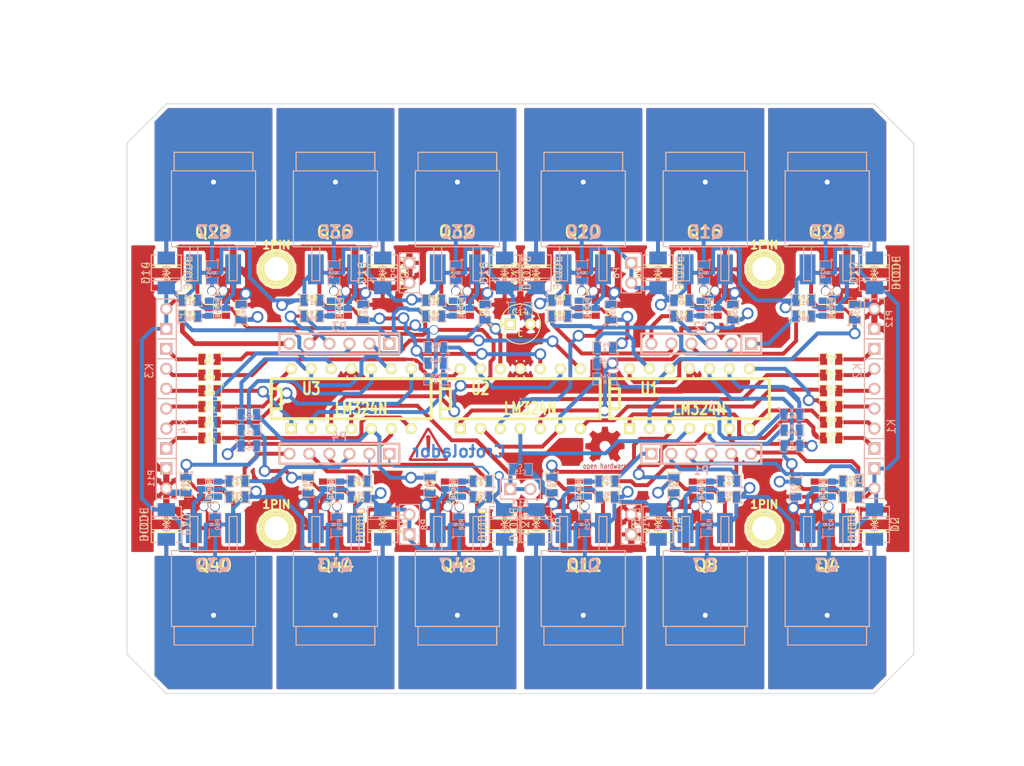
<source format=kicad_pcb>
(kicad_pcb (version 3) (host pcbnew "(2013-07-07 BZR 4022)-stable")
  (layers (15 F.Cu signal) (0 B.Cu signal) (18 B.Paste user) (19 F.Paste user) (20 B.SilkS user) (21 F.SilkS user) (22 B.Mask user) (23 F.Mask user) (28 Edge.Cuts user))
  (net 0 "")
  (net 1 /Detector_Cruce/Fase12)
  (net 2 /Detector_Cruce/Fase13)
  (net 3 /Detector_Cruce/Fase23)
  (net 4 /Detector_Cruce/Zero11)
  (net 5 /Detector_Cruce/Zero12)
  (net 6 /Detector_Cruce/Zero13)
  (net 7 /Detector_Cruce/Zero21)
  (net 8 /Detector_Cruce/Zero22)
  (net 9 /Detector_Cruce/Zero23)
  (net 10 /Detector_Cruce/Zero31)
  (net 11 /Detector_Cruce/Zero32)
  (net 12 /Detector_Cruce/Zero33)
  (net 13 /Detector_Cruce/Zero41)
  (net 14 /Detector_Cruce/Zero42)
  (net 15 /Detector_Cruce/Zero43)
  (net 16 /MOSFET_Potencia1/Fase1)
  (net 17 /MOSFET_Potencia1/Q0)
  (net 18 /MOSFET_Potencia1/Q1)
  (net 19 /MOSFET_Potencia1/Q2)
  (net 20 /MOSFET_Potencia1/Q3)
  (net 21 /MOSFET_Potencia1/Q4)
  (net 22 /MOSFET_Potencia1/Q5)
  (net 23 /MOSFET_Potencia2/Fase1)
  (net 24 /MOSFET_Potencia2/Fase2)
  (net 25 /MOSFET_Potencia2/Q0)
  (net 26 /MOSFET_Potencia2/Q1)
  (net 27 /MOSFET_Potencia2/Q2)
  (net 28 /MOSFET_Potencia2/Q3)
  (net 29 /MOSFET_Potencia2/Q4)
  (net 30 /MOSFET_Potencia2/Q5)
  (net 31 /MOSFET_Potencia3/Fase1)
  (net 32 /MOSFET_Potencia3/Fase2)
  (net 33 /MOSFET_Potencia3/Fase3)
  (net 34 /MOSFET_Potencia3/Q0)
  (net 35 /MOSFET_Potencia3/Q1)
  (net 36 /MOSFET_Potencia3/Q2)
  (net 37 /MOSFET_Potencia3/Q3)
  (net 38 /MOSFET_Potencia3/Q4)
  (net 39 /MOSFET_Potencia3/Q5)
  (net 40 /MOSFET_Potencia4/Fase1)
  (net 41 /MOSFET_Potencia4/Fase2)
  (net 42 /MOSFET_Potencia4/Fase3)
  (net 43 /MOSFET_Potencia4/Q0)
  (net 44 /MOSFET_Potencia4/Q1)
  (net 45 /MOSFET_Potencia4/Q2)
  (net 46 /MOSFET_Potencia4/Q3)
  (net 47 /MOSFET_Potencia4/Q4)
  (net 48 /MOSFET_Potencia4/Q5)
  (net 49 GND)
  (net 50 N-000001)
  (net 51 N-00000100)
  (net 52 N-00000101)
  (net 53 N-00000102)
  (net 54 N-00000103)
  (net 55 N-00000104)
  (net 56 N-00000105)
  (net 57 N-00000106)
  (net 58 N-00000107)
  (net 59 N-00000108)
  (net 60 N-00000109)
  (net 61 N-0000011)
  (net 62 N-00000110)
  (net 63 N-00000112)
  (net 64 N-00000113)
  (net 65 N-00000114)
  (net 66 N-00000115)
  (net 67 N-00000116)
  (net 68 N-00000117)
  (net 69 N-00000118)
  (net 70 N-00000119)
  (net 71 N-0000012)
  (net 72 N-00000120)
  (net 73 N-00000121)
  (net 74 N-00000122)
  (net 75 N-00000123)
  (net 76 N-00000128)
  (net 77 N-00000129)
  (net 78 N-0000013)
  (net 79 N-00000130)
  (net 80 N-00000131)
  (net 81 N-00000132)
  (net 82 N-00000133)
  (net 83 N-0000014)
  (net 84 N-0000015)
  (net 85 N-0000016)
  (net 86 N-0000018)
  (net 87 N-0000019)
  (net 88 N-0000022)
  (net 89 N-0000023)
  (net 90 N-0000025)
  (net 91 N-0000026)
  (net 92 N-0000029)
  (net 93 N-000003)
  (net 94 N-0000030)
  (net 95 N-0000031)
  (net 96 N-0000033)
  (net 97 N-000004)
  (net 98 N-000005)
  (net 99 N-000006)
  (net 100 N-000007)
  (net 101 N-0000076)
  (net 102 N-0000077)
  (net 103 N-0000078)
  (net 104 N-0000079)
  (net 105 N-000008)
  (net 106 N-0000080)
  (net 107 N-0000081)
  (net 108 N-0000082)
  (net 109 N-0000084)
  (net 110 N-0000085)
  (net 111 N-0000086)
  (net 112 N-0000087)
  (net 113 N-0000088)
  (net 114 N-0000089)
  (net 115 N-000009)
  (net 116 N-0000090)
  (net 117 N-0000091)
  (net 118 N-0000092)
  (net 119 N-0000093)
  (net 120 N-0000094)
  (net 121 N-0000095)
  (net 122 N-0000096)
  (net 123 N-0000097)
  (net 124 N-0000098)
  (net 125 N-0000099)
  (net 126 VDD)
  (net 127 V_5v)
  (module PIN_ARRAY_3X1 (layer B.Cu) (at 105 121.3 90)
    (fp_text reference K4 (at 0.254 2.159 90) (layer B.SilkS) (effects (font (size 1.016 1.016) (thickness 0.1524)) (justify mirror)))
    (fp_text value CONN_3 hide)
    (pad 1 thru_hole rect (at -2.54 0 90) (size 1.524 1.524) (drill 1.016) (layers *.Cu *.Mask B.SilkS) (net 13 /Detector_Cruce/Zero41))
    (pad 2 thru_hole circle (at 0 0 90) (size 1.524 1.524) (drill 1.016) (layers *.Cu *.Mask B.SilkS) (net 14 /Detector_Cruce/Zero42))
    (pad 3 thru_hole circle (at 2.54 0 90) (size 1.524 1.524) (drill 1.016) (layers *.Cu *.Mask B.SilkS) (net 15 /Detector_Cruce/Zero43))
  )
  (module PIN_ARRAY_3X1 (layer B.Cu) (at 105 113.7 270)
    (fp_text reference K3 (at 0.254 2.159 270) (layer B.SilkS) (effects (font (size 1.016 1.016) (thickness 0.1524)) (justify mirror)))
    (fp_text value CONN_3 hide)
    (pad 1 thru_hole rect (at -2.54 0 270) (size 1.524 1.524) (drill 1.016) (layers *.Cu *.Mask B.SilkS) (net 10 /Detector_Cruce/Zero31))
    (pad 2 thru_hole circle (at 0 0 270) (size 1.524 1.524) (drill 1.016) (layers *.Cu *.Mask B.SilkS) (net 11 /Detector_Cruce/Zero32))
    (pad 3 thru_hole circle (at 2.54 0 270) (size 1.524 1.524) (drill 1.016) (layers *.Cu *.Mask B.SilkS) (net 12 /Detector_Cruce/Zero33))
  )
  (module C1V5 (layer F.Cu) (at 150 108)
    (fp_text reference C14 (at 0 -1.5) (layer F.SilkS) (effects (font (size 0.762 0.762) (thickness 0.127))))
    (fp_text value C (at 0 1.27) (layer F.SilkS) (effects (font (size 0.762 0.635) (thickness 0.127))))
    (fp_text user + (at -2.286 0) (layer F.SilkS) (effects (font (size 0.762 0.762) (thickness 0.2032))))
    (pad 1 thru_hole rect (at -1.27 0) (size 1.397 1.397) (drill 0.8128) (layers *.Cu *.Mask F.SilkS) (net 126 VDD))
    (pad 2 thru_hole circle (at 1.27 0) (size 1.397 1.397) (drill 0.8128) (layers *.Cu *.Mask F.SilkS) (net 49 GND))
  )
  (module sot404 (layer B.Cu) (at 111 139.5)
    (fp_text reference Q39 (at -0.09906 -0.8001) (layer B.SilkS) (effects (font (size 1.524 1.524) (thickness 0.3048)) (justify mirror)))
    (fp_text value IRF9540N hide)
    (pad 1 smd rect (at -2.49936 -5.5499) (size 1.99898 3.79984) (layers B.Cu B.Paste B.Mask) (net 76 N-00000128))
    (pad 3 smd rect (at 2.49936 -5.5499) (size 1.99898 3.79984) (layers B.Cu B.Paste B.Mask) (net 126 VDD))
    (pad 2 smd rect (at 0 5.5499) (size 11.50112 8.99922) (layers B.Cu B.Paste B.Mask) (net 42 /MOSFET_Potencia4/Fase3))
  )
  (module sot404 (layer F.Cu) (at 158 139.5 180)
    (fp_text reference Q12 (at -0.09906 0.8001 180) (layer F.SilkS) (effects (font (size 1.524 1.524) (thickness 0.3048))))
    (fp_text value IRF540N hide)
    (pad 1 smd rect (at -2.49936 5.5499 180) (size 1.99898 3.79984) (layers F.Cu F.Paste F.Mask) (net 107 N-0000081))
    (pad 3 smd rect (at 2.49936 5.5499 180) (size 1.99898 3.79984) (layers F.Cu F.Paste F.Mask) (net 49 GND))
    (pad 2 smd rect (at 0 -5.5499 180) (size 11.50112 8.99922) (layers F.Cu F.Paste F.Mask) (net 16 /MOSFET_Potencia1/Fase1))
  )
  (module sot404 (layer B.Cu) (at 173.5 139.5)
    (fp_text reference Q7 (at -0.09906 -0.8001) (layer B.SilkS) (effects (font (size 1.524 1.524) (thickness 0.3048)) (justify mirror)))
    (fp_text value IRF9540N hide)
    (pad 1 smd rect (at -2.49936 -5.5499) (size 1.99898 3.79984) (layers B.Cu B.Paste B.Mask) (net 101 N-0000076))
    (pad 3 smd rect (at 2.49936 -5.5499) (size 1.99898 3.79984) (layers B.Cu B.Paste B.Mask) (net 126 VDD))
    (pad 2 smd rect (at 0 5.5499) (size 11.50112 8.99922) (layers B.Cu B.Paste B.Mask) (net 1 /Detector_Cruce/Fase12))
  )
  (module sot404 (layer B.Cu) (at 189 139.5)
    (fp_text reference Q3 (at -0.09906 -0.8001) (layer B.SilkS) (effects (font (size 1.524 1.524) (thickness 0.3048)) (justify mirror)))
    (fp_text value IRF9540N hide)
    (pad 1 smd rect (at -2.49936 -5.5499) (size 1.99898 3.79984) (layers B.Cu B.Paste B.Mask) (net 102 N-0000077))
    (pad 3 smd rect (at 2.49936 -5.5499) (size 1.99898 3.79984) (layers B.Cu B.Paste B.Mask) (net 126 VDD))
    (pad 2 smd rect (at 0 5.5499) (size 11.50112 8.99922) (layers B.Cu B.Paste B.Mask) (net 2 /Detector_Cruce/Fase13))
  )
  (module sot404 (layer B.Cu) (at 158 139.5)
    (fp_text reference Q11 (at -0.09906 -0.8001) (layer B.SilkS) (effects (font (size 1.524 1.524) (thickness 0.3048)) (justify mirror)))
    (fp_text value IRF9540N hide)
    (pad 1 smd rect (at -2.49936 -5.5499) (size 1.99898 3.79984) (layers B.Cu B.Paste B.Mask) (net 103 N-0000078))
    (pad 3 smd rect (at 2.49936 -5.5499) (size 1.99898 3.79984) (layers B.Cu B.Paste B.Mask) (net 126 VDD))
    (pad 2 smd rect (at 0 5.5499) (size 11.50112 8.99922) (layers B.Cu B.Paste B.Mask) (net 16 /MOSFET_Potencia1/Fase1))
  )
  (module sot404 (layer F.Cu) (at 111 139.5 180)
    (fp_text reference Q40 (at -0.09906 0.8001 180) (layer F.SilkS) (effects (font (size 1.524 1.524) (thickness 0.3048))))
    (fp_text value IRF540N hide)
    (pad 1 smd rect (at -2.49936 5.5499 180) (size 1.99898 3.79984) (layers F.Cu F.Paste F.Mask) (net 79 N-00000130))
    (pad 3 smd rect (at 2.49936 5.5499 180) (size 1.99898 3.79984) (layers F.Cu F.Paste F.Mask) (net 49 GND))
    (pad 2 smd rect (at 0 -5.5499 180) (size 11.50112 8.99922) (layers F.Cu F.Paste F.Mask) (net 42 /MOSFET_Potencia4/Fase3))
  )
  (module sot404 (layer F.Cu) (at 126.5 139.5 180)
    (fp_text reference Q44 (at -0.09906 0.8001 180) (layer F.SilkS) (effects (font (size 1.524 1.524) (thickness 0.3048))))
    (fp_text value IRF540N hide)
    (pad 1 smd rect (at -2.49936 5.5499 180) (size 1.99898 3.79984) (layers F.Cu F.Paste F.Mask) (net 82 N-00000133))
    (pad 3 smd rect (at 2.49936 5.5499 180) (size 1.99898 3.79984) (layers F.Cu F.Paste F.Mask) (net 49 GND))
    (pad 2 smd rect (at 0 -5.5499 180) (size 11.50112 8.99922) (layers F.Cu F.Paste F.Mask) (net 41 /MOSFET_Potencia4/Fase2))
  )
  (module sot404 (layer F.Cu) (at 142 139.5 180)
    (fp_text reference Q48 (at -0.09906 0.8001 180) (layer F.SilkS) (effects (font (size 1.524 1.524) (thickness 0.3048))))
    (fp_text value IRF540N hide)
    (pad 1 smd rect (at -2.49936 5.5499 180) (size 1.99898 3.79984) (layers F.Cu F.Paste F.Mask) (net 80 N-00000131))
    (pad 3 smd rect (at 2.49936 5.5499 180) (size 1.99898 3.79984) (layers F.Cu F.Paste F.Mask) (net 49 GND))
    (pad 2 smd rect (at 0 -5.5499 180) (size 11.50112 8.99922) (layers F.Cu F.Paste F.Mask) (net 40 /MOSFET_Potencia4/Fase1))
  )
  (module sot404 (layer B.Cu) (at 126.5 139.5)
    (fp_text reference Q43 (at -0.09906 -0.8001) (layer B.SilkS) (effects (font (size 1.524 1.524) (thickness 0.3048)) (justify mirror)))
    (fp_text value IRF9540N hide)
    (pad 1 smd rect (at -2.49936 -5.5499) (size 1.99898 3.79984) (layers B.Cu B.Paste B.Mask) (net 77 N-00000129))
    (pad 3 smd rect (at 2.49936 -5.5499) (size 1.99898 3.79984) (layers B.Cu B.Paste B.Mask) (net 126 VDD))
    (pad 2 smd rect (at 0 5.5499) (size 11.50112 8.99922) (layers B.Cu B.Paste B.Mask) (net 41 /MOSFET_Potencia4/Fase2))
  )
  (module sot404 (layer F.Cu) (at 173.5 139.5 180)
    (fp_text reference Q8 (at -0.09906 0.8001 180) (layer F.SilkS) (effects (font (size 1.524 1.524) (thickness 0.3048))))
    (fp_text value IRF540N hide)
    (pad 1 smd rect (at -2.49936 5.5499 180) (size 1.99898 3.79984) (layers F.Cu F.Paste F.Mask) (net 104 N-0000079))
    (pad 3 smd rect (at 2.49936 5.5499 180) (size 1.99898 3.79984) (layers F.Cu F.Paste F.Mask) (net 49 GND))
    (pad 2 smd rect (at 0 -5.5499 180) (size 11.50112 8.99922) (layers F.Cu F.Paste F.Mask) (net 1 /Detector_Cruce/Fase12))
  )
  (module sot404 (layer B.Cu) (at 142 139.5)
    (fp_text reference Q47 (at -0.09906 -0.8001) (layer B.SilkS) (effects (font (size 1.524 1.524) (thickness 0.3048)) (justify mirror)))
    (fp_text value IRF9540N hide)
    (pad 1 smd rect (at -2.49936 -5.5499) (size 1.99898 3.79984) (layers B.Cu B.Paste B.Mask) (net 81 N-00000132))
    (pad 3 smd rect (at 2.49936 -5.5499) (size 1.99898 3.79984) (layers B.Cu B.Paste B.Mask) (net 126 VDD))
    (pad 2 smd rect (at 0 5.5499) (size 11.50112 8.99922) (layers B.Cu B.Paste B.Mask) (net 40 /MOSFET_Potencia4/Fase1))
  )
  (module sot404 (layer B.Cu) (at 189 95.5 180)
    (fp_text reference Q23 (at -0.09906 -0.8001 180) (layer B.SilkS) (effects (font (size 1.524 1.524) (thickness 0.3048)) (justify mirror)))
    (fp_text value IRF9540N hide)
    (pad 1 smd rect (at -2.49936 -5.5499 180) (size 1.99898 3.79984) (layers B.Cu B.Paste B.Mask) (net 67 N-00000116))
    (pad 3 smd rect (at 2.49936 -5.5499 180) (size 1.99898 3.79984) (layers B.Cu B.Paste B.Mask) (net 126 VDD))
    (pad 2 smd rect (at 0 5.5499 180) (size 11.50112 8.99922) (layers B.Cu B.Paste B.Mask) (net 23 /MOSFET_Potencia2/Fase1))
  )
  (module sot404 (layer B.Cu) (at 173.5 95.5 180)
    (fp_text reference Q15 (at -0.09906 -0.8001 180) (layer B.SilkS) (effects (font (size 1.524 1.524) (thickness 0.3048)) (justify mirror)))
    (fp_text value IRF9540N hide)
    (pad 1 smd rect (at -2.49936 -5.5499 180) (size 1.99898 3.79984) (layers B.Cu B.Paste B.Mask) (net 64 N-00000113))
    (pad 3 smd rect (at 2.49936 -5.5499 180) (size 1.99898 3.79984) (layers B.Cu B.Paste B.Mask) (net 126 VDD))
    (pad 2 smd rect (at 0 5.5499 180) (size 11.50112 8.99922) (layers B.Cu B.Paste B.Mask) (net 3 /Detector_Cruce/Fase23))
  )
  (module sot404 (layer B.Cu) (at 158 95.5 180)
    (fp_text reference Q19 (at -0.09906 -0.8001 180) (layer B.SilkS) (effects (font (size 1.524 1.524) (thickness 0.3048)) (justify mirror)))
    (fp_text value IRF9540N hide)
    (pad 1 smd rect (at -2.49936 -5.5499 180) (size 1.99898 3.79984) (layers B.Cu B.Paste B.Mask) (net 65 N-00000114))
    (pad 3 smd rect (at 2.49936 -5.5499 180) (size 1.99898 3.79984) (layers B.Cu B.Paste B.Mask) (net 126 VDD))
    (pad 2 smd rect (at 0 5.5499 180) (size 11.50112 8.99922) (layers B.Cu B.Paste B.Mask) (net 24 /MOSFET_Potencia2/Fase2))
  )
  (module sot404 (layer F.Cu) (at 189 95.5)
    (fp_text reference Q24 (at -0.09906 0.8001) (layer F.SilkS) (effects (font (size 1.524 1.524) (thickness 0.3048))))
    (fp_text value IRF540N hide)
    (pad 1 smd rect (at -2.49936 5.5499) (size 1.99898 3.79984) (layers F.Cu F.Paste F.Mask) (net 66 N-00000115))
    (pad 3 smd rect (at 2.49936 5.5499) (size 1.99898 3.79984) (layers F.Cu F.Paste F.Mask) (net 49 GND))
    (pad 2 smd rect (at 0 -5.5499) (size 11.50112 8.99922) (layers F.Cu F.Paste F.Mask) (net 23 /MOSFET_Potencia2/Fase1))
  )
  (module sot404 (layer F.Cu) (at 173.5 95.5)
    (fp_text reference Q16 (at -0.09906 0.8001) (layer F.SilkS) (effects (font (size 1.524 1.524) (thickness 0.3048))))
    (fp_text value IRF540N hide)
    (pad 1 smd rect (at -2.49936 5.5499) (size 1.99898 3.79984) (layers F.Cu F.Paste F.Mask) (net 68 N-00000117))
    (pad 3 smd rect (at 2.49936 5.5499) (size 1.99898 3.79984) (layers F.Cu F.Paste F.Mask) (net 49 GND))
    (pad 2 smd rect (at 0 -5.5499) (size 11.50112 8.99922) (layers F.Cu F.Paste F.Mask) (net 3 /Detector_Cruce/Fase23))
  )
  (module sot404 (layer F.Cu) (at 158 95.5)
    (fp_text reference Q20 (at -0.09906 0.8001) (layer F.SilkS) (effects (font (size 1.524 1.524) (thickness 0.3048))))
    (fp_text value IRF540N hide)
    (pad 1 smd rect (at -2.49936 5.5499) (size 1.99898 3.79984) (layers F.Cu F.Paste F.Mask) (net 63 N-00000112))
    (pad 3 smd rect (at 2.49936 5.5499) (size 1.99898 3.79984) (layers F.Cu F.Paste F.Mask) (net 49 GND))
    (pad 2 smd rect (at 0 -5.5499) (size 11.50112 8.99922) (layers F.Cu F.Paste F.Mask) (net 24 /MOSFET_Potencia2/Fase2))
  )
  (module sot404 (layer F.Cu) (at 189 139.5 180)
    (fp_text reference Q4 (at -0.09906 0.8001 180) (layer F.SilkS) (effects (font (size 1.524 1.524) (thickness 0.3048))))
    (fp_text value IRF540N hide)
    (pad 1 smd rect (at -2.49936 5.5499 180) (size 1.99898 3.79984) (layers F.Cu F.Paste F.Mask) (net 106 N-0000080))
    (pad 3 smd rect (at 2.49936 5.5499 180) (size 1.99898 3.79984) (layers F.Cu F.Paste F.Mask) (net 49 GND))
    (pad 2 smd rect (at 0 -5.5499 180) (size 11.50112 8.99922) (layers F.Cu F.Paste F.Mask) (net 2 /Detector_Cruce/Fase13))
  )
  (module sot404 (layer B.Cu) (at 126.5 95.5 180)
    (fp_text reference Q35 (at -0.09906 -0.8001 180) (layer B.SilkS) (effects (font (size 1.524 1.524) (thickness 0.3048)) (justify mirror)))
    (fp_text value IRF9540N hide)
    (pad 1 smd rect (at -2.49936 -5.5499 180) (size 1.99898 3.79984) (layers B.Cu B.Paste B.Mask) (net 69 N-00000118))
    (pad 3 smd rect (at 2.49936 -5.5499 180) (size 1.99898 3.79984) (layers B.Cu B.Paste B.Mask) (net 126 VDD))
    (pad 2 smd rect (at 0 5.5499 180) (size 11.50112 8.99922) (layers B.Cu B.Paste B.Mask) (net 31 /MOSFET_Potencia3/Fase1))
  )
  (module sot404 (layer B.Cu) (at 111 95.5 180)
    (fp_text reference Q27 (at -0.09906 -0.8001 180) (layer B.SilkS) (effects (font (size 1.524 1.524) (thickness 0.3048)) (justify mirror)))
    (fp_text value IRF9540N hide)
    (pad 1 smd rect (at -2.49936 -5.5499 180) (size 1.99898 3.79984) (layers B.Cu B.Paste B.Mask) (net 75 N-00000123))
    (pad 3 smd rect (at 2.49936 -5.5499 180) (size 1.99898 3.79984) (layers B.Cu B.Paste B.Mask) (net 126 VDD))
    (pad 2 smd rect (at 0 5.5499 180) (size 11.50112 8.99922) (layers B.Cu B.Paste B.Mask) (net 33 /MOSFET_Potencia3/Fase3))
  )
  (module sot404 (layer B.Cu) (at 142 95.5 180)
    (fp_text reference Q31 (at -0.09906 -0.8001 180) (layer B.SilkS) (effects (font (size 1.524 1.524) (thickness 0.3048)) (justify mirror)))
    (fp_text value IRF9540N hide)
    (pad 1 smd rect (at -2.49936 -5.5499 180) (size 1.99898 3.79984) (layers B.Cu B.Paste B.Mask) (net 70 N-00000119))
    (pad 3 smd rect (at 2.49936 -5.5499 180) (size 1.99898 3.79984) (layers B.Cu B.Paste B.Mask) (net 126 VDD))
    (pad 2 smd rect (at 0 5.5499 180) (size 11.50112 8.99922) (layers B.Cu B.Paste B.Mask) (net 32 /MOSFET_Potencia3/Fase2))
  )
  (module sot404 (layer F.Cu) (at 126.5 95.5)
    (fp_text reference Q36 (at -0.09906 0.8001) (layer F.SilkS) (effects (font (size 1.524 1.524) (thickness 0.3048))))
    (fp_text value IRF540N hide)
    (pad 1 smd rect (at -2.49936 5.5499) (size 1.99898 3.79984) (layers F.Cu F.Paste F.Mask) (net 72 N-00000120))
    (pad 3 smd rect (at 2.49936 5.5499) (size 1.99898 3.79984) (layers F.Cu F.Paste F.Mask) (net 49 GND))
    (pad 2 smd rect (at 0 -5.5499) (size 11.50112 8.99922) (layers F.Cu F.Paste F.Mask) (net 31 /MOSFET_Potencia3/Fase1))
  )
  (module sot404 (layer F.Cu) (at 142 95.5)
    (fp_text reference Q32 (at -0.09906 0.8001) (layer F.SilkS) (effects (font (size 1.524 1.524) (thickness 0.3048))))
    (fp_text value IRF540N hide)
    (pad 1 smd rect (at -2.49936 5.5499) (size 1.99898 3.79984) (layers F.Cu F.Paste F.Mask) (net 73 N-00000121))
    (pad 3 smd rect (at 2.49936 5.5499) (size 1.99898 3.79984) (layers F.Cu F.Paste F.Mask) (net 49 GND))
    (pad 2 smd rect (at 0 -5.5499) (size 11.50112 8.99922) (layers F.Cu F.Paste F.Mask) (net 32 /MOSFET_Potencia3/Fase2))
  )
  (module sot404 (layer F.Cu) (at 111 95.5)
    (fp_text reference Q28 (at -0.09906 0.8001) (layer F.SilkS) (effects (font (size 1.524 1.524) (thickness 0.3048))))
    (fp_text value IRF540N hide)
    (pad 1 smd rect (at -2.49936 5.5499) (size 1.99898 3.79984) (layers F.Cu F.Paste F.Mask) (net 74 N-00000122))
    (pad 3 smd rect (at 2.49936 5.5499) (size 1.99898 3.79984) (layers F.Cu F.Paste F.Mask) (net 49 GND))
    (pad 2 smd rect (at 0 -5.5499) (size 11.50112 8.99922) (layers F.Cu F.Paste F.Mask) (net 33 /MOSFET_Potencia3/Fase3))
  )
  (module SOT23 (layer B.Cu) (at 174 106 90)
    (fp_text reference Q13 (at 1.99898 0.09906 360) (layer B.SilkS) (effects (font (size 0.762 0.762) (thickness 0.11938)) (justify mirror)))
    (fp_text value BC849 (at 0.0635 0 90) (layer B.SilkS) (effects (font (size 0.50038 0.50038) (thickness 0.09906)) (justify mirror)))
    (pad 3 smd rect (at 0 1.09982 90) (size 0.8001 1.00076) (layers B.Cu B.Paste B.Mask) (net 64 N-00000113))
    (pad 2 smd rect (at 0.9525 -1.09982 90) (size 0.8001 1.00076) (layers B.Cu B.Paste B.Mask) (net 49 GND))
    (pad 1 smd rect (at -0.9525 -1.09982 90) (size 0.8001 1.00076) (layers B.Cu B.Paste B.Mask) (net 26 /MOSFET_Potencia2/Q1))
  )
  (module SOT23 (layer B.Cu) (at 158.5 106 90)
    (fp_text reference Q17 (at 1.99898 0.09906 360) (layer B.SilkS) (effects (font (size 0.762 0.762) (thickness 0.11938)) (justify mirror)))
    (fp_text value BC849 (at 0.0635 0 90) (layer B.SilkS) (effects (font (size 0.50038 0.50038) (thickness 0.09906)) (justify mirror)))
    (pad 3 smd rect (at 0 1.09982 90) (size 0.8001 1.00076) (layers B.Cu B.Paste B.Mask) (net 65 N-00000114))
    (pad 2 smd rect (at 0.9525 -1.09982 90) (size 0.8001 1.00076) (layers B.Cu B.Paste B.Mask) (net 49 GND))
    (pad 1 smd rect (at -0.9525 -1.09982 90) (size 0.8001 1.00076) (layers B.Cu B.Paste B.Mask) (net 28 /MOSFET_Potencia2/Q3))
  )
  (module SOT23 (layer F.Cu) (at 189.5 106 90)
    (fp_text reference Q22 (at 1.99898 -0.09906 180) (layer F.SilkS) (effects (font (size 0.762 0.762) (thickness 0.11938))))
    (fp_text value BC849 (at 0.0635 0 90) (layer F.SilkS) (effects (font (size 0.50038 0.50038) (thickness 0.09906))))
    (pad 3 smd rect (at 0 -1.09982 90) (size 0.8001 1.00076) (layers F.Cu F.Paste F.Mask) (net 66 N-00000115))
    (pad 2 smd rect (at 0.9525 1.09982 90) (size 0.8001 1.00076) (layers F.Cu F.Paste F.Mask) (net 49 GND))
    (pad 1 smd rect (at -0.9525 1.09982 90) (size 0.8001 1.00076) (layers F.Cu F.Paste F.Mask) (net 29 /MOSFET_Potencia2/Q4))
  )
  (module SOT23 (layer F.Cu) (at 158.5 106 90)
    (fp_text reference Q18 (at 1.99898 -0.09906 180) (layer F.SilkS) (effects (font (size 0.762 0.762) (thickness 0.11938))))
    (fp_text value BC849 (at 0.0635 0 90) (layer F.SilkS) (effects (font (size 0.50038 0.50038) (thickness 0.09906))))
    (pad 3 smd rect (at 0 -1.09982 90) (size 0.8001 1.00076) (layers F.Cu F.Paste F.Mask) (net 63 N-00000112))
    (pad 2 smd rect (at 0.9525 1.09982 90) (size 0.8001 1.00076) (layers F.Cu F.Paste F.Mask) (net 49 GND))
    (pad 1 smd rect (at -0.9525 1.09982 90) (size 0.8001 1.00076) (layers F.Cu F.Paste F.Mask) (net 27 /MOSFET_Potencia2/Q2))
  )
  (module SOT23 (layer F.Cu) (at 174 106 90)
    (fp_text reference Q14 (at 1.99898 -0.09906 180) (layer F.SilkS) (effects (font (size 0.762 0.762) (thickness 0.11938))))
    (fp_text value BC849 (at 0.0635 0 90) (layer F.SilkS) (effects (font (size 0.50038 0.50038) (thickness 0.09906))))
    (pad 3 smd rect (at 0 -1.09982 90) (size 0.8001 1.00076) (layers F.Cu F.Paste F.Mask) (net 68 N-00000117))
    (pad 2 smd rect (at 0.9525 1.09982 90) (size 0.8001 1.00076) (layers F.Cu F.Paste F.Mask) (net 49 GND))
    (pad 1 smd rect (at -0.9525 1.09982 90) (size 0.8001 1.00076) (layers F.Cu F.Paste F.Mask) (net 25 /MOSFET_Potencia2/Q0))
  )
  (module SOT23 (layer B.Cu) (at 189.5 106 90)
    (fp_text reference Q21 (at 1.99898 0.09906 360) (layer B.SilkS) (effects (font (size 0.762 0.762) (thickness 0.11938)) (justify mirror)))
    (fp_text value BC849 (at 0.0635 0 90) (layer B.SilkS) (effects (font (size 0.50038 0.50038) (thickness 0.09906)) (justify mirror)))
    (pad 3 smd rect (at 0 1.09982 90) (size 0.8001 1.00076) (layers B.Cu B.Paste B.Mask) (net 67 N-00000116))
    (pad 2 smd rect (at 0.9525 -1.09982 90) (size 0.8001 1.00076) (layers B.Cu B.Paste B.Mask) (net 49 GND))
    (pad 1 smd rect (at -0.9525 -1.09982 90) (size 0.8001 1.00076) (layers B.Cu B.Paste B.Mask) (net 30 /MOSFET_Potencia2/Q5))
  )
  (module SOT23 (layer F.Cu) (at 188.5 129 270)
    (fp_text reference Q2 (at 1.99898 -0.09906 360) (layer F.SilkS) (effects (font (size 0.762 0.762) (thickness 0.11938))))
    (fp_text value BC849 (at 0.0635 0 270) (layer F.SilkS) (effects (font (size 0.50038 0.50038) (thickness 0.09906))))
    (pad 3 smd rect (at 0 -1.09982 270) (size 0.8001 1.00076) (layers F.Cu F.Paste F.Mask) (net 106 N-0000080))
    (pad 2 smd rect (at 0.9525 1.09982 270) (size 0.8001 1.00076) (layers F.Cu F.Paste F.Mask) (net 49 GND))
    (pad 1 smd rect (at -0.9525 1.09982 270) (size 0.8001 1.00076) (layers F.Cu F.Paste F.Mask) (net 17 /MOSFET_Potencia1/Q0))
  )
  (module SOT23 (layer F.Cu) (at 127 106 90)
    (fp_text reference Q34 (at 1.99898 -0.09906 180) (layer F.SilkS) (effects (font (size 0.762 0.762) (thickness 0.11938))))
    (fp_text value BC849 (at 0.0635 0 90) (layer F.SilkS) (effects (font (size 0.50038 0.50038) (thickness 0.09906))))
    (pad 3 smd rect (at 0 -1.09982 90) (size 0.8001 1.00076) (layers F.Cu F.Paste F.Mask) (net 72 N-00000120))
    (pad 2 smd rect (at 0.9525 1.09982 90) (size 0.8001 1.00076) (layers F.Cu F.Paste F.Mask) (net 49 GND))
    (pad 1 smd rect (at -0.9525 1.09982 90) (size 0.8001 1.00076) (layers F.Cu F.Paste F.Mask) (net 38 /MOSFET_Potencia3/Q4))
  )
  (module SOT23 (layer F.Cu) (at 142.5 106 90)
    (fp_text reference Q30 (at 1.99898 -0.09906 180) (layer F.SilkS) (effects (font (size 0.762 0.762) (thickness 0.11938))))
    (fp_text value BC849 (at 0.0635 0 90) (layer F.SilkS) (effects (font (size 0.50038 0.50038) (thickness 0.09906))))
    (pad 3 smd rect (at 0 -1.09982 90) (size 0.8001 1.00076) (layers F.Cu F.Paste F.Mask) (net 73 N-00000121))
    (pad 2 smd rect (at 0.9525 1.09982 90) (size 0.8001 1.00076) (layers F.Cu F.Paste F.Mask) (net 49 GND))
    (pad 1 smd rect (at -0.9525 1.09982 90) (size 0.8001 1.00076) (layers F.Cu F.Paste F.Mask) (net 36 /MOSFET_Potencia3/Q2))
  )
  (module SOT23 (layer F.Cu) (at 111.5 106 90)
    (fp_text reference Q26 (at 1.99898 -0.09906 180) (layer F.SilkS) (effects (font (size 0.762 0.762) (thickness 0.11938))))
    (fp_text value BC849 (at 0.0635 0 90) (layer F.SilkS) (effects (font (size 0.50038 0.50038) (thickness 0.09906))))
    (pad 3 smd rect (at 0 -1.09982 90) (size 0.8001 1.00076) (layers F.Cu F.Paste F.Mask) (net 74 N-00000122))
    (pad 2 smd rect (at 0.9525 1.09982 90) (size 0.8001 1.00076) (layers F.Cu F.Paste F.Mask) (net 49 GND))
    (pad 1 smd rect (at -0.9525 1.09982 90) (size 0.8001 1.00076) (layers F.Cu F.Paste F.Mask) (net 34 /MOSFET_Potencia3/Q0))
  )
  (module SOT23 (layer B.Cu) (at 127 106 90)
    (fp_text reference Q33 (at 1.99898 0.09906 360) (layer B.SilkS) (effects (font (size 0.762 0.762) (thickness 0.11938)) (justify mirror)))
    (fp_text value BC849 (at 0.0635 0 90) (layer B.SilkS) (effects (font (size 0.50038 0.50038) (thickness 0.09906)) (justify mirror)))
    (pad 3 smd rect (at 0 1.09982 90) (size 0.8001 1.00076) (layers B.Cu B.Paste B.Mask) (net 69 N-00000118))
    (pad 2 smd rect (at 0.9525 -1.09982 90) (size 0.8001 1.00076) (layers B.Cu B.Paste B.Mask) (net 49 GND))
    (pad 1 smd rect (at -0.9525 -1.09982 90) (size 0.8001 1.00076) (layers B.Cu B.Paste B.Mask) (net 39 /MOSFET_Potencia3/Q5))
  )
  (module SOT23 (layer B.Cu) (at 142.5 106 90)
    (fp_text reference Q29 (at 1.99898 0.09906 360) (layer B.SilkS) (effects (font (size 0.762 0.762) (thickness 0.11938)) (justify mirror)))
    (fp_text value BC849 (at 0.0635 0 90) (layer B.SilkS) (effects (font (size 0.50038 0.50038) (thickness 0.09906)) (justify mirror)))
    (pad 3 smd rect (at 0 1.09982 90) (size 0.8001 1.00076) (layers B.Cu B.Paste B.Mask) (net 70 N-00000119))
    (pad 2 smd rect (at 0.9525 -1.09982 90) (size 0.8001 1.00076) (layers B.Cu B.Paste B.Mask) (net 49 GND))
    (pad 1 smd rect (at -0.9525 -1.09982 90) (size 0.8001 1.00076) (layers B.Cu B.Paste B.Mask) (net 37 /MOSFET_Potencia3/Q3))
  )
  (module SOT23 (layer B.Cu) (at 111.5 106 90)
    (fp_text reference Q25 (at 1.99898 0.09906 360) (layer B.SilkS) (effects (font (size 0.762 0.762) (thickness 0.11938)) (justify mirror)))
    (fp_text value BC849 (at 0.0635 0 90) (layer B.SilkS) (effects (font (size 0.50038 0.50038) (thickness 0.09906)) (justify mirror)))
    (pad 3 smd rect (at 0 1.09982 90) (size 0.8001 1.00076) (layers B.Cu B.Paste B.Mask) (net 75 N-00000123))
    (pad 2 smd rect (at 0.9525 -1.09982 90) (size 0.8001 1.00076) (layers B.Cu B.Paste B.Mask) (net 49 GND))
    (pad 1 smd rect (at -0.9525 -1.09982 90) (size 0.8001 1.00076) (layers B.Cu B.Paste B.Mask) (net 35 /MOSFET_Potencia3/Q1))
  )
  (module SOT23 (layer F.Cu) (at 157.5 129 270)
    (fp_text reference Q10 (at 1.99898 -0.09906 360) (layer F.SilkS) (effects (font (size 0.762 0.762) (thickness 0.11938))))
    (fp_text value BC849 (at 0.0635 0 270) (layer F.SilkS) (effects (font (size 0.50038 0.50038) (thickness 0.09906))))
    (pad 3 smd rect (at 0 -1.09982 270) (size 0.8001 1.00076) (layers F.Cu F.Paste F.Mask) (net 107 N-0000081))
    (pad 2 smd rect (at 0.9525 1.09982 270) (size 0.8001 1.00076) (layers F.Cu F.Paste F.Mask) (net 49 GND))
    (pad 1 smd rect (at -0.9525 1.09982 270) (size 0.8001 1.00076) (layers F.Cu F.Paste F.Mask) (net 21 /MOSFET_Potencia1/Q4))
  )
  (module SOT23 (layer F.Cu) (at 141.5 129 270)
    (fp_text reference Q46 (at 1.99898 -0.09906 360) (layer F.SilkS) (effects (font (size 0.762 0.762) (thickness 0.11938))))
    (fp_text value BC849 (at 0.0635 0 270) (layer F.SilkS) (effects (font (size 0.50038 0.50038) (thickness 0.09906))))
    (pad 3 smd rect (at 0 -1.09982 270) (size 0.8001 1.00076) (layers F.Cu F.Paste F.Mask) (net 80 N-00000131))
    (pad 2 smd rect (at 0.9525 1.09982 270) (size 0.8001 1.00076) (layers F.Cu F.Paste F.Mask) (net 49 GND))
    (pad 1 smd rect (at -0.9525 1.09982 270) (size 0.8001 1.00076) (layers F.Cu F.Paste F.Mask) (net 47 /MOSFET_Potencia4/Q4))
  )
  (module SOT23 (layer F.Cu) (at 126 129 270)
    (fp_text reference Q42 (at 1.99898 -0.09906 360) (layer F.SilkS) (effects (font (size 0.762 0.762) (thickness 0.11938))))
    (fp_text value BC849 (at 0.0635 0 270) (layer F.SilkS) (effects (font (size 0.50038 0.50038) (thickness 0.09906))))
    (pad 3 smd rect (at 0 -1.09982 270) (size 0.8001 1.00076) (layers F.Cu F.Paste F.Mask) (net 82 N-00000133))
    (pad 2 smd rect (at 0.9525 1.09982 270) (size 0.8001 1.00076) (layers F.Cu F.Paste F.Mask) (net 49 GND))
    (pad 1 smd rect (at -0.9525 1.09982 270) (size 0.8001 1.00076) (layers F.Cu F.Paste F.Mask) (net 45 /MOSFET_Potencia4/Q2))
  )
  (module SOT23 (layer F.Cu) (at 110.5 129 270)
    (fp_text reference Q38 (at 1.99898 -0.09906 360) (layer F.SilkS) (effects (font (size 0.762 0.762) (thickness 0.11938))))
    (fp_text value BC849 (at 0.0635 0 270) (layer F.SilkS) (effects (font (size 0.50038 0.50038) (thickness 0.09906))))
    (pad 3 smd rect (at 0 -1.09982 270) (size 0.8001 1.00076) (layers F.Cu F.Paste F.Mask) (net 79 N-00000130))
    (pad 2 smd rect (at 0.9525 1.09982 270) (size 0.8001 1.00076) (layers F.Cu F.Paste F.Mask) (net 49 GND))
    (pad 1 smd rect (at -0.9525 1.09982 270) (size 0.8001 1.00076) (layers F.Cu F.Paste F.Mask) (net 43 /MOSFET_Potencia4/Q0))
  )
  (module SOT23 (layer B.Cu) (at 141.5 129 270)
    (fp_text reference Q45 (at 1.99898 0.09906 540) (layer B.SilkS) (effects (font (size 0.762 0.762) (thickness 0.11938)) (justify mirror)))
    (fp_text value BC849 (at 0.0635 0 270) (layer B.SilkS) (effects (font (size 0.50038 0.50038) (thickness 0.09906)) (justify mirror)))
    (pad 3 smd rect (at 0 1.09982 270) (size 0.8001 1.00076) (layers B.Cu B.Paste B.Mask) (net 81 N-00000132))
    (pad 2 smd rect (at 0.9525 -1.09982 270) (size 0.8001 1.00076) (layers B.Cu B.Paste B.Mask) (net 49 GND))
    (pad 1 smd rect (at -0.9525 -1.09982 270) (size 0.8001 1.00076) (layers B.Cu B.Paste B.Mask) (net 48 /MOSFET_Potencia4/Q5))
  )
  (module SOT23 (layer B.Cu) (at 126 129 270)
    (fp_text reference Q41 (at 1.99898 0.09906 540) (layer B.SilkS) (effects (font (size 0.762 0.762) (thickness 0.11938)) (justify mirror)))
    (fp_text value BC849 (at 0.0635 0 270) (layer B.SilkS) (effects (font (size 0.50038 0.50038) (thickness 0.09906)) (justify mirror)))
    (pad 3 smd rect (at 0 1.09982 270) (size 0.8001 1.00076) (layers B.Cu B.Paste B.Mask) (net 77 N-00000129))
    (pad 2 smd rect (at 0.9525 -1.09982 270) (size 0.8001 1.00076) (layers B.Cu B.Paste B.Mask) (net 49 GND))
    (pad 1 smd rect (at -0.9525 -1.09982 270) (size 0.8001 1.00076) (layers B.Cu B.Paste B.Mask) (net 46 /MOSFET_Potencia4/Q3))
  )
  (module SOT23 (layer B.Cu) (at 110.5 129 270)
    (fp_text reference Q37 (at 1.99898 0.09906 540) (layer B.SilkS) (effects (font (size 0.762 0.762) (thickness 0.11938)) (justify mirror)))
    (fp_text value BC849 (at 0.0635 0 270) (layer B.SilkS) (effects (font (size 0.50038 0.50038) (thickness 0.09906)) (justify mirror)))
    (pad 3 smd rect (at 0 1.09982 270) (size 0.8001 1.00076) (layers B.Cu B.Paste B.Mask) (net 76 N-00000128))
    (pad 2 smd rect (at 0.9525 -1.09982 270) (size 0.8001 1.00076) (layers B.Cu B.Paste B.Mask) (net 49 GND))
    (pad 1 smd rect (at -0.9525 -1.09982 270) (size 0.8001 1.00076) (layers B.Cu B.Paste B.Mask) (net 44 /MOSFET_Potencia4/Q1))
  )
  (module SOT23 (layer B.Cu) (at 188.5 129 270)
    (fp_text reference Q1 (at 1.99898 0.09906 540) (layer B.SilkS) (effects (font (size 0.762 0.762) (thickness 0.11938)) (justify mirror)))
    (fp_text value BC849 (at 0.0635 0 270) (layer B.SilkS) (effects (font (size 0.50038 0.50038) (thickness 0.09906)) (justify mirror)))
    (pad 3 smd rect (at 0 1.09982 270) (size 0.8001 1.00076) (layers B.Cu B.Paste B.Mask) (net 102 N-0000077))
    (pad 2 smd rect (at 0.9525 -1.09982 270) (size 0.8001 1.00076) (layers B.Cu B.Paste B.Mask) (net 49 GND))
    (pad 1 smd rect (at -0.9525 -1.09982 270) (size 0.8001 1.00076) (layers B.Cu B.Paste B.Mask) (net 18 /MOSFET_Potencia1/Q1))
  )
  (module SOT23 (layer B.Cu) (at 173 129 270)
    (fp_text reference Q5 (at 1.99898 0.09906 540) (layer B.SilkS) (effects (font (size 0.762 0.762) (thickness 0.11938)) (justify mirror)))
    (fp_text value BC849 (at 0.0635 0 270) (layer B.SilkS) (effects (font (size 0.50038 0.50038) (thickness 0.09906)) (justify mirror)))
    (pad 3 smd rect (at 0 1.09982 270) (size 0.8001 1.00076) (layers B.Cu B.Paste B.Mask) (net 101 N-0000076))
    (pad 2 smd rect (at 0.9525 -1.09982 270) (size 0.8001 1.00076) (layers B.Cu B.Paste B.Mask) (net 49 GND))
    (pad 1 smd rect (at -0.9525 -1.09982 270) (size 0.8001 1.00076) (layers B.Cu B.Paste B.Mask) (net 20 /MOSFET_Potencia1/Q3))
  )
  (module SOT23 (layer B.Cu) (at 157.5 129 270)
    (fp_text reference Q9 (at 1.99898 0.09906 540) (layer B.SilkS) (effects (font (size 0.762 0.762) (thickness 0.11938)) (justify mirror)))
    (fp_text value BC849 (at 0.0635 0 270) (layer B.SilkS) (effects (font (size 0.50038 0.50038) (thickness 0.09906)) (justify mirror)))
    (pad 3 smd rect (at 0 1.09982 270) (size 0.8001 1.00076) (layers B.Cu B.Paste B.Mask) (net 103 N-0000078))
    (pad 2 smd rect (at 0.9525 -1.09982 270) (size 0.8001 1.00076) (layers B.Cu B.Paste B.Mask) (net 49 GND))
    (pad 1 smd rect (at -0.9525 -1.09982 270) (size 0.8001 1.00076) (layers B.Cu B.Paste B.Mask) (net 22 /MOSFET_Potencia1/Q5))
  )
  (module SOT23 (layer F.Cu) (at 173 129 270)
    (fp_text reference Q6 (at 1.99898 -0.09906 360) (layer F.SilkS) (effects (font (size 0.762 0.762) (thickness 0.11938))))
    (fp_text value BC849 (at 0.0635 0 270) (layer F.SilkS) (effects (font (size 0.50038 0.50038) (thickness 0.09906))))
    (pad 3 smd rect (at 0 -1.09982 270) (size 0.8001 1.00076) (layers F.Cu F.Paste F.Mask) (net 104 N-0000079))
    (pad 2 smd rect (at 0.9525 1.09982 270) (size 0.8001 1.00076) (layers F.Cu F.Paste F.Mask) (net 49 GND))
    (pad 1 smd rect (at -0.9525 1.09982 270) (size 0.8001 1.00076) (layers F.Cu F.Paste F.Mask) (net 19 /MOSFET_Potencia1/Q2))
  )
  (module SM0805 (layer B.Cu) (at 115.5 123.5)
    (fp_text reference R54 (at 0 0.3175) (layer B.SilkS) (effects (font (size 0.50038 0.50038) (thickness 0.10922)) (justify mirror)))
    (fp_text value R (at 0 -0.381) (layer B.SilkS) (effects (font (size 0.50038 0.50038) (thickness 0.10922)) (justify mirror)))
    (pad 1 smd rect (at -0.9525 0) (size 0.889 1.397) (layers B.Cu B.Paste B.Mask) (net 111 N-0000086))
    (pad 2 smd rect (at 0.9525 0) (size 0.889 1.397) (layers B.Cu B.Paste B.Mask) (net 110 N-0000085))
  )
  (module SM0805 (layer F.Cu) (at 177 106.5 90)
    (fp_text reference C6 (at 0 -0.3175 90) (layer F.SilkS) (effects (font (size 0.50038 0.50038) (thickness 0.10922))))
    (fp_text value C (at 0 0.381 90) (layer F.SilkS) (effects (font (size 0.50038 0.50038) (thickness 0.10922))))
    (pad 1 smd rect (at -0.9525 0 90) (size 0.889 1.397) (layers F.Cu F.Paste F.Mask) (net 53 N-00000102))
    (pad 2 smd rect (at 0.9525 0 90) (size 0.889 1.397) (layers F.Cu F.Paste F.Mask) (net 49 GND))
  )
  (module SM0805 (layer F.Cu) (at 189.5 118.5)
    (fp_text reference R39 (at 0 -0.3175) (layer F.SilkS) (effects (font (size 0.50038 0.50038) (thickness 0.10922))))
    (fp_text value R (at 0 0.381) (layer F.SilkS) (effects (font (size 0.50038 0.50038) (thickness 0.10922))))
    (pad 1 smd rect (at -0.9525 0) (size 0.889 1.397) (layers F.Cu F.Paste F.Mask) (net 120 N-0000094))
    (pad 2 smd rect (at 0.9525 0) (size 0.889 1.397) (layers F.Cu F.Paste F.Mask) (net 6 /Detector_Cruce/Zero13))
  )
  (module SM0805 (layer F.Cu) (at 185 129 270)
    (fp_text reference C3 (at 0 -0.3175 270) (layer F.SilkS) (effects (font (size 0.50038 0.50038) (thickness 0.10922))))
    (fp_text value C (at 0 0.381 270) (layer F.SilkS) (effects (font (size 0.50038 0.50038) (thickness 0.10922))))
    (pad 1 smd rect (at -0.9525 0 270) (size 0.889 1.397) (layers F.Cu F.Paste F.Mask) (net 56 N-00000105))
    (pad 2 smd rect (at 0.9525 0 270) (size 0.889 1.397) (layers F.Cu F.Paste F.Mask) (net 49 GND))
  )
  (module SM0805 (layer B.Cu) (at 188.8 101.5 270)
    (fp_text reference R28 (at 0 0.3175 270) (layer B.SilkS) (effects (font (size 0.50038 0.50038) (thickness 0.10922)) (justify mirror)))
    (fp_text value R (at 0 -0.381 270) (layer B.SilkS) (effects (font (size 0.50038 0.50038) (thickness 0.10922)) (justify mirror)))
    (pad 1 smd rect (at -0.9525 0 270) (size 0.889 1.397) (layers B.Cu B.Paste B.Mask) (net 23 /MOSFET_Potencia2/Fase1))
    (pad 2 smd rect (at 0.9525 0 270) (size 0.889 1.397) (layers B.Cu B.Paste B.Mask) (net 51 N-00000100))
  )
  (module SM0805 (layer B.Cu) (at 192.5 106.5 90)
    (fp_text reference R34 (at 0 0.3175 90) (layer B.SilkS) (effects (font (size 0.50038 0.50038) (thickness 0.10922)) (justify mirror)))
    (fp_text value R (at 0 -0.381 90) (layer B.SilkS) (effects (font (size 0.50038 0.50038) (thickness 0.10922)) (justify mirror)))
    (pad 1 smd rect (at -0.9525 0 90) (size 0.889 1.397) (layers B.Cu B.Paste B.Mask) (net 51 N-00000100))
    (pad 2 smd rect (at 0.9525 0 90) (size 0.889 1.397) (layers B.Cu B.Paste B.Mask) (net 49 GND))
  )
  (module SM0805 (layer F.Cu) (at 189.5 112.5)
    (fp_text reference R40 (at 0 -0.3175) (layer F.SilkS) (effects (font (size 0.50038 0.50038) (thickness 0.10922))))
    (fp_text value R (at 0 0.381) (layer F.SilkS) (effects (font (size 0.50038 0.50038) (thickness 0.10922))))
    (pad 1 smd rect (at -0.9525 0) (size 0.889 1.397) (layers F.Cu F.Paste F.Mask) (net 116 N-0000090))
    (pad 2 smd rect (at 0.9525 0) (size 0.889 1.397) (layers F.Cu F.Paste F.Mask) (net 7 /Detector_Cruce/Zero21))
  )
  (module SM0805 (layer F.Cu) (at 192.5 106.5 90)
    (fp_text reference C4 (at 0 -0.3175 90) (layer F.SilkS) (effects (font (size 0.50038 0.50038) (thickness 0.10922))))
    (fp_text value C (at 0 0.381 90) (layer F.SilkS) (effects (font (size 0.50038 0.50038) (thickness 0.10922))))
    (pad 1 smd rect (at -0.9525 0 90) (size 0.889 1.397) (layers F.Cu F.Paste F.Mask) (net 51 N-00000100))
    (pad 2 smd rect (at 0.9525 0 90) (size 0.889 1.397) (layers F.Cu F.Paste F.Mask) (net 49 GND))
  )
  (module SM0805 (layer B.Cu) (at 157.8 101.5 270)
    (fp_text reference R29 (at 0 0.3175 270) (layer B.SilkS) (effects (font (size 0.50038 0.50038) (thickness 0.10922)) (justify mirror)))
    (fp_text value R (at 0 -0.381 270) (layer B.SilkS) (effects (font (size 0.50038 0.50038) (thickness 0.10922)) (justify mirror)))
    (pad 1 smd rect (at -0.9525 0 270) (size 0.889 1.397) (layers B.Cu B.Paste B.Mask) (net 24 /MOSFET_Potencia2/Fase2))
    (pad 2 smd rect (at 0.9525 0 270) (size 0.889 1.397) (layers B.Cu B.Paste B.Mask) (net 52 N-00000101))
  )
  (module SM0805 (layer B.Cu) (at 161.5 106.5 90)
    (fp_text reference R35 (at 0 0.3175 90) (layer B.SilkS) (effects (font (size 0.50038 0.50038) (thickness 0.10922)) (justify mirror)))
    (fp_text value R (at 0 -0.381 90) (layer B.SilkS) (effects (font (size 0.50038 0.50038) (thickness 0.10922)) (justify mirror)))
    (pad 1 smd rect (at -0.9525 0 90) (size 0.889 1.397) (layers B.Cu B.Paste B.Mask) (net 52 N-00000101))
    (pad 2 smd rect (at 0.9525 0 90) (size 0.889 1.397) (layers B.Cu B.Paste B.Mask) (net 49 GND))
  )
  (module SM0805 (layer F.Cu) (at 189.5 114.5)
    (fp_text reference R41 (at 0 -0.3175) (layer F.SilkS) (effects (font (size 0.50038 0.50038) (thickness 0.10922))))
    (fp_text value R (at 0 0.381) (layer F.SilkS) (effects (font (size 0.50038 0.50038) (thickness 0.10922))))
    (pad 1 smd rect (at -0.9525 0) (size 0.889 1.397) (layers F.Cu F.Paste F.Mask) (net 118 N-0000092))
    (pad 2 smd rect (at 0.9525 0) (size 0.889 1.397) (layers F.Cu F.Paste F.Mask) (net 8 /Detector_Cruce/Zero22))
  )
  (module SM0805 (layer B.Cu) (at 185 129 270)
    (fp_text reference R33 (at 0 0.3175 270) (layer B.SilkS) (effects (font (size 0.50038 0.50038) (thickness 0.10922)) (justify mirror)))
    (fp_text value R (at 0 -0.381 270) (layer B.SilkS) (effects (font (size 0.50038 0.50038) (thickness 0.10922)) (justify mirror)))
    (pad 1 smd rect (at -0.9525 0 270) (size 0.889 1.397) (layers B.Cu B.Paste B.Mask) (net 56 N-00000105))
    (pad 2 smd rect (at 0.9525 0 270) (size 0.889 1.397) (layers B.Cu B.Paste B.Mask) (net 49 GND))
  )
  (module SM0805 (layer B.Cu) (at 126.3 101.5 270)
    (fp_text reference R55 (at 0 0.3175 270) (layer B.SilkS) (effects (font (size 0.50038 0.50038) (thickness 0.10922)) (justify mirror)))
    (fp_text value R (at 0 -0.381 270) (layer B.SilkS) (effects (font (size 0.50038 0.50038) (thickness 0.10922)) (justify mirror)))
    (pad 1 smd rect (at -0.9525 0 270) (size 0.889 1.397) (layers B.Cu B.Paste B.Mask) (net 31 /MOSFET_Potencia3/Fase1))
    (pad 2 smd rect (at 0.9525 0 270) (size 0.889 1.397) (layers B.Cu B.Paste B.Mask) (net 59 N-00000108))
  )
  (module SM0805 (layer F.Cu) (at 161.5 106.5 90)
    (fp_text reference C5 (at 0 -0.3175 90) (layer F.SilkS) (effects (font (size 0.50038 0.50038) (thickness 0.10922))))
    (fp_text value C (at 0 0.381 90) (layer F.SilkS) (effects (font (size 0.50038 0.50038) (thickness 0.10922))))
    (pad 1 smd rect (at -0.9525 0 90) (size 0.889 1.397) (layers F.Cu F.Paste F.Mask) (net 52 N-00000101))
    (pad 2 smd rect (at 0.9525 0 90) (size 0.889 1.397) (layers F.Cu F.Paste F.Mask) (net 49 GND))
  )
  (module SM0805 (layer B.Cu) (at 173.3 101.5 270)
    (fp_text reference R30 (at 0 0.3175 270) (layer B.SilkS) (effects (font (size 0.50038 0.50038) (thickness 0.10922)) (justify mirror)))
    (fp_text value R (at 0 -0.381 270) (layer B.SilkS) (effects (font (size 0.50038 0.50038) (thickness 0.10922)) (justify mirror)))
    (pad 1 smd rect (at -0.9525 0 270) (size 0.889 1.397) (layers B.Cu B.Paste B.Mask) (net 3 /Detector_Cruce/Fase23))
    (pad 2 smd rect (at 0.9525 0 270) (size 0.889 1.397) (layers B.Cu B.Paste B.Mask) (net 53 N-00000102))
  )
  (module SM0805 (layer B.Cu) (at 177 106.5 90)
    (fp_text reference R36 (at 0 0.3175 90) (layer B.SilkS) (effects (font (size 0.50038 0.50038) (thickness 0.10922)) (justify mirror)))
    (fp_text value R (at 0 -0.381 90) (layer B.SilkS) (effects (font (size 0.50038 0.50038) (thickness 0.10922)) (justify mirror)))
    (pad 1 smd rect (at -0.9525 0 90) (size 0.889 1.397) (layers B.Cu B.Paste B.Mask) (net 53 N-00000102))
    (pad 2 smd rect (at 0.9525 0 90) (size 0.889 1.397) (layers B.Cu B.Paste B.Mask) (net 49 GND))
  )
  (module SM0805 (layer F.Cu) (at 189.5 116.5)
    (fp_text reference R42 (at 0 -0.3175) (layer F.SilkS) (effects (font (size 0.50038 0.50038) (thickness 0.10922))))
    (fp_text value R (at 0 0.381) (layer F.SilkS) (effects (font (size 0.50038 0.50038) (thickness 0.10922))))
    (pad 1 smd rect (at -0.9525 0) (size 0.889 1.397) (layers F.Cu F.Paste F.Mask) (net 123 N-0000097))
    (pad 2 smd rect (at 0.9525 0) (size 0.889 1.397) (layers F.Cu F.Paste F.Mask) (net 9 /Detector_Cruce/Zero23))
  )
  (module SM0805 (layer B.Cu) (at 160.75 115 180)
    (fp_text reference R46 (at 0 0.3175 180) (layer B.SilkS) (effects (font (size 0.50038 0.50038) (thickness 0.10922)) (justify mirror)))
    (fp_text value R (at 0 -0.381 180) (layer B.SilkS) (effects (font (size 0.50038 0.50038) (thickness 0.10922)) (justify mirror)))
    (pad 1 smd rect (at -0.9525 0 180) (size 0.889 1.397) (layers B.Cu B.Paste B.Mask) (net 51 N-00000100))
    (pad 2 smd rect (at 0.9525 0 180) (size 0.889 1.397) (layers B.Cu B.Paste B.Mask) (net 117 N-0000091))
  )
  (module SM0805 (layer F.Cu) (at 123 128.5 270)
    (fp_text reference C11 (at 0 -0.3175 270) (layer F.SilkS) (effects (font (size 0.50038 0.50038) (thickness 0.10922))))
    (fp_text value C (at 0 0.381 270) (layer F.SilkS) (effects (font (size 0.50038 0.50038) (thickness 0.10922))))
    (pad 1 smd rect (at -0.9525 0 270) (size 0.889 1.397) (layers F.Cu F.Paste F.Mask) (net 58 N-00000107))
    (pad 2 smd rect (at 0.9525 0 270) (size 0.889 1.397) (layers F.Cu F.Paste F.Mask) (net 49 GND))
  )
  (module SM0805 (layer B.Cu) (at 111.2 133.5 90)
    (fp_text reference R60 (at 0 0.3175 90) (layer B.SilkS) (effects (font (size 0.50038 0.50038) (thickness 0.10922)) (justify mirror)))
    (fp_text value R (at 0 -0.381 90) (layer B.SilkS) (effects (font (size 0.50038 0.50038) (thickness 0.10922)) (justify mirror)))
    (pad 1 smd rect (at -0.9525 0 90) (size 0.889 1.397) (layers B.Cu B.Paste B.Mask) (net 42 /MOSFET_Potencia4/Fase3))
    (pad 2 smd rect (at 0.9525 0 90) (size 0.889 1.397) (layers B.Cu B.Paste B.Mask) (net 110 N-0000085))
  )
  (module SM0805 (layer B.Cu) (at 107.5 128.5 270)
    (fp_text reference R66 (at 0 0.3175 270) (layer B.SilkS) (effects (font (size 0.50038 0.50038) (thickness 0.10922)) (justify mirror)))
    (fp_text value R (at 0 -0.381 270) (layer B.SilkS) (effects (font (size 0.50038 0.50038) (thickness 0.10922)) (justify mirror)))
    (pad 1 smd rect (at -0.9525 0 270) (size 0.889 1.397) (layers B.Cu B.Paste B.Mask) (net 110 N-0000085))
    (pad 2 smd rect (at 0.9525 0 270) (size 0.889 1.397) (layers B.Cu B.Paste B.Mask) (net 49 GND))
  )
  (module SM0805 (layer F.Cu) (at 110.5 118.5 180)
    (fp_text reference R72 (at 0 -0.3175 180) (layer F.SilkS) (effects (font (size 0.50038 0.50038) (thickness 0.10922))))
    (fp_text value R (at 0 0.381 180) (layer F.SilkS) (effects (font (size 0.50038 0.50038) (thickness 0.10922))))
    (pad 1 smd rect (at -0.9525 0 180) (size 0.889 1.397) (layers F.Cu F.Paste F.Mask) (net 109 N-0000084))
    (pad 2 smd rect (at 0.9525 0 180) (size 0.889 1.397) (layers F.Cu F.Paste F.Mask) (net 15 /Detector_Cruce/Zero43))
  )
  (module SM0805 (layer F.Cu) (at 107.5 128.5 270)
    (fp_text reference C12 (at 0 -0.3175 270) (layer F.SilkS) (effects (font (size 0.50038 0.50038) (thickness 0.10922))))
    (fp_text value C (at 0 0.381 270) (layer F.SilkS) (effects (font (size 0.50038 0.50038) (thickness 0.10922))))
    (pad 1 smd rect (at -0.9525 0 270) (size 0.889 1.397) (layers F.Cu F.Paste F.Mask) (net 110 N-0000085))
    (pad 2 smd rect (at 0.9525 0 270) (size 0.889 1.397) (layers F.Cu F.Paste F.Mask) (net 49 GND))
  )
  (module SM0805 (layer B.Cu) (at 184.5 119.5)
    (fp_text reference R43 (at 0 0.3175) (layer B.SilkS) (effects (font (size 0.50038 0.50038) (thickness 0.10922)) (justify mirror)))
    (fp_text value R (at 0 -0.381) (layer B.SilkS) (effects (font (size 0.50038 0.50038) (thickness 0.10922)) (justify mirror)))
    (pad 1 smd rect (at -0.9525 0) (size 0.889 1.397) (layers B.Cu B.Paste B.Mask) (net 113 N-0000088))
    (pad 2 smd rect (at 0.9525 0) (size 0.889 1.397) (layers B.Cu B.Paste B.Mask) (net 114 N-0000089))
  )
  (module SM0805 (layer B.Cu) (at 184.5 121.5)
    (fp_text reference R44 (at 0 0.3175) (layer B.SilkS) (effects (font (size 0.50038 0.50038) (thickness 0.10922)) (justify mirror)))
    (fp_text value R (at 0 -0.381) (layer B.SilkS) (effects (font (size 0.50038 0.50038) (thickness 0.10922)) (justify mirror)))
    (pad 1 smd rect (at -0.9525 0) (size 0.889 1.397) (layers B.Cu B.Paste B.Mask) (net 55 N-00000104))
    (pad 2 smd rect (at 0.9525 0) (size 0.889 1.397) (layers B.Cu B.Paste B.Mask) (net 114 N-0000089))
  )
  (module SM0805 (layer B.Cu) (at 184.5 123.5)
    (fp_text reference R45 (at 0 0.3175) (layer B.SilkS) (effects (font (size 0.50038 0.50038) (thickness 0.10922)) (justify mirror)))
    (fp_text value R (at 0 -0.381) (layer B.SilkS) (effects (font (size 0.50038 0.50038) (thickness 0.10922)) (justify mirror)))
    (pad 1 smd rect (at -0.9525 0) (size 0.889 1.397) (layers B.Cu B.Paste B.Mask) (net 56 N-00000105))
    (pad 2 smd rect (at 0.9525 0) (size 0.889 1.397) (layers B.Cu B.Paste B.Mask) (net 114 N-0000089))
  )
  (module SM0805 (layer F.Cu) (at 110.5 120.5 180)
    (fp_text reference R71 (at 0 -0.3175 180) (layer F.SilkS) (effects (font (size 0.50038 0.50038) (thickness 0.10922))))
    (fp_text value R (at 0 0.381 180) (layer F.SilkS) (effects (font (size 0.50038 0.50038) (thickness 0.10922))))
    (pad 1 smd rect (at -0.9525 0 180) (size 0.889 1.397) (layers F.Cu F.Paste F.Mask) (net 108 N-0000082))
    (pad 2 smd rect (at 0.9525 0 180) (size 0.889 1.397) (layers F.Cu F.Paste F.Mask) (net 14 /Detector_Cruce/Zero42))
  )
  (module SM0805 (layer B.Cu) (at 160.75 111 180)
    (fp_text reference R47 (at 0 0.3175 180) (layer B.SilkS) (effects (font (size 0.50038 0.50038) (thickness 0.10922)) (justify mirror)))
    (fp_text value R (at 0 -0.381 180) (layer B.SilkS) (effects (font (size 0.50038 0.50038) (thickness 0.10922)) (justify mirror)))
    (pad 1 smd rect (at -0.9525 0 180) (size 0.889 1.397) (layers B.Cu B.Paste B.Mask) (net 52 N-00000101))
    (pad 2 smd rect (at 0.9525 0 180) (size 0.889 1.397) (layers B.Cu B.Paste B.Mask) (net 117 N-0000091))
  )
  (module SM0805 (layer B.Cu) (at 160.75 113 180)
    (fp_text reference R48 (at 0 0.3175 180) (layer B.SilkS) (effects (font (size 0.50038 0.50038) (thickness 0.10922)) (justify mirror)))
    (fp_text value R (at 0 -0.381 180) (layer B.SilkS) (effects (font (size 0.50038 0.50038) (thickness 0.10922)) (justify mirror)))
    (pad 1 smd rect (at -0.9525 0 180) (size 0.889 1.397) (layers B.Cu B.Paste B.Mask) (net 53 N-00000102))
    (pad 2 smd rect (at 0.9525 0 180) (size 0.889 1.397) (layers B.Cu B.Paste B.Mask) (net 117 N-0000091))
  )
  (module SM0805 (layer B.Cu) (at 139.25 113 180)
    (fp_text reference R49 (at 0 0.3175 180) (layer B.SilkS) (effects (font (size 0.50038 0.50038) (thickness 0.10922)) (justify mirror)))
    (fp_text value R (at 0 -0.381 180) (layer B.SilkS) (effects (font (size 0.50038 0.50038) (thickness 0.10922)) (justify mirror)))
    (pad 1 smd rect (at -0.9525 0 180) (size 0.889 1.397) (layers B.Cu B.Paste B.Mask) (net 125 N-0000099))
    (pad 2 smd rect (at 0.9525 0 180) (size 0.889 1.397) (layers B.Cu B.Paste B.Mask) (net 59 N-00000108))
  )
  (module SM0805 (layer B.Cu) (at 139.25 115 180)
    (fp_text reference R50 (at 0 0.3175 180) (layer B.SilkS) (effects (font (size 0.50038 0.50038) (thickness 0.10922)) (justify mirror)))
    (fp_text value R (at 0 -0.381 180) (layer B.SilkS) (effects (font (size 0.50038 0.50038) (thickness 0.10922)) (justify mirror)))
    (pad 1 smd rect (at -0.9525 0 180) (size 0.889 1.397) (layers B.Cu B.Paste B.Mask) (net 125 N-0000099))
    (pad 2 smd rect (at 0.9525 0 180) (size 0.889 1.397) (layers B.Cu B.Paste B.Mask) (net 60 N-00000109))
  )
  (module SM0805 (layer B.Cu) (at 139.25 111 180)
    (fp_text reference R51 (at 0 0.3175 180) (layer B.SilkS) (effects (font (size 0.50038 0.50038) (thickness 0.10922)) (justify mirror)))
    (fp_text value R (at 0 -0.381 180) (layer B.SilkS) (effects (font (size 0.50038 0.50038) (thickness 0.10922)) (justify mirror)))
    (pad 1 smd rect (at -0.9525 0 180) (size 0.889 1.397) (layers B.Cu B.Paste B.Mask) (net 125 N-0000099))
    (pad 2 smd rect (at 0.9525 0 180) (size 0.889 1.397) (layers B.Cu B.Paste B.Mask) (net 62 N-00000110))
  )
  (module SM0805 (layer B.Cu) (at 115.5 119.5)
    (fp_text reference R52 (at 0 0.3175) (layer B.SilkS) (effects (font (size 0.50038 0.50038) (thickness 0.10922)) (justify mirror)))
    (fp_text value R (at 0 -0.381) (layer B.SilkS) (effects (font (size 0.50038 0.50038) (thickness 0.10922)) (justify mirror)))
    (pad 1 smd rect (at -0.9525 0) (size 0.889 1.397) (layers B.Cu B.Paste B.Mask) (net 111 N-0000086))
    (pad 2 smd rect (at 0.9525 0) (size 0.889 1.397) (layers B.Cu B.Paste B.Mask) (net 57 N-00000106))
  )
  (module SM0805 (layer B.Cu) (at 115.5 121.5)
    (fp_text reference R53 (at 0 0.3175) (layer B.SilkS) (effects (font (size 0.50038 0.50038) (thickness 0.10922)) (justify mirror)))
    (fp_text value R (at 0 -0.381) (layer B.SilkS) (effects (font (size 0.50038 0.50038) (thickness 0.10922)) (justify mirror)))
    (pad 1 smd rect (at -0.9525 0) (size 0.889 1.397) (layers B.Cu B.Paste B.Mask) (net 111 N-0000086))
    (pad 2 smd rect (at 0.9525 0) (size 0.889 1.397) (layers B.Cu B.Paste B.Mask) (net 58 N-00000107))
  )
  (module SM0805 (layer F.Cu) (at 110.5 116.5 180)
    (fp_text reference R69 (at 0 -0.3175 180) (layer F.SilkS) (effects (font (size 0.50038 0.50038) (thickness 0.10922))))
    (fp_text value R (at 0 0.381 180) (layer F.SilkS) (effects (font (size 0.50038 0.50038) (thickness 0.10922))))
    (pad 1 smd rect (at -0.9525 0 180) (size 0.889 1.397) (layers F.Cu F.Paste F.Mask) (net 122 N-0000096))
    (pad 2 smd rect (at 0.9525 0 180) (size 0.889 1.397) (layers F.Cu F.Paste F.Mask) (net 12 /Detector_Cruce/Zero33))
  )
  (module SM0805 (layer F.Cu) (at 110.5 112.5 180)
    (fp_text reference R67 (at 0 -0.3175 180) (layer F.SilkS) (effects (font (size 0.50038 0.50038) (thickness 0.10922))))
    (fp_text value R (at 0 0.381 180) (layer F.SilkS) (effects (font (size 0.50038 0.50038) (thickness 0.10922))))
    (pad 1 smd rect (at -0.9525 0 180) (size 0.889 1.397) (layers F.Cu F.Paste F.Mask) (net 124 N-0000098))
    (pad 2 smd rect (at 0.9525 0 180) (size 0.889 1.397) (layers F.Cu F.Paste F.Mask) (net 10 /Detector_Cruce/Zero31))
  )
  (module SM0805 (layer F.Cu) (at 130 106.5 90)
    (fp_text reference C7 (at 0 -0.3175 90) (layer F.SilkS) (effects (font (size 0.50038 0.50038) (thickness 0.10922))))
    (fp_text value C (at 0 0.381 90) (layer F.SilkS) (effects (font (size 0.50038 0.50038) (thickness 0.10922))))
    (pad 1 smd rect (at -0.9525 0 90) (size 0.889 1.397) (layers F.Cu F.Paste F.Mask) (net 59 N-00000108))
    (pad 2 smd rect (at 0.9525 0 90) (size 0.889 1.397) (layers F.Cu F.Paste F.Mask) (net 49 GND))
  )
  (module SM0805 (layer B.Cu) (at 141.8 101.5 270)
    (fp_text reference R56 (at 0 0.3175 270) (layer B.SilkS) (effects (font (size 0.50038 0.50038) (thickness 0.10922)) (justify mirror)))
    (fp_text value R (at 0 -0.381 270) (layer B.SilkS) (effects (font (size 0.50038 0.50038) (thickness 0.10922)) (justify mirror)))
    (pad 1 smd rect (at -0.9525 0 270) (size 0.889 1.397) (layers B.Cu B.Paste B.Mask) (net 32 /MOSFET_Potencia3/Fase2))
    (pad 2 smd rect (at 0.9525 0 270) (size 0.889 1.397) (layers B.Cu B.Paste B.Mask) (net 60 N-00000109))
  )
  (module SM0805 (layer B.Cu) (at 145.5 106.5 90)
    (fp_text reference R62 (at 0 0.3175 90) (layer B.SilkS) (effects (font (size 0.50038 0.50038) (thickness 0.10922)) (justify mirror)))
    (fp_text value R (at 0 -0.381 90) (layer B.SilkS) (effects (font (size 0.50038 0.50038) (thickness 0.10922)) (justify mirror)))
    (pad 1 smd rect (at -0.9525 0 90) (size 0.889 1.397) (layers B.Cu B.Paste B.Mask) (net 60 N-00000109))
    (pad 2 smd rect (at 0.9525 0 90) (size 0.889 1.397) (layers B.Cu B.Paste B.Mask) (net 49 GND))
  )
  (module SM0805 (layer F.Cu) (at 110.5 114.5 180)
    (fp_text reference R68 (at 0 -0.3175 180) (layer F.SilkS) (effects (font (size 0.50038 0.50038) (thickness 0.10922))))
    (fp_text value R (at 0 0.381 180) (layer F.SilkS) (effects (font (size 0.50038 0.50038) (thickness 0.10922))))
    (pad 1 smd rect (at -0.9525 0 180) (size 0.889 1.397) (layers F.Cu F.Paste F.Mask) (net 121 N-0000095))
    (pad 2 smd rect (at 0.9525 0 180) (size 0.889 1.397) (layers F.Cu F.Paste F.Mask) (net 11 /Detector_Cruce/Zero32))
  )
  (module SM0805 (layer F.Cu) (at 145.5 106.5 90)
    (fp_text reference C8 (at 0 -0.3175 90) (layer F.SilkS) (effects (font (size 0.50038 0.50038) (thickness 0.10922))))
    (fp_text value C (at 0 0.381 90) (layer F.SilkS) (effects (font (size 0.50038 0.50038) (thickness 0.10922))))
    (pad 1 smd rect (at -0.9525 0 90) (size 0.889 1.397) (layers F.Cu F.Paste F.Mask) (net 60 N-00000109))
    (pad 2 smd rect (at 0.9525 0 90) (size 0.889 1.397) (layers F.Cu F.Paste F.Mask) (net 49 GND))
  )
  (module SM0805 (layer B.Cu) (at 110.8 101.5 270)
    (fp_text reference R57 (at 0 0.3175 270) (layer B.SilkS) (effects (font (size 0.50038 0.50038) (thickness 0.10922)) (justify mirror)))
    (fp_text value R (at 0 -0.381 270) (layer B.SilkS) (effects (font (size 0.50038 0.50038) (thickness 0.10922)) (justify mirror)))
    (pad 1 smd rect (at -0.9525 0 270) (size 0.889 1.397) (layers B.Cu B.Paste B.Mask) (net 33 /MOSFET_Potencia3/Fase3))
    (pad 2 smd rect (at 0.9525 0 270) (size 0.889 1.397) (layers B.Cu B.Paste B.Mask) (net 62 N-00000110))
  )
  (module SM0805 (layer B.Cu) (at 114.5 106.5 90)
    (fp_text reference R63 (at 0 0.3175 90) (layer B.SilkS) (effects (font (size 0.50038 0.50038) (thickness 0.10922)) (justify mirror)))
    (fp_text value R (at 0 -0.381 90) (layer B.SilkS) (effects (font (size 0.50038 0.50038) (thickness 0.10922)) (justify mirror)))
    (pad 1 smd rect (at -0.9525 0 90) (size 0.889 1.397) (layers B.Cu B.Paste B.Mask) (net 62 N-00000110))
    (pad 2 smd rect (at 0.9525 0 90) (size 0.889 1.397) (layers B.Cu B.Paste B.Mask) (net 49 GND))
  )
  (module SM0805 (layer B.Cu) (at 130 106.5 90)
    (fp_text reference R61 (at 0 0.3175 90) (layer B.SilkS) (effects (font (size 0.50038 0.50038) (thickness 0.10922)) (justify mirror)))
    (fp_text value R (at 0 -0.381 90) (layer B.SilkS) (effects (font (size 0.50038 0.50038) (thickness 0.10922)) (justify mirror)))
    (pad 1 smd rect (at -0.9525 0 90) (size 0.889 1.397) (layers B.Cu B.Paste B.Mask) (net 59 N-00000108))
    (pad 2 smd rect (at 0.9525 0 90) (size 0.889 1.397) (layers B.Cu B.Paste B.Mask) (net 49 GND))
  )
  (module SM0805 (layer F.Cu) (at 114.5 106.5 90)
    (fp_text reference C9 (at 0 -0.3175 90) (layer F.SilkS) (effects (font (size 0.50038 0.50038) (thickness 0.10922))))
    (fp_text value C (at 0 0.381 90) (layer F.SilkS) (effects (font (size 0.50038 0.50038) (thickness 0.10922))))
    (pad 1 smd rect (at -0.9525 0 90) (size 0.889 1.397) (layers F.Cu F.Paste F.Mask) (net 62 N-00000110))
    (pad 2 smd rect (at 0.9525 0 90) (size 0.889 1.397) (layers F.Cu F.Paste F.Mask) (net 49 GND))
  )
  (module SM0805 (layer B.Cu) (at 142.2 133.5 90)
    (fp_text reference R58 (at 0 0.3175 90) (layer B.SilkS) (effects (font (size 0.50038 0.50038) (thickness 0.10922)) (justify mirror)))
    (fp_text value R (at 0 -0.381 90) (layer B.SilkS) (effects (font (size 0.50038 0.50038) (thickness 0.10922)) (justify mirror)))
    (pad 1 smd rect (at -0.9525 0 90) (size 0.889 1.397) (layers B.Cu B.Paste B.Mask) (net 40 /MOSFET_Potencia4/Fase1))
    (pad 2 smd rect (at 0.9525 0 90) (size 0.889 1.397) (layers B.Cu B.Paste B.Mask) (net 57 N-00000106))
  )
  (module SM0805 (layer B.Cu) (at 138.5 128.5 270)
    (fp_text reference R64 (at 0 0.3175 270) (layer B.SilkS) (effects (font (size 0.50038 0.50038) (thickness 0.10922)) (justify mirror)))
    (fp_text value R (at 0 -0.381 270) (layer B.SilkS) (effects (font (size 0.50038 0.50038) (thickness 0.10922)) (justify mirror)))
    (pad 1 smd rect (at -0.9525 0 270) (size 0.889 1.397) (layers B.Cu B.Paste B.Mask) (net 57 N-00000106))
    (pad 2 smd rect (at 0.9525 0 270) (size 0.889 1.397) (layers B.Cu B.Paste B.Mask) (net 49 GND))
  )
  (module SM0805 (layer F.Cu) (at 110.5 122.5 180)
    (fp_text reference R70 (at 0 -0.3175 180) (layer F.SilkS) (effects (font (size 0.50038 0.50038) (thickness 0.10922))))
    (fp_text value R (at 0 0.381 180) (layer F.SilkS) (effects (font (size 0.50038 0.50038) (thickness 0.10922))))
    (pad 1 smd rect (at -0.9525 0 180) (size 0.889 1.397) (layers F.Cu F.Paste F.Mask) (net 112 N-0000087))
    (pad 2 smd rect (at 0.9525 0 180) (size 0.889 1.397) (layers F.Cu F.Paste F.Mask) (net 13 /Detector_Cruce/Zero41))
  )
  (module SM0805 (layer F.Cu) (at 138.5 128.5 270)
    (fp_text reference C10 (at 0 -0.3175 270) (layer F.SilkS) (effects (font (size 0.50038 0.50038) (thickness 0.10922))))
    (fp_text value C (at 0 0.381 270) (layer F.SilkS) (effects (font (size 0.50038 0.50038) (thickness 0.10922))))
    (pad 1 smd rect (at -0.9525 0 270) (size 0.889 1.397) (layers F.Cu F.Paste F.Mask) (net 57 N-00000106))
    (pad 2 smd rect (at 0.9525 0 270) (size 0.889 1.397) (layers F.Cu F.Paste F.Mask) (net 49 GND))
  )
  (module SM0805 (layer B.Cu) (at 126.7 133.5 90)
    (fp_text reference R59 (at 0 0.3175 90) (layer B.SilkS) (effects (font (size 0.50038 0.50038) (thickness 0.10922)) (justify mirror)))
    (fp_text value R (at 0 -0.381 90) (layer B.SilkS) (effects (font (size 0.50038 0.50038) (thickness 0.10922)) (justify mirror)))
    (pad 1 smd rect (at -0.9525 0 90) (size 0.889 1.397) (layers B.Cu B.Paste B.Mask) (net 41 /MOSFET_Potencia4/Fase2))
    (pad 2 smd rect (at 0.9525 0 90) (size 0.889 1.397) (layers B.Cu B.Paste B.Mask) (net 58 N-00000107))
  )
  (module SM0805 (layer B.Cu) (at 123 128.5 270)
    (fp_text reference R65 (at 0 0.3175 270) (layer B.SilkS) (effects (font (size 0.50038 0.50038) (thickness 0.10922)) (justify mirror)))
    (fp_text value R (at 0 -0.381 270) (layer B.SilkS) (effects (font (size 0.50038 0.50038) (thickness 0.10922)) (justify mirror)))
    (pad 1 smd rect (at -0.9525 0 270) (size 0.889 1.397) (layers B.Cu B.Paste B.Mask) (net 58 N-00000107))
    (pad 2 smd rect (at 0.9525 0 270) (size 0.889 1.397) (layers B.Cu B.Paste B.Mask) (net 49 GND))
  )
  (module SM0805 (layer B.Cu) (at 186 105)
    (fp_text reference R11 (at 0 0.3175) (layer B.SilkS) (effects (font (size 0.50038 0.50038) (thickness 0.10922)) (justify mirror)))
    (fp_text value R (at 0 -0.381) (layer B.SilkS) (effects (font (size 0.50038 0.50038) (thickness 0.10922)) (justify mirror)))
    (pad 1 smd rect (at -0.9525 0) (size 0.889 1.397) (layers B.Cu B.Paste B.Mask) (net 126 VDD))
    (pad 2 smd rect (at 0.9525 0) (size 0.889 1.397) (layers B.Cu B.Paste B.Mask) (net 67 N-00000116))
  )
  (module SM0805 (layer F.Cu) (at 139 105)
    (fp_text reference R16 (at 0 -0.3175) (layer F.SilkS) (effects (font (size 0.50038 0.50038) (thickness 0.10922))))
    (fp_text value R (at 0 0.381) (layer F.SilkS) (effects (font (size 0.50038 0.50038) (thickness 0.10922))))
    (pad 1 smd rect (at -0.9525 0) (size 0.889 1.397) (layers F.Cu F.Paste F.Mask) (net 126 VDD))
    (pad 2 smd rect (at 0.9525 0) (size 0.889 1.397) (layers F.Cu F.Paste F.Mask) (net 73 N-00000121))
  )
  (module SM0805 (layer F.Cu) (at 108 105)
    (fp_text reference R14 (at 0 -0.3175) (layer F.SilkS) (effects (font (size 0.50038 0.50038) (thickness 0.10922))))
    (fp_text value R (at 0 0.381) (layer F.SilkS) (effects (font (size 0.50038 0.50038) (thickness 0.10922))))
    (pad 1 smd rect (at -0.9525 0) (size 0.889 1.397) (layers F.Cu F.Paste F.Mask) (net 126 VDD))
    (pad 2 smd rect (at 0.9525 0) (size 0.889 1.397) (layers F.Cu F.Paste F.Mask) (net 74 N-00000122))
  )
  (module SM0805 (layer B.Cu) (at 123.5 105)
    (fp_text reference R17 (at 0 0.3175) (layer B.SilkS) (effects (font (size 0.50038 0.50038) (thickness 0.10922)) (justify mirror)))
    (fp_text value R (at 0 -0.381) (layer B.SilkS) (effects (font (size 0.50038 0.50038) (thickness 0.10922)) (justify mirror)))
    (pad 1 smd rect (at -0.9525 0) (size 0.889 1.397) (layers B.Cu B.Paste B.Mask) (net 126 VDD))
    (pad 2 smd rect (at 0.9525 0) (size 0.889 1.397) (layers B.Cu B.Paste B.Mask) (net 69 N-00000118))
  )
  (module SM0805 (layer B.Cu) (at 139 105)
    (fp_text reference R15 (at 0 0.3175) (layer B.SilkS) (effects (font (size 0.50038 0.50038) (thickness 0.10922)) (justify mirror)))
    (fp_text value R (at 0 -0.381) (layer B.SilkS) (effects (font (size 0.50038 0.50038) (thickness 0.10922)) (justify mirror)))
    (pad 1 smd rect (at -0.9525 0) (size 0.889 1.397) (layers B.Cu B.Paste B.Mask) (net 126 VDD))
    (pad 2 smd rect (at 0.9525 0) (size 0.889 1.397) (layers B.Cu B.Paste B.Mask) (net 70 N-00000119))
  )
  (module SM0805 (layer B.Cu) (at 108 105)
    (fp_text reference R13 (at 0 0.3175) (layer B.SilkS) (effects (font (size 0.50038 0.50038) (thickness 0.10922)) (justify mirror)))
    (fp_text value R (at 0 -0.381) (layer B.SilkS) (effects (font (size 0.50038 0.50038) (thickness 0.10922)) (justify mirror)))
    (pad 1 smd rect (at -0.9525 0) (size 0.889 1.397) (layers B.Cu B.Paste B.Mask) (net 126 VDD))
    (pad 2 smd rect (at 0.9525 0) (size 0.889 1.397) (layers B.Cu B.Paste B.Mask) (net 75 N-00000123))
  )
  (module SM0805 (layer F.Cu) (at 186 105)
    (fp_text reference R12 (at 0 -0.3175) (layer F.SilkS) (effects (font (size 0.50038 0.50038) (thickness 0.10922))))
    (fp_text value R (at 0 0.381) (layer F.SilkS) (effects (font (size 0.50038 0.50038) (thickness 0.10922))))
    (pad 1 smd rect (at -0.9525 0) (size 0.889 1.397) (layers F.Cu F.Paste F.Mask) (net 126 VDD))
    (pad 2 smd rect (at 0.9525 0) (size 0.889 1.397) (layers F.Cu F.Paste F.Mask) (net 66 N-00000115))
  )
  (module SM0805 (layer F.Cu) (at 155 105)
    (fp_text reference R10 (at 0 -0.3175) (layer F.SilkS) (effects (font (size 0.50038 0.50038) (thickness 0.10922))))
    (fp_text value R (at 0 0.381) (layer F.SilkS) (effects (font (size 0.50038 0.50038) (thickness 0.10922))))
    (pad 1 smd rect (at -0.9525 0) (size 0.889 1.397) (layers F.Cu F.Paste F.Mask) (net 126 VDD))
    (pad 2 smd rect (at 0.9525 0) (size 0.889 1.397) (layers F.Cu F.Paste F.Mask) (net 63 N-00000112))
  )
  (module SM0805 (layer F.Cu) (at 170.5 105)
    (fp_text reference R8 (at 0 -0.3175) (layer F.SilkS) (effects (font (size 0.50038 0.50038) (thickness 0.10922))))
    (fp_text value R (at 0 0.381) (layer F.SilkS) (effects (font (size 0.50038 0.50038) (thickness 0.10922))))
    (pad 1 smd rect (at -0.9525 0) (size 0.889 1.397) (layers F.Cu F.Paste F.Mask) (net 126 VDD))
    (pad 2 smd rect (at 0.9525 0) (size 0.889 1.397) (layers F.Cu F.Paste F.Mask) (net 68 N-00000117))
  )
  (module SM0805 (layer B.Cu) (at 189.2 133.5 90)
    (fp_text reference R27 (at 0 0.3175 90) (layer B.SilkS) (effects (font (size 0.50038 0.50038) (thickness 0.10922)) (justify mirror)))
    (fp_text value R (at 0 -0.381 90) (layer B.SilkS) (effects (font (size 0.50038 0.50038) (thickness 0.10922)) (justify mirror)))
    (pad 1 smd rect (at -0.9525 0 90) (size 0.889 1.397) (layers B.Cu B.Paste B.Mask) (net 2 /Detector_Cruce/Fase13))
    (pad 2 smd rect (at 0.9525 0 90) (size 0.889 1.397) (layers B.Cu B.Paste B.Mask) (net 56 N-00000105))
  )
  (module SM0805 (layer B.Cu) (at 155 105)
    (fp_text reference R9 (at 0 0.3175) (layer B.SilkS) (effects (font (size 0.50038 0.50038) (thickness 0.10922)) (justify mirror)))
    (fp_text value R (at 0 -0.381) (layer B.SilkS) (effects (font (size 0.50038 0.50038) (thickness 0.10922)) (justify mirror)))
    (pad 1 smd rect (at -0.9525 0) (size 0.889 1.397) (layers B.Cu B.Paste B.Mask) (net 126 VDD))
    (pad 2 smd rect (at 0.9525 0) (size 0.889 1.397) (layers B.Cu B.Paste B.Mask) (net 65 N-00000114))
  )
  (module SM0805 (layer B.Cu) (at 170.5 105)
    (fp_text reference R7 (at 0 0.3175) (layer B.SilkS) (effects (font (size 0.50038 0.50038) (thickness 0.10922)) (justify mirror)))
    (fp_text value R (at 0 -0.381) (layer B.SilkS) (effects (font (size 0.50038 0.50038) (thickness 0.10922)) (justify mirror)))
    (pad 1 smd rect (at -0.9525 0) (size 0.889 1.397) (layers B.Cu B.Paste B.Mask) (net 126 VDD))
    (pad 2 smd rect (at 0.9525 0) (size 0.889 1.397) (layers B.Cu B.Paste B.Mask) (net 64 N-00000113))
  )
  (module SM0805 (layer F.Cu) (at 161 130 180)
    (fp_text reference R6 (at 0 -0.3175 180) (layer F.SilkS) (effects (font (size 0.50038 0.50038) (thickness 0.10922))))
    (fp_text value R (at 0 0.381 180) (layer F.SilkS) (effects (font (size 0.50038 0.50038) (thickness 0.10922))))
    (pad 1 smd rect (at -0.9525 0 180) (size 0.889 1.397) (layers F.Cu F.Paste F.Mask) (net 126 VDD))
    (pad 2 smd rect (at 0.9525 0 180) (size 0.889 1.397) (layers F.Cu F.Paste F.Mask) (net 107 N-0000081))
  )
  (module SM0805 (layer F.Cu) (at 176.5 130 180)
    (fp_text reference R4 (at 0 -0.3175 180) (layer F.SilkS) (effects (font (size 0.50038 0.50038) (thickness 0.10922))))
    (fp_text value R (at 0 0.381 180) (layer F.SilkS) (effects (font (size 0.50038 0.50038) (thickness 0.10922))))
    (pad 1 smd rect (at -0.9525 0 180) (size 0.889 1.397) (layers F.Cu F.Paste F.Mask) (net 126 VDD))
    (pad 2 smd rect (at 0.9525 0 180) (size 0.889 1.397) (layers F.Cu F.Paste F.Mask) (net 104 N-0000079))
  )
  (module SM0805 (layer F.Cu) (at 192 130 180)
    (fp_text reference R2 (at 0 -0.3175 180) (layer F.SilkS) (effects (font (size 0.50038 0.50038) (thickness 0.10922))))
    (fp_text value R (at 0 0.381 180) (layer F.SilkS) (effects (font (size 0.50038 0.50038) (thickness 0.10922))))
    (pad 1 smd rect (at -0.9525 0 180) (size 0.889 1.397) (layers F.Cu F.Paste F.Mask) (net 126 VDD))
    (pad 2 smd rect (at 0.9525 0 180) (size 0.889 1.397) (layers F.Cu F.Paste F.Mask) (net 106 N-0000080))
  )
  (module SM0805 (layer B.Cu) (at 161 130 180)
    (fp_text reference R5 (at 0 0.3175 180) (layer B.SilkS) (effects (font (size 0.50038 0.50038) (thickness 0.10922)) (justify mirror)))
    (fp_text value R (at 0 -0.381 180) (layer B.SilkS) (effects (font (size 0.50038 0.50038) (thickness 0.10922)) (justify mirror)))
    (pad 1 smd rect (at -0.9525 0 180) (size 0.889 1.397) (layers B.Cu B.Paste B.Mask) (net 126 VDD))
    (pad 2 smd rect (at 0.9525 0 180) (size 0.889 1.397) (layers B.Cu B.Paste B.Mask) (net 103 N-0000078))
  )
  (module SM0805 (layer B.Cu) (at 176.5 130 180)
    (fp_text reference R3 (at 0 0.3175 180) (layer B.SilkS) (effects (font (size 0.50038 0.50038) (thickness 0.10922)) (justify mirror)))
    (fp_text value R (at 0 -0.381 180) (layer B.SilkS) (effects (font (size 0.50038 0.50038) (thickness 0.10922)) (justify mirror)))
    (pad 1 smd rect (at -0.9525 0 180) (size 0.889 1.397) (layers B.Cu B.Paste B.Mask) (net 126 VDD))
    (pad 2 smd rect (at 0.9525 0 180) (size 0.889 1.397) (layers B.Cu B.Paste B.Mask) (net 101 N-0000076))
  )
  (module SM0805 (layer B.Cu) (at 192 130 180)
    (fp_text reference R1 (at 0 0.3175 180) (layer B.SilkS) (effects (font (size 0.50038 0.50038) (thickness 0.10922)) (justify mirror)))
    (fp_text value R (at 0 -0.381 180) (layer B.SilkS) (effects (font (size 0.50038 0.50038) (thickness 0.10922)) (justify mirror)))
    (pad 1 smd rect (at -0.9525 0 180) (size 0.889 1.397) (layers B.Cu B.Paste B.Mask) (net 126 VDD))
    (pad 2 smd rect (at 0.9525 0 180) (size 0.889 1.397) (layers B.Cu B.Paste B.Mask) (net 102 N-0000077))
  )
  (module SM0805 (layer F.Cu) (at 123.5 105)
    (fp_text reference R18 (at 0 -0.3175) (layer F.SilkS) (effects (font (size 0.50038 0.50038) (thickness 0.10922))))
    (fp_text value R (at 0 0.381) (layer F.SilkS) (effects (font (size 0.50038 0.50038) (thickness 0.10922))))
    (pad 1 smd rect (at -0.9525 0) (size 0.889 1.397) (layers F.Cu F.Paste F.Mask) (net 126 VDD))
    (pad 2 smd rect (at 0.9525 0) (size 0.889 1.397) (layers F.Cu F.Paste F.Mask) (net 72 N-00000120))
  )
  (module SM0805 (layer F.Cu) (at 169.5 128.5 270)
    (fp_text reference C2 (at 0 -0.3175 270) (layer F.SilkS) (effects (font (size 0.50038 0.50038) (thickness 0.10922))))
    (fp_text value C (at 0 0.381 270) (layer F.SilkS) (effects (font (size 0.50038 0.50038) (thickness 0.10922))))
    (pad 1 smd rect (at -0.9525 0 270) (size 0.889 1.397) (layers F.Cu F.Paste F.Mask) (net 55 N-00000104))
    (pad 2 smd rect (at 0.9525 0 270) (size 0.889 1.397) (layers F.Cu F.Paste F.Mask) (net 49 GND))
  )
  (module SM0805 (layer F.Cu) (at 189.5 120.5)
    (fp_text reference R38 (at 0 -0.3175) (layer F.SilkS) (effects (font (size 0.50038 0.50038) (thickness 0.10922))))
    (fp_text value R (at 0 0.381) (layer F.SilkS) (effects (font (size 0.50038 0.50038) (thickness 0.10922))))
    (pad 1 smd rect (at -0.9525 0) (size 0.889 1.397) (layers F.Cu F.Paste F.Mask) (net 119 N-0000093))
    (pad 2 smd rect (at 0.9525 0) (size 0.889 1.397) (layers F.Cu F.Paste F.Mask) (net 5 /Detector_Cruce/Zero12))
  )
  (module SM0805 (layer B.Cu) (at 169.5 128.5 270)
    (fp_text reference R32 (at 0 0.3175 270) (layer B.SilkS) (effects (font (size 0.50038 0.50038) (thickness 0.10922)) (justify mirror)))
    (fp_text value R (at 0 -0.381 270) (layer B.SilkS) (effects (font (size 0.50038 0.50038) (thickness 0.10922)) (justify mirror)))
    (pad 1 smd rect (at -0.9525 0 270) (size 0.889 1.397) (layers B.Cu B.Paste B.Mask) (net 55 N-00000104))
    (pad 2 smd rect (at 0.9525 0 270) (size 0.889 1.397) (layers B.Cu B.Paste B.Mask) (net 49 GND))
  )
  (module SM0805 (layer B.Cu) (at 173.7 133.5 90)
    (fp_text reference R26 (at 0 0.3175 90) (layer B.SilkS) (effects (font (size 0.50038 0.50038) (thickness 0.10922)) (justify mirror)))
    (fp_text value R (at 0 -0.381 90) (layer B.SilkS) (effects (font (size 0.50038 0.50038) (thickness 0.10922)) (justify mirror)))
    (pad 1 smd rect (at -0.9525 0 90) (size 0.889 1.397) (layers B.Cu B.Paste B.Mask) (net 1 /Detector_Cruce/Fase12))
    (pad 2 smd rect (at 0.9525 0 90) (size 0.889 1.397) (layers B.Cu B.Paste B.Mask) (net 55 N-00000104))
  )
  (module SM0805 (layer F.Cu) (at 154 128.5 270)
    (fp_text reference C1 (at 0 -0.3175 270) (layer F.SilkS) (effects (font (size 0.50038 0.50038) (thickness 0.10922))))
    (fp_text value C (at 0 0.381 270) (layer F.SilkS) (effects (font (size 0.50038 0.50038) (thickness 0.10922))))
    (pad 1 smd rect (at -0.9525 0 270) (size 0.889 1.397) (layers F.Cu F.Paste F.Mask) (net 113 N-0000088))
    (pad 2 smd rect (at 0.9525 0 270) (size 0.889 1.397) (layers F.Cu F.Paste F.Mask) (net 49 GND))
  )
  (module SM0805 (layer F.Cu) (at 189.5 122.5)
    (fp_text reference R37 (at 0 -0.3175) (layer F.SilkS) (effects (font (size 0.50038 0.50038) (thickness 0.10922))))
    (fp_text value R (at 0 0.381) (layer F.SilkS) (effects (font (size 0.50038 0.50038) (thickness 0.10922))))
    (pad 1 smd rect (at -0.9525 0) (size 0.889 1.397) (layers F.Cu F.Paste F.Mask) (net 54 N-00000103))
    (pad 2 smd rect (at 0.9525 0) (size 0.889 1.397) (layers F.Cu F.Paste F.Mask) (net 4 /Detector_Cruce/Zero11))
  )
  (module SM0805 (layer B.Cu) (at 154 128.5 270)
    (fp_text reference R31 (at 0 0.3175 270) (layer B.SilkS) (effects (font (size 0.50038 0.50038) (thickness 0.10922)) (justify mirror)))
    (fp_text value R (at 0 -0.381 270) (layer B.SilkS) (effects (font (size 0.50038 0.50038) (thickness 0.10922)) (justify mirror)))
    (pad 1 smd rect (at -0.9525 0 270) (size 0.889 1.397) (layers B.Cu B.Paste B.Mask) (net 113 N-0000088))
    (pad 2 smd rect (at 0.9525 0 270) (size 0.889 1.397) (layers B.Cu B.Paste B.Mask) (net 49 GND))
  )
  (module SM0805 (layer B.Cu) (at 158.2 133.5 90)
    (fp_text reference R25 (at 0 0.3175 90) (layer B.SilkS) (effects (font (size 0.50038 0.50038) (thickness 0.10922)) (justify mirror)))
    (fp_text value R (at 0 -0.381 90) (layer B.SilkS) (effects (font (size 0.50038 0.50038) (thickness 0.10922)) (justify mirror)))
    (pad 1 smd rect (at -0.9525 0 90) (size 0.889 1.397) (layers B.Cu B.Paste B.Mask) (net 16 /MOSFET_Potencia1/Fase1))
    (pad 2 smd rect (at 0.9525 0 90) (size 0.889 1.397) (layers B.Cu B.Paste B.Mask) (net 113 N-0000088))
  )
  (module SM0805 (layer F.Cu) (at 145 130 180)
    (fp_text reference R24 (at 0 -0.3175 180) (layer F.SilkS) (effects (font (size 0.50038 0.50038) (thickness 0.10922))))
    (fp_text value R (at 0 0.381 180) (layer F.SilkS) (effects (font (size 0.50038 0.50038) (thickness 0.10922))))
    (pad 1 smd rect (at -0.9525 0 180) (size 0.889 1.397) (layers F.Cu F.Paste F.Mask) (net 126 VDD))
    (pad 2 smd rect (at 0.9525 0 180) (size 0.889 1.397) (layers F.Cu F.Paste F.Mask) (net 80 N-00000131))
  )
  (module SM0805 (layer F.Cu) (at 129.5 130 180)
    (fp_text reference R22 (at 0 -0.3175 180) (layer F.SilkS) (effects (font (size 0.50038 0.50038) (thickness 0.10922))))
    (fp_text value R (at 0 0.381 180) (layer F.SilkS) (effects (font (size 0.50038 0.50038) (thickness 0.10922))))
    (pad 1 smd rect (at -0.9525 0 180) (size 0.889 1.397) (layers F.Cu F.Paste F.Mask) (net 126 VDD))
    (pad 2 smd rect (at 0.9525 0 180) (size 0.889 1.397) (layers F.Cu F.Paste F.Mask) (net 82 N-00000133))
  )
  (module SM0805 (layer F.Cu) (at 114 130 180)
    (fp_text reference R20 (at 0 -0.3175 180) (layer F.SilkS) (effects (font (size 0.50038 0.50038) (thickness 0.10922))))
    (fp_text value R (at 0 0.381 180) (layer F.SilkS) (effects (font (size 0.50038 0.50038) (thickness 0.10922))))
    (pad 1 smd rect (at -0.9525 0 180) (size 0.889 1.397) (layers F.Cu F.Paste F.Mask) (net 126 VDD))
    (pad 2 smd rect (at 0.9525 0 180) (size 0.889 1.397) (layers F.Cu F.Paste F.Mask) (net 79 N-00000130))
  )
  (module SM0805 (layer B.Cu) (at 145 130 180)
    (fp_text reference R23 (at 0 0.3175 180) (layer B.SilkS) (effects (font (size 0.50038 0.50038) (thickness 0.10922)) (justify mirror)))
    (fp_text value R (at 0 -0.381 180) (layer B.SilkS) (effects (font (size 0.50038 0.50038) (thickness 0.10922)) (justify mirror)))
    (pad 1 smd rect (at -0.9525 0 180) (size 0.889 1.397) (layers B.Cu B.Paste B.Mask) (net 126 VDD))
    (pad 2 smd rect (at 0.9525 0 180) (size 0.889 1.397) (layers B.Cu B.Paste B.Mask) (net 81 N-00000132))
  )
  (module SM0805 (layer B.Cu) (at 129.5 130 180)
    (fp_text reference R21 (at 0 0.3175 180) (layer B.SilkS) (effects (font (size 0.50038 0.50038) (thickness 0.10922)) (justify mirror)))
    (fp_text value R (at 0 -0.381 180) (layer B.SilkS) (effects (font (size 0.50038 0.50038) (thickness 0.10922)) (justify mirror)))
    (pad 1 smd rect (at -0.9525 0 180) (size 0.889 1.397) (layers B.Cu B.Paste B.Mask) (net 126 VDD))
    (pad 2 smd rect (at 0.9525 0 180) (size 0.889 1.397) (layers B.Cu B.Paste B.Mask) (net 77 N-00000129))
  )
  (module SM0805 (layer B.Cu) (at 114 130 180)
    (fp_text reference R19 (at 0 0.3175 180) (layer B.SilkS) (effects (font (size 0.50038 0.50038) (thickness 0.10922)) (justify mirror)))
    (fp_text value R (at 0 -0.381 180) (layer B.SilkS) (effects (font (size 0.50038 0.50038) (thickness 0.10922)) (justify mirror)))
    (pad 1 smd rect (at -0.9525 0 180) (size 0.889 1.397) (layers B.Cu B.Paste B.Mask) (net 126 VDD))
    (pad 2 smd rect (at 0.9525 0 180) (size 0.889 1.397) (layers B.Cu B.Paste B.Mask) (net 76 N-00000128))
  )
  (module PIN_ARRAY_3X1 (layer B.Cu) (at 195 121.3 90)
    (fp_text reference K1 (at 0.254 2.159 90) (layer B.SilkS) (effects (font (size 1.016 1.016) (thickness 0.1524)) (justify mirror)))
    (fp_text value CONN_3 hide)
    (pad 1 thru_hole rect (at -2.54 0 90) (size 1.524 1.524) (drill 1.016) (layers *.Cu *.Mask B.SilkS) (net 4 /Detector_Cruce/Zero11))
    (pad 2 thru_hole circle (at 0 0 90) (size 1.524 1.524) (drill 1.016) (layers *.Cu *.Mask B.SilkS) (net 5 /Detector_Cruce/Zero12))
    (pad 3 thru_hole circle (at 2.54 0 90) (size 1.524 1.524) (drill 1.016) (layers *.Cu *.Mask B.SilkS) (net 6 /Detector_Cruce/Zero13))
  )
  (module PIN_ARRAY_3X1 (layer B.Cu) (at 195 113.7 270)
    (fp_text reference K2 (at 0.254 2.159 270) (layer B.SilkS) (effects (font (size 1.016 1.016) (thickness 0.1524)) (justify mirror)))
    (fp_text value CONN_3 hide)
    (pad 1 thru_hole rect (at -2.54 0 270) (size 1.524 1.524) (drill 1.016) (layers *.Cu *.Mask B.SilkS) (net 7 /Detector_Cruce/Zero21))
    (pad 2 thru_hole circle (at 0 0 270) (size 1.524 1.524) (drill 1.016) (layers *.Cu *.Mask B.SilkS) (net 8 /Detector_Cruce/Zero22))
    (pad 3 thru_hole circle (at 2.54 0 270) (size 1.524 1.524) (drill 1.016) (layers *.Cu *.Mask B.SilkS) (net 9 /Detector_Cruce/Zero23))
  )
  (module PIN_ARRAY_2X1 (layer B.Cu) (at 164.1 133.5 90)
    (fp_text reference P10 (at 0 1.905 90) (layer B.SilkS) (effects (font (size 0.762 0.762) (thickness 0.1524)) (justify mirror)))
    (fp_text value CONN_2 hide)
    (pad 1 thru_hole rect (at -1.27 0 90) (size 1.524 1.524) (drill 1.016) (layers *.Cu *.Mask B.SilkS) (net 49 GND))
    (pad 2 thru_hole circle (at 1.27 0 90) (size 1.524 1.524) (drill 1.016) (layers *.Cu *.Mask B.SilkS) (net 49 GND))
  )
  (module PIN_ARRAY_2X1 (layer B.Cu) (at 195 127.65 270)
    (fp_text reference P5 (at 0 1.905 270) (layer B.SilkS) (effects (font (size 0.762 0.762) (thickness 0.1524)) (justify mirror)))
    (fp_text value CONN_2 hide)
    (pad 1 thru_hole rect (at -1.27 0 270) (size 1.524 1.524) (drill 1.016) (layers *.Cu *.Mask B.SilkS) (net 126 VDD))
    (pad 2 thru_hole circle (at 1.27 0 270) (size 1.524 1.524) (drill 1.016) (layers *.Cu *.Mask B.SilkS) (net 126 VDD))
  )
  (module PIN_ARRAY_2X1 (layer B.Cu) (at 164.1 101.5 270)
    (fp_text reference P6 (at 0 1.905 270) (layer B.SilkS) (effects (font (size 0.762 0.762) (thickness 0.1524)) (justify mirror)))
    (fp_text value CONN_2 hide)
    (pad 1 thru_hole rect (at -1.27 0 270) (size 1.524 1.524) (drill 1.016) (layers *.Cu *.Mask B.SilkS) (net 126 VDD))
    (pad 2 thru_hole circle (at 1.27 0 270) (size 1.524 1.524) (drill 1.016) (layers *.Cu *.Mask B.SilkS) (net 126 VDD))
  )
  (module PIN_ARRAY_2X1 (layer B.Cu) (at 150 129)
    (fp_text reference P13 (at 0 1.905) (layer B.SilkS) (effects (font (size 0.762 0.762) (thickness 0.1524)) (justify mirror)))
    (fp_text value CONN_2 hide)
    (pad 1 thru_hole rect (at -1.27 0) (size 1.524 1.524) (drill 1.016) (layers *.Cu *.Mask B.SilkS) (net 127 V_5v))
    (pad 2 thru_hole circle (at 1.27 0) (size 1.524 1.524) (drill 1.016) (layers *.Cu *.Mask B.SilkS) (net 127 V_5v))
  )
  (module PIN_ARRAY_2X1 (layer B.Cu) (at 105 107.35 90)
    (fp_text reference P7 (at 0 1.905 90) (layer B.SilkS) (effects (font (size 0.762 0.762) (thickness 0.1524)) (justify mirror)))
    (fp_text value CONN_2 hide)
    (pad 1 thru_hole rect (at -1.27 0 90) (size 1.524 1.524) (drill 1.016) (layers *.Cu *.Mask B.SilkS) (net 126 VDD))
    (pad 2 thru_hole circle (at 1.27 0 90) (size 1.524 1.524) (drill 1.016) (layers *.Cu *.Mask B.SilkS) (net 126 VDD))
  )
  (module PIN_ARRAY_2X1 (layer B.Cu) (at 135.9 133.5 90)
    (fp_text reference P8 (at 0 1.905 90) (layer B.SilkS) (effects (font (size 0.762 0.762) (thickness 0.1524)) (justify mirror)))
    (fp_text value CONN_2 hide)
    (pad 1 thru_hole rect (at -1.27 0 90) (size 1.524 1.524) (drill 1.016) (layers *.Cu *.Mask B.SilkS) (net 126 VDD))
    (pad 2 thru_hole circle (at 1.27 0 90) (size 1.524 1.524) (drill 1.016) (layers *.Cu *.Mask B.SilkS) (net 126 VDD))
  )
  (module PIN_ARRAY_2X1 (layer B.Cu) (at 135.9 101.5 270)
    (fp_text reference P9 (at 0 1.905 270) (layer B.SilkS) (effects (font (size 0.762 0.762) (thickness 0.1524)) (justify mirror)))
    (fp_text value CONN_2 hide)
    (pad 1 thru_hole rect (at -1.27 0 270) (size 1.524 1.524) (drill 1.016) (layers *.Cu *.Mask B.SilkS) (net 49 GND))
    (pad 2 thru_hole circle (at 1.27 0 270) (size 1.524 1.524) (drill 1.016) (layers *.Cu *.Mask B.SilkS) (net 49 GND))
  )
  (module PIN_ARRAY_2X1 (layer B.Cu) (at 105 127.65 270)
    (fp_text reference P11 (at 0 1.905 270) (layer B.SilkS) (effects (font (size 0.762 0.762) (thickness 0.1524)) (justify mirror)))
    (fp_text value CONN_2 hide)
    (pad 1 thru_hole rect (at -1.27 0 270) (size 1.524 1.524) (drill 1.016) (layers *.Cu *.Mask B.SilkS) (net 49 GND))
    (pad 2 thru_hole circle (at 1.27 0 270) (size 1.524 1.524) (drill 1.016) (layers *.Cu *.Mask B.SilkS) (net 49 GND))
  )
  (module PIN_ARRAY_2X1 (layer B.Cu) (at 195 107.35 90)
    (fp_text reference P12 (at 0 1.905 90) (layer B.SilkS) (effects (font (size 0.762 0.762) (thickness 0.1524)) (justify mirror)))
    (fp_text value CONN_2 hide)
    (pad 1 thru_hole rect (at -1.27 0 90) (size 1.524 1.524) (drill 1.016) (layers *.Cu *.Mask B.SilkS) (net 49 GND))
    (pad 2 thru_hole circle (at 1.27 0 90) (size 1.524 1.524) (drill 1.016) (layers *.Cu *.Mask B.SilkS) (net 49 GND))
  )
  (module PIN_ARRAY-6X1 (layer B.Cu) (at 173 124.5)
    (fp_text reference P1 (at 0 2.159) (layer B.SilkS) (effects (font (size 1.016 1.016) (thickness 0.2032)) (justify mirror)))
    (fp_text value CONN_6 hide)
    (pad 1 thru_hole rect (at -6.35 0) (size 1.524 1.524) (drill 1.016) (layers *.Cu *.Mask B.SilkS) (net 92 N-0000029))
    (pad 2 thru_hole circle (at -3.81 0) (size 1.524 1.524) (drill 1.016) (layers *.Cu *.Mask B.SilkS) (net 94 N-0000030))
    (pad 3 thru_hole circle (at -1.27 0) (size 1.524 1.524) (drill 1.016) (layers *.Cu *.Mask B.SilkS) (net 95 N-0000031))
    (pad 4 thru_hole circle (at 1.27 0) (size 1.524 1.524) (drill 1.016) (layers *.Cu *.Mask B.SilkS) (net 96 N-0000033))
    (pad 5 thru_hole circle (at 3.81 0) (size 1.524 1.524) (drill 1.016) (layers *.Cu *.Mask B.SilkS) (net 84 N-0000015))
    (pad 6 thru_hole circle (at 6.35 0) (size 1.524 1.524) (drill 1.016) (layers *.Cu *.Mask B.SilkS) (net 85 N-0000016))
  )
  (module PIN_ARRAY-6X1 (layer B.Cu) (at 127 110.5 180)
    (fp_text reference P3 (at 0 2.159 180) (layer B.SilkS) (effects (font (size 1.016 1.016) (thickness 0.2032)) (justify mirror)))
    (fp_text value CONN_6 hide)
    (pad 1 thru_hole rect (at -6.35 0 180) (size 1.524 1.524) (drill 1.016) (layers *.Cu *.Mask B.SilkS) (net 91 N-0000026))
    (pad 2 thru_hole circle (at -3.81 0 180) (size 1.524 1.524) (drill 1.016) (layers *.Cu *.Mask B.SilkS) (net 100 N-000007))
    (pad 3 thru_hole circle (at -1.27 0 180) (size 1.524 1.524) (drill 1.016) (layers *.Cu *.Mask B.SilkS) (net 50 N-000001))
    (pad 4 thru_hole circle (at 1.27 0 180) (size 1.524 1.524) (drill 1.016) (layers *.Cu *.Mask B.SilkS) (net 93 N-000003))
    (pad 5 thru_hole circle (at 3.81 0 180) (size 1.524 1.524) (drill 1.016) (layers *.Cu *.Mask B.SilkS) (net 97 N-000004))
    (pad 6 thru_hole circle (at 6.35 0 180) (size 1.524 1.524) (drill 1.016) (layers *.Cu *.Mask B.SilkS) (net 98 N-000005))
  )
  (module PIN_ARRAY-6X1 (layer B.Cu) (at 173 110.5 180)
    (fp_text reference P2 (at 0 2.159 180) (layer B.SilkS) (effects (font (size 1.016 1.016) (thickness 0.2032)) (justify mirror)))
    (fp_text value CONN_6 hide)
    (pad 1 thru_hole rect (at -6.35 0 180) (size 1.524 1.524) (drill 1.016) (layers *.Cu *.Mask B.SilkS) (net 99 N-000006))
    (pad 2 thru_hole circle (at -3.81 0 180) (size 1.524 1.524) (drill 1.016) (layers *.Cu *.Mask B.SilkS) (net 105 N-000008))
    (pad 3 thru_hole circle (at -1.27 0 180) (size 1.524 1.524) (drill 1.016) (layers *.Cu *.Mask B.SilkS) (net 115 N-000009))
    (pad 4 thru_hole circle (at 1.27 0 180) (size 1.524 1.524) (drill 1.016) (layers *.Cu *.Mask B.SilkS) (net 61 N-0000011))
    (pad 5 thru_hole circle (at 3.81 0 180) (size 1.524 1.524) (drill 1.016) (layers *.Cu *.Mask B.SilkS) (net 71 N-0000012))
    (pad 6 thru_hole circle (at 6.35 0 180) (size 1.524 1.524) (drill 1.016) (layers *.Cu *.Mask B.SilkS) (net 78 N-0000013))
  )
  (module PIN_ARRAY-6X1 (layer B.Cu) (at 127 124.5 180)
    (fp_text reference P4 (at 0 2.159 180) (layer B.SilkS) (effects (font (size 1.016 1.016) (thickness 0.2032)) (justify mirror)))
    (fp_text value CONN_6 hide)
    (pad 1 thru_hole rect (at -6.35 0 180) (size 1.524 1.524) (drill 1.016) (layers *.Cu *.Mask B.SilkS) (net 86 N-0000018))
    (pad 2 thru_hole circle (at -3.81 0 180) (size 1.524 1.524) (drill 1.016) (layers *.Cu *.Mask B.SilkS) (net 87 N-0000019))
    (pad 3 thru_hole circle (at -1.27 0 180) (size 1.524 1.524) (drill 1.016) (layers *.Cu *.Mask B.SilkS) (net 83 N-0000014))
    (pad 4 thru_hole circle (at 1.27 0 180) (size 1.524 1.524) (drill 1.016) (layers *.Cu *.Mask B.SilkS) (net 88 N-0000022))
    (pad 5 thru_hole circle (at 3.81 0 180) (size 1.524 1.524) (drill 1.016) (layers *.Cu *.Mask B.SilkS) (net 89 N-0000023))
    (pad 6 thru_hole circle (at 6.35 0 180) (size 1.524 1.524) (drill 1.016) (layers *.Cu *.Mask B.SilkS) (net 90 N-0000025))
  )
  (module DIP-14__300 (layer F.Cu) (at 128.5 117.5)
    (fp_text reference U3 (at -5.08 -1.27) (layer F.SilkS) (effects (font (size 1.524 1.143) (thickness 0.3048))))
    (fp_text value LM324N (at 1.27 1.27) (layer F.SilkS) (effects (font (size 1.524 1.143) (thickness 0.3048))))
    (pad 1 thru_hole rect (at -7.62 3.81) (size 1.397 1.397) (drill 0.8128) (layers *.Cu *.Mask F.SilkS) (net 122 N-0000096))
    (pad 2 thru_hole circle (at -5.08 3.81) (size 1.397 1.397) (drill 0.8128) (layers *.Cu *.Mask F.SilkS) (net 125 N-0000099))
    (pad 3 thru_hole circle (at -2.54 3.81) (size 1.397 1.397) (drill 0.8128) (layers *.Cu *.Mask F.SilkS) (net 62 N-00000110))
    (pad 4 thru_hole circle (at 0 3.81) (size 1.397 1.397) (drill 0.8128) (layers *.Cu *.Mask F.SilkS) (net 127 V_5v))
    (pad 5 thru_hole circle (at 2.54 3.81) (size 1.397 1.397) (drill 0.8128) (layers *.Cu *.Mask F.SilkS) (net 57 N-00000106))
    (pad 6 thru_hole circle (at 5.08 3.81) (size 1.397 1.397) (drill 0.8128) (layers *.Cu *.Mask F.SilkS) (net 111 N-0000086))
    (pad 7 thru_hole circle (at 7.62 3.81) (size 1.397 1.397) (drill 0.8128) (layers *.Cu *.Mask F.SilkS) (net 112 N-0000087))
    (pad 8 thru_hole circle (at 7.62 -3.81) (size 1.397 1.397) (drill 0.8128) (layers *.Cu *.Mask F.SilkS) (net 108 N-0000082))
    (pad 9 thru_hole circle (at 5.08 -3.81) (size 1.397 1.397) (drill 0.8128) (layers *.Cu *.Mask F.SilkS) (net 111 N-0000086))
    (pad 10 thru_hole circle (at 2.54 -3.81) (size 1.397 1.397) (drill 0.8128) (layers *.Cu *.Mask F.SilkS) (net 58 N-00000107))
    (pad 11 thru_hole circle (at 0 -3.81) (size 1.397 1.397) (drill 0.8128) (layers *.Cu *.Mask F.SilkS) (net 49 GND))
    (pad 12 thru_hole circle (at -2.54 -3.81) (size 1.397 1.397) (drill 0.8128) (layers *.Cu *.Mask F.SilkS) (net 110 N-0000085))
    (pad 13 thru_hole circle (at -5.08 -3.81) (size 1.397 1.397) (drill 0.8128) (layers *.Cu *.Mask F.SilkS) (net 111 N-0000086))
    (pad 14 thru_hole circle (at -7.62 -3.81) (size 1.397 1.397) (drill 0.8128) (layers *.Cu *.Mask F.SilkS) (net 109 N-0000084))
  )
  (module DIP-14__300 (layer F.Cu) (at 150 117.5)
    (fp_text reference U2 (at -5.08 -1.27) (layer F.SilkS) (effects (font (size 1.524 1.143) (thickness 0.3048))))
    (fp_text value LM324N (at 1.27 1.27) (layer F.SilkS) (effects (font (size 1.524 1.143) (thickness 0.3048))))
    (pad 1 thru_hole rect (at -7.62 3.81) (size 1.397 1.397) (drill 0.8128) (layers *.Cu *.Mask F.SilkS) (net 118 N-0000092))
    (pad 2 thru_hole circle (at -5.08 3.81) (size 1.397 1.397) (drill 0.8128) (layers *.Cu *.Mask F.SilkS) (net 117 N-0000091))
    (pad 3 thru_hole circle (at -2.54 3.81) (size 1.397 1.397) (drill 0.8128) (layers *.Cu *.Mask F.SilkS) (net 52 N-00000101))
    (pad 4 thru_hole circle (at 0 3.81) (size 1.397 1.397) (drill 0.8128) (layers *.Cu *.Mask F.SilkS) (net 127 V_5v))
    (pad 5 thru_hole circle (at 2.54 3.81) (size 1.397 1.397) (drill 0.8128) (layers *.Cu *.Mask F.SilkS) (net 53 N-00000102))
    (pad 6 thru_hole circle (at 5.08 3.81) (size 1.397 1.397) (drill 0.8128) (layers *.Cu *.Mask F.SilkS) (net 117 N-0000091))
    (pad 7 thru_hole circle (at 7.62 3.81) (size 1.397 1.397) (drill 0.8128) (layers *.Cu *.Mask F.SilkS) (net 123 N-0000097))
    (pad 8 thru_hole circle (at 7.62 -3.81) (size 1.397 1.397) (drill 0.8128) (layers *.Cu *.Mask F.SilkS) (net 124 N-0000098))
    (pad 9 thru_hole circle (at 5.08 -3.81) (size 1.397 1.397) (drill 0.8128) (layers *.Cu *.Mask F.SilkS) (net 125 N-0000099))
    (pad 10 thru_hole circle (at 2.54 -3.81) (size 1.397 1.397) (drill 0.8128) (layers *.Cu *.Mask F.SilkS) (net 59 N-00000108))
    (pad 11 thru_hole circle (at 0 -3.81) (size 1.397 1.397) (drill 0.8128) (layers *.Cu *.Mask F.SilkS) (net 49 GND))
    (pad 12 thru_hole circle (at -2.54 -3.81) (size 1.397 1.397) (drill 0.8128) (layers *.Cu *.Mask F.SilkS) (net 60 N-00000109))
    (pad 13 thru_hole circle (at -5.08 -3.81) (size 1.397 1.397) (drill 0.8128) (layers *.Cu *.Mask F.SilkS) (net 125 N-0000099))
    (pad 14 thru_hole circle (at -7.62 -3.81) (size 1.397 1.397) (drill 0.8128) (layers *.Cu *.Mask F.SilkS) (net 121 N-0000095))
  )
  (module DIP-14__300 (layer F.Cu) (at 171.5 117.5)
    (fp_text reference U1 (at -5.08 -1.27) (layer F.SilkS) (effects (font (size 1.524 1.143) (thickness 0.3048))))
    (fp_text value LM324N (at 1.27 1.27) (layer F.SilkS) (effects (font (size 1.524 1.143) (thickness 0.3048))))
    (pad 1 thru_hole rect (at -7.62 3.81) (size 1.397 1.397) (drill 0.8128) (layers *.Cu *.Mask F.SilkS) (net 54 N-00000103))
    (pad 2 thru_hole circle (at -5.08 3.81) (size 1.397 1.397) (drill 0.8128) (layers *.Cu *.Mask F.SilkS) (net 114 N-0000089))
    (pad 3 thru_hole circle (at -2.54 3.81) (size 1.397 1.397) (drill 0.8128) (layers *.Cu *.Mask F.SilkS) (net 113 N-0000088))
    (pad 4 thru_hole circle (at 0 3.81) (size 1.397 1.397) (drill 0.8128) (layers *.Cu *.Mask F.SilkS) (net 127 V_5v))
    (pad 5 thru_hole circle (at 2.54 3.81) (size 1.397 1.397) (drill 0.8128) (layers *.Cu *.Mask F.SilkS) (net 55 N-00000104))
    (pad 6 thru_hole circle (at 5.08 3.81) (size 1.397 1.397) (drill 0.8128) (layers *.Cu *.Mask F.SilkS) (net 114 N-0000089))
    (pad 7 thru_hole circle (at 7.62 3.81) (size 1.397 1.397) (drill 0.8128) (layers *.Cu *.Mask F.SilkS) (net 119 N-0000093))
    (pad 8 thru_hole circle (at 7.62 -3.81) (size 1.397 1.397) (drill 0.8128) (layers *.Cu *.Mask F.SilkS) (net 120 N-0000094))
    (pad 9 thru_hole circle (at 5.08 -3.81) (size 1.397 1.397) (drill 0.8128) (layers *.Cu *.Mask F.SilkS) (net 114 N-0000089))
    (pad 10 thru_hole circle (at 2.54 -3.81) (size 1.397 1.397) (drill 0.8128) (layers *.Cu *.Mask F.SilkS) (net 56 N-00000105))
    (pad 11 thru_hole circle (at 0 -3.81) (size 1.397 1.397) (drill 0.8128) (layers *.Cu *.Mask F.SilkS) (net 49 GND))
    (pad 12 thru_hole circle (at -2.54 -3.81) (size 1.397 1.397) (drill 0.8128) (layers *.Cu *.Mask F.SilkS) (net 51 N-00000100))
    (pad 13 thru_hole circle (at -5.08 -3.81) (size 1.397 1.397) (drill 0.8128) (layers *.Cu *.Mask F.SilkS) (net 117 N-0000091))
    (pad 14 thru_hole circle (at -7.62 -3.81) (size 1.397 1.397) (drill 0.8128) (layers *.Cu *.Mask F.SilkS) (net 116 N-0000090))
  )
  (module SM0805 (layer B.Cu) (at 150 106)
    (fp_text reference C13 (at 0 0.3175) (layer B.SilkS) (effects (font (size 0.50038 0.50038) (thickness 0.10922)) (justify mirror)))
    (fp_text value C (at 0 -0.381) (layer B.SilkS) (effects (font (size 0.50038 0.50038) (thickness 0.10922)) (justify mirror)))
    (pad 1 smd rect (at -0.9525 0) (size 0.889 1.397) (layers B.Cu B.Paste B.Mask) (net 126 VDD))
    (pad 2 smd rect (at 0.9525 0) (size 0.889 1.397) (layers B.Cu B.Paste B.Mask) (net 49 GND))
  )
  (module "DO-214AC(SMA)" (layer F.Cu) (at 148 133.5 270)
    (fp_text reference D24 (at 0 -2.60096 270) (layer F.SilkS) (effects (font (size 1.00076 1.00076) (thickness 0.11938))))
    (fp_text value DIODE (at 0 2.79908 270) (layer F.SilkS) (effects (font (size 1.00076 1.00076) (thickness 0.11938))))
    (pad 1 smd rect (at -1.89992 0 270) (size 1.6002 2.19964) (layers F.Cu F.Paste F.Mask) (net 49 GND))
    (pad 2 smd rect (at 1.89992 0 270) (size 1.6002 2.19964) (layers F.Cu F.Paste F.Mask) (net 40 /MOSFET_Potencia4/Fase1))
  )
  (module "DO-214AC(SMA)" (layer F.Cu) (at 132.5 133.5 270)
    (fp_text reference D22 (at 0 -2.60096 270) (layer F.SilkS) (effects (font (size 1.00076 1.00076) (thickness 0.11938))))
    (fp_text value DIODE (at 0 2.79908 270) (layer F.SilkS) (effects (font (size 1.00076 1.00076) (thickness 0.11938))))
    (pad 1 smd rect (at -1.89992 0 270) (size 1.6002 2.19964) (layers F.Cu F.Paste F.Mask) (net 49 GND))
    (pad 2 smd rect (at 1.89992 0 270) (size 1.6002 2.19964) (layers F.Cu F.Paste F.Mask) (net 41 /MOSFET_Potencia4/Fase2))
  )
  (module "DO-214AC(SMA)" (layer F.Cu) (at 105 133.5 270)
    (fp_text reference D20 (at 0 -2.60096 270) (layer F.SilkS) (effects (font (size 1.00076 1.00076) (thickness 0.11938))))
    (fp_text value DIODE (at 0 2.79908 270) (layer F.SilkS) (effects (font (size 1.00076 1.00076) (thickness 0.11938))))
    (pad 1 smd rect (at -1.89992 0 270) (size 1.6002 2.19964) (layers F.Cu F.Paste F.Mask) (net 49 GND))
    (pad 2 smd rect (at 1.89992 0 270) (size 1.6002 2.19964) (layers F.Cu F.Paste F.Mask) (net 42 /MOSFET_Potencia4/Fase3))
  )
  (module "DO-214AC(SMA)" (layer B.Cu) (at 148 133.5 90)
    (fp_text reference D23 (at 0 2.60096 90) (layer B.SilkS) (effects (font (size 1.00076 1.00076) (thickness 0.11938)) (justify mirror)))
    (fp_text value DIODE (at 0 -2.79908 90) (layer B.SilkS) (effects (font (size 1.00076 1.00076) (thickness 0.11938)) (justify mirror)))
    (pad 1 smd rect (at -1.89992 0 90) (size 1.6002 2.19964) (layers B.Cu B.Paste B.Mask) (net 40 /MOSFET_Potencia4/Fase1))
    (pad 2 smd rect (at 1.89992 0 90) (size 1.6002 2.19964) (layers B.Cu B.Paste B.Mask) (net 126 VDD))
  )
  (module "DO-214AC(SMA)" (layer B.Cu) (at 132.5 133.5 90)
    (fp_text reference D21 (at 0 2.60096 90) (layer B.SilkS) (effects (font (size 1.00076 1.00076) (thickness 0.11938)) (justify mirror)))
    (fp_text value DIODE (at 0 -2.79908 90) (layer B.SilkS) (effects (font (size 1.00076 1.00076) (thickness 0.11938)) (justify mirror)))
    (pad 1 smd rect (at -1.89992 0 90) (size 1.6002 2.19964) (layers B.Cu B.Paste B.Mask) (net 41 /MOSFET_Potencia4/Fase2))
    (pad 2 smd rect (at 1.89992 0 90) (size 1.6002 2.19964) (layers B.Cu B.Paste B.Mask) (net 126 VDD))
  )
  (module "DO-214AC(SMA)" (layer B.Cu) (at 105 133.5 90)
    (fp_text reference D19 (at 0 2.60096 90) (layer B.SilkS) (effects (font (size 1.00076 1.00076) (thickness 0.11938)) (justify mirror)))
    (fp_text value DIODE (at 0 -2.79908 90) (layer B.SilkS) (effects (font (size 1.00076 1.00076) (thickness 0.11938)) (justify mirror)))
    (pad 1 smd rect (at -1.89992 0 90) (size 1.6002 2.19964) (layers B.Cu B.Paste B.Mask) (net 42 /MOSFET_Potencia4/Fase3))
    (pad 2 smd rect (at 1.89992 0 90) (size 1.6002 2.19964) (layers B.Cu B.Paste B.Mask) (net 126 VDD))
  )
  (module "DO-214AC(SMA)" (layer F.Cu) (at 132.5 101.5 90)
    (fp_text reference D18 (at 0 -2.60096 90) (layer F.SilkS) (effects (font (size 1.00076 1.00076) (thickness 0.11938))))
    (fp_text value DIODE (at 0 2.79908 90) (layer F.SilkS) (effects (font (size 1.00076 1.00076) (thickness 0.11938))))
    (pad 1 smd rect (at -1.89992 0 90) (size 1.6002 2.19964) (layers F.Cu F.Paste F.Mask) (net 49 GND))
    (pad 2 smd rect (at 1.89992 0 90) (size 1.6002 2.19964) (layers F.Cu F.Paste F.Mask) (net 31 /MOSFET_Potencia3/Fase1))
  )
  (module "DO-214AC(SMA)" (layer F.Cu) (at 148 101.5 90)
    (fp_text reference D16 (at 0 -2.60096 90) (layer F.SilkS) (effects (font (size 1.00076 1.00076) (thickness 0.11938))))
    (fp_text value DIODE (at 0 2.79908 90) (layer F.SilkS) (effects (font (size 1.00076 1.00076) (thickness 0.11938))))
    (pad 1 smd rect (at -1.89992 0 90) (size 1.6002 2.19964) (layers F.Cu F.Paste F.Mask) (net 49 GND))
    (pad 2 smd rect (at 1.89992 0 90) (size 1.6002 2.19964) (layers F.Cu F.Paste F.Mask) (net 32 /MOSFET_Potencia3/Fase2))
  )
  (module "DO-214AC(SMA)" (layer F.Cu) (at 105 101.5 90)
    (fp_text reference D14 (at 0 -2.60096 90) (layer F.SilkS) (effects (font (size 1.00076 1.00076) (thickness 0.11938))))
    (fp_text value DIODE (at 0 2.79908 90) (layer F.SilkS) (effects (font (size 1.00076 1.00076) (thickness 0.11938))))
    (pad 1 smd rect (at -1.89992 0 90) (size 1.6002 2.19964) (layers F.Cu F.Paste F.Mask) (net 49 GND))
    (pad 2 smd rect (at 1.89992 0 90) (size 1.6002 2.19964) (layers F.Cu F.Paste F.Mask) (net 33 /MOSFET_Potencia3/Fase3))
  )
  (module "DO-214AC(SMA)" (layer B.Cu) (at 132.5 101.5 270)
    (fp_text reference D17 (at 0 2.60096 270) (layer B.SilkS) (effects (font (size 1.00076 1.00076) (thickness 0.11938)) (justify mirror)))
    (fp_text value DIODE (at 0 -2.79908 270) (layer B.SilkS) (effects (font (size 1.00076 1.00076) (thickness 0.11938)) (justify mirror)))
    (pad 1 smd rect (at -1.89992 0 270) (size 1.6002 2.19964) (layers B.Cu B.Paste B.Mask) (net 31 /MOSFET_Potencia3/Fase1))
    (pad 2 smd rect (at 1.89992 0 270) (size 1.6002 2.19964) (layers B.Cu B.Paste B.Mask) (net 126 VDD))
  )
  (module "DO-214AC(SMA)" (layer B.Cu) (at 148 101.5 270)
    (fp_text reference D15 (at 0 2.60096 270) (layer B.SilkS) (effects (font (size 1.00076 1.00076) (thickness 0.11938)) (justify mirror)))
    (fp_text value DIODE (at 0 -2.79908 270) (layer B.SilkS) (effects (font (size 1.00076 1.00076) (thickness 0.11938)) (justify mirror)))
    (pad 1 smd rect (at -1.89992 0 270) (size 1.6002 2.19964) (layers B.Cu B.Paste B.Mask) (net 32 /MOSFET_Potencia3/Fase2))
    (pad 2 smd rect (at 1.89992 0 270) (size 1.6002 2.19964) (layers B.Cu B.Paste B.Mask) (net 126 VDD))
  )
  (module "DO-214AC(SMA)" (layer B.Cu) (at 105 101.5 270)
    (fp_text reference D13 (at 0 2.60096 270) (layer B.SilkS) (effects (font (size 1.00076 1.00076) (thickness 0.11938)) (justify mirror)))
    (fp_text value DIODE (at 0 -2.79908 270) (layer B.SilkS) (effects (font (size 1.00076 1.00076) (thickness 0.11938)) (justify mirror)))
    (pad 1 smd rect (at -1.89992 0 270) (size 1.6002 2.19964) (layers B.Cu B.Paste B.Mask) (net 33 /MOSFET_Potencia3/Fase3))
    (pad 2 smd rect (at 1.89992 0 270) (size 1.6002 2.19964) (layers B.Cu B.Paste B.Mask) (net 126 VDD))
  )
  (module "DO-214AC(SMA)" (layer F.Cu) (at 195 101.5 90)
    (fp_text reference D12 (at 0 -2.60096 90) (layer F.SilkS) (effects (font (size 1.00076 1.00076) (thickness 0.11938))))
    (fp_text value DIODE (at 0 2.79908 90) (layer F.SilkS) (effects (font (size 1.00076 1.00076) (thickness 0.11938))))
    (pad 1 smd rect (at -1.89992 0 90) (size 1.6002 2.19964) (layers F.Cu F.Paste F.Mask) (net 49 GND))
    (pad 2 smd rect (at 1.89992 0 90) (size 1.6002 2.19964) (layers F.Cu F.Paste F.Mask) (net 23 /MOSFET_Potencia2/Fase1))
  )
  (module "DO-214AC(SMA)" (layer F.Cu) (at 152 101.5 90)
    (fp_text reference D10 (at 0 -2.60096 90) (layer F.SilkS) (effects (font (size 1.00076 1.00076) (thickness 0.11938))))
    (fp_text value DIODE (at 0 2.79908 90) (layer F.SilkS) (effects (font (size 1.00076 1.00076) (thickness 0.11938))))
    (pad 1 smd rect (at -1.89992 0 90) (size 1.6002 2.19964) (layers F.Cu F.Paste F.Mask) (net 49 GND))
    (pad 2 smd rect (at 1.89992 0 90) (size 1.6002 2.19964) (layers F.Cu F.Paste F.Mask) (net 24 /MOSFET_Potencia2/Fase2))
  )
  (module "DO-214AC(SMA)" (layer F.Cu) (at 167.5 101.5 90)
    (fp_text reference D8 (at 0 -2.60096 90) (layer F.SilkS) (effects (font (size 1.00076 1.00076) (thickness 0.11938))))
    (fp_text value DIODE (at 0 2.79908 90) (layer F.SilkS) (effects (font (size 1.00076 1.00076) (thickness 0.11938))))
    (pad 1 smd rect (at -1.89992 0 90) (size 1.6002 2.19964) (layers F.Cu F.Paste F.Mask) (net 49 GND))
    (pad 2 smd rect (at 1.89992 0 90) (size 1.6002 2.19964) (layers F.Cu F.Paste F.Mask) (net 3 /Detector_Cruce/Fase23))
  )
  (module "DO-214AC(SMA)" (layer B.Cu) (at 195 101.5 270)
    (fp_text reference D11 (at 0 2.60096 270) (layer B.SilkS) (effects (font (size 1.00076 1.00076) (thickness 0.11938)) (justify mirror)))
    (fp_text value DIODE (at 0 -2.79908 270) (layer B.SilkS) (effects (font (size 1.00076 1.00076) (thickness 0.11938)) (justify mirror)))
    (pad 1 smd rect (at -1.89992 0 270) (size 1.6002 2.19964) (layers B.Cu B.Paste B.Mask) (net 23 /MOSFET_Potencia2/Fase1))
    (pad 2 smd rect (at 1.89992 0 270) (size 1.6002 2.19964) (layers B.Cu B.Paste B.Mask) (net 126 VDD))
  )
  (module "DO-214AC(SMA)" (layer B.Cu) (at 152 101.5 270)
    (fp_text reference D9 (at 0 2.60096 270) (layer B.SilkS) (effects (font (size 1.00076 1.00076) (thickness 0.11938)) (justify mirror)))
    (fp_text value DIODE (at 0 -2.79908 270) (layer B.SilkS) (effects (font (size 1.00076 1.00076) (thickness 0.11938)) (justify mirror)))
    (pad 1 smd rect (at -1.89992 0 270) (size 1.6002 2.19964) (layers B.Cu B.Paste B.Mask) (net 24 /MOSFET_Potencia2/Fase2))
    (pad 2 smd rect (at 1.89992 0 270) (size 1.6002 2.19964) (layers B.Cu B.Paste B.Mask) (net 126 VDD))
  )
  (module "DO-214AC(SMA)" (layer B.Cu) (at 167.5 101.5 270)
    (fp_text reference D7 (at 0 2.60096 270) (layer B.SilkS) (effects (font (size 1.00076 1.00076) (thickness 0.11938)) (justify mirror)))
    (fp_text value DIODE (at 0 -2.79908 270) (layer B.SilkS) (effects (font (size 1.00076 1.00076) (thickness 0.11938)) (justify mirror)))
    (pad 1 smd rect (at -1.89992 0 270) (size 1.6002 2.19964) (layers B.Cu B.Paste B.Mask) (net 3 /Detector_Cruce/Fase23))
    (pad 2 smd rect (at 1.89992 0 270) (size 1.6002 2.19964) (layers B.Cu B.Paste B.Mask) (net 126 VDD))
  )
  (module "DO-214AC(SMA)" (layer F.Cu) (at 152 133.5 270)
    (fp_text reference D6 (at 0 -2.60096 270) (layer F.SilkS) (effects (font (size 1.00076 1.00076) (thickness 0.11938))))
    (fp_text value DIODE (at 0 2.79908 270) (layer F.SilkS) (effects (font (size 1.00076 1.00076) (thickness 0.11938))))
    (pad 1 smd rect (at -1.89992 0 270) (size 1.6002 2.19964) (layers F.Cu F.Paste F.Mask) (net 49 GND))
    (pad 2 smd rect (at 1.89992 0 270) (size 1.6002 2.19964) (layers F.Cu F.Paste F.Mask) (net 16 /MOSFET_Potencia1/Fase1))
  )
  (module "DO-214AC(SMA)" (layer F.Cu) (at 167.5 133.5 270)
    (fp_text reference D4 (at 0 -2.60096 270) (layer F.SilkS) (effects (font (size 1.00076 1.00076) (thickness 0.11938))))
    (fp_text value DIODE (at 0 2.79908 270) (layer F.SilkS) (effects (font (size 1.00076 1.00076) (thickness 0.11938))))
    (pad 1 smd rect (at -1.89992 0 270) (size 1.6002 2.19964) (layers F.Cu F.Paste F.Mask) (net 49 GND))
    (pad 2 smd rect (at 1.89992 0 270) (size 1.6002 2.19964) (layers F.Cu F.Paste F.Mask) (net 1 /Detector_Cruce/Fase12))
  )
  (module "DO-214AC(SMA)" (layer F.Cu) (at 195 133.5 270)
    (fp_text reference D2 (at 0 -2.60096 270) (layer F.SilkS) (effects (font (size 1.00076 1.00076) (thickness 0.11938))))
    (fp_text value DIODE (at 0 2.79908 270) (layer F.SilkS) (effects (font (size 1.00076 1.00076) (thickness 0.11938))))
    (pad 1 smd rect (at -1.89992 0 270) (size 1.6002 2.19964) (layers F.Cu F.Paste F.Mask) (net 49 GND))
    (pad 2 smd rect (at 1.89992 0 270) (size 1.6002 2.19964) (layers F.Cu F.Paste F.Mask) (net 2 /Detector_Cruce/Fase13))
  )
  (module "DO-214AC(SMA)" (layer B.Cu) (at 152 133.5 90)
    (fp_text reference D5 (at 0 2.60096 90) (layer B.SilkS) (effects (font (size 1.00076 1.00076) (thickness 0.11938)) (justify mirror)))
    (fp_text value DIODE (at 0 -2.79908 90) (layer B.SilkS) (effects (font (size 1.00076 1.00076) (thickness 0.11938)) (justify mirror)))
    (pad 1 smd rect (at -1.89992 0 90) (size 1.6002 2.19964) (layers B.Cu B.Paste B.Mask) (net 16 /MOSFET_Potencia1/Fase1))
    (pad 2 smd rect (at 1.89992 0 90) (size 1.6002 2.19964) (layers B.Cu B.Paste B.Mask) (net 126 VDD))
  )
  (module "DO-214AC(SMA)" (layer B.Cu) (at 167.5 133.5 90)
    (fp_text reference D3 (at 0 2.60096 90) (layer B.SilkS) (effects (font (size 1.00076 1.00076) (thickness 0.11938)) (justify mirror)))
    (fp_text value DIODE (at 0 -2.79908 90) (layer B.SilkS) (effects (font (size 1.00076 1.00076) (thickness 0.11938)) (justify mirror)))
    (pad 1 smd rect (at -1.89992 0 90) (size 1.6002 2.19964) (layers B.Cu B.Paste B.Mask) (net 1 /Detector_Cruce/Fase12))
    (pad 2 smd rect (at 1.89992 0 90) (size 1.6002 2.19964) (layers B.Cu B.Paste B.Mask) (net 126 VDD))
  )
  (module "DO-214AC(SMA)" (layer B.Cu) (at 195 133.5 90)
    (fp_text reference D1 (at 0 2.60096 90) (layer B.SilkS) (effects (font (size 1.00076 1.00076) (thickness 0.11938)) (justify mirror)))
    (fp_text value DIODE (at 0 -2.79908 90) (layer B.SilkS) (effects (font (size 1.00076 1.00076) (thickness 0.11938)) (justify mirror)))
    (pad 1 smd rect (at -1.89992 0 90) (size 1.6002 2.19964) (layers B.Cu B.Paste B.Mask) (net 2 /Detector_Cruce/Fase13))
    (pad 2 smd rect (at 1.89992 0 90) (size 1.6002 2.19964) (layers B.Cu B.Paste B.Mask) (net 126 VDD))
  )
  (module 1pin (layer F.Cu) (at 119 134)
    (fp_text reference 1PIN (at 0 -3.048) (layer F.SilkS) (effects (font (size 1.016 1.016) (thickness 0.254))))
    (fp_text value P*** hide)
    (pad 1 thru_hole circle (at 0 0) (size 4.064 4.064) (drill 3.048) (layers *.Cu *.Mask F.SilkS))
  )
  (module 1pin (layer F.Cu) (at 119 101)
    (fp_text reference 1PIN (at 0 -3.048) (layer F.SilkS) (effects (font (size 1.016 1.016) (thickness 0.254))))
    (fp_text value P*** hide)
    (pad 1 thru_hole circle (at 0 0) (size 4.064 4.064) (drill 3.048) (layers *.Cu *.Mask F.SilkS))
  )
  (module 1pin (layer F.Cu) (at 181 134)
    (fp_text reference 1PIN (at 0 -3.048) (layer F.SilkS) (effects (font (size 1.016 1.016) (thickness 0.254))))
    (fp_text value P*** hide)
    (pad 1 thru_hole circle (at 0 0) (size 4.064 4.064) (drill 3.048) (layers *.Cu *.Mask F.SilkS))
  )
  (module 1pin (layer F.Cu) (at 181 101)
    (fp_text reference 1PIN (at 0 -3.048) (layer F.SilkS) (effects (font (size 1.016 1.016) (thickness 0.254))))
    (fp_text value P*** hide)
    (pad 1 thru_hole circle (at 0 0) (size 4.064 4.064) (drill 3.048) (layers *.Cu *.Mask F.SilkS))
  )
  (module SM0805 (layer F.Cu) (at 108 107)
    (fp_text reference R85 (at 0 -0.3175) (layer F.SilkS) (effects (font (size 0.50038 0.50038) (thickness 0.10922))))
    (fp_text value R (at 0 0.381) (layer F.SilkS) (effects (font (size 0.50038 0.50038) (thickness 0.10922))))
    (pad 1 smd rect (at -0.9525 0) (size 0.889 1.397) (layers F.Cu F.Paste F.Mask) (net 98 N-000005))
    (pad 2 smd rect (at 0.9525 0) (size 0.889 1.397) (layers F.Cu F.Paste F.Mask) (net 34 /MOSFET_Potencia3/Q0))
  )
  (module SM0805 (layer B.Cu) (at 145 128 180)
    (fp_text reference R96 (at 0 0.3175 180) (layer B.SilkS) (effects (font (size 0.50038 0.50038) (thickness 0.10922)) (justify mirror)))
    (fp_text value R (at 0 -0.381 180) (layer B.SilkS) (effects (font (size 0.50038 0.50038) (thickness 0.10922)) (justify mirror)))
    (pad 1 smd rect (at -0.9525 0 180) (size 0.889 1.397) (layers B.Cu B.Paste B.Mask) (net 86 N-0000018))
    (pad 2 smd rect (at 0.9525 0 180) (size 0.889 1.397) (layers B.Cu B.Paste B.Mask) (net 48 /MOSFET_Potencia4/Q5))
  )
  (module SM0805 (layer B.Cu) (at 129.5 128 180)
    (fp_text reference R95 (at 0 0.3175 180) (layer B.SilkS) (effects (font (size 0.50038 0.50038) (thickness 0.10922)) (justify mirror)))
    (fp_text value R (at 0 -0.381 180) (layer B.SilkS) (effects (font (size 0.50038 0.50038) (thickness 0.10922)) (justify mirror)))
    (pad 1 smd rect (at -0.9525 0 180) (size 0.889 1.397) (layers B.Cu B.Paste B.Mask) (net 87 N-0000019))
    (pad 2 smd rect (at 0.9525 0 180) (size 0.889 1.397) (layers B.Cu B.Paste B.Mask) (net 46 /MOSFET_Potencia4/Q3))
  )
  (module SM0805 (layer B.Cu) (at 114 128 180)
    (fp_text reference R94 (at 0 0.3175 180) (layer B.SilkS) (effects (font (size 0.50038 0.50038) (thickness 0.10922)) (justify mirror)))
    (fp_text value R (at 0 -0.381 180) (layer B.SilkS) (effects (font (size 0.50038 0.50038) (thickness 0.10922)) (justify mirror)))
    (pad 1 smd rect (at -0.9525 0 180) (size 0.889 1.397) (layers B.Cu B.Paste B.Mask) (net 83 N-0000014))
    (pad 2 smd rect (at 0.9525 0 180) (size 0.889 1.397) (layers B.Cu B.Paste B.Mask) (net 44 /MOSFET_Potencia4/Q1))
  )
  (module SM0805 (layer F.Cu) (at 145 128 180)
    (fp_text reference R93 (at 0 -0.3175 180) (layer F.SilkS) (effects (font (size 0.50038 0.50038) (thickness 0.10922))))
    (fp_text value R (at 0 0.381 180) (layer F.SilkS) (effects (font (size 0.50038 0.50038) (thickness 0.10922))))
    (pad 1 smd rect (at -0.9525 0 180) (size 0.889 1.397) (layers F.Cu F.Paste F.Mask) (net 88 N-0000022))
    (pad 2 smd rect (at 0.9525 0 180) (size 0.889 1.397) (layers F.Cu F.Paste F.Mask) (net 47 /MOSFET_Potencia4/Q4))
  )
  (module SM0805 (layer F.Cu) (at 129.5 128 180)
    (fp_text reference R92 (at 0 -0.3175 180) (layer F.SilkS) (effects (font (size 0.50038 0.50038) (thickness 0.10922))))
    (fp_text value R (at 0 0.381 180) (layer F.SilkS) (effects (font (size 0.50038 0.50038) (thickness 0.10922))))
    (pad 1 smd rect (at -0.9525 0 180) (size 0.889 1.397) (layers F.Cu F.Paste F.Mask) (net 89 N-0000023))
    (pad 2 smd rect (at 0.9525 0 180) (size 0.889 1.397) (layers F.Cu F.Paste F.Mask) (net 45 /MOSFET_Potencia4/Q2))
  )
  (module SM0805 (layer F.Cu) (at 114 128 180)
    (fp_text reference R91 (at 0 -0.3175 180) (layer F.SilkS) (effects (font (size 0.50038 0.50038) (thickness 0.10922))))
    (fp_text value R (at 0 0.381 180) (layer F.SilkS) (effects (font (size 0.50038 0.50038) (thickness 0.10922))))
    (pad 1 smd rect (at -0.9525 0 180) (size 0.889 1.397) (layers F.Cu F.Paste F.Mask) (net 90 N-0000025))
    (pad 2 smd rect (at 0.9525 0 180) (size 0.889 1.397) (layers F.Cu F.Paste F.Mask) (net 43 /MOSFET_Potencia4/Q0))
  )
  (module SM0805 (layer B.Cu) (at 123.5 107)
    (fp_text reference R90 (at 0 0.3175) (layer B.SilkS) (effects (font (size 0.50038 0.50038) (thickness 0.10922)) (justify mirror)))
    (fp_text value R (at 0 -0.381) (layer B.SilkS) (effects (font (size 0.50038 0.50038) (thickness 0.10922)) (justify mirror)))
    (pad 1 smd rect (at -0.9525 0) (size 0.889 1.397) (layers B.Cu B.Paste B.Mask) (net 91 N-0000026))
    (pad 2 smd rect (at 0.9525 0) (size 0.889 1.397) (layers B.Cu B.Paste B.Mask) (net 39 /MOSFET_Potencia3/Q5))
  )
  (module SM0805 (layer B.Cu) (at 139 107)
    (fp_text reference R89 (at 0 0.3175) (layer B.SilkS) (effects (font (size 0.50038 0.50038) (thickness 0.10922)) (justify mirror)))
    (fp_text value R (at 0 -0.381) (layer B.SilkS) (effects (font (size 0.50038 0.50038) (thickness 0.10922)) (justify mirror)))
    (pad 1 smd rect (at -0.9525 0) (size 0.889 1.397) (layers B.Cu B.Paste B.Mask) (net 100 N-000007))
    (pad 2 smd rect (at 0.9525 0) (size 0.889 1.397) (layers B.Cu B.Paste B.Mask) (net 37 /MOSFET_Potencia3/Q3))
  )
  (module SM0805 (layer B.Cu) (at 108 107)
    (fp_text reference R88 (at 0 0.3175) (layer B.SilkS) (effects (font (size 0.50038 0.50038) (thickness 0.10922)) (justify mirror)))
    (fp_text value R (at 0 -0.381) (layer B.SilkS) (effects (font (size 0.50038 0.50038) (thickness 0.10922)) (justify mirror)))
    (pad 1 smd rect (at -0.9525 0) (size 0.889 1.397) (layers B.Cu B.Paste B.Mask) (net 50 N-000001))
    (pad 2 smd rect (at 0.9525 0) (size 0.889 1.397) (layers B.Cu B.Paste B.Mask) (net 35 /MOSFET_Potencia3/Q1))
  )
  (module SM0805 (layer F.Cu) (at 123.5 107)
    (fp_text reference R87 (at 0 -0.3175) (layer F.SilkS) (effects (font (size 0.50038 0.50038) (thickness 0.10922))))
    (fp_text value R (at 0 0.381) (layer F.SilkS) (effects (font (size 0.50038 0.50038) (thickness 0.10922))))
    (pad 1 smd rect (at -0.9525 0) (size 0.889 1.397) (layers F.Cu F.Paste F.Mask) (net 93 N-000003))
    (pad 2 smd rect (at 0.9525 0) (size 0.889 1.397) (layers F.Cu F.Paste F.Mask) (net 38 /MOSFET_Potencia3/Q4))
  )
  (module SM0805 (layer F.Cu) (at 139 107)
    (fp_text reference R86 (at 0 -0.3175) (layer F.SilkS) (effects (font (size 0.50038 0.50038) (thickness 0.10922))))
    (fp_text value R (at 0 0.381) (layer F.SilkS) (effects (font (size 0.50038 0.50038) (thickness 0.10922))))
    (pad 1 smd rect (at -0.9525 0) (size 0.889 1.397) (layers F.Cu F.Paste F.Mask) (net 97 N-000004))
    (pad 2 smd rect (at 0.9525 0) (size 0.889 1.397) (layers F.Cu F.Paste F.Mask) (net 36 /MOSFET_Potencia3/Q2))
  )
  (module SM0805 (layer F.Cu) (at 192 128 180)
    (fp_text reference R73 (at 0 -0.3175 180) (layer F.SilkS) (effects (font (size 0.50038 0.50038) (thickness 0.10922))))
    (fp_text value R (at 0 0.381 180) (layer F.SilkS) (effects (font (size 0.50038 0.50038) (thickness 0.10922))))
    (pad 1 smd rect (at -0.9525 0 180) (size 0.889 1.397) (layers F.Cu F.Paste F.Mask) (net 85 N-0000016))
    (pad 2 smd rect (at 0.9525 0 180) (size 0.889 1.397) (layers F.Cu F.Paste F.Mask) (net 17 /MOSFET_Potencia1/Q0))
  )
  (module SM0805 (layer B.Cu) (at 186 107)
    (fp_text reference R84 (at 0 0.3175) (layer B.SilkS) (effects (font (size 0.50038 0.50038) (thickness 0.10922)) (justify mirror)))
    (fp_text value R (at 0 -0.381) (layer B.SilkS) (effects (font (size 0.50038 0.50038) (thickness 0.10922)) (justify mirror)))
    (pad 1 smd rect (at -0.9525 0) (size 0.889 1.397) (layers B.Cu B.Paste B.Mask) (net 99 N-000006))
    (pad 2 smd rect (at 0.9525 0) (size 0.889 1.397) (layers B.Cu B.Paste B.Mask) (net 30 /MOSFET_Potencia2/Q5))
  )
  (module SM0805 (layer B.Cu) (at 155 107)
    (fp_text reference R83 (at 0 0.3175) (layer B.SilkS) (effects (font (size 0.50038 0.50038) (thickness 0.10922)) (justify mirror)))
    (fp_text value R (at 0 -0.381) (layer B.SilkS) (effects (font (size 0.50038 0.50038) (thickness 0.10922)) (justify mirror)))
    (pad 1 smd rect (at -0.9525 0) (size 0.889 1.397) (layers B.Cu B.Paste B.Mask) (net 105 N-000008))
    (pad 2 smd rect (at 0.9525 0) (size 0.889 1.397) (layers B.Cu B.Paste B.Mask) (net 28 /MOSFET_Potencia2/Q3))
  )
  (module SM0805 (layer B.Cu) (at 170.5 107)
    (fp_text reference R82 (at 0 0.3175) (layer B.SilkS) (effects (font (size 0.50038 0.50038) (thickness 0.10922)) (justify mirror)))
    (fp_text value R (at 0 -0.381) (layer B.SilkS) (effects (font (size 0.50038 0.50038) (thickness 0.10922)) (justify mirror)))
    (pad 1 smd rect (at -0.9525 0) (size 0.889 1.397) (layers B.Cu B.Paste B.Mask) (net 115 N-000009))
    (pad 2 smd rect (at 0.9525 0) (size 0.889 1.397) (layers B.Cu B.Paste B.Mask) (net 26 /MOSFET_Potencia2/Q1))
  )
  (module SM0805 (layer F.Cu) (at 186 107)
    (fp_text reference R81 (at 0 -0.3175) (layer F.SilkS) (effects (font (size 0.50038 0.50038) (thickness 0.10922))))
    (fp_text value R (at 0 0.381) (layer F.SilkS) (effects (font (size 0.50038 0.50038) (thickness 0.10922))))
    (pad 1 smd rect (at -0.9525 0) (size 0.889 1.397) (layers F.Cu F.Paste F.Mask) (net 61 N-0000011))
    (pad 2 smd rect (at 0.9525 0) (size 0.889 1.397) (layers F.Cu F.Paste F.Mask) (net 29 /MOSFET_Potencia2/Q4))
  )
  (module SM0805 (layer F.Cu) (at 155 107)
    (fp_text reference R80 (at 0 -0.3175) (layer F.SilkS) (effects (font (size 0.50038 0.50038) (thickness 0.10922))))
    (fp_text value R (at 0 0.381) (layer F.SilkS) (effects (font (size 0.50038 0.50038) (thickness 0.10922))))
    (pad 1 smd rect (at -0.9525 0) (size 0.889 1.397) (layers F.Cu F.Paste F.Mask) (net 71 N-0000012))
    (pad 2 smd rect (at 0.9525 0) (size 0.889 1.397) (layers F.Cu F.Paste F.Mask) (net 27 /MOSFET_Potencia2/Q2))
  )
  (module SM0805 (layer F.Cu) (at 170.5 107)
    (fp_text reference R79 (at 0 -0.3175) (layer F.SilkS) (effects (font (size 0.50038 0.50038) (thickness 0.10922))))
    (fp_text value R (at 0 0.381) (layer F.SilkS) (effects (font (size 0.50038 0.50038) (thickness 0.10922))))
    (pad 1 smd rect (at -0.9525 0) (size 0.889 1.397) (layers F.Cu F.Paste F.Mask) (net 78 N-0000013))
    (pad 2 smd rect (at 0.9525 0) (size 0.889 1.397) (layers F.Cu F.Paste F.Mask) (net 25 /MOSFET_Potencia2/Q0))
  )
  (module SM0805 (layer B.Cu) (at 161 128 180)
    (fp_text reference R78 (at 0 0.3175 180) (layer B.SilkS) (effects (font (size 0.50038 0.50038) (thickness 0.10922)) (justify mirror)))
    (fp_text value R (at 0 -0.381 180) (layer B.SilkS) (effects (font (size 0.50038 0.50038) (thickness 0.10922)) (justify mirror)))
    (pad 1 smd rect (at -0.9525 0 180) (size 0.889 1.397) (layers B.Cu B.Paste B.Mask) (net 92 N-0000029))
    (pad 2 smd rect (at 0.9525 0 180) (size 0.889 1.397) (layers B.Cu B.Paste B.Mask) (net 22 /MOSFET_Potencia1/Q5))
  )
  (module SM0805 (layer B.Cu) (at 176.5 128 180)
    (fp_text reference R77 (at 0 0.3175 180) (layer B.SilkS) (effects (font (size 0.50038 0.50038) (thickness 0.10922)) (justify mirror)))
    (fp_text value R (at 0 -0.381 180) (layer B.SilkS) (effects (font (size 0.50038 0.50038) (thickness 0.10922)) (justify mirror)))
    (pad 1 smd rect (at -0.9525 0 180) (size 0.889 1.397) (layers B.Cu B.Paste B.Mask) (net 94 N-0000030))
    (pad 2 smd rect (at 0.9525 0 180) (size 0.889 1.397) (layers B.Cu B.Paste B.Mask) (net 20 /MOSFET_Potencia1/Q3))
  )
  (module SM0805 (layer B.Cu) (at 192 128 180)
    (fp_text reference R76 (at 0 0.3175 180) (layer B.SilkS) (effects (font (size 0.50038 0.50038) (thickness 0.10922)) (justify mirror)))
    (fp_text value R (at 0 -0.381 180) (layer B.SilkS) (effects (font (size 0.50038 0.50038) (thickness 0.10922)) (justify mirror)))
    (pad 1 smd rect (at -0.9525 0 180) (size 0.889 1.397) (layers B.Cu B.Paste B.Mask) (net 95 N-0000031))
    (pad 2 smd rect (at 0.9525 0 180) (size 0.889 1.397) (layers B.Cu B.Paste B.Mask) (net 18 /MOSFET_Potencia1/Q1))
  )
  (module SM0805 (layer F.Cu) (at 161 128 180)
    (fp_text reference R75 (at 0 -0.3175 180) (layer F.SilkS) (effects (font (size 0.50038 0.50038) (thickness 0.10922))))
    (fp_text value R (at 0 0.381 180) (layer F.SilkS) (effects (font (size 0.50038 0.50038) (thickness 0.10922))))
    (pad 1 smd rect (at -0.9525 0 180) (size 0.889 1.397) (layers F.Cu F.Paste F.Mask) (net 96 N-0000033))
    (pad 2 smd rect (at 0.9525 0 180) (size 0.889 1.397) (layers F.Cu F.Paste F.Mask) (net 21 /MOSFET_Potencia1/Q4))
  )
  (module SM0805 (layer F.Cu) (at 176.5 128 180)
    (fp_text reference R74 (at 0 -0.3175 180) (layer F.SilkS) (effects (font (size 0.50038 0.50038) (thickness 0.10922))))
    (fp_text value R (at 0 0.381 180) (layer F.SilkS) (effects (font (size 0.50038 0.50038) (thickness 0.10922))))
    (pad 1 smd rect (at -0.9525 0 180) (size 0.889 1.397) (layers F.Cu F.Paste F.Mask) (net 84 N-0000015))
    (pad 2 smd rect (at 0.9525 0 180) (size 0.889 1.397) (layers F.Cu F.Paste F.Mask) (net 19 /MOSFET_Potencia1/Q2))
  )
  (module SM0805 (layer B.Cu) (at 150 126.5)
    (fp_text reference C15 (at 0 0.3175) (layer B.SilkS) (effects (font (size 0.50038 0.50038) (thickness 0.10922)) (justify mirror)))
    (fp_text value C (at 0 -0.381) (layer B.SilkS) (effects (font (size 0.50038 0.50038) (thickness 0.10922)) (justify mirror)))
    (pad 1 smd rect (at -0.9525 0) (size 0.889 1.397) (layers B.Cu B.Paste B.Mask) (net 127 V_5v))
    (pad 2 smd rect (at 0.9525 0) (size 0.889 1.397) (layers B.Cu B.Paste B.Mask) (net 49 GND))
  )
  (module Logo_copper_warning_5x4.2mm (layer F.Cu) (at 138.3 123.3)
    (fp_text reference G*** hide)
    (fp_text value LOGO hide)
    (fp_line (start -0.1 1) (end -0.1 -1) (layer F.Cu) (width 0.15))
    (fp_line (start 0 -1) (end 0 1) (layer F.Cu) (width 0.15))
    (fp_line (start 0.1 1) (end 0.1 -1) (layer F.Cu) (width 0.15))
    (fp_line (start -0.2 -1) (end 0 -1.1) (layer F.Cu) (width 0.15))
    (fp_line (start 0 -1.1) (end 0.2 -1) (layer F.Cu) (width 0.15))
    (fp_circle (center 0 1.4) (end -0.1 1.4) (layer F.Cu) (width 0.2))
    (fp_line (start -0.2 -1) (end -0.1 1) (layer F.Cu) (width 0.15))
    (fp_line (start -0.1 1) (end 0.1 1) (layer F.Cu) (width 0.15))
    (fp_line (start 0.1 1) (end 0.2 -1) (layer F.Cu) (width 0.15))
    (fp_line (start 0.2 -1) (end -0.2 -1) (layer F.Cu) (width 0.15))
    (fp_poly (pts (xy 2.49936 1.85928) (xy 2.49682 1.91008) (xy 2.49174 1.95834) (xy 2.47904 2.00406) (xy 2.45872 2.04216) (xy 2.44856 2.0574) (xy 2.43586 2.0701) (xy 2.42316 2.0828) (xy 2.40538 2.09296) (xy 2.3876 2.10312) (xy 2.34442 2.1209) (xy 2.11074 2.1209) (xy 2.11074 1.8034) (xy 2.10566 1.79578) (xy 2.09804 1.78308) (xy 2.08788 1.7653) (xy 2.07264 1.74244) (xy 2.06502 1.72974) (xy 2.05486 1.7145) (xy 2.04978 1.70434) (xy 2.04216 1.69164) (xy 2.03454 1.68148) (xy 2.02692 1.67132) (xy 2.0193 1.65862) (xy 2.01168 1.64592) (xy 2.00152 1.62814) (xy 1.98882 1.60782) (xy 1.97612 1.58496) (xy 1.95834 1.55702) (xy 1.93802 1.524) (xy 1.91516 1.4859) (xy 1.88722 1.44018) (xy 1.85674 1.38684) (xy 1.82372 1.33096) (xy 1.79324 1.2827) (xy 1.76784 1.23698) (xy 1.74244 1.19634) (xy 1.71958 1.15824) (xy 1.69926 1.12268) (xy 1.68148 1.09474) (xy 1.66878 1.07442) (xy 1.65862 1.05918) (xy 1.65354 1.05156) (xy 1.64846 1.0414) (xy 1.6383 1.02362) (xy 1.6256 1.0033) (xy 1.61036 0.97536) (xy 1.59258 0.94742) (xy 1.58496 0.93218) (xy 1.5621 0.89662) (xy 1.53924 0.85852) (xy 1.51384 0.81788) (xy 1.49352 0.77978) (xy 1.4732 0.74676) (xy 1.4732 0.74422) (xy 1.45288 0.71374) (xy 1.4351 0.68072) (xy 1.41732 0.65024) (xy 1.39954 0.62484) (xy 1.38938 0.60452) (xy 1.37668 0.5842) (xy 1.3589 0.55626) (xy 1.34112 0.52578) (xy 1.32334 0.49276) (xy 1.30302 0.45974) (xy 1.30302 0.45974) (xy 1.2827 0.42418) (xy 1.25984 0.38608) (xy 1.23444 0.3429) (xy 1.20904 0.30226) (xy 1.18872 0.2667) (xy 1.1684 0.23368) (xy 1.14554 0.19304) (xy 1.12014 0.14986) (xy 1.09474 0.10668) (xy 1.06934 0.06604) (xy 1.05918 0.04826) (xy 1.03632 0.01016) (xy 1.01092 -0.02794) (xy 0.98552 -0.07112) (xy 0.96266 -0.11176) (xy 0.9398 -0.14986) (xy 0.93218 -0.1651) (xy 0.9144 -0.19304) (xy 0.89662 -0.22098) (xy 0.88392 -0.24384) (xy 0.87122 -0.26416) (xy 0.8636 -0.27686) (xy 0.8636 -0.2794) (xy 0.85598 -0.28956) (xy 0.84582 -0.30734) (xy 0.83312 -0.32766) (xy 0.81788 -0.35306) (xy 0.80772 -0.37084) (xy 0.79248 -0.39878) (xy 0.77724 -0.42164) (xy 0.76454 -0.44196) (xy 0.75692 -0.4572) (xy 0.75184 -0.46482) (xy 0.74676 -0.47498) (xy 0.7366 -0.49022) (xy 0.7239 -0.51308) (xy 0.70866 -0.53848) (xy 0.69088 -0.56642) (xy 0.68326 -0.57912) (xy 0.66294 -0.61468) (xy 0.63754 -0.65532) (xy 0.61214 -0.6985) (xy 0.58674 -0.74168) (xy 0.56642 -0.77978) (xy 0.56388 -0.77978) (xy 0.5461 -0.81026) (xy 0.52832 -0.84074) (xy 0.51308 -0.86614) (xy 0.50038 -0.889) (xy 0.49022 -0.90424) (xy 0.48768 -0.90932) (xy 0.47752 -0.92456) (xy 0.46482 -0.94742) (xy 0.44704 -0.9779) (xy 0.42672 -1.01346) (xy 0.40132 -1.05156) (xy 0.37592 -1.09728) (xy 0.34798 -1.143) (xy 0.3175 -1.19126) (xy 0.28702 -1.24206) (xy 0.25908 -1.29032) (xy 0.2286 -1.33858) (xy 0.20066 -1.38684) (xy 0.17272 -1.43002) (xy 0.14986 -1.47066) (xy 0.127 -1.50622) (xy 0.10922 -1.5367) (xy 0.10668 -1.53924) (xy 0.08636 -1.57226) (xy 0.06604 -1.60274) (xy 0.04826 -1.63322) (xy 0.03048 -1.65862) (xy 0.0127 -1.68148) (xy 0.00254 -1.69926) (xy -0.00508 -1.71196) (xy -0.01016 -1.71704) (xy -0.0127 -1.71196) (xy -0.02032 -1.69926) (xy -0.03302 -1.68148) (xy -0.0508 -1.65354) (xy -0.07112 -1.62052) (xy -0.09398 -1.57988) (xy -0.12192 -1.53416) (xy -0.1524 -1.4859) (xy -0.18542 -1.43002) (xy -0.21844 -1.3716) (xy -0.25654 -1.3081) (xy -0.29464 -1.2446) (xy -0.33528 -1.17602) (xy -0.3556 -1.14046) (xy -0.36322 -1.1303) (xy -0.37592 -1.10998) (xy -0.38862 -1.08712) (xy -0.4064 -1.05664) (xy -0.42418 -1.02616) (xy -0.4445 -0.99314) (xy -0.52832 -0.8509) (xy -0.6096 -0.71374) (xy -0.68834 -0.5842) (xy -0.762 -0.4572) (xy -0.83566 -0.33274) (xy -0.90678 -0.21082) (xy -0.9271 -0.17526) (xy -0.94742 -0.14478) (xy -0.9652 -0.1143) (xy -0.98044 -0.08636) (xy -0.99568 -0.0635) (xy -1.00584 -0.04572) (xy -1.00838 -0.04064) (xy -1.016 -0.02794) (xy -1.0287 -0.00508) (xy -1.04394 0.01778) (xy -1.06172 0.04826) (xy -1.08204 0.08128) (xy -1.09474 0.10414) (xy -1.11506 0.13716) (xy -1.13284 0.16764) (xy -1.15062 0.19812) (xy -1.16586 0.22352) (xy -1.17856 0.2413) (xy -1.18364 0.25146) (xy -1.1938 0.26924) (xy -1.20904 0.2921) (xy -1.22428 0.32004) (xy -1.23952 0.34544) (xy -1.24206 0.35052) (xy -1.26492 0.39116) (xy -1.29032 0.4318) (xy -1.31318 0.47244) (xy -1.33604 0.51308) (xy -1.3589 0.5461) (xy -1.37414 0.57404) (xy -1.38176 0.5842) (xy -1.39446 0.60706) (xy -1.40716 0.62992) (xy -1.41732 0.6477) (xy -1.41986 0.65024) (xy -1.42494 0.66294) (xy -1.43764 0.68326) (xy -1.45542 0.7112) (xy -1.47574 0.74676) (xy -1.50114 0.78994) (xy -1.53162 0.84074) (xy -1.56464 0.89916) (xy -1.60274 0.96012) (xy -1.64338 1.03124) (xy -1.6891 1.1049) (xy -1.6891 1.10744) (xy -1.71196 1.14808) (xy -1.73736 1.18872) (xy -1.76276 1.2319) (xy -1.78562 1.27254) (xy -1.80848 1.31064) (xy -1.82118 1.33096) (xy -1.8415 1.36398) (xy -1.85928 1.397) (xy -1.8796 1.43002) (xy -1.89484 1.45796) (xy -1.91008 1.48082) (xy -1.91262 1.48336) (xy -1.92532 1.50876) (xy -1.94056 1.53162) (xy -1.95072 1.55194) (xy -1.96088 1.56718) (xy -1.9812 1.60274) (xy -2.00152 1.63576) (xy -2.02184 1.67132) (xy -2.03962 1.70434) (xy -2.0574 1.73228) (xy -2.07264 1.75768) (xy -2.08534 1.778) (xy -2.09296 1.79324) (xy -2.09804 1.79832) (xy -2.09804 1.79832) (xy -2.10312 1.80594) (xy -2.10312 1.80848) (xy -2.09804 1.80848) (xy -2.0828 1.80848) (xy -2.05994 1.80848) (xy -2.02692 1.80848) (xy -1.98374 1.80848) (xy -1.93294 1.81102) (xy -1.87706 1.81102) (xy -1.81102 1.81102) (xy -1.73736 1.81102) (xy -1.65608 1.81102) (xy -1.56972 1.81102) (xy -1.47574 1.81102) (xy -1.37668 1.81102) (xy -1.27 1.81102) (xy -1.15824 1.81102) (xy -1.04394 1.81102) (xy -0.92202 1.81102) (xy -0.79756 1.81102) (xy -0.66802 1.81102) (xy -0.53594 1.81102) (xy -0.39878 1.81102) (xy -0.25908 1.81102) (xy -0.1143 1.81102) (xy 0.00508 1.81102) (xy 0.1778 1.81102) (xy 0.3429 1.81102) (xy 0.4953 1.81102) (xy 0.64008 1.81102) (xy 0.77724 1.81102) (xy 0.90424 1.81102) (xy 1.02362 1.81102) (xy 1.13538 1.81102) (xy 1.23952 1.81102) (xy 1.33604 1.81102) (xy 1.42494 1.81102) (xy 1.50622 1.81102) (xy 1.58242 1.81102) (xy 1.651 1.81102) (xy 1.71196 1.81102) (xy 1.77038 1.81102) (xy 1.82118 1.81102) (xy 1.8669 1.81102) (xy 1.90754 1.81102) (xy 1.9431 1.81102) (xy 1.97612 1.81102) (xy 2.00406 1.80848) (xy 2.02692 1.80848) (xy 2.04724 1.80848) (xy 2.06248 1.80848) (xy 2.07772 1.80848) (xy 2.08788 1.80848) (xy 2.0955 1.80594) (xy 2.10312 1.80594) (xy 2.10566 1.80594) (xy 2.1082 1.80594) (xy 2.11074 1.8034) (xy 2.11074 1.8034) (xy 2.11074 2.1209) (xy 0.01016 2.12344) (xy -2.32156 2.12598) (xy -2.36474 2.1082) (xy -2.40792 2.08788) (xy -2.44094 2.05994) (xy -2.46634 2.02946) (xy -2.48412 1.99136) (xy -2.49428 1.94564) (xy -2.49936 1.89992) (xy -2.49936 1.88468) (xy -2.49682 1.87452) (xy -2.49682 1.86436) (xy -2.49428 1.85166) (xy -2.4892 1.83896) (xy -2.48158 1.82372) (xy -2.46888 1.8034) (xy -2.45618 1.778) (xy -2.43586 1.74752) (xy -2.4257 1.72974) (xy -2.41046 1.7018) (xy -2.39268 1.67386) (xy -2.37998 1.64846) (xy -2.36728 1.63068) (xy -2.35966 1.61798) (xy -2.35204 1.6002) (xy -2.3368 1.57734) (xy -2.32156 1.5494) (xy -2.30378 1.51892) (xy -2.28346 1.48336) (xy -2.26314 1.45034) (xy -2.24282 1.41732) (xy -2.24028 1.41224) (xy -2.22758 1.39192) (xy -2.21488 1.36906) (xy -2.1971 1.34112) (xy -2.17932 1.31064) (xy -2.16154 1.28016) (xy -2.14122 1.24714) (xy -2.11836 1.2065) (xy -2.0955 1.16586) (xy -2.07264 1.12776) (xy -2.0574 1.10236) (xy -2.03962 1.07188) (xy -2.0193 1.03632) (xy -1.99898 1.0033) (xy -1.9812 0.97282) (xy -1.9685 0.94996) (xy -1.95326 0.92456) (xy -1.93548 0.89408) (xy -1.91516 0.86106) (xy -1.89484 0.82804) (xy -1.87706 0.79502) (xy -1.85674 0.76454) (xy -1.83896 0.73152) (xy -1.81864 0.6985) (xy -1.8034 0.6731) (xy -1.7907 0.65024) (xy -1.7907 0.65024) (xy -1.78308 0.63754) (xy -1.77546 0.62484) (xy -1.7653 0.60706) (xy -1.75514 0.58928) (xy -1.7399 0.56896) (xy -1.72466 0.54102) (xy -1.70688 0.51054) (xy -1.68656 0.47752) (xy -1.6637 0.43434) (xy -1.63576 0.38862) (xy -1.60274 0.33528) (xy -1.56718 0.27432) (xy -1.52654 0.2032) (xy -1.524 0.20066) (xy -1.50114 0.16256) (xy -1.47828 0.127) (xy -1.45796 0.0889) (xy -1.43764 0.05842) (xy -1.4224 0.03048) (xy -1.4097 0.00762) (xy -1.40462 0) (xy -1.39446 -0.01524) (xy -1.37922 -0.0381) (xy -1.36144 -0.06858) (xy -1.34112 -0.10414) (xy -1.3208 -0.1397) (xy -1.29794 -0.18034) (xy -1.27762 -0.21336) (xy -1.23444 -0.28448) (xy -1.19634 -0.35052) (xy -1.15824 -0.41402) (xy -1.12268 -0.47498) (xy -1.08966 -0.52832) (xy -1.05918 -0.57912) (xy -1.03378 -0.6223) (xy -1.01346 -0.65532) (xy -1.0033 -0.67564) (xy -0.99314 -0.69088) (xy -0.98044 -0.71628) (xy -0.96266 -0.74422) (xy -0.9398 -0.77978) (xy -0.91694 -0.82042) (xy -0.89408 -0.86106) (xy -0.86868 -0.90424) (xy -0.84836 -0.93472) (xy -0.82296 -0.98044) (xy -0.79502 -1.02616) (xy -0.76962 -1.06934) (xy -0.74422 -1.11252) (xy -0.72136 -1.15062) (xy -0.70104 -1.18364) (xy -0.6858 -1.21158) (xy -0.67818 -1.22428) (xy -0.6604 -1.25476) (xy -0.64008 -1.29032) (xy -0.61976 -1.32588) (xy -0.59944 -1.35636) (xy -0.58928 -1.37414) (xy -0.57404 -1.39954) (xy -0.55626 -1.43256) (xy -0.53594 -1.46558) (xy -0.51562 -1.50114) (xy -0.50038 -1.52654) (xy -0.46228 -1.5875) (xy -0.4318 -1.64338) (xy -0.40132 -1.69418) (xy -0.37592 -1.73736) (xy -0.3556 -1.77292) (xy -0.33782 -1.80086) (xy -0.32766 -1.82118) (xy -0.32004 -1.83134) (xy -0.31242 -1.84404) (xy -0.29972 -1.86436) (xy -0.28702 -1.88722) (xy -0.27178 -1.91262) (xy -0.26924 -1.9177) (xy -0.24638 -1.95834) (xy -0.22606 -1.98882) (xy -0.21082 -2.01422) (xy -0.19558 -2.03454) (xy -0.18288 -2.04978) (xy -0.17018 -2.06248) (xy -0.15494 -2.07264) (xy -0.1397 -2.0828) (xy -0.12192 -2.09042) (xy -0.09906 -2.09804) (xy -0.09652 -2.10058) (xy -0.07366 -2.1082) (xy -0.05842 -2.11328) (xy -0.04318 -2.11582) (xy -0.02794 -2.11582) (xy -0.00508 -2.11582) (xy 0.03556 -2.11074) (xy 0.07366 -2.10058) (xy 0.11176 -2.0828) (xy 0.14478 -2.0574) (xy 0.17526 -2.02438) (xy 0.20574 -1.98374) (xy 0.23622 -1.93294) (xy 0.25146 -1.90246) (xy 0.25908 -1.88976) (xy 0.26924 -1.86944) (xy 0.28448 -1.8415) (xy 0.30226 -1.81102) (xy 0.32512 -1.77546) (xy 0.34798 -1.73482) (xy 0.37084 -1.69418) (xy 0.39624 -1.65354) (xy 0.42164 -1.61036) (xy 0.4445 -1.56972) (xy 0.46736 -1.53416) (xy 0.47498 -1.52146) (xy 0.48768 -1.4986) (xy 0.50292 -1.4732) (xy 0.5207 -1.44272) (xy 0.54102 -1.4097) (xy 0.56134 -1.37668) (xy 0.56134 -1.37414) (xy 0.58928 -1.33096) (xy 0.61976 -1.27762) (xy 0.65532 -1.2192) (xy 0.69342 -1.15316) (xy 0.73914 -1.0795) (xy 0.7874 -0.99822) (xy 0.8382 -0.9144) (xy 0.89154 -0.82296) (xy 0.94996 -0.72644) (xy 1.01092 -0.62484) (xy 1.07442 -0.5207) (xy 1.14046 -0.41148) (xy 1.20904 -0.29718) (xy 1.27762 -0.18288) (xy 1.34874 -0.06604) (xy 1.41986 0.0508) (xy 1.43764 0.08128) (xy 1.47066 0.13462) (xy 1.50368 0.1905) (xy 1.54178 0.25146) (xy 1.57734 0.31242) (xy 1.61544 0.37592) (xy 1.65354 0.43688) (xy 1.69164 0.49784) (xy 1.72466 0.55626) (xy 1.75768 0.6096) (xy 1.78816 0.65786) (xy 1.81356 0.70104) (xy 1.82626 0.72644) (xy 1.86944 0.79756) (xy 1.90754 0.86106) (xy 1.9431 0.91694) (xy 1.97612 0.97028) (xy 2.00406 1.02108) (xy 2.03454 1.0668) (xy 2.06248 1.11252) (xy 2.09042 1.15824) (xy 2.11836 1.2065) (xy 2.1463 1.25222) (xy 2.1971 1.3335) (xy 2.24282 1.4097) (xy 2.28346 1.47574) (xy 2.32156 1.53924) (xy 2.35204 1.59258) (xy 2.38252 1.64338) (xy 2.40792 1.6891) (xy 2.43078 1.72974) (xy 2.4511 1.76784) (xy 2.46888 1.79832) (xy 2.49936 1.85928) (xy 2.49936 1.85928)) (layer F.Cu) (width 0.00254))
  )
  (module Logo_copper_OSHW_6x6mm (layer F.Cu) (at 160.75 123.3)
    (fp_text reference G*** hide)
    (fp_text value LOGO hide)
    (fp_line (start 2.16 2.62) (end 2.16 3.08) (layer F.Cu) (width 0.075))
    (fp_line (start 2.25 2.62) (end 2.3 2.62) (layer F.Cu) (width 0.075))
    (fp_line (start 2.2 2.65) (end 2.25 2.62) (layer F.Cu) (width 0.075))
    (fp_line (start 2.18 2.67) (end 2.2 2.65) (layer F.Cu) (width 0.075))
    (fp_line (start 2.16 2.74) (end 2.18 2.67) (layer F.Cu) (width 0.075))
    (fp_line (start 2.6 3.08) (end 2.65 3.05) (layer F.Cu) (width 0.075))
    (fp_line (start 2.5 3.08) (end 2.6 3.08) (layer F.Cu) (width 0.075))
    (fp_line (start 2.46 3.05) (end 2.5 3.08) (layer F.Cu) (width 0.075))
    (fp_line (start 2.44 2.98) (end 2.46 3.05) (layer F.Cu) (width 0.075))
    (fp_line (start 2.44 2.71) (end 2.44 2.98) (layer F.Cu) (width 0.075))
    (fp_line (start 2.47 2.65) (end 2.44 2.71) (layer F.Cu) (width 0.075))
    (fp_line (start 2.51 2.62) (end 2.47 2.65) (layer F.Cu) (width 0.075))
    (fp_line (start 2.61 2.62) (end 2.51 2.62) (layer F.Cu) (width 0.075))
    (fp_line (start 2.65 2.66) (end 2.61 2.62) (layer F.Cu) (width 0.075))
    (fp_line (start 2.67 2.73) (end 2.65 2.66) (layer F.Cu) (width 0.075))
    (fp_line (start 2.67 2.85) (end 2.67 2.73) (layer F.Cu) (width 0.075))
    (fp_line (start 2.67 2.85) (end 2.44 2.85) (layer F.Cu) (width 0.075))
    (fp_line (start 1.92 2.71) (end 1.92 3.08) (layer F.Cu) (width 0.075))
    (fp_line (start 1.89 2.65) (end 1.92 2.71) (layer F.Cu) (width 0.075))
    (fp_line (start 1.85 2.62) (end 1.89 2.65) (layer F.Cu) (width 0.075))
    (fp_line (start 1.75 2.62) (end 1.85 2.62) (layer F.Cu) (width 0.075))
    (fp_line (start 1.7 2.65) (end 1.75 2.62) (layer F.Cu) (width 0.075))
    (fp_line (start 1.76 2.81) (end 1.71 2.84) (layer F.Cu) (width 0.075))
    (fp_line (start 1.88 2.81) (end 1.76 2.81) (layer F.Cu) (width 0.075))
    (fp_line (start 1.92 2.78) (end 1.88 2.81) (layer F.Cu) (width 0.075))
    (fp_line (start 1.87 3.08) (end 1.92 3.04) (layer F.Cu) (width 0.075))
    (fp_line (start 1.75 3.08) (end 1.87 3.08) (layer F.Cu) (width 0.075))
    (fp_line (start 1.7 3.04) (end 1.75 3.08) (layer F.Cu) (width 0.075))
    (fp_line (start 1.68 2.98) (end 1.7 3.04) (layer F.Cu) (width 0.075))
    (fp_line (start 1.68 2.91) (end 1.68 2.98) (layer F.Cu) (width 0.075))
    (fp_line (start 1.71 2.84) (end 1.68 2.91) (layer F.Cu) (width 0.075))
    (fp_line (start 1.13 2.62) (end 1.23 3.08) (layer F.Cu) (width 0.075))
    (fp_line (start 1.23 3.08) (end 1.32 2.74) (layer F.Cu) (width 0.075))
    (fp_line (start 1.32 2.74) (end 1.42 3.08) (layer F.Cu) (width 0.075))
    (fp_line (start 1.42 3.08) (end 1.52 2.62) (layer F.Cu) (width 0.075))
    (fp_line (start 0.94 3.05) (end 0.9 3.08) (layer F.Cu) (width 0.075))
    (fp_line (start 0.9 3.08) (end 0.79 3.08) (layer F.Cu) (width 0.075))
    (fp_line (start 0.79 3.08) (end 0.75 3.05) (layer F.Cu) (width 0.075))
    (fp_line (start 0.75 3.05) (end 0.73 3.02) (layer F.Cu) (width 0.075))
    (fp_line (start 0.73 3.02) (end 0.7 2.95) (layer F.Cu) (width 0.075))
    (fp_line (start 0.7 2.95) (end 0.7 2.75) (layer F.Cu) (width 0.075))
    (fp_line (start 0.7 2.75) (end 0.73 2.68) (layer F.Cu) (width 0.075))
    (fp_line (start 0.73 2.68) (end 0.75 2.65) (layer F.Cu) (width 0.075))
    (fp_line (start 0.75 2.65) (end 0.81 2.61) (layer F.Cu) (width 0.075))
    (fp_line (start 0.81 2.61) (end 0.88 2.61) (layer F.Cu) (width 0.075))
    (fp_line (start 0.88 2.61) (end 0.94 2.65) (layer F.Cu) (width 0.075))
    (fp_line (start 0.94 2.38) (end 0.94 3.08) (layer F.Cu) (width 0.075))
    (fp_line (start 0.42 2.74) (end 0.44 2.67) (layer F.Cu) (width 0.075))
    (fp_line (start 0.44 2.67) (end 0.46 2.65) (layer F.Cu) (width 0.075))
    (fp_line (start 0.46 2.65) (end 0.51 2.62) (layer F.Cu) (width 0.075))
    (fp_line (start 0.51 2.62) (end 0.56 2.62) (layer F.Cu) (width 0.075))
    (fp_line (start 0.42 2.62) (end 0.42 3.08) (layer F.Cu) (width 0.075))
    (fp_line (start -0.03 2.84) (end -0.06 2.91) (layer F.Cu) (width 0.075))
    (fp_line (start -0.06 2.91) (end -0.06 2.98) (layer F.Cu) (width 0.075))
    (fp_line (start -0.06 2.98) (end -0.04 3.04) (layer F.Cu) (width 0.075))
    (fp_line (start -0.04 3.04) (end 0.01 3.08) (layer F.Cu) (width 0.075))
    (fp_line (start 0.01 3.08) (end 0.13 3.08) (layer F.Cu) (width 0.075))
    (fp_line (start 0.13 3.08) (end 0.18 3.04) (layer F.Cu) (width 0.075))
    (fp_line (start 0.18 2.78) (end 0.14 2.81) (layer F.Cu) (width 0.075))
    (fp_line (start 0.14 2.81) (end 0.02 2.81) (layer F.Cu) (width 0.075))
    (fp_line (start 0.02 2.81) (end -0.03 2.84) (layer F.Cu) (width 0.075))
    (fp_line (start -0.04 2.65) (end 0.01 2.62) (layer F.Cu) (width 0.075))
    (fp_line (start 0.01 2.62) (end 0.11 2.62) (layer F.Cu) (width 0.075))
    (fp_line (start 0.11 2.62) (end 0.15 2.65) (layer F.Cu) (width 0.075))
    (fp_line (start 0.15 2.65) (end 0.18 2.71) (layer F.Cu) (width 0.075))
    (fp_line (start 0.18 2.71) (end 0.18 3.08) (layer F.Cu) (width 0.075))
    (fp_line (start -0.49 2.69) (end -0.47 2.65) (layer F.Cu) (width 0.075))
    (fp_line (start -0.47 2.65) (end -0.42 2.62) (layer F.Cu) (width 0.075))
    (fp_line (start -0.42 2.62) (end -0.34 2.62) (layer F.Cu) (width 0.075))
    (fp_line (start -0.34 2.62) (end -0.3 2.65) (layer F.Cu) (width 0.075))
    (fp_line (start -0.3 2.65) (end -0.28 2.71) (layer F.Cu) (width 0.075))
    (fp_line (start -0.28 2.71) (end -0.28 3.08) (layer F.Cu) (width 0.075))
    (fp_line (start -0.49 2.38) (end -0.49 3.08) (layer F.Cu) (width 0.075))
    (fp_line (start -1.54 2.85) (end -1.77 2.85) (layer F.Cu) (width 0.075))
    (fp_line (start -1.32 2.68) (end -1.3 2.65) (layer F.Cu) (width 0.075))
    (fp_line (start -1.3 2.65) (end -1.26 2.62) (layer F.Cu) (width 0.075))
    (fp_line (start -1.26 2.62) (end -1.17 2.62) (layer F.Cu) (width 0.075))
    (fp_line (start -1.17 2.62) (end -1.13 2.65) (layer F.Cu) (width 0.075))
    (fp_line (start -1.13 2.65) (end -1.11 2.71) (layer F.Cu) (width 0.075))
    (fp_line (start -1.11 2.71) (end -1.11 3.08) (layer F.Cu) (width 0.075))
    (fp_line (start -1.32 2.62) (end -1.32 3.08) (layer F.Cu) (width 0.075))
    (fp_line (start -1.54 2.85) (end -1.54 2.73) (layer F.Cu) (width 0.075))
    (fp_line (start -1.54 2.73) (end -1.56 2.66) (layer F.Cu) (width 0.075))
    (fp_line (start -1.56 2.66) (end -1.6 2.62) (layer F.Cu) (width 0.075))
    (fp_line (start -1.6 2.62) (end -1.7 2.62) (layer F.Cu) (width 0.075))
    (fp_line (start -1.7 2.62) (end -1.74 2.65) (layer F.Cu) (width 0.075))
    (fp_line (start -1.74 2.65) (end -1.77 2.71) (layer F.Cu) (width 0.075))
    (fp_line (start -1.77 2.71) (end -1.77 2.98) (layer F.Cu) (width 0.075))
    (fp_line (start -1.77 2.98) (end -1.75 3.05) (layer F.Cu) (width 0.075))
    (fp_line (start -1.75 3.05) (end -1.71 3.08) (layer F.Cu) (width 0.075))
    (fp_line (start -1.71 3.08) (end -1.61 3.08) (layer F.Cu) (width 0.075))
    (fp_line (start -1.61 3.08) (end -1.56 3.05) (layer F.Cu) (width 0.075))
    (fp_line (start -2.2 2.65) (end -2.16 2.62) (layer F.Cu) (width 0.075))
    (fp_line (start -2.16 2.62) (end -2.06 2.62) (layer F.Cu) (width 0.075))
    (fp_line (start -2.06 2.62) (end -2.02 2.65) (layer F.Cu) (width 0.075))
    (fp_line (start -2.02 2.65) (end -1.99 2.68) (layer F.Cu) (width 0.075))
    (fp_line (start -1.99 2.68) (end -1.97 2.74) (layer F.Cu) (width 0.075))
    (fp_line (start -1.97 2.74) (end -1.97 2.96) (layer F.Cu) (width 0.075))
    (fp_line (start -1.97 2.96) (end -1.99 3.02) (layer F.Cu) (width 0.075))
    (fp_line (start -1.99 3.02) (end -2.01 3.05) (layer F.Cu) (width 0.075))
    (fp_line (start -2.01 3.05) (end -2.05 3.08) (layer F.Cu) (width 0.075))
    (fp_line (start -2.05 3.08) (end -2.15 3.08) (layer F.Cu) (width 0.075))
    (fp_line (start -2.15 3.08) (end -2.2 3.05) (layer F.Cu) (width 0.075))
    (fp_line (start -2.2 3.32) (end -2.2 2.62) (layer F.Cu) (width 0.075))
    (fp_line (start -2.51 2.62) (end -2.59 2.62) (layer F.Cu) (width 0.075))
    (fp_line (start -2.59 2.62) (end -2.63 2.65) (layer F.Cu) (width 0.075))
    (fp_line (start -2.63 2.65) (end -2.65 2.68) (layer F.Cu) (width 0.075))
    (fp_line (start -2.65 2.68) (end -2.68 2.75) (layer F.Cu) (width 0.075))
    (fp_line (start -2.59 3.08) (end -2.51 3.08) (layer F.Cu) (width 0.075))
    (fp_line (start -2.51 3.08) (end -2.46 3.05) (layer F.Cu) (width 0.075))
    (fp_line (start -2.46 3.05) (end -2.44 3.02) (layer F.Cu) (width 0.075))
    (fp_line (start -2.44 3.02) (end -2.42 2.95) (layer F.Cu) (width 0.075))
    (fp_line (start -2.42 2.95) (end -2.42 2.75) (layer F.Cu) (width 0.075))
    (fp_line (start -2.42 2.75) (end -2.44 2.69) (layer F.Cu) (width 0.075))
    (fp_line (start -2.44 2.69) (end -2.46 2.66) (layer F.Cu) (width 0.075))
    (fp_line (start -2.46 2.66) (end -2.51 2.62) (layer F.Cu) (width 0.075))
    (fp_line (start -2.68 2.75) (end -2.68 2.95) (layer F.Cu) (width 0.075))
    (fp_line (start -2.68 2.95) (end -2.66 3.01) (layer F.Cu) (width 0.075))
    (fp_line (start -2.66 3.01) (end -2.64 3.04) (layer F.Cu) (width 0.075))
    (fp_line (start -2.64 3.04) (end -2.59 3.08) (layer F.Cu) (width 0.075))
    (fp_poly (pts (xy -1.51384 2.24536) (xy -1.48844 2.23012) (xy -1.43002 2.19456) (xy -1.3462 2.13868) (xy -1.24714 2.07264) (xy -1.14808 2.0066) (xy -1.0668 1.95326) (xy -1.01092 1.91516) (xy -0.98552 1.90246) (xy -0.97282 1.90754) (xy -0.9271 1.9304) (xy -0.85852 1.96596) (xy -0.81788 1.98628) (xy -0.75692 2.01168) (xy -0.7239 2.0193) (xy -0.71882 2.00914) (xy -0.69596 1.96088) (xy -0.6604 1.8796) (xy -0.61468 1.77038) (xy -0.5588 1.64338) (xy -0.50292 1.50876) (xy -0.4445 1.36906) (xy -0.38862 1.23444) (xy -0.34036 1.11506) (xy -0.29972 1.01854) (xy -0.27432 0.94996) (xy -0.26416 0.92202) (xy -0.2667 0.9144) (xy -0.29972 0.88392) (xy -0.35306 0.84328) (xy -0.47244 0.74676) (xy -0.58928 0.60198) (xy -0.6604 0.43688) (xy -0.68326 0.25146) (xy -0.66294 0.08128) (xy -0.5969 -0.08128) (xy -0.4826 -0.2286) (xy -0.3429 -0.33782) (xy -0.18034 -0.4064) (xy 0 -0.42926) (xy 0.17272 -0.40894) (xy 0.34036 -0.3429) (xy 0.48768 -0.23114) (xy 0.55118 -0.16002) (xy 0.63754 -0.01016) (xy 0.6858 0.14732) (xy 0.69088 0.18796) (xy 0.68326 0.36322) (xy 0.63246 0.5334) (xy 0.53848 0.68326) (xy 0.40894 0.80772) (xy 0.3937 0.81788) (xy 0.33528 0.8636) (xy 0.29464 0.89408) (xy 0.26416 0.91948) (xy 0.48768 1.45796) (xy 0.52324 1.54178) (xy 0.5842 1.6891) (xy 0.63754 1.8161) (xy 0.68072 1.9177) (xy 0.7112 1.98374) (xy 0.7239 2.01168) (xy 0.7239 2.01422) (xy 0.74422 2.01676) (xy 0.78486 2.00152) (xy 0.86106 1.96596) (xy 0.90932 1.94056) (xy 0.96774 1.91262) (xy 0.99314 1.90246) (xy 1.016 1.91516) (xy 1.06934 1.95072) (xy 1.15062 2.00406) (xy 1.24714 2.06756) (xy 1.33858 2.13106) (xy 1.4224 2.18694) (xy 1.48336 2.22504) (xy 1.51384 2.24282) (xy 1.51892 2.24282) (xy 1.54432 2.22758) (xy 1.59258 2.18694) (xy 1.66624 2.11836) (xy 1.77038 2.01422) (xy 1.78562 1.99898) (xy 1.87198 1.91262) (xy 1.94056 1.83896) (xy 1.98628 1.78816) (xy 2.00406 1.7653) (xy 2.00406 1.7653) (xy 1.98882 1.73482) (xy 1.95072 1.67386) (xy 1.89484 1.5875) (xy 1.82626 1.48844) (xy 1.64846 1.22936) (xy 1.74498 0.98552) (xy 1.77546 0.90932) (xy 1.81356 0.82042) (xy 1.8415 0.75438) (xy 1.85674 0.72644) (xy 1.88214 0.71628) (xy 1.95072 0.70104) (xy 2.04724 0.68072) (xy 2.16154 0.6604) (xy 2.2733 0.64008) (xy 2.37236 0.61976) (xy 2.44348 0.60706) (xy 2.4765 0.59944) (xy 2.48412 0.59436) (xy 2.49174 0.57912) (xy 2.49428 0.5461) (xy 2.49682 0.48514) (xy 2.49936 0.39116) (xy 2.49936 0.25146) (xy 2.49936 0.23622) (xy 2.49682 0.10668) (xy 2.49428 0) (xy 2.49174 -0.06604) (xy 2.48666 -0.09398) (xy 2.48666 -0.09398) (xy 2.45618 -0.1016) (xy 2.38506 -0.11684) (xy 2.286 -0.13462) (xy 2.16662 -0.15748) (xy 2.159 -0.16002) (xy 2.04216 -0.18288) (xy 1.9431 -0.2032) (xy 1.87198 -0.21844) (xy 1.84404 -0.2286) (xy 1.83642 -0.23622) (xy 1.81356 -0.28194) (xy 1.78054 -0.3556) (xy 1.7399 -0.4445) (xy 1.7018 -0.53848) (xy 1.66878 -0.6223) (xy 1.64592 -0.68326) (xy 1.6383 -0.7112) (xy 1.64084 -0.71374) (xy 1.65862 -0.74168) (xy 1.69926 -0.80264) (xy 1.75514 -0.88646) (xy 1.82372 -0.98806) (xy 1.8288 -0.99568) (xy 1.89738 -1.09474) (xy 1.95326 -1.1811) (xy 1.98882 -1.23952) (xy 2.00406 -1.26746) (xy 2.00406 -1.27) (xy 1.9812 -1.30048) (xy 1.9304 -1.35636) (xy 1.85674 -1.43256) (xy 1.77038 -1.52146) (xy 1.74244 -1.54686) (xy 1.64338 -1.64338) (xy 1.57734 -1.70434) (xy 1.53416 -1.73736) (xy 1.51384 -1.74498) (xy 1.51384 -1.74498) (xy 1.48336 -1.7272) (xy 1.41986 -1.68656) (xy 1.33604 -1.62814) (xy 1.23444 -1.55956) (xy 1.22682 -1.55448) (xy 1.12776 -1.4859) (xy 1.04394 -1.43002) (xy 0.98552 -1.38938) (xy 0.95758 -1.37414) (xy 0.95504 -1.37414) (xy 0.9144 -1.38684) (xy 0.84328 -1.41224) (xy 0.75438 -1.44526) (xy 0.66294 -1.48336) (xy 0.57912 -1.51892) (xy 0.51562 -1.54686) (xy 0.48514 -1.56464) (xy 0.48514 -1.56464) (xy 0.47498 -1.6002) (xy 0.4572 -1.6764) (xy 0.43688 -1.778) (xy 0.41148 -1.89992) (xy 0.40894 -1.92024) (xy 0.38608 -2.03962) (xy 0.3683 -2.13868) (xy 0.35306 -2.20726) (xy 0.34544 -2.2352) (xy 0.3302 -2.23774) (xy 0.27178 -2.24282) (xy 0.18288 -2.24536) (xy 0.07366 -2.24536) (xy -0.0381 -2.24536) (xy -0.14732 -2.24282) (xy -0.2413 -2.24028) (xy -0.30988 -2.2352) (xy -0.33782 -2.23012) (xy -0.33782 -2.22758) (xy -0.34798 -2.18948) (xy -0.36576 -2.11582) (xy -0.38608 -2.01168) (xy -0.40894 -1.88976) (xy -0.41402 -1.8669) (xy -0.43688 -1.75006) (xy -0.4572 -1.651) (xy -0.4699 -1.58496) (xy -0.47752 -1.55702) (xy -0.49022 -1.55194) (xy -0.53848 -1.53162) (xy -0.61722 -1.4986) (xy -0.71628 -1.45796) (xy -0.94488 -1.36652) (xy -1.22682 -1.55702) (xy -1.25222 -1.5748) (xy -1.35382 -1.64338) (xy -1.4351 -1.69926) (xy -1.49352 -1.73736) (xy -1.51638 -1.75006) (xy -1.51892 -1.75006) (xy -1.54686 -1.72466) (xy -1.60274 -1.67132) (xy -1.67894 -1.59766) (xy -1.76784 -1.5113) (xy -1.83134 -1.44526) (xy -1.91008 -1.36652) (xy -1.95834 -1.31318) (xy -1.98628 -1.28016) (xy -1.9939 -1.25984) (xy -1.99136 -1.2446) (xy -1.97358 -1.21666) (xy -1.93294 -1.1557) (xy -1.87452 -1.06934) (xy -1.80594 -0.97028) (xy -1.75006 -0.88646) (xy -1.6891 -0.79248) (xy -1.651 -0.72644) (xy -1.63576 -0.69342) (xy -1.64084 -0.68072) (xy -1.65862 -0.62484) (xy -1.69418 -0.54102) (xy -1.73482 -0.44196) (xy -1.83388 -0.22098) (xy -1.97866 -0.19304) (xy -2.06756 -0.17526) (xy -2.18948 -0.1524) (xy -2.30886 -0.12954) (xy -2.49174 -0.09398) (xy -2.49936 0.58166) (xy -2.47142 0.59436) (xy -2.44348 0.60198) (xy -2.3749 0.61722) (xy -2.27838 0.63754) (xy -2.16154 0.65786) (xy -2.06502 0.67564) (xy -1.96596 0.69596) (xy -1.89484 0.70866) (xy -1.86436 0.71628) (xy -1.8542 0.72644) (xy -1.83134 0.7747) (xy -1.79578 0.8509) (xy -1.75514 0.94234) (xy -1.71704 1.03632) (xy -1.68148 1.12522) (xy -1.65862 1.19126) (xy -1.64846 1.22428) (xy -1.66116 1.25222) (xy -1.69926 1.31064) (xy -1.7526 1.39192) (xy -1.82118 1.49098) (xy -1.88722 1.5875) (xy -1.94564 1.67132) (xy -1.98374 1.73228) (xy -2.00152 1.76022) (xy -1.99136 1.778) (xy -1.95326 1.82626) (xy -1.8796 1.90246) (xy -1.76784 2.01168) (xy -1.75006 2.02946) (xy -1.6637 2.11328) (xy -1.59004 2.18186) (xy -1.5367 2.22758) (xy -1.51384 2.24536)) (layer F.Cu) (width 0.00254))
  )
  (gr_text Crotolador (at 142.2 124.2) (layer B.Cu) (effects (font (size 1.5 1.5) (thickness 0.3)) (justify mirror)))
  (target plus (at 150 117.5) (size 0.005) (width 0.1) (layer Edge.Cuts))
  (gr_line (start 100 150) (end 100 85) (angle 90) (layer Edge.Cuts) (width 0.1))
  (gr_line (start 195 155) (end 105 155) (angle 90) (layer Edge.Cuts) (width 0.1))
  (gr_line (start 200 85) (end 200 150) (angle 90) (layer Edge.Cuts) (width 0.1))
  (gr_line (start 105 80) (end 195 80) (angle 90) (layer Edge.Cuts) (width 0.1))
  (gr_line (start 100 150) (end 105 155) (angle 90) (layer Edge.Cuts) (width 0.1))
  (gr_line (start 200 150) (end 195 155) (angle 90) (layer Edge.Cuts) (width 0.1))
  (gr_line (start 195 80) (end 200 85) (angle 90) (layer Edge.Cuts) (width 0.1))
  (gr_line (start 100 85) (end 105 80) (angle 90) (layer Edge.Cuts) (width 0.1))
  (segment (start 173.7 134.4525) (end 173.7 144.8499) (width 0.5) (layer B.Cu) (net 1))
  (segment (start 173.7 144.8499) (end 173.5 145.0499) (width 0.5) (layer B.Cu) (net 1))
  (segment (start 167.5 135.39992) (end 167.5 139.0499) (width 0.5) (layer B.Cu) (net 1))
  (segment (start 167.5 139.0499) (end 173.5 145.0499) (width 0.5) (layer B.Cu) (net 1))
  (segment (start 167.5 135.39992) (end 167.5 139.0499) (width 0.5) (layer F.Cu) (net 1))
  (segment (start 167.5 139.0499) (end 173.5 145.0499) (width 0.5) (layer F.Cu) (net 1))
  (segment (start 173.7 144.8499) (end 173.5 145.0499) (width 0.254) (layer B.Cu) (net 1))
  (segment (start 167.5 139.0499) (end 173.5 145.0499) (width 0.254) (layer B.Cu) (net 1))
  (via (at 173.5 145.0499) (size 0.889) (layers F.Cu B.Cu) (net 1))
  (segment (start 173.5 145.0499) (end 167.5 139.0499) (width 0.254) (layer F.Cu) (net 1))
  (segment (start 195 135.39992) (end 195 139.0499) (width 0.5) (layer B.Cu) (net 2))
  (segment (start 195 139.0499) (end 189 145.0499) (width 0.5) (layer B.Cu) (net 2))
  (segment (start 189.2 134.4525) (end 189.2 144.8499) (width 0.5) (layer B.Cu) (net 2))
  (segment (start 189.2 144.8499) (end 189 145.0499) (width 0.5) (layer B.Cu) (net 2))
  (segment (start 195 135.39992) (end 195 139.0499) (width 0.5) (layer F.Cu) (net 2))
  (segment (start 195 139.0499) (end 189 145.0499) (width 0.5) (layer F.Cu) (net 2))
  (segment (start 189.2 144.8499) (end 189 145.0499) (width 0.254) (layer B.Cu) (net 2))
  (segment (start 195 139.0499) (end 189 145.0499) (width 0.254) (layer B.Cu) (net 2))
  (via (at 189 145.0499) (size 0.889) (layers F.Cu B.Cu) (net 2))
  (segment (start 189 145.0499) (end 195 139.0499) (width 0.254) (layer F.Cu) (net 2))
  (segment (start 167.5 99.60008) (end 167.5 95.9501) (width 0.5) (layer B.Cu) (net 3))
  (segment (start 167.5 95.9501) (end 173.5 89.9501) (width 0.5) (layer B.Cu) (net 3))
  (segment (start 173.3 100.5475) (end 173.3 90.1501) (width 0.5) (layer B.Cu) (net 3))
  (segment (start 173.3 90.1501) (end 173.5 89.9501) (width 0.5) (layer B.Cu) (net 3))
  (segment (start 167.5 99.60008) (end 167.5 95.9501) (width 0.5) (layer F.Cu) (net 3))
  (segment (start 167.5 95.9501) (end 173.5 89.9501) (width 0.5) (layer F.Cu) (net 3))
  (segment (start 173.3 90.1501) (end 173.5 89.9501) (width 0.254) (layer B.Cu) (net 3))
  (via (at 173.5 89.9501) (size 0.889) (layers F.Cu B.Cu) (net 3))
  (segment (start 173.5 89.9501) (end 167.5 95.9501) (width 0.254) (layer B.Cu) (net 3))
  (segment (start 167.5 95.9501) (end 173.5 89.9501) (width 0.254) (layer F.Cu) (net 3))
  (segment (start 190.4525 122.5) (end 193.66 122.5) (width 0.5) (layer F.Cu) (net 4))
  (segment (start 193.66 122.5) (end 195 123.84) (width 0.5) (layer F.Cu) (net 4))
  (segment (start 190.4525 122.5) (end 193.46 122.5) (width 0.254) (layer F.Cu) (net 4))
  (segment (start 193.46 122.5) (end 195 124.04) (width 0.254) (layer F.Cu) (net 4))
  (segment (start 190.4525 120.5) (end 194.2 120.5) (width 0.5) (layer F.Cu) (net 5))
  (segment (start 194.2 120.5) (end 195 121.3) (width 0.5) (layer F.Cu) (net 5))
  (segment (start 190.4525 120.5) (end 194 120.5) (width 0.254) (layer F.Cu) (net 5))
  (segment (start 194 120.5) (end 195 121.5) (width 0.254) (layer F.Cu) (net 5))
  (segment (start 190.4525 118.5) (end 194.74 118.5) (width 0.5) (layer F.Cu) (net 6))
  (segment (start 194.74 118.5) (end 195 118.76) (width 0.5) (layer F.Cu) (net 6))
  (segment (start 190.4525 118.5) (end 194.54 118.5) (width 0.254) (layer F.Cu) (net 6))
  (segment (start 194.54 118.5) (end 195 118.96) (width 0.254) (layer F.Cu) (net 6))
  (segment (start 190.4525 112.5) (end 193.66 112.5) (width 0.5) (layer F.Cu) (net 7))
  (segment (start 193.66 112.5) (end 195 111.16) (width 0.5) (layer F.Cu) (net 7))
  (segment (start 190.4525 112.5) (end 193.46 112.5) (width 0.254) (layer F.Cu) (net 7))
  (segment (start 193.46 112.5) (end 195 110.96) (width 0.254) (layer F.Cu) (net 7))
  (segment (start 190.4525 114.5) (end 194.2 114.5) (width 0.5) (layer F.Cu) (net 8))
  (segment (start 194.2 114.5) (end 195 113.7) (width 0.5) (layer F.Cu) (net 8))
  (segment (start 190.4525 114.5) (end 194 114.5) (width 0.254) (layer F.Cu) (net 8))
  (segment (start 194 114.5) (end 195 113.5) (width 0.254) (layer F.Cu) (net 8))
  (segment (start 190.4525 116.5) (end 194.74 116.5) (width 0.5) (layer F.Cu) (net 9))
  (segment (start 194.74 116.5) (end 195 116.24) (width 0.5) (layer F.Cu) (net 9))
  (segment (start 190.4525 116.5) (end 194.54 116.5) (width 0.254) (layer F.Cu) (net 9))
  (segment (start 194.54 116.5) (end 195 116.04) (width 0.254) (layer F.Cu) (net 9))
  (segment (start 106.34 112.5) (end 105 111.16) (width 0.5) (layer F.Cu) (net 10))
  (segment (start 109.5475 112.5) (end 106.34 112.5) (width 0.5) (layer F.Cu) (net 10))
  (segment (start 105.8 114.5) (end 105 113.7) (width 0.5) (layer F.Cu) (net 11))
  (segment (start 109.5475 114.5) (end 105.8 114.5) (width 0.5) (layer F.Cu) (net 11))
  (segment (start 106.6 116.5) (end 105.26 116.5) (width 0.5) (layer F.Cu) (net 12))
  (segment (start 105.26 116.5) (end 105 116.24) (width 0.5) (layer F.Cu) (net 12))
  (segment (start 109.5475 116.5) (end 106.6 116.5) (width 0.5) (layer F.Cu) (net 12))
  (segment (start 105.26 116.5) (end 105 116.24) (width 0.254) (layer F.Cu) (net 12))
  (segment (start 106.34 122.5) (end 105 123.84) (width 0.5) (layer F.Cu) (net 13))
  (segment (start 109.5475 122.5) (end 106.34 122.5) (width 0.5) (layer F.Cu) (net 13))
  (segment (start 109.5475 120.5) (end 105.8 120.5) (width 0.5) (layer F.Cu) (net 14))
  (segment (start 105.8 120.5) (end 105 121.3) (width 0.5) (layer F.Cu) (net 14))
  (segment (start 106 118.5) (end 105.26 118.5) (width 0.5) (layer F.Cu) (net 15))
  (segment (start 105.26 118.5) (end 105 118.76) (width 0.5) (layer F.Cu) (net 15))
  (segment (start 109.5475 118.5) (end 106 118.5) (width 0.5) (layer F.Cu) (net 15))
  (segment (start 105.26 118.5) (end 105 118.76) (width 0.254) (layer F.Cu) (net 15))
  (segment (start 158.2 134.4525) (end 158.2 144.8499) (width 0.5) (layer B.Cu) (net 16))
  (segment (start 158.2 144.8499) (end 158 145.0499) (width 0.5) (layer B.Cu) (net 16))
  (segment (start 152 135.39992) (end 152 139.0499) (width 0.5) (layer B.Cu) (net 16))
  (segment (start 152 139.0499) (end 158 145.0499) (width 0.5) (layer B.Cu) (net 16))
  (segment (start 152 135.39992) (end 152 139.0499) (width 0.5) (layer F.Cu) (net 16))
  (segment (start 152 139.0499) (end 158 145.0499) (width 0.5) (layer F.Cu) (net 16))
  (segment (start 158.2 144.8499) (end 158 145.0499) (width 0.254) (layer B.Cu) (net 16))
  (segment (start 152 139.0499) (end 158 145.0499) (width 0.254) (layer F.Cu) (net 16))
  (via (at 158 145.0499) (size 0.889) (layers F.Cu B.Cu) (net 16))
  (segment (start 158 145.0499) (end 152 139.0499) (width 0.254) (layer B.Cu) (net 16))
  (segment (start 187.40018 128.0475) (end 191 128.0475) (width 0.5) (layer F.Cu) (net 17))
  (segment (start 191 128.0475) (end 191.0475 128) (width 0.5) (layer F.Cu) (net 17))
  (segment (start 189.59982 128.0475) (end 191 128.0475) (width 0.5) (layer B.Cu) (net 18))
  (segment (start 191 128.0475) (end 191.0475 128) (width 0.5) (layer B.Cu) (net 18))
  (segment (start 191 128.0475) (end 191.0475 128) (width 0.254) (layer B.Cu) (net 18))
  (segment (start 171.90018 128.0475) (end 175.5 128.0475) (width 0.5) (layer F.Cu) (net 19))
  (segment (start 175.5 128.0475) (end 175.5475 128) (width 0.5) (layer F.Cu) (net 19))
  (segment (start 175.5475 128) (end 174.14732 128) (width 0.5) (layer B.Cu) (net 20))
  (segment (start 174.14732 128) (end 174.09982 128.0475) (width 0.5) (layer B.Cu) (net 20))
  (segment (start 158.5 128.0475) (end 160 128.0475) (width 0.5) (layer F.Cu) (net 21))
  (segment (start 160 128.0475) (end 160.0475 128) (width 0.5) (layer F.Cu) (net 21))
  (segment (start 156.40018 128.0475) (end 158.5 128.0475) (width 0.5) (layer F.Cu) (net 21))
  (segment (start 158.59982 128.0475) (end 160 128.0475) (width 0.5) (layer B.Cu) (net 22))
  (segment (start 160 128.0475) (end 160.0475 128) (width 0.5) (layer B.Cu) (net 22))
  (segment (start 160 128.0475) (end 160.0475 128) (width 0.254) (layer B.Cu) (net 22))
  (segment (start 188.8 100.5475) (end 188.8 90.1501) (width 0.5) (layer B.Cu) (net 23))
  (segment (start 188.8 90.1501) (end 189 89.9501) (width 0.5) (layer B.Cu) (net 23))
  (segment (start 195 99.60008) (end 195 95.9501) (width 0.5) (layer B.Cu) (net 23))
  (segment (start 195 95.9501) (end 189 89.9501) (width 0.5) (layer B.Cu) (net 23))
  (segment (start 195 99.60008) (end 195 95.9501) (width 0.5) (layer F.Cu) (net 23))
  (segment (start 195 95.9501) (end 189 89.9501) (width 0.5) (layer F.Cu) (net 23))
  (segment (start 195 95.9501) (end 189 89.9501) (width 0.5) (layer F.Cu) (net 23))
  (segment (start 188.8 90.1501) (end 189 89.9501) (width 0.254) (layer B.Cu) (net 23))
  (segment (start 195 95.9501) (end 189 89.9501) (width 0.254) (layer B.Cu) (net 23))
  (via (at 189 89.9501) (size 0.889) (layers F.Cu B.Cu) (net 23))
  (segment (start 189 89.9501) (end 195 95.9501) (width 0.254) (layer F.Cu) (net 23))
  (segment (start 152 99.60008) (end 152 95.9501) (width 0.5) (layer B.Cu) (net 24))
  (segment (start 152 95.9501) (end 158 89.9501) (width 0.5) (layer B.Cu) (net 24))
  (segment (start 157.8 100.5475) (end 157.8 90.1501) (width 0.5) (layer B.Cu) (net 24))
  (segment (start 157.8 90.1501) (end 158 89.9501) (width 0.5) (layer B.Cu) (net 24))
  (segment (start 152 99.60008) (end 152 95.9501) (width 0.5) (layer F.Cu) (net 24))
  (segment (start 152 95.9501) (end 158 89.9501) (width 0.5) (layer F.Cu) (net 24))
  (segment (start 152 95.9501) (end 158 89.9501) (width 0.254) (layer B.Cu) (net 24))
  (via (at 158 89.9501) (size 0.889) (layers F.Cu B.Cu) (net 24))
  (segment (start 158 89.9501) (end 152 95.9501) (width 0.254) (layer F.Cu) (net 24))
  (segment (start 157.8 90.1501) (end 158 89.9501) (width 0.254) (layer B.Cu) (net 24))
  (segment (start 175.09982 106.9525) (end 171.5 106.9525) (width 0.5) (layer F.Cu) (net 25))
  (segment (start 171.5 106.9525) (end 171.4525 107) (width 0.5) (layer F.Cu) (net 25))
  (segment (start 172.90018 106.9525) (end 171.5 106.9525) (width 0.5) (layer B.Cu) (net 26))
  (segment (start 171.5 106.9525) (end 171.4525 107) (width 0.5) (layer B.Cu) (net 26))
  (segment (start 155.9525 107) (end 159.55232 107) (width 0.5) (layer F.Cu) (net 27))
  (segment (start 159.55232 107) (end 159.59982 106.9525) (width 0.5) (layer F.Cu) (net 27))
  (segment (start 159.55232 107) (end 159.59982 106.9525) (width 0.254) (layer F.Cu) (net 27))
  (segment (start 157.40018 106.9525) (end 156 106.9525) (width 0.5) (layer B.Cu) (net 28))
  (segment (start 156 106.9525) (end 155.9525 107) (width 0.5) (layer B.Cu) (net 28))
  (segment (start 190.59982 106.9525) (end 187 106.9525) (width 0.5) (layer F.Cu) (net 29))
  (segment (start 187 106.9525) (end 186.9525 107) (width 0.5) (layer F.Cu) (net 29))
  (segment (start 188.40018 106.9525) (end 187 106.9525) (width 0.5) (layer B.Cu) (net 30))
  (segment (start 187 106.9525) (end 186.9525 107) (width 0.5) (layer B.Cu) (net 30))
  (segment (start 126.3 100.5475) (end 126.3 90.1501) (width 0.5) (layer B.Cu) (net 31))
  (segment (start 126.3 90.1501) (end 126.5 89.9501) (width 0.5) (layer B.Cu) (net 31))
  (segment (start 132.5 99.60008) (end 132.5 95.9501) (width 0.5) (layer B.Cu) (net 31))
  (segment (start 132.5 95.9501) (end 126.5 89.9501) (width 0.5) (layer B.Cu) (net 31))
  (segment (start 132.5 99.60008) (end 132.5 95.9501) (width 0.5) (layer F.Cu) (net 31))
  (segment (start 132.5 95.9501) (end 126.5 89.9501) (width 0.5) (layer F.Cu) (net 31))
  (segment (start 126.3 90.1501) (end 126.5 89.9501) (width 0.254) (layer B.Cu) (net 31))
  (segment (start 132.5 95.9501) (end 126.5 89.9501) (width 0.254) (layer F.Cu) (net 31))
  (via (at 126.5 89.9501) (size 0.889) (layers F.Cu B.Cu) (net 31))
  (segment (start 126.5 89.9501) (end 132.5 95.9501) (width 0.254) (layer B.Cu) (net 31))
  (segment (start 141.8 100.5475) (end 141.8 90.1501) (width 0.5) (layer B.Cu) (net 32))
  (segment (start 141.8 90.1501) (end 142 89.9501) (width 0.5) (layer B.Cu) (net 32))
  (segment (start 148 99.60008) (end 148 95.9501) (width 0.5) (layer B.Cu) (net 32))
  (segment (start 148 95.9501) (end 142 89.9501) (width 0.5) (layer B.Cu) (net 32))
  (segment (start 148 99.60008) (end 148 95.9501) (width 0.5) (layer F.Cu) (net 32))
  (segment (start 148 95.9501) (end 142 89.9501) (width 0.5) (layer F.Cu) (net 32))
  (segment (start 148 95.9501) (end 142 89.9501) (width 0.254) (layer B.Cu) (net 32))
  (via (at 142 89.9501) (size 0.889) (layers F.Cu B.Cu) (net 32))
  (segment (start 142 89.9501) (end 148 95.9501) (width 0.254) (layer F.Cu) (net 32))
  (segment (start 141.8 90.1501) (end 142 89.9501) (width 0.254) (layer B.Cu) (net 32))
  (segment (start 105 99.60008) (end 105 95.9501) (width 0.5) (layer B.Cu) (net 33))
  (segment (start 105 95.9501) (end 111 89.9501) (width 0.5) (layer B.Cu) (net 33))
  (segment (start 110.8 100.5475) (end 110.8 90.1501) (width 0.5) (layer B.Cu) (net 33))
  (segment (start 110.8 90.1501) (end 111 89.9501) (width 0.5) (layer B.Cu) (net 33))
  (segment (start 105 99.60008) (end 105 95.9501) (width 0.5) (layer F.Cu) (net 33))
  (segment (start 105 95.9501) (end 111 89.9501) (width 0.5) (layer F.Cu) (net 33))
  (segment (start 105 95.9501) (end 111 89.9501) (width 0.254) (layer B.Cu) (net 33))
  (via (at 111 89.9501) (size 0.889) (layers F.Cu B.Cu) (net 33))
  (segment (start 111 89.9501) (end 105 95.9501) (width 0.254) (layer F.Cu) (net 33))
  (segment (start 110.8 90.1501) (end 111 89.9501) (width 0.254) (layer B.Cu) (net 33))
  (segment (start 108.9525 107) (end 112.55232 107) (width 0.5) (layer F.Cu) (net 34))
  (segment (start 112.55232 107) (end 112.59982 106.9525) (width 0.5) (layer F.Cu) (net 34))
  (segment (start 112.55232 107) (end 112.59982 106.9525) (width 0.254) (layer F.Cu) (net 34))
  (segment (start 110.40018 106.9525) (end 109 106.9525) (width 0.5) (layer B.Cu) (net 35))
  (segment (start 109 106.9525) (end 108.9525 107) (width 0.5) (layer B.Cu) (net 35))
  (segment (start 139.9525 107) (end 143.55232 107) (width 0.5) (layer F.Cu) (net 36))
  (segment (start 143.55232 107) (end 143.59982 106.9525) (width 0.5) (layer F.Cu) (net 36))
  (segment (start 143.55232 107) (end 143.59982 106.9525) (width 0.254) (layer F.Cu) (net 36))
  (segment (start 141.40018 106.9525) (end 140 106.9525) (width 0.5) (layer B.Cu) (net 37))
  (segment (start 140 106.9525) (end 139.9525 107) (width 0.5) (layer B.Cu) (net 37))
  (segment (start 124.4525 107) (end 128.05232 107) (width 0.5) (layer F.Cu) (net 38))
  (segment (start 128.05232 107) (end 128.09982 106.9525) (width 0.5) (layer F.Cu) (net 38))
  (segment (start 128.05232 107) (end 128.09982 106.9525) (width 0.254) (layer F.Cu) (net 38))
  (segment (start 125.90018 106.9525) (end 124.5 106.9525) (width 0.5) (layer B.Cu) (net 39))
  (segment (start 124.5 106.9525) (end 124.4525 107) (width 0.5) (layer B.Cu) (net 39))
  (segment (start 148 135.39992) (end 148 139.0499) (width 0.5) (layer B.Cu) (net 40))
  (segment (start 148 139.0499) (end 142 145.0499) (width 0.5) (layer B.Cu) (net 40))
  (segment (start 142.2 134.4525) (end 142.2 144.8499) (width 0.5) (layer B.Cu) (net 40))
  (segment (start 142.2 144.8499) (end 142 145.0499) (width 0.5) (layer B.Cu) (net 40))
  (segment (start 148 135.39992) (end 148 139.0499) (width 0.5) (layer F.Cu) (net 40))
  (segment (start 148 139.0499) (end 142 145.0499) (width 0.5) (layer F.Cu) (net 40))
  (segment (start 148 139.0499) (end 142 145.0499) (width 0.254) (layer B.Cu) (net 40))
  (via (at 142 145.0499) (size 0.889) (layers F.Cu B.Cu) (net 40))
  (segment (start 142 145.0499) (end 148 139.0499) (width 0.254) (layer F.Cu) (net 40))
  (segment (start 142.2 144.8499) (end 142 145.0499) (width 0.254) (layer B.Cu) (net 40))
  (segment (start 132.5 135.39992) (end 132.5 139.0499) (width 0.5) (layer B.Cu) (net 41))
  (segment (start 132.5 139.0499) (end 126.5 145.0499) (width 0.5) (layer B.Cu) (net 41))
  (segment (start 126.7 134.4525) (end 126.7 144.8499) (width 0.5) (layer B.Cu) (net 41))
  (segment (start 126.7 144.8499) (end 126.5 145.0499) (width 0.5) (layer B.Cu) (net 41))
  (segment (start 132.5 135.39992) (end 132.5 139.0499) (width 0.5) (layer F.Cu) (net 41))
  (segment (start 132.5 139.0499) (end 126.5 145.0499) (width 0.5) (layer F.Cu) (net 41))
  (segment (start 132.5 139.0499) (end 126.5 145.0499) (width 0.254) (layer B.Cu) (net 41))
  (via (at 126.5 145.0499) (size 0.889) (layers F.Cu B.Cu) (net 41))
  (segment (start 126.5 145.0499) (end 132.5 139.0499) (width 0.254) (layer F.Cu) (net 41))
  (segment (start 126.7 144.8499) (end 126.5 145.0499) (width 0.254) (layer B.Cu) (net 41))
  (segment (start 111.2 134.4525) (end 111.2 144.8499) (width 0.5) (layer B.Cu) (net 42))
  (segment (start 111.2 144.8499) (end 111 145.0499) (width 0.5) (layer B.Cu) (net 42))
  (segment (start 105 135.39992) (end 105 139.0499) (width 0.5) (layer B.Cu) (net 42))
  (segment (start 105 139.0499) (end 111 145.0499) (width 0.5) (layer B.Cu) (net 42))
  (segment (start 105 135.39992) (end 105 139.0499) (width 0.5) (layer F.Cu) (net 42))
  (segment (start 105 139.0499) (end 111 145.0499) (width 0.5) (layer F.Cu) (net 42))
  (segment (start 105 139.0499) (end 111 145.0499) (width 0.254) (layer B.Cu) (net 42))
  (via (at 111 145.0499) (size 0.889) (layers F.Cu B.Cu) (net 42))
  (segment (start 111 145.0499) (end 105 139.0499) (width 0.254) (layer F.Cu) (net 42))
  (segment (start 111.2 144.8499) (end 111 145.0499) (width 0.254) (layer B.Cu) (net 42))
  (segment (start 109.40018 128.0475) (end 113 128.0475) (width 0.5) (layer F.Cu) (net 43))
  (segment (start 113 128.0475) (end 113.0475 128) (width 0.5) (layer F.Cu) (net 43))
  (segment (start 111.59982 128.0475) (end 113 128.0475) (width 0.5) (layer B.Cu) (net 44))
  (segment (start 113 128.0475) (end 113.0475 128) (width 0.5) (layer B.Cu) (net 44))
  (segment (start 124.90018 128.0475) (end 128.5 128.0475) (width 0.5) (layer F.Cu) (net 45))
  (segment (start 128.5 128.0475) (end 128.5475 128) (width 0.5) (layer F.Cu) (net 45))
  (segment (start 128.5 128.0475) (end 128.5475 128) (width 0.254) (layer F.Cu) (net 45))
  (segment (start 127.09982 128.0475) (end 128.5 128.0475) (width 0.5) (layer B.Cu) (net 46))
  (segment (start 128.5 128.0475) (end 128.5475 128) (width 0.5) (layer B.Cu) (net 46))
  (segment (start 128.5 128.0475) (end 128.5475 128) (width 0.254) (layer B.Cu) (net 46))
  (segment (start 140.40018 128.0475) (end 144 128.0475) (width 0.5) (layer F.Cu) (net 47))
  (segment (start 144 128.0475) (end 144.0475 128) (width 0.5) (layer F.Cu) (net 47))
  (segment (start 144.0475 128) (end 142.64732 128) (width 0.5) (layer B.Cu) (net 48))
  (segment (start 142.64732 128) (end 142.59982 128.0475) (width 0.5) (layer B.Cu) (net 48))
  (segment (start 142.64732 128) (end 142.59982 128.0475) (width 0.254) (layer B.Cu) (net 48))
  (segment (start 107.5 129.4525) (end 105.5325 129.4525) (width 0.8) (layer B.Cu) (net 49))
  (segment (start 105.5325 129.4525) (end 105 128.92) (width 0.8) (layer B.Cu) (net 49))
  (segment (start 105.5325 129.4525) (end 105 128.92) (width 0.8) (layer B.Cu) (net 49))
  (segment (start 112.25 103.75) (end 112.25 102.29926) (width 0.8) (layer F.Cu) (net 49))
  (segment (start 112.25 102.29926) (end 113.49936 101.0499) (width 0.8) (layer F.Cu) (net 49))
  (segment (start 111.3525 105.0475) (end 112.25 104.15) (width 0.8) (layer B.Cu) (net 49))
  (segment (start 110.40018 105.0475) (end 111.3525 105.0475) (width 0.8) (layer B.Cu) (net 49))
  (segment (start 112.59982 104.09982) (end 112.59982 105.0475) (width 0.8) (layer F.Cu) (net 49))
  (segment (start 112.25 103.75) (end 112.59982 104.09982) (width 0.8) (layer F.Cu) (net 49))
  (via (at 112.25 103.75) (size 1.2) (drill 1) (layers F.Cu B.Cu) (net 49))
  (segment (start 112.25 104.15) (end 112.25 103.75) (width 0.8) (layer B.Cu) (net 49))
  (segment (start 114.5 105.5475) (end 115.1 104.15) (width 0.8) (layer B.Cu) (net 49))
  (segment (start 115.1 104.15) (end 114.5 105.5475) (width 0.8) (layer F.Cu) (net 49))
  (via (at 115.1 104.15) (size 1.5) (drill 1) (layers F.Cu B.Cu) (net 49))
  (segment (start 127.8 103.8) (end 127.8 102.24926) (width 0.8) (layer F.Cu) (net 49))
  (segment (start 127.8 102.24926) (end 128.99936 101.0499) (width 0.8) (layer F.Cu) (net 49))
  (segment (start 126.8525 105.0475) (end 127.0025 105.0475) (width 0.8) (layer B.Cu) (net 49))
  (segment (start 125.90018 105.0475) (end 126.8525 105.0475) (width 0.8) (layer B.Cu) (net 49))
  (segment (start 128.09982 104.09982) (end 128.09982 105.0475) (width 0.8) (layer F.Cu) (net 49))
  (segment (start 127.8 103.8) (end 128.09982 104.09982) (width 0.8) (layer F.Cu) (net 49))
  (via (at 127.8 103.8) (size 1.2) (drill 1) (layers F.Cu B.Cu) (net 49))
  (segment (start 127.8 104.25) (end 127.8 103.8) (width 0.8) (layer B.Cu) (net 49))
  (segment (start 127.0025 105.0475) (end 127.8 104.25) (width 0.8) (layer B.Cu) (net 49))
  (segment (start 130 105.5475) (end 130.25 104.1) (width 0.8) (layer B.Cu) (net 49))
  (segment (start 130.25 104.1) (end 130 105.5475) (width 0.8) (layer F.Cu) (net 49))
  (segment (start 130.3 104.05) (end 130.25 104.1) (width 0.8) (layer F.Cu) (net 49))
  (via (at 130.3 104.05) (size 1.5) (drill 1) (layers F.Cu B.Cu) (net 49))
  (segment (start 130.25 104.1) (end 130.3 104.05) (width 0.8) (layer B.Cu) (net 49))
  (segment (start 122.2 98.6) (end 122.2 102.5) (width 0.8) (layer F.Cu) (net 49))
  (segment (start 113.49936 101.0499) (end 114.4499 101.0499) (width 0.8) (layer F.Cu) (net 49))
  (segment (start 117.5 104.1) (end 114.4499 101.0499) (width 0.8) (layer F.Cu) (net 49))
  (segment (start 121.6 103.1) (end 120.6 104.1) (width 0.8) (layer F.Cu) (net 49))
  (segment (start 120.6 104.1) (end 117.5 104.1) (width 0.8) (layer F.Cu) (net 49))
  (segment (start 128.99936 98.39936) (end 128.99936 101.0499) (width 0.8) (layer F.Cu) (net 49))
  (segment (start 128.9 98.3) (end 128.99936 98.39936) (width 0.8) (layer F.Cu) (net 49))
  (segment (start 122.3 98.3) (end 128.9 98.3) (width 0.8) (layer F.Cu) (net 49))
  (segment (start 122.3 98.3) (end 122.3 98.5) (width 0.8) (layer F.Cu) (net 49))
  (segment (start 122.3 98.5) (end 122.2 98.6) (width 0.8) (layer F.Cu) (net 49))
  (segment (start 122.2 102.5) (end 121.6 103.1) (width 0.8) (layer F.Cu) (net 49))
  (segment (start 143.25 103.8) (end 143.25 102.29926) (width 0.8) (layer F.Cu) (net 49))
  (segment (start 143.25 102.29926) (end 144.49936 101.0499) (width 0.8) (layer F.Cu) (net 49))
  (segment (start 142.3525 105.0475) (end 142.4025 105.0475) (width 0.8) (layer B.Cu) (net 49))
  (segment (start 141.40018 105.0475) (end 142.3525 105.0475) (width 0.8) (layer B.Cu) (net 49))
  (segment (start 143.59982 104.14982) (end 143.59982 105.0475) (width 0.8) (layer F.Cu) (net 49))
  (segment (start 143.25 103.8) (end 143.59982 104.14982) (width 0.8) (layer F.Cu) (net 49))
  (via (at 143.25 103.8) (size 1.2) (drill 1) (layers F.Cu B.Cu) (net 49))
  (segment (start 143.25 104.2) (end 143.25 103.8) (width 0.8) (layer B.Cu) (net 49))
  (segment (start 142.4025 105.0475) (end 143.25 104.2) (width 0.8) (layer B.Cu) (net 49))
  (segment (start 145.5 105.5475) (end 145.8 104.05) (width 0.8) (layer B.Cu) (net 49))
  (segment (start 145.8 104.05) (end 145.5 105.5475) (width 0.8) (layer F.Cu) (net 49))
  (via (at 145.8 104.05) (size 1.5) (drill 1) (layers F.Cu B.Cu) (net 49))
  (segment (start 159.3 103.8) (end 159.3 102.24926) (width 0.8) (layer F.Cu) (net 49))
  (segment (start 159.3 102.24926) (end 160.49936 101.0499) (width 0.8) (layer F.Cu) (net 49))
  (segment (start 158.3525 105.0475) (end 158.5025 105.0475) (width 0.8) (layer B.Cu) (net 49))
  (segment (start 157.40018 105.0475) (end 158.3525 105.0475) (width 0.8) (layer B.Cu) (net 49))
  (segment (start 159.59982 104.09982) (end 159.59982 105.0475) (width 0.8) (layer F.Cu) (net 49))
  (segment (start 159.3 103.8) (end 159.59982 104.09982) (width 0.8) (layer F.Cu) (net 49))
  (via (at 159.3 103.8) (size 1.2) (drill 1) (layers F.Cu B.Cu) (net 49))
  (segment (start 159.3 104.25) (end 159.3 103.8) (width 0.8) (layer B.Cu) (net 49))
  (segment (start 158.5025 105.0475) (end 159.3 104.25) (width 0.8) (layer B.Cu) (net 49))
  (segment (start 161.5 105.5475) (end 161.95 104) (width 0.8) (layer B.Cu) (net 49))
  (segment (start 161.95 104) (end 161.5 105.5475) (width 0.8) (layer F.Cu) (net 49))
  (via (at 161.95 104) (size 1.5) (drill 1) (layers F.Cu B.Cu) (net 49))
  (segment (start 151 106) (end 151 107.73) (width 0.8) (layer F.Cu) (net 49))
  (segment (start 151 107.73) (end 151.27 108) (width 0.8) (layer F.Cu) (net 49))
  (segment (start 174.75 103.75) (end 174.75 102.29926) (width 0.8) (layer F.Cu) (net 49))
  (segment (start 174.75 102.29926) (end 175.99936 101.0499) (width 0.8) (layer F.Cu) (net 49))
  (segment (start 173.8525 105.0475) (end 173.8525 104.9475) (width 0.8) (layer B.Cu) (net 49))
  (segment (start 172.90018 105.0475) (end 173.8525 105.0475) (width 0.8) (layer B.Cu) (net 49))
  (segment (start 175.09982 104.09982) (end 175.09982 105.0475) (width 0.8) (layer F.Cu) (net 49))
  (segment (start 174.75 103.75) (end 175.09982 104.09982) (width 0.8) (layer F.Cu) (net 49))
  (via (at 174.75 103.75) (size 1.2) (drill 1) (layers F.Cu B.Cu) (net 49))
  (segment (start 174.75 104.05) (end 174.75 103.75) (width 0.8) (layer B.Cu) (net 49))
  (segment (start 173.8525 104.9475) (end 174.75 104.05) (width 0.8) (layer B.Cu) (net 49))
  (segment (start 177 105.5475) (end 177.25 104.05) (width 0.8) (layer B.Cu) (net 49))
  (segment (start 177.25 104.05) (end 177 105.5475) (width 0.8) (layer F.Cu) (net 49))
  (via (at 177.25 104.05) (size 1.5) (drill 1) (layers F.Cu B.Cu) (net 49))
  (segment (start 190.25 103.75) (end 190.25 102.29926) (width 0.8) (layer F.Cu) (net 49))
  (segment (start 190.25 102.29926) (end 191.49936 101.0499) (width 0.8) (layer F.Cu) (net 49))
  (segment (start 189.3525 105.0475) (end 189.4525 105.0475) (width 0.8) (layer B.Cu) (net 49))
  (segment (start 188.40018 105.0475) (end 189.3525 105.0475) (width 0.8) (layer B.Cu) (net 49))
  (segment (start 190.59982 104.09982) (end 190.59982 105.0475) (width 0.8) (layer F.Cu) (net 49))
  (segment (start 190.25 103.75) (end 190.59982 104.09982) (width 0.8) (layer F.Cu) (net 49))
  (via (at 190.25 103.75) (size 1.2) (drill 1) (layers F.Cu B.Cu) (net 49))
  (segment (start 190.25 104.25) (end 190.25 103.75) (width 0.8) (layer B.Cu) (net 49))
  (segment (start 189.4525 105.0475) (end 190.25 104.25) (width 0.8) (layer B.Cu) (net 49))
  (segment (start 192.5 105.5475) (end 194.4675 105.5475) (width 0.8) (layer B.Cu) (net 49))
  (segment (start 194.4675 105.5475) (end 195 106.08) (width 0.8) (layer B.Cu) (net 49))
  (segment (start 105.5325 129.4525) (end 105 128.92) (width 0.8) (layer B.Cu) (net 49))
  (segment (start 187.65 131.2) (end 187.65 132.80074) (width 0.8) (layer F.Cu) (net 49))
  (segment (start 187.65 132.80074) (end 186.50064 133.9501) (width 0.8) (layer F.Cu) (net 49))
  (segment (start 188.6475 129.9525) (end 188.4475 129.9525) (width 0.8) (layer B.Cu) (net 49))
  (segment (start 189.59982 129.9525) (end 188.6475 129.9525) (width 0.8) (layer B.Cu) (net 49))
  (segment (start 187.40018 130.95018) (end 187.40018 129.9525) (width 0.8) (layer F.Cu) (net 49))
  (segment (start 187.65 131.2) (end 187.40018 130.95018) (width 0.8) (layer F.Cu) (net 49))
  (via (at 187.65 131.2) (size 1.2) (drill 1) (layers F.Cu B.Cu) (net 49))
  (segment (start 187.65 130.75) (end 187.65 131.2) (width 0.8) (layer B.Cu) (net 49))
  (segment (start 188.4475 129.9525) (end 187.65 130.75) (width 0.8) (layer B.Cu) (net 49))
  (segment (start 185 129.9525) (end 184.7 131.55) (width 0.8) (layer B.Cu) (net 49))
  (via (at 184.7 131.4) (size 1.5) (drill 1) (layers F.Cu B.Cu) (net 49))
  (segment (start 184.7 131.55) (end 184.7 131.4) (width 0.8) (layer B.Cu) (net 49))
  (segment (start 184.7 131.4) (end 185 129.9525) (width 0.8) (layer F.Cu) (net 49))
  (segment (start 172.2 131.2) (end 172.2 132.75074) (width 0.8) (layer F.Cu) (net 49))
  (segment (start 172.2 132.75074) (end 171.00064 133.9501) (width 0.8) (layer F.Cu) (net 49))
  (segment (start 173.1475 129.9525) (end 172.8975 129.9525) (width 0.8) (layer B.Cu) (net 49))
  (segment (start 174.09982 129.9525) (end 173.1475 129.9525) (width 0.8) (layer B.Cu) (net 49))
  (segment (start 171.90018 130.90018) (end 171.90018 129.9525) (width 0.8) (layer F.Cu) (net 49))
  (segment (start 172.2 131.2) (end 171.90018 130.90018) (width 0.8) (layer F.Cu) (net 49))
  (via (at 172.2 131.2) (size 1.2) (drill 1) (layers F.Cu B.Cu) (net 49))
  (segment (start 172.2 130.65) (end 172.2 131.2) (width 0.8) (layer B.Cu) (net 49))
  (segment (start 172.8975 129.9525) (end 172.2 130.65) (width 0.8) (layer B.Cu) (net 49))
  (segment (start 169.5 129.4525) (end 169.35 130.55) (width 0.8) (layer B.Cu) (net 49))
  (segment (start 169.35 130.55) (end 169.5 129.4525) (width 0.8) (layer F.Cu) (net 49))
  (segment (start 169.65 130.85) (end 169.35 130.55) (width 0.8) (layer F.Cu) (net 49))
  (via (at 169.65 130.85) (size 1.5) (drill 1) (layers F.Cu B.Cu) (net 49))
  (segment (start 169.35 130.55) (end 169.65 130.85) (width 0.8) (layer B.Cu) (net 49))
  (segment (start 156.7 131.15) (end 156.75 132.70074) (width 0.8) (layer F.Cu) (net 49))
  (segment (start 156.75 132.70074) (end 155.50064 133.9501) (width 0.8) (layer F.Cu) (net 49))
  (segment (start 157.5475 129.9525) (end 157.3475 129.9525) (width 0.8) (layer B.Cu) (net 49))
  (segment (start 158.59982 129.9525) (end 157.5475 129.9525) (width 0.8) (layer B.Cu) (net 49))
  (segment (start 156.35018 130.80018) (end 156.40018 129.9525) (width 0.8) (layer F.Cu) (net 49))
  (segment (start 156.7 131.15) (end 156.35018 130.80018) (width 0.8) (layer F.Cu) (net 49))
  (via (at 156.7 131.15) (size 1.2) (drill 1) (layers F.Cu B.Cu) (net 49))
  (segment (start 156.65 131.1) (end 156.7 131.15) (width 0.8) (layer B.Cu) (net 49))
  (segment (start 156.7 130.6) (end 156.65 131.1) (width 0.8) (layer B.Cu) (net 49))
  (segment (start 157.3475 129.9525) (end 156.7 130.6) (width 0.8) (layer B.Cu) (net 49))
  (segment (start 154 129.4525) (end 153.85 130.55) (width 0.8) (layer B.Cu) (net 49))
  (segment (start 153.85 130.55) (end 154 129.4525) (width 0.8) (layer F.Cu) (net 49))
  (segment (start 154.2 130.9) (end 153.85 130.55) (width 0.8) (layer F.Cu) (net 49))
  (via (at 154.2 130.9) (size 1.5) (drill 1) (layers F.Cu B.Cu) (net 49))
  (segment (start 153.85 130.55) (end 154.2 130.9) (width 0.8) (layer B.Cu) (net 49))
  (segment (start 140.75 131.25) (end 140 131.25) (width 0.8) (layer F.Cu) (net 49))
  (segment (start 140 131.25) (end 139.50064 131.74936) (width 0.8) (layer F.Cu) (net 49))
  (segment (start 141.65 129.9525) (end 141.5475 129.9525) (width 0.8) (layer B.Cu) (net 49))
  (segment (start 140.40018 130.90018) (end 140.40018 129.9525) (width 0.8) (layer F.Cu) (net 49))
  (segment (start 140.75 131.25) (end 140.40018 130.90018) (width 0.8) (layer F.Cu) (net 49))
  (via (at 140.75 131.25) (size 1.2) (drill 1) (layers F.Cu B.Cu) (net 49))
  (segment (start 140.75 130.75) (end 140.75 131.25) (width 0.8) (layer B.Cu) (net 49))
  (segment (start 141.5475 129.9525) (end 140.75 130.75) (width 0.8) (layer B.Cu) (net 49))
  (segment (start 138.5 129.4525) (end 138 131) (width 0.8) (layer B.Cu) (net 49))
  (segment (start 138 131) (end 138.5 129.4525) (width 0.8) (layer F.Cu) (net 49))
  (via (at 138 131) (size 1.5) (drill 1) (layers F.Cu B.Cu) (net 49))
  (segment (start 125.25 131.2) (end 124.00064 131.2) (width 0.8) (layer F.Cu) (net 49))
  (segment (start 126.1475 129.9525) (end 125.9475 129.9525) (width 0.8) (layer B.Cu) (net 49))
  (segment (start 127.09982 129.9525) (end 126.1475 129.9525) (width 0.8) (layer B.Cu) (net 49))
  (segment (start 124.90018 130.85018) (end 124.90018 129.9525) (width 0.8) (layer F.Cu) (net 49))
  (segment (start 125.25 131.2) (end 124.90018 130.85018) (width 0.8) (layer F.Cu) (net 49))
  (via (at 125.25 131.2) (size 1.2) (drill 1) (layers F.Cu B.Cu) (net 49))
  (segment (start 125.25 130.65) (end 125.25 131.2) (width 0.8) (layer B.Cu) (net 49))
  (segment (start 125.9475 129.9525) (end 125.25 130.65) (width 0.8) (layer B.Cu) (net 49))
  (segment (start 123 129.4525) (end 122.45 130.9) (width 0.8) (layer B.Cu) (net 49))
  (segment (start 122.45 130.9) (end 123 129.4525) (width 0.8) (layer F.Cu) (net 49))
  (via (at 122.45 130.9) (size 1.5) (drill 1) (layers F.Cu B.Cu) (net 49))
  (segment (start 109.75 131.2) (end 109 131.2) (width 0.8) (layer F.Cu) (net 49))
  (segment (start 109 131.2) (end 108.50064 131.69936) (width 0.8) (layer F.Cu) (net 49))
  (segment (start 110.6475 129.9525) (end 109.75 130.85) (width 0.8) (layer B.Cu) (net 49))
  (segment (start 111.59982 129.9525) (end 110.6475 129.9525) (width 0.8) (layer B.Cu) (net 49))
  (segment (start 109.40018 130.85018) (end 109.40018 129.9525) (width 0.8) (layer F.Cu) (net 49))
  (segment (start 109.75 131.2) (end 109.40018 130.85018) (width 0.8) (layer F.Cu) (net 49))
  (via (at 109.75 131.2) (size 1.2) (drill 1) (layers F.Cu B.Cu) (net 49))
  (segment (start 109.75 130.85) (end 109.75 131.2) (width 0.8) (layer B.Cu) (net 49))
  (segment (start 106.69992 131.60008) (end 105 131.60008) (width 0.8) (layer F.Cu) (net 49))
  (segment (start 115.6 136.3) (end 115.6 136.7) (width 0.8) (layer F.Cu) (net 49))
  (segment (start 124.00064 133.9501) (end 123.5501 133.9501) (width 0.8) (layer F.Cu) (net 49))
  (segment (start 119.6 130) (end 123.5501 133.9501) (width 0.8) (layer F.Cu) (net 49))
  (segment (start 117.8 130) (end 119.6 130) (width 0.8) (layer F.Cu) (net 49))
  (segment (start 115.6 132.2) (end 117.8 130) (width 0.8) (layer F.Cu) (net 49))
  (segment (start 115.6 136.3) (end 115.6 132.2) (width 0.8) (layer F.Cu) (net 49))
  (segment (start 108.50064 136.55064) (end 108.50064 133.9501) (width 0.8) (layer F.Cu) (net 49))
  (segment (start 108.65 136.7) (end 108.50064 136.55064) (width 0.8) (layer F.Cu) (net 49))
  (segment (start 115.6 136.7) (end 108.65 136.7) (width 0.8) (layer F.Cu) (net 49))
  (segment (start 130.65 136.7) (end 130.65 133.55) (width 0.8) (layer F.Cu) (net 49))
  (segment (start 124.05 136.7) (end 124.00064 136.65064) (width 0.8) (layer F.Cu) (net 49))
  (segment (start 124.00064 133.9501) (end 124.00064 136.65064) (width 0.8) (layer F.Cu) (net 49))
  (segment (start 130.7 133.5) (end 132.5 131.7) (width 0.8) (layer F.Cu) (net 49))
  (segment (start 132.5 131.7) (end 132.5 131.60008) (width 0.8) (layer F.Cu) (net 49))
  (segment (start 130.65 136.7) (end 126.05 136.7) (width 0.8) (layer F.Cu) (net 49))
  (segment (start 126.05 136.7) (end 124.05 136.7) (width 0.8) (layer F.Cu) (net 49))
  (segment (start 130.65 133.55) (end 130.7 133.5) (width 0.8) (layer F.Cu) (net 49))
  (segment (start 164.1 134.77) (end 164.1 136.7) (width 0.8) (layer F.Cu) (net 49))
  (segment (start 164.1 136.7) (end 159.85 136.7) (width 0.8) (layer F.Cu) (net 49))
  (segment (start 159.85 136.7) (end 156.3 136.7) (width 0.8) (layer F.Cu) (net 49))
  (segment (start 156.3 136.7) (end 155.5 136.7) (width 0.8) (layer F.Cu) (net 49))
  (segment (start 155.5 136.7) (end 155.50064 136.69936) (width 0.8) (layer F.Cu) (net 49))
  (segment (start 155.50064 136.69936) (end 155.50064 133.9501) (width 0.8) (layer F.Cu) (net 49))
  (segment (start 184.25 98.3) (end 184.25 103.25) (width 0.8) (layer F.Cu) (net 49))
  (segment (start 184.25 98.3) (end 191.05 98.3) (width 0.8) (layer F.Cu) (net 49))
  (segment (start 191.05 98.3) (end 191.25 98.3) (width 0.8) (layer F.Cu) (net 49))
  (segment (start 191.25 98.3) (end 191.5 98.3) (width 0.8) (layer F.Cu) (net 49))
  (segment (start 191.5 98.3) (end 191.49936 98.30064) (width 0.8) (layer F.Cu) (net 49))
  (segment (start 191.49936 101.0499) (end 191.49936 98.30064) (width 0.8) (layer F.Cu) (net 49))
  (segment (start 184.2 103.3) (end 182.5 105) (width 0.8) (layer F.Cu) (net 49))
  (segment (start 182.5 105) (end 180 105) (width 0.8) (layer F.Cu) (net 49))
  (segment (start 180 105) (end 177.9 102.9) (width 0.8) (layer F.Cu) (net 49))
  (segment (start 177.9 102.9) (end 177.84946 102.9) (width 0.8) (layer F.Cu) (net 49))
  (segment (start 177.84946 102.9) (end 175.99936 101.0499) (width 0.8) (layer F.Cu) (net 49))
  (segment (start 184.25 103.25) (end 184.2 103.3) (width 0.8) (layer F.Cu) (net 49))
  (segment (start 181.3 130.9) (end 179.6 130.9) (width 0.8) (layer F.Cu) (net 49))
  (segment (start 186.50064 133.9501) (end 185.3501 133.9501) (width 0.8) (layer F.Cu) (net 49))
  (segment (start 181.3 130.9) (end 182.3 130.9) (width 0.8) (layer F.Cu) (net 49))
  (segment (start 182.3 130.9) (end 185.3501 133.9501) (width 0.8) (layer F.Cu) (net 49))
  (segment (start 177.7 132.8) (end 179.1 131.4) (width 0.8) (layer F.Cu) (net 49))
  (segment (start 171.00064 136.65064) (end 171.00064 133.9501) (width 0.8) (layer F.Cu) (net 49))
  (segment (start 171.05 136.7) (end 171.00064 136.65064) (width 0.8) (layer F.Cu) (net 49))
  (segment (start 177.7 136.7) (end 171.05 136.7) (width 0.8) (layer F.Cu) (net 49))
  (segment (start 177.7 136.7) (end 177.7 132.8) (width 0.8) (layer F.Cu) (net 49))
  (segment (start 179.6 130.9) (end 179.1 131.4) (width 0.8) (layer F.Cu) (net 49))
  (segment (start 153.77496 101.62496) (end 153.77496 98.32504) (width 0.8) (layer F.Cu) (net 49))
  (segment (start 153.77496 98.32504) (end 153.8 98.3) (width 0.8) (layer F.Cu) (net 49))
  (segment (start 153.8 98.3) (end 160.3 98.3) (width 0.8) (layer F.Cu) (net 49))
  (segment (start 160.3 98.3) (end 160.49936 98.49936) (width 0.8) (layer F.Cu) (net 49))
  (segment (start 160.49936 98.49936) (end 160.49936 101.0499) (width 0.8) (layer F.Cu) (net 49))
  (segment (start 135.9 100.23) (end 135.9 98.3) (width 0.8) (layer F.Cu) (net 49))
  (segment (start 135.9 98.3) (end 136.75 98.3) (width 0.8) (layer F.Cu) (net 49))
  (segment (start 136.75 98.3) (end 144.5 98.3) (width 0.8) (layer F.Cu) (net 49))
  (segment (start 144.5 98.3) (end 144.49936 98.30064) (width 0.8) (layer F.Cu) (net 49))
  (segment (start 144.49936 98.30064) (end 144.49936 101.0499) (width 0.8) (layer F.Cu) (net 49))
  (segment (start 135.9 99.8) (end 135.9 102.77) (width 0.8) (layer F.Cu) (net 49))
  (segment (start 112.45 98.3) (end 113.5 98.3) (width 0.8) (layer F.Cu) (net 49))
  (segment (start 113.5 98.3) (end 113.49936 98.30064) (width 0.8) (layer F.Cu) (net 49))
  (segment (start 113.49936 98.30064) (end 113.49936 101.0499) (width 0.8) (layer F.Cu) (net 49))
  (segment (start 106.79996 101.59996) (end 106.79996 98.30004) (width 0.8) (layer F.Cu) (net 49))
  (segment (start 106.8 98.3) (end 112.45 98.3) (width 0.8) (layer F.Cu) (net 49))
  (segment (start 106.79996 98.30004) (end 106.8 98.3) (width 0.8) (layer F.Cu) (net 49))
  (segment (start 105 103.39992) (end 106.79996 101.59996) (width 0.8) (layer F.Cu) (net 49))
  (segment (start 106.79996 101.59996) (end 106.8 101.59992) (width 0.8) (layer F.Cu) (net 49))
  (segment (start 147.9 117.55) (end 148.8 117.55) (width 0.8) (layer F.Cu) (net 49))
  (segment (start 147.9 117.55) (end 141.95 117.55) (width 0.8) (layer F.Cu) (net 49))
  (segment (start 141.95 117.55) (end 140.4 116) (width 0.8) (layer F.Cu) (net 49))
  (segment (start 140.4 116) (end 129.7 116) (width 0.8) (layer F.Cu) (net 49))
  (segment (start 129.7 116) (end 128.5 114.8) (width 0.8) (layer F.Cu) (net 49))
  (segment (start 128.5 113.69) (end 128.5 114.8) (width 0.8) (layer F.Cu) (net 49))
  (segment (start 148.8 117.55) (end 150 116.35) (width 0.8) (layer F.Cu) (net 49))
  (segment (start 150 116.35) (end 150 115.45) (width 0.8) (layer F.Cu) (net 49))
  (segment (start 150 115.45) (end 150 113.69) (width 0.8) (layer F.Cu) (net 49))
  (segment (start 150 116.35) (end 150.1 116.45) (width 0.8) (layer F.Cu) (net 49))
  (segment (start 171.5 115.5) (end 170.55 116.45) (width 0.8) (layer F.Cu) (net 49))
  (segment (start 171.5 113.69) (end 171.5 115.5) (width 0.8) (layer F.Cu) (net 49))
  (segment (start 150.1 116.45) (end 150 116.35) (width 0.8) (layer F.Cu) (net 49))
  (segment (start 170.55 116.45) (end 150.1 116.45) (width 0.8) (layer F.Cu) (net 49))
  (segment (start 150.9525 126.5) (end 151 126.5) (width 0.8) (layer B.Cu) (net 49))
  (segment (start 153.3525 129.4525) (end 154 129.4525) (width 0.8) (layer B.Cu) (net 49))
  (segment (start 152.7 128.8) (end 153.3525 129.4525) (width 0.8) (layer B.Cu) (net 49))
  (segment (start 152.7 128.2) (end 152.7 128.8) (width 0.8) (layer B.Cu) (net 49))
  (segment (start 151 126.5) (end 152.7 128.2) (width 0.8) (layer B.Cu) (net 49))
  (segment (start 152 103.4) (end 151 104.4) (width 0.8) (layer F.Cu) (net 49))
  (segment (start 151 104.4) (end 151 106) (width 0.8) (layer F.Cu) (net 49))
  (segment (start 152 103.39992) (end 152 103.4) (width 0.8) (layer F.Cu) (net 49))
  (segment (start 151 106) (end 150.9525 106) (width 0.8) (layer F.Cu) (net 49))
  (segment (start 150 113.69) (end 150 109.27) (width 0.8) (layer F.Cu) (net 49))
  (segment (start 150 109.27) (end 151.27 108) (width 0.8) (layer F.Cu) (net 49))
  (segment (start 150.9525 106) (end 150.9525 107.6825) (width 0.8) (layer B.Cu) (net 49))
  (segment (start 150.9525 107.6825) (end 151.27 108) (width 0.8) (layer B.Cu) (net 49))
  (segment (start 151 106) (end 150.9525 106) (width 0.8) (layer B.Cu) (net 49))
  (segment (start 139.50064 133.9501) (end 139.50064 135.00064) (width 0.8) (layer F.Cu) (net 49))
  (segment (start 132.5 131.60008) (end 132.59992 131.60008) (width 0.8) (layer F.Cu) (net 49))
  (segment (start 132.59992 131.60008) (end 134.7475 129.4525) (width 0.8) (layer F.Cu) (net 49))
  (segment (start 134.7475 129.4525) (end 138.5 129.4525) (width 0.8) (layer F.Cu) (net 49))
  (segment (start 124.00064 133.9501) (end 124.00064 134.80064) (width 0.8) (layer F.Cu) (net 49))
  (segment (start 108.50064 133.9501) (end 108.50064 135.00064) (width 0.8) (layer F.Cu) (net 49))
  (segment (start 105 131.60008) (end 106.15062 131.60008) (width 0.8) (layer F.Cu) (net 49))
  (segment (start 106.15062 131.60008) (end 108.50064 133.9501) (width 0.8) (layer F.Cu) (net 49))
  (segment (start 105 126.38) (end 105 128.92) (width 0.8) (layer F.Cu) (net 49))
  (segment (start 105 128.92) (end 105 131.60008) (width 0.8) (layer F.Cu) (net 49))
  (segment (start 105 103.39992) (end 103.50008 103.39992) (width 0.8) (layer F.Cu) (net 49))
  (segment (start 104.08 126.38) (end 105 126.38) (width 0.8) (layer F.Cu) (net 49))
  (segment (start 101.9 124.2) (end 104.08 126.38) (width 0.8) (layer F.Cu) (net 49))
  (segment (start 101.9 105) (end 101.9 124.2) (width 0.8) (layer F.Cu) (net 49))
  (segment (start 103.50008 103.39992) (end 101.9 105) (width 0.8) (layer F.Cu) (net 49))
  (segment (start 113.49936 101.0499) (end 113.49936 100.09936) (width 0.8) (layer F.Cu) (net 49))
  (segment (start 128.99936 101.0499) (end 128.99936 99.99936) (width 0.8) (layer F.Cu) (net 49))
  (segment (start 132.5 103.39992) (end 131.34938 103.39992) (width 0.8) (layer F.Cu) (net 49))
  (segment (start 131.34938 103.39992) (end 128.99936 101.0499) (width 0.8) (layer F.Cu) (net 49))
  (segment (start 135.9 102.77) (end 135.27008 103.39992) (width 0.8) (layer F.Cu) (net 49))
  (segment (start 135.27008 103.39992) (end 132.5 103.39992) (width 0.8) (layer F.Cu) (net 49))
  (segment (start 148 103.39992) (end 146.84938 103.39992) (width 0.8) (layer F.Cu) (net 49))
  (segment (start 146.84938 103.39992) (end 144.49936 101.0499) (width 0.8) (layer F.Cu) (net 49))
  (segment (start 138.5 129.4525) (end 139.50064 130.45314) (width 0.8) (layer F.Cu) (net 49))
  (segment (start 139.50064 130.45314) (end 139.50064 131.74936) (width 0.8) (layer F.Cu) (net 49))
  (segment (start 139.50064 131.74936) (end 139.50064 131.99936) (width 0.8) (layer F.Cu) (net 49))
  (segment (start 139.50064 131.99936) (end 139.50064 133.9501) (width 0.8) (layer F.Cu) (net 49))
  (segment (start 142.59982 129.9525) (end 141.65 129.9525) (width 0.8) (layer B.Cu) (net 49))
  (segment (start 141.65 129.9525) (end 141.6475 129.9525) (width 0.8) (layer B.Cu) (net 49))
  (segment (start 123 129.4525) (end 124.00064 130.45314) (width 0.8) (layer F.Cu) (net 49))
  (segment (start 124.00064 130.45314) (end 124.00064 131.2) (width 0.8) (layer F.Cu) (net 49))
  (segment (start 124.00064 131.2) (end 124.00064 131.89936) (width 0.8) (layer F.Cu) (net 49))
  (segment (start 124.00064 131.89936) (end 124.00064 133.9501) (width 0.8) (layer F.Cu) (net 49))
  (segment (start 107.5 129.4525) (end 108.50064 130.45314) (width 0.8) (layer F.Cu) (net 49))
  (segment (start 108.50064 130.45314) (end 108.50064 131.69936) (width 0.8) (layer F.Cu) (net 49))
  (segment (start 108.50064 131.69936) (end 108.50064 131.99936) (width 0.8) (layer F.Cu) (net 49))
  (segment (start 108.50064 131.99936) (end 108.50064 133.9501) (width 0.8) (layer F.Cu) (net 49))
  (segment (start 114.5 105.5475) (end 113.49936 104.54686) (width 0.8) (layer F.Cu) (net 49))
  (segment (start 113.49936 103.10064) (end 113.49936 101.0499) (width 0.8) (layer F.Cu) (net 49))
  (segment (start 113.49936 104.54686) (end 113.49936 103.10064) (width 0.8) (layer F.Cu) (net 49))
  (segment (start 130 105.5475) (end 128.99936 104.54686) (width 0.8) (layer F.Cu) (net 49))
  (segment (start 128.99936 103.10064) (end 128.99936 101.0499) (width 0.8) (layer F.Cu) (net 49))
  (segment (start 128.99936 104.54686) (end 128.99936 103.10064) (width 0.8) (layer F.Cu) (net 49))
  (segment (start 145.5 105.5475) (end 144.49936 104.54686) (width 0.8) (layer F.Cu) (net 49))
  (segment (start 144.49936 103.20064) (end 144.49936 101.0499) (width 0.8) (layer F.Cu) (net 49))
  (segment (start 144.49936 104.54686) (end 144.49936 103.20064) (width 0.8) (layer F.Cu) (net 49))
  (segment (start 152 103.39992) (end 148 103.39992) (width 0.8) (layer F.Cu) (net 49))
  (segment (start 153.8 101.59992) (end 153.77496 101.62496) (width 0.8) (layer F.Cu) (net 49))
  (segment (start 153.77496 101.62496) (end 152 103.39992) (width 0.8) (layer F.Cu) (net 49))
  (segment (start 167.5 103.39992) (end 167.5 103.4) (width 0.8) (layer F.Cu) (net 49))
  (segment (start 165.3525 105.5475) (end 161.5 105.5475) (width 0.8) (layer F.Cu) (net 49))
  (segment (start 167.5 103.4) (end 165.3525 105.5475) (width 0.8) (layer F.Cu) (net 49))
  (segment (start 191.49936 101.0499) (end 191.49936 100.69936) (width 0.8) (layer F.Cu) (net 49))
  (segment (start 195 103.39992) (end 193.84938 103.39992) (width 0.8) (layer F.Cu) (net 49))
  (segment (start 193.84938 103.39992) (end 191.49936 101.0499) (width 0.8) (layer F.Cu) (net 49))
  (segment (start 161.5 105.5475) (end 161.95 104.15128) (width 0.8) (layer F.Cu) (net 49))
  (segment (start 160.49936 103.20064) (end 160.49936 101.0499) (width 0.8) (layer F.Cu) (net 49))
  (segment (start 161.95 104.15128) (end 160.49936 103.20064) (width 0.8) (layer F.Cu) (net 49))
  (segment (start 177 105.5475) (end 175.99936 104.54686) (width 0.8) (layer F.Cu) (net 49))
  (segment (start 175.99936 103.20064) (end 175.99936 101.0499) (width 0.8) (layer F.Cu) (net 49))
  (segment (start 175.99936 104.54686) (end 175.99936 103.20064) (width 0.8) (layer F.Cu) (net 49))
  (segment (start 190.59982 105.0475) (end 192 105.0475) (width 0.8) (layer F.Cu) (net 49))
  (segment (start 192 105.0475) (end 192.5 105.5475) (width 0.8) (layer F.Cu) (net 49))
  (segment (start 192.5 105.5475) (end 194.4675 105.5475) (width 0.8) (layer F.Cu) (net 49))
  (segment (start 194.4675 105.5475) (end 195 106.08) (width 0.8) (layer F.Cu) (net 49))
  (segment (start 195 106.08) (end 195 103.39992) (width 0.8) (layer F.Cu) (net 49))
  (segment (start 195 108.62) (end 195 106.08) (width 0.8) (layer F.Cu) (net 49))
  (segment (start 195 131.60008) (end 196.39992 131.60008) (width 0.8) (layer F.Cu) (net 49))
  (segment (start 196.39992 131.60008) (end 198 130) (width 0.8) (layer F.Cu) (net 49))
  (segment (start 198 130) (end 198 110.5) (width 0.8) (layer F.Cu) (net 49))
  (segment (start 198 110.5) (end 196.12 108.62) (width 0.8) (layer F.Cu) (net 49))
  (segment (start 196.12 108.62) (end 195 108.62) (width 0.8) (layer F.Cu) (net 49))
  (segment (start 187.40018 133.05056) (end 186.50064 133.9501) (width 0.8) (layer F.Cu) (net 49))
  (segment (start 185 129.9525) (end 184.7 131.4) (width 0.8) (layer F.Cu) (net 49))
  (segment (start 185 132.44946) (end 186.50064 133.9501) (width 0.8) (layer F.Cu) (net 49))
  (segment (start 184.7 131.4) (end 185 132.44946) (width 0.8) (layer F.Cu) (net 49))
  (segment (start 171.90018 133.05056) (end 171.00064 133.9501) (width 0.8) (layer F.Cu) (net 49))
  (segment (start 169.5 129.4525) (end 169.35 130.45) (width 0.8) (layer F.Cu) (net 49))
  (segment (start 168.49992 131.60008) (end 167.5 131.60008) (width 0.8) (layer F.Cu) (net 49))
  (segment (start 169.35 130.45) (end 168.49992 131.60008) (width 0.8) (layer F.Cu) (net 49))
  (segment (start 154 129.4525) (end 153.85 130.6507) (width 0.8) (layer F.Cu) (net 49))
  (segment (start 153.85 130.6507) (end 153.15062 131.60008) (width 0.8) (layer F.Cu) (net 49))
  (segment (start 152 131.60008) (end 153.15062 131.60008) (width 0.8) (layer F.Cu) (net 49))
  (segment (start 153.15062 131.60008) (end 155.50064 133.9501) (width 0.8) (layer F.Cu) (net 49))
  (segment (start 156.40018 133.05056) (end 155.50064 133.9501) (width 0.8) (layer F.Cu) (net 49))
  (segment (start 152 131.60008) (end 148 131.60008) (width 0.8) (layer F.Cu) (net 49))
  (segment (start 164.1 134.77) (end 164.1 135) (width 0.8) (layer F.Cu) (net 49))
  (segment (start 164.1 132.23) (end 164.1 134.77) (width 0.8) (layer F.Cu) (net 49))
  (segment (start 171.00064 133.9501) (end 169.85002 133.9501) (width 0.8) (layer F.Cu) (net 49))
  (segment (start 169.85002 133.9501) (end 168.12992 132.23) (width 0.8) (layer F.Cu) (net 49))
  (segment (start 168.12992 132.23) (end 167.5 131.60008) (width 0.8) (layer F.Cu) (net 49))
  (segment (start 167.5 131.60008) (end 164.72992 131.60008) (width 0.8) (layer F.Cu) (net 49))
  (segment (start 164.72992 131.60008) (end 164.1 132.23) (width 0.8) (layer F.Cu) (net 49))
  (segment (start 171.00064 133.9501) (end 171.6501 133.9501) (width 0.8) (layer F.Cu) (net 49))
  (segment (start 107.0475 107) (end 107.0475 107.5475) (width 0.5) (layer B.Cu) (net 50))
  (segment (start 107.0475 107.5475) (end 108.3 108.8) (width 0.5) (layer B.Cu) (net 50))
  (segment (start 121.9 109.7) (end 121.9 111) (width 0.5) (layer B.Cu) (net 50))
  (segment (start 121 108.8) (end 121.9 109.7) (width 0.5) (layer B.Cu) (net 50))
  (segment (start 108.3 108.8) (end 121 108.8) (width 0.5) (layer B.Cu) (net 50))
  (segment (start 128.27 110.5) (end 128.27 111.18) (width 0.5) (layer B.Cu) (net 50))
  (segment (start 128.27 111.18) (end 127.670002 111.779998) (width 0.5) (layer B.Cu) (net 50))
  (segment (start 127.670002 111.779998) (end 123 111.779998) (width 0.5) (layer B.Cu) (net 50))
  (segment (start 122.6 111.7) (end 121.9 111) (width 0.254) (layer B.Cu) (net 50))
  (segment (start 121.9 111) (end 121.9 109.9) (width 0.254) (layer B.Cu) (net 50))
  (segment (start 108 108.5) (end 107.0475 107.5475) (width 0.254) (layer B.Cu) (net 50))
  (segment (start 122.7 111.8) (end 122.6 111.7) (width 0.254) (layer B.Cu) (net 50))
  (segment (start 127.65 111.8) (end 123 111.8) (width 0.254) (layer B.Cu) (net 50))
  (segment (start 123 111.8) (end 122.7 111.8) (width 0.254) (layer B.Cu) (net 50))
  (segment (start 128.27 111.18) (end 127.65 111.8) (width 0.254) (layer B.Cu) (net 50))
  (segment (start 189.5 104.5) (end 188.8 103.8) (width 0.4) (layer F.Cu) (net 51))
  (segment (start 189.5 104.55) (end 189.5 104.5) (width 0.4) (layer F.Cu) (net 51))
  (segment (start 192.5 107.4525) (end 192.5 107.35) (width 0.4) (layer F.Cu) (net 51))
  (segment (start 191.25 106.1) (end 190 106.1) (width 0.4) (layer F.Cu) (net 51))
  (segment (start 192.5 107.35) (end 191.25 106.1) (width 0.4) (layer F.Cu) (net 51))
  (segment (start 190 106.1) (end 189.5 105.6) (width 0.4) (layer F.Cu) (net 51))
  (segment (start 189.5 105.6) (end 189.5 104.55) (width 0.4) (layer F.Cu) (net 51))
  (segment (start 189.5 104.5) (end 188.8 103.8) (width 0.4) (layer F.Cu) (net 51))
  (segment (start 188.8 102.4525) (end 188.8 103.8) (width 0.5) (layer B.Cu) (net 51))
  (segment (start 192.5 107.4525) (end 192.5 109.2) (width 0.5) (layer B.Cu) (net 51))
  (segment (start 161.7025 115) (end 162.7025 116) (width 0.5) (layer B.Cu) (net 51))
  (segment (start 162.7025 116) (end 166.65 116) (width 0.5) (layer B.Cu) (net 51))
  (segment (start 166.65 116) (end 168.96 113.69) (width 0.5) (layer B.Cu) (net 51))
  (segment (start 168.96 113.69) (end 169.01 113.69) (width 0.5) (layer B.Cu) (net 51))
  (segment (start 169.01 113.69) (end 170.229998 112.470002) (width 0.5) (layer B.Cu) (net 51))
  (segment (start 187.8 109.2) (end 192.5 109.2) (width 0.5) (layer B.Cu) (net 51))
  (segment (start 184.529998 112.470002) (end 187.8 109.2) (width 0.5) (layer B.Cu) (net 51))
  (segment (start 170.229998 112.470002) (end 184.529998 112.470002) (width 0.5) (layer B.Cu) (net 51))
  (segment (start 192.5 107.4525) (end 192.5 109.2) (width 0.5) (layer F.Cu) (net 51))
  (segment (start 192.5 107.4525) (end 192.5 109.2) (width 0.254) (layer F.Cu) (net 51))
  (segment (start 184.3 112.5) (end 184.4 112.4) (width 0.254) (layer B.Cu) (net 51))
  (segment (start 187.6 109.2) (end 190.7525 109.2) (width 0.254) (layer B.Cu) (net 51))
  (segment (start 184.4 112.4) (end 187.6 109.2) (width 0.254) (layer B.Cu) (net 51))
  (segment (start 169.01 113.69) (end 170.2 112.5) (width 0.254) (layer B.Cu) (net 51))
  (segment (start 170.2 112.5) (end 184.3 112.5) (width 0.254) (layer B.Cu) (net 51))
  (segment (start 190.65 109.2) (end 190.7525 109.2) (width 0.254) (layer B.Cu) (net 51))
  (segment (start 192.5 109.2) (end 190.65 109.2) (width 0.254) (layer B.Cu) (net 51))
  (via (at 192.5 109.2) (size 1.5) (drill 1) (layers F.Cu B.Cu) (net 51))
  (segment (start 167.65 115) (end 166.65 116) (width 0.254) (layer B.Cu) (net 51))
  (segment (start 166.65 116) (end 162.7025 116) (width 0.254) (layer B.Cu) (net 51))
  (segment (start 168.96 113.69) (end 167.65 115) (width 0.254) (layer B.Cu) (net 51))
  (via (at 188.8 103.8) (size 1.2) (drill 1) (layers F.Cu B.Cu) (net 51))
  (segment (start 189.5 104.5) (end 189.5 105.6) (width 0.254) (layer F.Cu) (net 51))
  (segment (start 189.5 105.6) (end 190 106.1) (width 0.254) (layer F.Cu) (net 51))
  (segment (start 157.8 103.8) (end 157.85 103.8) (width 0.4) (layer F.Cu) (net 52))
  (via (at 157.8 103.8) (size 1.2) (drill 1) (layers F.Cu B.Cu) (net 52))
  (segment (start 157.8 102.4525) (end 157.8 103.8) (width 0.5) (layer B.Cu) (net 52))
  (segment (start 161.5 107.05) (end 161.5 107.4525) (width 0.4) (layer F.Cu) (net 52))
  (segment (start 160.95 106.5) (end 161.5 107.05) (width 0.4) (layer F.Cu) (net 52))
  (segment (start 160.7 106.5) (end 160.95 106.5) (width 0.4) (layer F.Cu) (net 52))
  (segment (start 160.3 106.1) (end 160.7 106.5) (width 0.4) (layer F.Cu) (net 52))
  (segment (start 158.45 106.1) (end 160.3 106.1) (width 0.4) (layer F.Cu) (net 52))
  (segment (start 158.45 104.4) (end 158.45 106.1) (width 0.4) (layer F.Cu) (net 52))
  (segment (start 157.85 103.8) (end 158.45 104.4) (width 0.4) (layer F.Cu) (net 52))
  (segment (start 163.6 107.1) (end 163.6 109.75) (width 0.5) (layer F.Cu) (net 52))
  (segment (start 162.35 111) (end 161.7025 111) (width 0.5) (layer B.Cu) (net 52))
  (segment (start 162.9 110.45) (end 162.35 111) (width 0.5) (layer B.Cu) (net 52))
  (via (at 162.9 110.45) (size 1.5) (drill 1) (layers F.Cu B.Cu) (net 52))
  (segment (start 163.6 109.75) (end 162.9 110.45) (width 0.5) (layer F.Cu) (net 52))
  (segment (start 163.2475 107.4525) (end 161.5 107.4525) (width 0.5) (layer F.Cu) (net 52))
  (segment (start 163.6 107.1) (end 163.2475 107.4525) (width 0.5) (layer F.Cu) (net 52))
  (via (at 163.6 107.1) (size 1.5) (drill 1) (layers F.Cu B.Cu) (net 52))
  (segment (start 163.2475 107.4525) (end 163.6 107.1) (width 0.5) (layer B.Cu) (net 52))
  (segment (start 161.5 107.4525) (end 163.2475 107.4525) (width 0.5) (layer B.Cu) (net 52))
  (segment (start 147.46 121.31) (end 147.46 120.54) (width 0.5) (layer B.Cu) (net 52))
  (segment (start 147.46 120.54) (end 150.4 117.6) (width 0.5) (layer B.Cu) (net 52))
  (segment (start 150.4 117.6) (end 154.75 117.6) (width 0.5) (layer B.Cu) (net 52))
  (segment (start 154.75 117.6) (end 156.35 116) (width 0.5) (layer B.Cu) (net 52))
  (segment (start 156.35 116) (end 156.35 110.55) (width 0.5) (layer B.Cu) (net 52))
  (segment (start 156.35 110.55) (end 157.4 109.5) (width 0.5) (layer B.Cu) (net 52))
  (segment (start 157.4 109.5) (end 159.4525 109.5) (width 0.5) (layer F.Cu) (net 52))
  (segment (start 159.4525 109.5) (end 161.5 107.4525) (width 0.5) (layer F.Cu) (net 52))
  (segment (start 154.75 117.6) (end 156.35 116) (width 0.254) (layer B.Cu) (net 52))
  (segment (start 156.35 116) (end 156.35 110.55) (width 0.254) (layer B.Cu) (net 52))
  (segment (start 156.35 110.55) (end 157.4 109.5) (width 0.254) (layer B.Cu) (net 52))
  (via (at 157.4 109.5) (size 1.5) (drill 1) (layers F.Cu B.Cu) (net 52))
  (segment (start 150.4 117.6) (end 154.75 117.6) (width 0.254) (layer B.Cu) (net 52))
  (segment (start 161.4475 107.4525) (end 161.5 107.4525) (width 0.254) (layer F.Cu) (net 52))
  (segment (start 161.5 107.2) (end 161.5 107.4525) (width 0.254) (layer F.Cu) (net 52))
  (segment (start 177 107.4525) (end 177 107.35) (width 0.4) (layer F.Cu) (net 53))
  (via (at 173.3 103.7) (size 1.2) (drill 1) (layers F.Cu B.Cu) (net 53))
  (segment (start 173.3 103.7) (end 173.3 102.4525) (width 0.5) (layer B.Cu) (net 53))
  (segment (start 173.3 104.3) (end 173.3 103.7) (width 0.4) (layer F.Cu) (net 53))
  (segment (start 173.25 104.35) (end 173.3 104.3) (width 0.4) (layer F.Cu) (net 53))
  (segment (start 173.45 104.35) (end 173.25 104.35) (width 0.4) (layer F.Cu) (net 53))
  (segment (start 173.95 104.85) (end 173.45 104.35) (width 0.4) (layer F.Cu) (net 53))
  (segment (start 173.95 105.9) (end 173.95 104.85) (width 0.4) (layer F.Cu) (net 53))
  (segment (start 174.05 106) (end 173.95 105.9) (width 0.4) (layer F.Cu) (net 53))
  (segment (start 175.65 106) (end 174.05 106) (width 0.4) (layer F.Cu) (net 53))
  (segment (start 177 107.35) (end 175.65 106) (width 0.4) (layer F.Cu) (net 53))
  (segment (start 177 107.4525) (end 177 108.35) (width 0.5) (layer B.Cu) (net 53))
  (via (at 174.1 108.45) (size 1.5) (drill 1) (layers F.Cu B.Cu) (net 53))
  (segment (start 176.9 108.45) (end 174.1 108.45) (width 0.5) (layer B.Cu) (net 53))
  (segment (start 177 108.35) (end 176.9 108.45) (width 0.5) (layer B.Cu) (net 53))
  (segment (start 170.45 108.55) (end 174 108.55) (width 0.5) (layer F.Cu) (net 53))
  (segment (start 174 108.55) (end 174.1 108.45) (width 0.5) (layer F.Cu) (net 53))
  (segment (start 169.85 111.9) (end 169.9 111.9) (width 0.5) (layer F.Cu) (net 53))
  (segment (start 170.45 111.35) (end 170.45 108.55) (width 0.5) (layer F.Cu) (net 53))
  (segment (start 170.45 108.55) (end 170.45 108.5) (width 0.5) (layer F.Cu) (net 53))
  (segment (start 169.9 111.9) (end 170.45 111.35) (width 0.5) (layer F.Cu) (net 53))
  (segment (start 177 107.4525) (end 178.0975 107.4525) (width 0.5) (layer B.Cu) (net 53))
  (segment (start 178.0975 107.4525) (end 178.9 106.65) (width 0.5) (layer B.Cu) (net 53))
  (segment (start 161.7025 113) (end 160.75 113.9525) (width 0.5) (layer B.Cu) (net 53))
  (segment (start 160.75 113.9525) (end 160.75 118.95) (width 0.5) (layer B.Cu) (net 53))
  (segment (start 160.75 118.95) (end 160.7 119) (width 0.5) (layer B.Cu) (net 53))
  (segment (start 161.7 113) (end 162.2 112.5) (width 0.5) (layer F.Cu) (net 53))
  (segment (start 162.2 112.5) (end 169.25 112.5) (width 0.5) (layer F.Cu) (net 53))
  (segment (start 169.25 112.5) (end 169.85 111.9) (width 0.5) (layer F.Cu) (net 53))
  (segment (start 169.85 111.9) (end 170 111.75) (width 0.5) (layer F.Cu) (net 53))
  (segment (start 174.05 108.5) (end 174.1 108.45) (width 0.5) (layer F.Cu) (net 53))
  (segment (start 152.54 121.31) (end 152.54 120.01) (width 0.5) (layer F.Cu) (net 53))
  (segment (start 152.54 120.01) (end 153.55 119) (width 0.5) (layer F.Cu) (net 53))
  (segment (start 153.55 119) (end 160.7 119) (width 0.5) (layer F.Cu) (net 53))
  (segment (start 177 107.4525) (end 178.0975 107.4525) (width 0.5) (layer F.Cu) (net 53))
  (segment (start 178.0975 107.4525) (end 178.9 106.65) (width 0.5) (layer F.Cu) (net 53))
  (segment (start 178.9 106.65) (end 178.0975 107.4525) (width 0.254) (layer F.Cu) (net 53))
  (via (at 178.9 106.65) (size 1.5) (drill 1) (layers F.Cu B.Cu) (net 53))
  (segment (start 178.0975 107.4525) (end 178.9 106.65) (width 0.254) (layer B.Cu) (net 53))
  (segment (start 169.7 112.3) (end 169.5 112.5) (width 0.254) (layer F.Cu) (net 53))
  (segment (start 169.8 112.174002) (end 169.8 112.2) (width 0.254) (layer F.Cu) (net 53))
  (via (at 161.7 113) (size 1.5) (drill 1) (layers F.Cu B.Cu) (net 53))
  (segment (start 161.7025 113) (end 161.7 113) (width 0.254) (layer B.Cu) (net 53))
  (segment (start 169.825998 112.174002) (end 170.1 111.9) (width 0.254) (layer F.Cu) (net 53))
  (segment (start 169.8 112.174002) (end 169.825998 112.174002) (width 0.254) (layer F.Cu) (net 53))
  (segment (start 169.8 112.2) (end 169.7 112.3) (width 0.254) (layer F.Cu) (net 53))
  (segment (start 169.5 112.5) (end 162.2 112.5) (width 0.254) (layer F.Cu) (net 53))
  (segment (start 152.54 120.01) (end 153.55 119) (width 0.254) (layer F.Cu) (net 53))
  (segment (start 153.55 119) (end 159.95 119) (width 0.254) (layer F.Cu) (net 53))
  (segment (start 159.95 119) (end 160.7 119) (width 0.254) (layer F.Cu) (net 53))
  (via (at 160.7 119) (size 1.5) (drill 1) (layers F.Cu B.Cu) (net 53))
  (segment (start 160.7 119) (end 160.75 118.95) (width 0.254) (layer B.Cu) (net 53))
  (segment (start 160.75 118.95) (end 160.75 113.9525) (width 0.254) (layer B.Cu) (net 53))
  (segment (start 152.54 121.31) (end 152.59 121.31) (width 0.254) (layer F.Cu) (net 53))
  (segment (start 177 107.3) (end 177 107.4525) (width 0.254) (layer F.Cu) (net 53))
  (segment (start 187.25 121.75) (end 187.25 121.15) (width 0.5) (layer F.Cu) (net 54))
  (segment (start 187.25 121.15) (end 186.4 120.3) (width 0.5) (layer F.Cu) (net 54))
  (segment (start 186.4 120.3) (end 183.229998 120.3) (width 0.5) (layer F.Cu) (net 54))
  (segment (start 181.029998 122.5) (end 178.2 122.5) (width 0.5) (layer F.Cu) (net 54))
  (segment (start 183.229998 120.3) (end 181.029998 122.5) (width 0.5) (layer F.Cu) (net 54))
  (segment (start 178.2 122.5) (end 177.8 122.1) (width 0.5) (layer F.Cu) (net 54))
  (segment (start 177.8 122.1) (end 177.8 120.15) (width 0.5) (layer F.Cu) (net 54))
  (segment (start 177.8 120.15) (end 177.15 119.5) (width 0.5) (layer F.Cu) (net 54))
  (segment (start 177.15 119.5) (end 164.3 119.5) (width 0.5) (layer F.Cu) (net 54))
  (segment (start 164.3 119.5) (end 163.88 119.92) (width 0.5) (layer F.Cu) (net 54))
  (segment (start 163.88 119.92) (end 163.88 121.31) (width 0.5) (layer F.Cu) (net 54))
  (segment (start 188.5475 122.5) (end 188 122.5) (width 0.5) (layer F.Cu) (net 54))
  (segment (start 188 122.5) (end 187.25 121.75) (width 0.5) (layer F.Cu) (net 54))
  (segment (start 187.25 121.75) (end 187.2 121.7) (width 0.5) (layer F.Cu) (net 54))
  (segment (start 177.8 122.1) (end 178.2 122.5) (width 0.254) (layer F.Cu) (net 54))
  (segment (start 163.88 119.92) (end 164.3 119.5) (width 0.254) (layer F.Cu) (net 54))
  (segment (start 164.3 119.5) (end 177.15 119.5) (width 0.254) (layer F.Cu) (net 54))
  (segment (start 177.15 119.5) (end 177.8 120.15) (width 0.254) (layer F.Cu) (net 54))
  (segment (start 177.8 120.15) (end 177.8 120.7) (width 0.254) (layer F.Cu) (net 54))
  (segment (start 177.8 122.1) (end 177.8 120.7) (width 0.254) (layer F.Cu) (net 54))
  (segment (start 163.88 121.31) (end 163.88 119.92) (width 0.254) (layer F.Cu) (net 54))
  (segment (start 181 122.5) (end 183.2 120.3) (width 0.254) (layer F.Cu) (net 54))
  (segment (start 186 120.3) (end 186.4 120.3) (width 0.254) (layer F.Cu) (net 54))
  (segment (start 183.2 120.3) (end 186 120.3) (width 0.254) (layer F.Cu) (net 54))
  (segment (start 178.2 122.5) (end 181 122.5) (width 0.254) (layer F.Cu) (net 54))
  (segment (start 186.4 120.3) (end 187.2 121.1) (width 0.254) (layer F.Cu) (net 54))
  (segment (start 187.2 121.1) (end 187.2 121.7) (width 0.254) (layer F.Cu) (net 54))
  (segment (start 187.2 121.7) (end 187.2 122.1) (width 0.254) (layer F.Cu) (net 54))
  (segment (start 187.2 122.1) (end 187.6 122.5) (width 0.254) (layer F.Cu) (net 54))
  (segment (start 187.6 122.5) (end 188.5475 122.5) (width 0.254) (layer F.Cu) (net 54))
  (segment (start 169.5 127.5475) (end 170.9525 129) (width 0.5) (layer F.Cu) (net 55))
  (segment (start 170.9525 129) (end 172.6 129) (width 0.5) (layer F.Cu) (net 55))
  (segment (start 172.6 129) (end 173 129.4) (width 0.5) (layer F.Cu) (net 55))
  (segment (start 173 129.4) (end 173 130.25) (width 0.5) (layer F.Cu) (net 55))
  (segment (start 173 130.25) (end 173.7 130.95) (width 0.5) (layer F.Cu) (net 55))
  (segment (start 173.7 130.95) (end 173.7 131.2) (width 0.5) (layer F.Cu) (net 55))
  (segment (start 173.7 132.5475) (end 173.7 131.2) (width 0.5) (layer B.Cu) (net 55))
  (segment (start 167.5 129.45) (end 167.5975 129.45) (width 0.5) (layer B.Cu) (net 55))
  (segment (start 167.5975 129.45) (end 169.5 127.5475) (width 0.5) (layer B.Cu) (net 55))
  (segment (start 174.04 121.31) (end 174.04 121.41) (width 0.5) (layer F.Cu) (net 55))
  (segment (start 174.04 121.41) (end 172.2 123.25) (width 0.5) (layer F.Cu) (net 55))
  (segment (start 172.2 123.25) (end 168.65 123.25) (width 0.5) (layer F.Cu) (net 55))
  (segment (start 168.65 123.25) (end 167.9 124) (width 0.5) (layer F.Cu) (net 55))
  (segment (start 167.9 124) (end 167.9 125.5) (width 0.5) (layer F.Cu) (net 55))
  (segment (start 167.9 125.5) (end 167.45 125.95) (width 0.5) (layer F.Cu) (net 55))
  (segment (start 167.45 125.95) (end 165.4 125.95) (width 0.5) (layer F.Cu) (net 55))
  (segment (start 165.4 125.95) (end 165.05 126.3) (width 0.5) (layer F.Cu) (net 55))
  (segment (start 165.05 126.3) (end 165.05 127.1) (width 0.5) (layer F.Cu) (net 55))
  (via (at 165.05 127.1) (size 1.5) (drill 1) (layers F.Cu B.Cu) (net 55))
  (segment (start 165.05 127.1) (end 165.45 127.5) (width 0.5) (layer B.Cu) (net 55))
  (segment (start 165.45 127.5) (end 169.4525 127.5) (width 0.5) (layer B.Cu) (net 55))
  (segment (start 169.4525 127.5) (end 169.5 127.5475) (width 0.5) (layer B.Cu) (net 55))
  (segment (start 183.5475 121.5) (end 183.15 121.5) (width 0.5) (layer B.Cu) (net 55))
  (segment (start 174.04 122.44) (end 174.04 121.31) (width 0.5) (layer B.Cu) (net 55))
  (segment (start 174.85 123.25) (end 174.04 122.44) (width 0.5) (layer B.Cu) (net 55))
  (segment (start 181.4 123.25) (end 174.85 123.25) (width 0.5) (layer B.Cu) (net 55))
  (segment (start 183.15 121.5) (end 181.4 123.25) (width 0.5) (layer B.Cu) (net 55))
  (segment (start 167.5 129.45) (end 169.4975 127.55) (width 0.5) (layer F.Cu) (net 55))
  (via (at 167.5 129.45) (size 1.5) (drill 1) (layers F.Cu B.Cu) (net 55))
  (segment (start 169.4975 127.55) (end 169.5 127.5475) (width 0.5) (layer F.Cu) (net 55))
  (segment (start 165.4475 127.5475) (end 165.45 127.5475) (width 0.254) (layer B.Cu) (net 55))
  (segment (start 165.45 127.5475) (end 169.5 127.5475) (width 0.254) (layer B.Cu) (net 55))
  (segment (start 172.6 129) (end 170.9525 129) (width 0.254) (layer F.Cu) (net 55))
  (segment (start 173 129.4) (end 172.6 129) (width 0.254) (layer F.Cu) (net 55))
  (segment (start 173 130.5) (end 173 129.4) (width 0.254) (layer F.Cu) (net 55))
  (segment (start 173.7 131.2) (end 173 130.5) (width 0.254) (layer F.Cu) (net 55))
  (via (at 173.7 131.2) (size 1.2) (drill 1) (layers F.Cu B.Cu) (net 55))
  (segment (start 189.2 132.5475) (end 189.2 131.2) (width 0.5) (layer B.Cu) (net 56))
  (segment (start 185 128.0475) (end 185.9525 129) (width 0.5) (layer F.Cu) (net 56))
  (segment (start 185.9525 129) (end 188.1 129) (width 0.5) (layer F.Cu) (net 56))
  (segment (start 188.1 129) (end 188.5 129.4) (width 0.5) (layer F.Cu) (net 56))
  (segment (start 188.5 129.4) (end 188.5 130.2) (width 0.5) (layer F.Cu) (net 56))
  (segment (start 188.5 130.2) (end 189.2 130.9) (width 0.5) (layer F.Cu) (net 56))
  (segment (start 189.2 130.9) (end 189.2 131.2) (width 0.5) (layer F.Cu) (net 56))
  (segment (start 185 128.0475) (end 182.9525 128.0475) (width 0.5) (layer B.Cu) (net 56))
  (segment (start 182.9525 128.0475) (end 182.95 128.05) (width 0.5) (layer B.Cu) (net 56))
  (segment (start 183.5475 123.5) (end 183.5475 124.8475) (width 0.5) (layer B.Cu) (net 56))
  (segment (start 183.5475 124.8475) (end 184.5 125.8) (width 0.5) (layer B.Cu) (net 56))
  (segment (start 174.04 113.69) (end 174.04 114.74) (width 0.5) (layer B.Cu) (net 56))
  (segment (start 174.04 114.74) (end 176.8 117.5) (width 0.5) (layer B.Cu) (net 56))
  (segment (start 176.8 117.5) (end 183.4 117.5) (width 0.5) (layer B.Cu) (net 56))
  (segment (start 183.4 117.5) (end 184.5 118.6) (width 0.5) (layer B.Cu) (net 56))
  (segment (start 184.5 118.6) (end 184.5 122.5475) (width 0.5) (layer B.Cu) (net 56))
  (segment (start 184.5 122.5475) (end 183.5475 123.5) (width 0.5) (layer B.Cu) (net 56))
  (segment (start 185 128.0475) (end 182.9525 128.0475) (width 0.5) (layer F.Cu) (net 56))
  (segment (start 182.9525 128.0475) (end 182.95 128.05) (width 0.5) (layer F.Cu) (net 56))
  (segment (start 184.5 125.8) (end 184.5 127.5475) (width 0.5) (layer F.Cu) (net 56))
  (segment (start 184.5 127.5475) (end 185 128.0475) (width 0.5) (layer F.Cu) (net 56))
  (via (at 184.5 125.8) (size 1.5) (drill 1) (layers F.Cu B.Cu) (net 56))
  (via (at 182.95 128.05) (size 1.5) (drill 1) (layers F.Cu B.Cu) (net 56))
  (segment (start 182.95 128.05) (end 182.9525 128.0475) (width 0.254) (layer B.Cu) (net 56))
  (segment (start 184.5 122.5475) (end 183.5475 123.5) (width 0.254) (layer B.Cu) (net 56))
  (segment (start 184.5 118.4) (end 184.5 122.5475) (width 0.254) (layer B.Cu) (net 56))
  (segment (start 183.6 117.5) (end 184.5 118.4) (width 0.254) (layer B.Cu) (net 56))
  (segment (start 176.8 117.5) (end 183.6 117.5) (width 0.254) (layer B.Cu) (net 56))
  (segment (start 174.04 114.74) (end 176.8 117.5) (width 0.254) (layer B.Cu) (net 56))
  (segment (start 189.2 131.2) (end 189.2 130.9) (width 0.254) (layer F.Cu) (net 56))
  (via (at 189.2 131.2) (size 1.2) (drill 1) (layers F.Cu B.Cu) (net 56))
  (segment (start 188.1 129) (end 185.9525 129) (width 0.254) (layer F.Cu) (net 56))
  (segment (start 188.5 129.4) (end 188.1 129) (width 0.254) (layer F.Cu) (net 56))
  (segment (start 188.5 130.2) (end 188.5 129.4) (width 0.254) (layer F.Cu) (net 56))
  (segment (start 189.2 130.9) (end 188.5 130.2) (width 0.254) (layer F.Cu) (net 56))
  (segment (start 189.2 132.5475) (end 189.2 131.2) (width 0.254) (layer B.Cu) (net 56))
  (segment (start 138.5 127.5475) (end 138.5 128.4) (width 0.4) (layer F.Cu) (net 57))
  (via (at 142.25 131.3) (size 1.2) (drill 1) (layers F.Cu B.Cu) (net 57))
  (segment (start 142.2 131.35) (end 142.25 131.3) (width 0.5) (layer B.Cu) (net 57))
  (segment (start 142.2 131.35) (end 142.2 132.5475) (width 0.5) (layer B.Cu) (net 57))
  (segment (start 141.5 130.55) (end 142.25 131.3) (width 0.4) (layer F.Cu) (net 57))
  (segment (start 141.5 129.15) (end 141.5 130.55) (width 0.4) (layer F.Cu) (net 57))
  (segment (start 141.4 129.05) (end 141.5 129.15) (width 0.4) (layer F.Cu) (net 57))
  (segment (start 140.95 129.05) (end 141.4 129.05) (width 0.4) (layer F.Cu) (net 57))
  (segment (start 139.85 129.05) (end 140.95 129.05) (width 0.4) (layer F.Cu) (net 57))
  (segment (start 139.3 128.5) (end 139.85 129.05) (width 0.4) (layer F.Cu) (net 57))
  (segment (start 138.6 128.5) (end 139.3 128.5) (width 0.4) (layer F.Cu) (net 57))
  (segment (start 138.5 128.4) (end 138.6 128.5) (width 0.4) (layer F.Cu) (net 57))
  (via (at 136.1 127.55) (size 1.5) (drill 1) (layers F.Cu B.Cu) (net 57))
  (segment (start 138.5 127.5475) (end 136.1025 127.5475) (width 0.5) (layer F.Cu) (net 57))
  (segment (start 136.1025 127.5475) (end 136.1 127.55) (width 0.5) (layer F.Cu) (net 57))
  (segment (start 116.4525 119.5) (end 116.5 119.5) (width 0.5) (layer B.Cu) (net 57))
  (segment (start 116.5 119.5) (end 119.9 122.9) (width 0.5) (layer B.Cu) (net 57))
  (segment (start 119.9 122.9) (end 129.45 122.9) (width 0.5) (layer B.Cu) (net 57))
  (segment (start 129.45 122.9) (end 131.04 121.31) (width 0.5) (layer B.Cu) (net 57))
  (segment (start 138.5 127.5475) (end 136.6025 127.5475) (width 0.5) (layer B.Cu) (net 57))
  (segment (start 136.6025 127.5475) (end 136.6 127.55) (width 0.5) (layer B.Cu) (net 57))
  (segment (start 136.6 127.55) (end 136.1 127.55) (width 0.5) (layer B.Cu) (net 57))
  (segment (start 136.1 127.55) (end 133.45 127.55) (width 0.5) (layer B.Cu) (net 57))
  (segment (start 133.45 127.55) (end 132.1 126.2) (width 0.5) (layer B.Cu) (net 57))
  (segment (start 132.1 126.2) (end 132.1 122.37) (width 0.5) (layer B.Cu) (net 57))
  (segment (start 132.1 122.37) (end 131.04 121.31) (width 0.5) (layer B.Cu) (net 57))
  (segment (start 136.6 127.55) (end 138.4975 127.55) (width 0.254) (layer B.Cu) (net 57))
  (segment (start 138.4975 127.55) (end 138.5 127.5475) (width 0.254) (layer B.Cu) (net 57))
  (segment (start 138.4975 127.55) (end 138.5 127.5475) (width 0.254) (layer B.Cu) (net 57))
  (segment (start 136.6 127.55) (end 136.6 127.5475) (width 0.254) (layer B.Cu) (net 57))
  (segment (start 129.4 122.9) (end 129.45 122.9) (width 0.254) (layer B.Cu) (net 57))
  (segment (start 129.45 122.9) (end 131.04 121.31) (width 0.254) (layer B.Cu) (net 57))
  (segment (start 119.9 122.9) (end 119.4 122.4) (width 0.254) (layer B.Cu) (net 57))
  (segment (start 129.4 122.9) (end 119.9 122.9) (width 0.254) (layer B.Cu) (net 57))
  (segment (start 131.04 121.31) (end 131.04 121.34) (width 0.254) (layer B.Cu) (net 57))
  (segment (start 133.4475 127.5475) (end 136.6 127.5475) (width 0.254) (layer B.Cu) (net 57))
  (segment (start 132.1 126.2) (end 133.4475 127.5475) (width 0.254) (layer B.Cu) (net 57))
  (segment (start 132.1 122.4) (end 132.1 126.2) (width 0.254) (layer B.Cu) (net 57))
  (segment (start 131.04 121.34) (end 132.1 122.4) (width 0.254) (layer B.Cu) (net 57))
  (segment (start 116.5 119.5) (end 119.4 122.4) (width 0.254) (layer B.Cu) (net 57))
  (segment (start 138.5 127.8) (end 138.5 127.5475) (width 0.254) (layer F.Cu) (net 57))
  (segment (start 123 127.5475) (end 123 127.65) (width 0.4) (layer F.Cu) (net 58))
  (via (at 126.7 131.2) (size 1.2) (drill 1) (layers F.Cu B.Cu) (net 58))
  (segment (start 126.7 131.2) (end 126.7 132.5475) (width 0.5) (layer B.Cu) (net 58))
  (segment (start 126.7 130.15) (end 126.7 131.2) (width 0.4) (layer F.Cu) (net 58))
  (segment (start 125.65 129.1) (end 126.7 130.15) (width 0.4) (layer F.Cu) (net 58))
  (segment (start 124.45 129.1) (end 125.65 129.1) (width 0.4) (layer F.Cu) (net 58))
  (segment (start 123.85 128.5) (end 124.45 129.1) (width 0.4) (layer F.Cu) (net 58))
  (segment (start 123 127.65) (end 123.85 128.5) (width 0.4) (layer F.Cu) (net 58))
  (segment (start 123 127.8) (end 123 127.5475) (width 0.254) (layer F.Cu) (net 58))
  (segment (start 116.4525 121.5) (end 116.4525 121.5025) (width 0.5) (layer B.Cu) (net 58))
  (segment (start 117.5 122.55) (end 117.5 126.7) (width 0.5) (layer B.Cu) (net 58))
  (segment (start 116.4525 121.5025) (end 117.5 122.55) (width 0.5) (layer B.Cu) (net 58))
  (segment (start 131.04 113.69) (end 131.04 115.46) (width 0.5) (layer B.Cu) (net 58))
  (segment (start 131.04 115.46) (end 129.9 116.6) (width 0.5) (layer B.Cu) (net 58))
  (segment (start 129.9 116.6) (end 129.65 116.85) (width 0.5) (layer B.Cu) (net 58))
  (segment (start 129.65 116.85) (end 122.8 116.85) (width 0.5) (layer B.Cu) (net 58))
  (segment (start 122.8 116.85) (end 121.2 115.25) (width 0.5) (layer B.Cu) (net 58))
  (segment (start 121.2 115.25) (end 116.65 115.25) (width 0.5) (layer B.Cu) (net 58))
  (segment (start 116.65 115.25) (end 115.5 116.4) (width 0.5) (layer B.Cu) (net 58))
  (segment (start 115.5 116.4) (end 115.5 120.5475) (width 0.5) (layer B.Cu) (net 58))
  (segment (start 115.5 120.5475) (end 116.4525 121.5) (width 0.5) (layer B.Cu) (net 58))
  (segment (start 120.2 126.7) (end 117.5 126.7) (width 0.5) (layer F.Cu) (net 58))
  (via (at 117.5 126.7) (size 1.5) (drill 1) (layers F.Cu B.Cu) (net 58))
  (segment (start 120.95 127.55) (end 120.95 127.45) (width 0.5) (layer F.Cu) (net 58))
  (segment (start 120.95 127.45) (end 120.2 126.7) (width 0.5) (layer F.Cu) (net 58))
  (segment (start 120.95 127.55) (end 122.9975 127.55) (width 0.5) (layer B.Cu) (net 58))
  (segment (start 122.9975 127.55) (end 123 127.5475) (width 0.5) (layer B.Cu) (net 58))
  (segment (start 123 127.5475) (end 120.9525 127.5475) (width 0.5) (layer F.Cu) (net 58))
  (segment (start 120.9525 127.5475) (end 120.95 127.55) (width 0.5) (layer F.Cu) (net 58))
  (segment (start 121.0025 127.5475) (end 121 127.55) (width 0.254) (layer F.Cu) (net 58))
  (segment (start 120.9525 127.5475) (end 121.0025 127.5475) (width 0.254) (layer F.Cu) (net 58))
  (segment (start 120.95 127.55) (end 120.9525 127.5475) (width 0.254) (layer F.Cu) (net 58))
  (via (at 120.95 127.55) (size 1.5) (drill 1) (layers F.Cu B.Cu) (net 58))
  (segment (start 117.25 115.25) (end 116.65 115.25) (width 0.254) (layer B.Cu) (net 58))
  (segment (start 121.2 115.25) (end 117.25 115.25) (width 0.254) (layer B.Cu) (net 58))
  (segment (start 129.9 116.6) (end 129.65 116.85) (width 0.254) (layer B.Cu) (net 58))
  (segment (start 131.04 115.46) (end 129.9 116.6) (width 0.254) (layer B.Cu) (net 58))
  (segment (start 116.4525 121.5) (end 115.5 120.5475) (width 0.254) (layer B.Cu) (net 58))
  (segment (start 115.5 117) (end 115.5 120.5475) (width 0.254) (layer B.Cu) (net 58))
  (segment (start 122.8 116.85) (end 122.55 116.6) (width 0.254) (layer B.Cu) (net 58))
  (segment (start 129.65 116.85) (end 122.8 116.85) (width 0.254) (layer B.Cu) (net 58))
  (segment (start 122.55 116.6) (end 121.2 115.25) (width 0.254) (layer B.Cu) (net 58))
  (segment (start 115.5 116.4) (end 115.5 117) (width 0.254) (layer B.Cu) (net 58))
  (segment (start 116.65 115.25) (end 115.5 116.4) (width 0.254) (layer B.Cu) (net 58))
  (segment (start 131.04 113.69) (end 131.04 114.26) (width 0.254) (layer B.Cu) (net 58))
  (segment (start 123 127.5) (end 123 127.5475) (width 0.254) (layer F.Cu) (net 58))
  (segment (start 126.3 103.8) (end 126.3 103.85) (width 0.4) (layer F.Cu) (net 59))
  (via (at 126.3 103.8) (size 1.2) (drill 1) (layers F.Cu B.Cu) (net 59))
  (segment (start 126.3 102.4525) (end 126.3 103.8) (width 0.5) (layer B.Cu) (net 59))
  (segment (start 129.05 106.5025) (end 130 107.4525) (width 0.4) (layer F.Cu) (net 59))
  (segment (start 129.05 106.4) (end 129.05 106.5025) (width 0.4) (layer F.Cu) (net 59))
  (segment (start 128.65 106) (end 129.05 106.4) (width 0.4) (layer F.Cu) (net 59))
  (segment (start 127 106) (end 128.65 106) (width 0.4) (layer F.Cu) (net 59))
  (segment (start 126.95 105.95) (end 127 106) (width 0.4) (layer F.Cu) (net 59))
  (segment (start 126.95 104.5) (end 126.95 105.95) (width 0.4) (layer F.Cu) (net 59))
  (segment (start 126.3 103.85) (end 126.95 104.5) (width 0.4) (layer F.Cu) (net 59))
  (segment (start 130 107.4525) (end 131.9475 107.4525) (width 0.5) (layer F.Cu) (net 59))
  (segment (start 131.9475 107.4525) (end 132.1 107.3) (width 0.5) (layer F.Cu) (net 59))
  (segment (start 136.8 111.4) (end 136.5 109.8) (width 0.5) (layer B.Cu) (net 59))
  (segment (start 136.5 109.8) (end 135.4 108.7) (width 0.5) (layer B.Cu) (net 59))
  (segment (start 135.4 108.7) (end 135.4 107.5) (width 0.5) (layer B.Cu) (net 59))
  (segment (start 135.4 107.5) (end 135.15 107.25) (width 0.5) (layer B.Cu) (net 59))
  (via (at 135.15 107.25) (size 1.5) (drill 1) (layers F.Cu B.Cu) (net 59))
  (segment (start 135.15 107.25) (end 135.1 107.3) (width 0.5) (layer F.Cu) (net 59))
  (segment (start 135.1 107.3) (end 132.1 107.3) (width 0.5) (layer F.Cu) (net 59))
  (via (at 132.1 107.3) (size 1.5) (drill 1) (layers F.Cu B.Cu) (net 59))
  (segment (start 132.1 107.3) (end 131.9475 107.4525) (width 0.5) (layer B.Cu) (net 59))
  (segment (start 131.9475 107.4525) (end 130 107.4525) (width 0.5) (layer B.Cu) (net 59))
  (segment (start 130 107.4525) (end 131.9475 107.4525) (width 0.5) (layer B.Cu) (net 59))
  (segment (start 131.9475 107.4525) (end 132.1 107.3) (width 0.5) (layer B.Cu) (net 59))
  (segment (start 152.54 111.84) (end 145.14 111.84) (width 0.5) (layer B.Cu) (net 59))
  (via (at 152.54 111.84) (size 1.5) (drill 1) (layers F.Cu B.Cu) (net 59))
  (segment (start 145.14 111.84) (end 145.1 111.8) (width 0.5) (layer B.Cu) (net 59))
  (segment (start 145.14 111.84) (end 145.1 111.8) (width 0.254) (layer B.Cu) (net 59))
  (segment (start 138.2975 113) (end 138.1 113) (width 0.5) (layer B.Cu) (net 59))
  (via (at 136.8 111.4) (size 1.5) (drill 1) (layers F.Cu B.Cu) (net 59))
  (via (at 145.1 111.8) (size 1.5) (drill 1) (layers F.Cu B.Cu) (net 59))
  (segment (start 136.8 111.405712) (end 137.194288 111.8) (width 0.5) (layer F.Cu) (net 59))
  (segment (start 137.194288 111.8) (end 145.1 111.8) (width 0.5) (layer F.Cu) (net 59))
  (segment (start 136.8 111.4) (end 136.8 111.405712) (width 0.5) (layer F.Cu) (net 59))
  (segment (start 138.1 113) (end 136.8 111.4) (width 0.5) (layer B.Cu) (net 59))
  (segment (start 152.54 113.69) (end 152.54 111.84) (width 0.5) (layer F.Cu) (net 59))
  (segment (start 152.5 111.8) (end 152.54 111.84) (width 0.254) (layer F.Cu) (net 59))
  (segment (start 138.2975 113) (end 138.2 113) (width 0.254) (layer B.Cu) (net 59))
  (segment (start 130 107.2) (end 130 107.4525) (width 0.254) (layer F.Cu) (net 59))
  (segment (start 141.8 103.8) (end 142.5 104.5) (width 0.4) (layer F.Cu) (net 60))
  (via (at 141.8 103.8) (size 1.2) (drill 1) (layers F.Cu B.Cu) (net 60))
  (segment (start 141.8 102.4525) (end 141.8 103.8) (width 0.5) (layer B.Cu) (net 60))
  (segment (start 145.5 107.25) (end 145.5 107.4525) (width 0.4) (layer F.Cu) (net 60))
  (segment (start 144.7 106.45) (end 145.5 107.25) (width 0.4) (layer F.Cu) (net 60))
  (segment (start 144.65 106.45) (end 144.7 106.45) (width 0.4) (layer F.Cu) (net 60))
  (segment (start 144.35 106.15) (end 144.65 106.45) (width 0.4) (layer F.Cu) (net 60))
  (segment (start 144.35 106) (end 144.35 106.15) (width 0.4) (layer F.Cu) (net 60))
  (segment (start 142.5 106) (end 144.35 106) (width 0.4) (layer F.Cu) (net 60))
  (segment (start 142.5 104.5) (end 142.5 106) (width 0.4) (layer F.Cu) (net 60))
  (segment (start 145.5 107.4525) (end 145.7025 107.4525) (width 0.5) (layer B.Cu) (net 60))
  (segment (start 146.7475 108.7) (end 145.5 107.4525) (width 0.5) (layer F.Cu) (net 60))
  (segment (start 146.75 108.7) (end 146.7475 108.7) (width 0.5) (layer F.Cu) (net 60))
  (segment (start 146.85 108.6) (end 146.75 108.7) (width 0.5) (layer F.Cu) (net 60))
  (via (at 146.85 108.6) (size 1.5) (drill 1) (layers F.Cu B.Cu) (net 60))
  (segment (start 145.7025 107.4525) (end 146.85 108.6) (width 0.5) (layer B.Cu) (net 60))
  (segment (start 145.5 107.4525) (end 145.5025 107.4525) (width 0.5) (layer F.Cu) (net 60))
  (segment (start 145.5025 107.4525) (end 146.9 108.85) (width 0.5) (layer F.Cu) (net 60))
  (segment (start 139.25 110.05) (end 139.25 114.0475) (width 0.5) (layer B.Cu) (net 60))
  (segment (start 145.4975 107.4525) (end 143.25 109.7) (width 0.5) (layer B.Cu) (net 60))
  (segment (start 143.25 109.7) (end 140.1 109.7) (width 0.5) (layer B.Cu) (net 60))
  (segment (start 145.5 107.4525) (end 145.4975 107.4525) (width 0.5) (layer B.Cu) (net 60))
  (segment (start 139.6 109.7) (end 139.25 110.05) (width 0.5) (layer B.Cu) (net 60))
  (segment (start 140.1 109.7) (end 139.6 109.7) (width 0.5) (layer B.Cu) (net 60))
  (segment (start 139.25 114.0475) (end 138.2975 115) (width 0.5) (layer B.Cu) (net 60))
  (segment (start 147.46 113.69) (end 147.46 109.41) (width 0.5) (layer F.Cu) (net 60))
  (segment (start 147.46 109.41) (end 146.9 108.85) (width 0.5) (layer F.Cu) (net 60))
  (segment (start 146.9 108.85) (end 146.8975 108.85) (width 0.254) (layer F.Cu) (net 60))
  (segment (start 146.8975 108.85) (end 145.5 107.4525) (width 0.254) (layer F.Cu) (net 60))
  (segment (start 145.5 107.2) (end 145.5 107.4525) (width 0.254) (layer F.Cu) (net 60))
  (segment (start 171.73 110.5) (end 171.73 110.83) (width 0.5) (layer F.Cu) (net 61))
  (segment (start 185.0475 110.1525) (end 185.0475 107) (width 0.5) (layer F.Cu) (net 61))
  (segment (start 183.420002 111.779998) (end 185.0475 110.1525) (width 0.5) (layer F.Cu) (net 61))
  (segment (start 172.679998 111.779998) (end 183.420002 111.779998) (width 0.5) (layer F.Cu) (net 61))
  (segment (start 171.73 110.83) (end 172.679998 111.779998) (width 0.5) (layer F.Cu) (net 61))
  (segment (start 110.8 103.8) (end 111.65 104.65) (width 0.4) (layer F.Cu) (net 62))
  (via (at 110.8 103.8) (size 1.2) (drill 1) (layers F.Cu B.Cu) (net 62))
  (segment (start 110.8 102.4525) (end 110.8 103.8) (width 0.5) (layer B.Cu) (net 62))
  (segment (start 113.75 106.7025) (end 114.5 107.4525) (width 0.4) (layer F.Cu) (net 62))
  (segment (start 113.75 106.6) (end 113.75 106.7025) (width 0.4) (layer F.Cu) (net 62))
  (segment (start 113.35 106.2) (end 113.75 106.6) (width 0.4) (layer F.Cu) (net 62))
  (segment (start 113.35 106.05) (end 113.35 106.2) (width 0.4) (layer F.Cu) (net 62))
  (segment (start 113.3 106) (end 113.35 106.05) (width 0.4) (layer F.Cu) (net 62))
  (segment (start 111.65 106) (end 113.3 106) (width 0.4) (layer F.Cu) (net 62))
  (segment (start 111.65 104.65) (end 111.65 106) (width 0.4) (layer F.Cu) (net 62))
  (segment (start 114.5 107.4525) (end 116.2475 107.4525) (width 0.5) (layer B.Cu) (net 62))
  (via (at 116.6 107.1) (size 1.5) (drill 1) (layers F.Cu B.Cu) (net 62))
  (segment (start 116.2475 107.4525) (end 116.6 107.1) (width 0.5) (layer B.Cu) (net 62))
  (segment (start 114.5 107.4525) (end 116.2475 107.4525) (width 0.5) (layer F.Cu) (net 62))
  (segment (start 116.2475 107.4525) (end 116.6 107.1) (width 0.5) (layer F.Cu) (net 62))
  (segment (start 141.6 119.1) (end 141.6 116.65) (width 0.5) (layer B.Cu) (net 62))
  (segment (start 142.4 115.85) (end 142.4 115.9) (width 0.5) (layer F.Cu) (net 62))
  (via (at 142.4 115.85) (size 1.5) (drill 1) (layers F.Cu B.Cu) (net 62))
  (segment (start 141.6 116.65) (end 142.4 115.85) (width 0.5) (layer B.Cu) (net 62))
  (segment (start 139 108.75) (end 138.4 108.75) (width 0.5) (layer B.Cu) (net 62))
  (segment (start 138.4 108.75) (end 138.2975 108.8525) (width 0.5) (layer B.Cu) (net 62))
  (segment (start 138.2975 108.8525) (end 138.2975 111) (width 0.5) (layer B.Cu) (net 62))
  (segment (start 133.25 108.529998) (end 136.270002 108.529998) (width 0.5) (layer F.Cu) (net 62))
  (segment (start 114.5 107.4525) (end 114.5 107.6) (width 0.5) (layer F.Cu) (net 62))
  (segment (start 115.429998 108.529998) (end 125.1 108.529998) (width 0.5) (layer F.Cu) (net 62))
  (segment (start 114.5 107.6) (end 115.429998 108.529998) (width 0.5) (layer F.Cu) (net 62))
  (segment (start 133.25 108.529998) (end 125.1 108.529998) (width 0.5) (layer F.Cu) (net 62))
  (segment (start 137.25 108.75) (end 139 108.75) (width 0.5) (layer B.Cu) (net 62))
  (segment (start 136.65 108.15) (end 137.25 108.75) (width 0.5) (layer B.Cu) (net 62))
  (via (at 136.65 108.15) (size 1.5) (drill 1) (layers F.Cu B.Cu) (net 62))
  (segment (start 136.270002 108.529998) (end 136.65 108.15) (width 0.5) (layer F.Cu) (net 62))
  (segment (start 125.96 121.31) (end 125.96 118.99) (width 0.5) (layer F.Cu) (net 62))
  (segment (start 125.96 118.99) (end 127.75 117.2) (width 0.5) (layer F.Cu) (net 62))
  (segment (start 127.75 117.2) (end 139.7 117.2) (width 0.5) (layer F.Cu) (net 62))
  (segment (start 139.7 117.2) (end 141.6 119.1) (width 0.5) (layer F.Cu) (net 62))
  (segment (start 142.4 115.9) (end 145 115.9) (width 0.5) (layer F.Cu) (net 62))
  (segment (start 145 115.9) (end 146.2 114.7) (width 0.5) (layer F.Cu) (net 62))
  (segment (start 139 108.75) (end 145.15 108.75) (width 0.5) (layer F.Cu) (net 62))
  (segment (start 145.15 108.75) (end 145.8 109.4) (width 0.5) (layer F.Cu) (net 62))
  (segment (start 145.8 109.4) (end 145.8 109.5) (width 0.5) (layer F.Cu) (net 62))
  (segment (start 145.8 109.5) (end 146.6 110.3) (width 0.5) (layer F.Cu) (net 62))
  (segment (start 146.6 110.3) (end 146.6 112.4) (width 0.5) (layer F.Cu) (net 62))
  (segment (start 146.6 112.4) (end 146.2 112.8) (width 0.5) (layer F.Cu) (net 62))
  (segment (start 146.2 112.8) (end 146.2 114.7) (width 0.5) (layer F.Cu) (net 62))
  (via (at 139 108.75) (size 1.2) (drill 1) (layers F.Cu B.Cu) (net 62))
  (segment (start 145 115.9) (end 146.2 114.7) (width 0.254) (layer F.Cu) (net 62))
  (segment (start 142.3 116) (end 142.4 115.9) (width 0.254) (layer F.Cu) (net 62))
  (segment (start 138.3 109.45) (end 138.3 110.9975) (width 0.254) (layer B.Cu) (net 62))
  (segment (start 138.2975 111) (end 138.3 110.9975) (width 0.254) (layer B.Cu) (net 62))
  (segment (start 138.3 108.85) (end 138.4 108.75) (width 0.254) (layer B.Cu) (net 62))
  (segment (start 138.3 109.45) (end 138.3 108.85) (width 0.254) (layer B.Cu) (net 62))
  (segment (start 114.5 107.4525) (end 116.5975 107.1025) (width 0.254) (layer F.Cu) (net 62))
  (segment (start 116.5975 107.1025) (end 116.6 107.1) (width 0.254) (layer F.Cu) (net 62))
  (segment (start 141 118.5) (end 139.7 117.2) (width 0.254) (layer F.Cu) (net 62))
  (segment (start 142.3 116) (end 141.6 116.7) (width 0.254) (layer B.Cu) (net 62))
  (segment (start 141 118.5) (end 141.6 119.1) (width 0.254) (layer F.Cu) (net 62))
  (via (at 141.6 119.1) (size 1.5) (drill 1) (layers F.Cu B.Cu) (net 62))
  (segment (start 141.6 119.1) (end 141.6 116.7) (width 0.254) (layer B.Cu) (net 62))
  (segment (start 127.75 117.2) (end 125.96 118.99) (width 0.254) (layer F.Cu) (net 62))
  (segment (start 139.7 117.2) (end 127.75 117.2) (width 0.254) (layer F.Cu) (net 62))
  (segment (start 125.96 120.94) (end 125.96 121.31) (width 0.254) (layer F.Cu) (net 62))
  (segment (start 114.5 107.2) (end 114.5 107.4525) (width 0.254) (layer F.Cu) (net 62))
  (segment (start 155.9525 105) (end 155.9525 101.50176) (width 0.4) (layer F.Cu) (net 63))
  (segment (start 155.9525 101.50176) (end 155.50064 101.0499) (width 0.4) (layer F.Cu) (net 63))
  (segment (start 155.9525 105) (end 155.9525 105.2525) (width 0.4) (layer F.Cu) (net 63))
  (segment (start 155.9525 105.2525) (end 156.7 106) (width 0.4) (layer F.Cu) (net 63))
  (segment (start 156.7 106) (end 157.40018 106) (width 0.4) (layer F.Cu) (net 63))
  (segment (start 155.9525 101.50176) (end 155.50064 101.0499) (width 0.254) (layer F.Cu) (net 63))
  (segment (start 156.7 106) (end 157.40018 106) (width 0.254) (layer F.Cu) (net 63))
  (segment (start 155.9525 105.2525) (end 156.7 106) (width 0.254) (layer F.Cu) (net 63))
  (segment (start 171.4525 105) (end 171.4525 105.5025) (width 0.4) (layer B.Cu) (net 64))
  (segment (start 172.3 106) (end 172.4 106) (width 0.4) (layer B.Cu) (net 64))
  (segment (start 172.1 105.8) (end 172.3 106) (width 0.4) (layer B.Cu) (net 64))
  (segment (start 171.75 105.8) (end 172.1 105.8) (width 0.4) (layer B.Cu) (net 64))
  (segment (start 171.4525 105.5025) (end 171.75 105.8) (width 0.4) (layer B.Cu) (net 64))
  (segment (start 175.09982 106) (end 172.4 106) (width 0.5) (layer B.Cu) (net 64))
  (segment (start 175.99936 101.0499) (end 175.99936 104.50064) (width 0.5) (layer B.Cu) (net 64))
  (segment (start 175.99936 104.50064) (end 175.09982 105.40018) (width 0.5) (layer B.Cu) (net 64))
  (segment (start 175.09982 105.40018) (end 175.09982 106) (width 0.5) (layer B.Cu) (net 64))
  (segment (start 175.09982 106) (end 175.09982 105.40018) (width 0.254) (layer B.Cu) (net 64))
  (segment (start 175.09982 105.40018) (end 175.99936 104.50064) (width 0.254) (layer B.Cu) (net 64))
  (segment (start 172.4 106) (end 175.09982 106) (width 0.254) (layer B.Cu) (net 64))
  (segment (start 155.9525 105) (end 155.9525 105.3025) (width 0.4) (layer B.Cu) (net 65))
  (segment (start 156.55 105.85) (end 156.7 106) (width 0.4) (layer B.Cu) (net 65))
  (segment (start 156.5 105.85) (end 156.55 105.85) (width 0.4) (layer B.Cu) (net 65))
  (segment (start 155.9525 105.3025) (end 156.5 105.85) (width 0.4) (layer B.Cu) (net 65))
  (segment (start 156.7 106) (end 157 106) (width 0.4) (layer B.Cu) (net 65))
  (segment (start 159.59982 106) (end 157 106) (width 0.5) (layer B.Cu) (net 65))
  (segment (start 160.49936 101.0499) (end 160.49936 104.50064) (width 0.5) (layer B.Cu) (net 65))
  (segment (start 160.49936 104.50064) (end 159.59982 105.40018) (width 0.5) (layer B.Cu) (net 65))
  (segment (start 159.59982 105.40018) (end 159.59982 106) (width 0.5) (layer B.Cu) (net 65))
  (segment (start 159.59982 106) (end 159.59982 105.40018) (width 0.254) (layer B.Cu) (net 65))
  (segment (start 159.59982 105.40018) (end 160.49936 104.50064) (width 0.254) (layer B.Cu) (net 65))
  (segment (start 156.7 106) (end 157 106) (width 0.254) (layer B.Cu) (net 65))
  (segment (start 157 106) (end 159.59982 106) (width 0.254) (layer B.Cu) (net 65))
  (segment (start 186.9525 105) (end 186.9525 101.50176) (width 0.5) (layer F.Cu) (net 66))
  (segment (start 186.9525 101.50176) (end 186.50064 101.0499) (width 0.5) (layer F.Cu) (net 66))
  (segment (start 188.40018 106) (end 187.9525 106) (width 0.5) (layer F.Cu) (net 66))
  (segment (start 187.9525 106) (end 186.9525 105) (width 0.5) (layer F.Cu) (net 66))
  (segment (start 186.9525 101.50176) (end 186.50064 101.0499) (width 0.254) (layer F.Cu) (net 66))
  (segment (start 186.9525 105) (end 186.9525 105.5025) (width 0.4) (layer B.Cu) (net 67))
  (segment (start 187.75 105.85) (end 187.9 106) (width 0.4) (layer B.Cu) (net 67))
  (segment (start 187.3 105.85) (end 187.75 105.85) (width 0.4) (layer B.Cu) (net 67))
  (segment (start 186.9525 105.5025) (end 187.3 105.85) (width 0.4) (layer B.Cu) (net 67))
  (segment (start 190.59982 106) (end 187.9 106) (width 0.5) (layer B.Cu) (net 67))
  (segment (start 190.59982 106) (end 190.59982 105.40018) (width 0.5) (layer B.Cu) (net 67))
  (segment (start 190.59982 105.40018) (end 191.49936 104.50064) (width 0.5) (layer B.Cu) (net 67))
  (segment (start 191.49936 104.50064) (end 191.49936 101.0499) (width 0.5) (layer B.Cu) (net 67))
  (segment (start 191.49936 104.50064) (end 191.49936 101.0499) (width 0.254) (layer B.Cu) (net 67))
  (segment (start 190.59982 105.40018) (end 191.49936 104.50064) (width 0.254) (layer B.Cu) (net 67))
  (segment (start 187.9 106) (end 190.59982 106) (width 0.254) (layer B.Cu) (net 67))
  (segment (start 171.4525 105) (end 171.4525 101.50176) (width 0.5) (layer F.Cu) (net 68))
  (segment (start 171.4525 101.50176) (end 171.00064 101.0499) (width 0.5) (layer F.Cu) (net 68))
  (segment (start 172.90018 106) (end 172.4525 106) (width 0.5) (layer F.Cu) (net 68))
  (segment (start 172.4525 106) (end 171.4525 105) (width 0.5) (layer F.Cu) (net 68))
  (segment (start 171.4525 101.50176) (end 171.00064 101.0499) (width 0.254) (layer F.Cu) (net 68))
  (segment (start 124.4525 105) (end 124.4525 105.2525) (width 0.4) (layer B.Cu) (net 69))
  (segment (start 125.3 106) (end 125.45 106) (width 0.4) (layer B.Cu) (net 69))
  (segment (start 125.05 105.75) (end 125.3 106) (width 0.4) (layer B.Cu) (net 69))
  (segment (start 124.95 105.75) (end 125.05 105.75) (width 0.4) (layer B.Cu) (net 69))
  (segment (start 124.4525 105.2525) (end 124.95 105.75) (width 0.4) (layer B.Cu) (net 69))
  (segment (start 128.09982 106) (end 125.45 106) (width 0.5) (layer B.Cu) (net 69))
  (segment (start 128.99936 101.0499) (end 128.99936 104.40064) (width 0.5) (layer B.Cu) (net 69))
  (segment (start 128.99936 104.40064) (end 128.09982 105.30018) (width 0.5) (layer B.Cu) (net 69))
  (segment (start 128.09982 105.30018) (end 128.09982 106) (width 0.5) (layer B.Cu) (net 69))
  (segment (start 128.09982 106) (end 128.09982 105.30018) (width 0.254) (layer B.Cu) (net 69))
  (segment (start 128.09982 105.30018) (end 128.99936 104.40064) (width 0.254) (layer B.Cu) (net 69))
  (segment (start 125.45 106) (end 128.09982 106) (width 0.254) (layer B.Cu) (net 69))
  (segment (start 139.9525 105) (end 139.9525 105.4525) (width 0.4) (layer B.Cu) (net 70))
  (segment (start 141.15 106.05) (end 141.15 106) (width 0.4) (layer B.Cu) (net 70))
  (segment (start 140.75 106.05) (end 141.15 106.05) (width 0.4) (layer B.Cu) (net 70))
  (segment (start 140.55 105.85) (end 140.75 106.05) (width 0.4) (layer B.Cu) (net 70))
  (segment (start 140.35 105.85) (end 140.55 105.85) (width 0.4) (layer B.Cu) (net 70))
  (segment (start 139.9525 105.4525) (end 140.35 105.85) (width 0.4) (layer B.Cu) (net 70))
  (segment (start 143.59982 106) (end 141.15 106) (width 0.5) (layer B.Cu) (net 70))
  (segment (start 141.15 106) (end 140.95 106) (width 0.5) (layer B.Cu) (net 70))
  (segment (start 144.49936 101.0499) (end 144.49936 104.20064) (width 0.5) (layer B.Cu) (net 70))
  (segment (start 144.49936 104.20064) (end 143.59982 105.10018) (width 0.5) (layer B.Cu) (net 70))
  (segment (start 143.59982 105.10018) (end 143.59982 106) (width 0.5) (layer B.Cu) (net 70))
  (segment (start 143.59982 106) (end 143.59982 105.10018) (width 0.254) (layer B.Cu) (net 70))
  (segment (start 143.59982 105.10018) (end 144.49936 104.20064) (width 0.254) (layer B.Cu) (net 70))
  (segment (start 139.9525 105) (end 139.9525 105.3525) (width 0.254) (layer B.Cu) (net 70))
  (segment (start 140.6 106) (end 140.95 106) (width 0.254) (layer B.Cu) (net 70))
  (segment (start 139.9525 105.3525) (end 140.6 106) (width 0.254) (layer B.Cu) (net 70))
  (segment (start 140.95 106) (end 143.59982 106) (width 0.254) (layer B.Cu) (net 70))
  (segment (start 169.19 110.5) (end 169.19 111.36) (width 0.5) (layer F.Cu) (net 71))
  (segment (start 169.19 111.36) (end 168.8 111.75) (width 0.5) (layer F.Cu) (net 71))
  (segment (start 168.8 111.75) (end 157.8 111.75) (width 0.5) (layer F.Cu) (net 71))
  (segment (start 157.8 111.75) (end 154.0475 107.9975) (width 0.5) (layer F.Cu) (net 71))
  (segment (start 154.0475 107.9975) (end 154.0475 107) (width 0.5) (layer F.Cu) (net 71))
  (segment (start 157.95 111.75) (end 154.0475 107.8475) (width 0.254) (layer F.Cu) (net 71))
  (segment (start 154.0475 107) (end 154.0475 107.8475) (width 0.254) (layer F.Cu) (net 71))
  (segment (start 169.19 111.36) (end 168.8 111.75) (width 0.254) (layer F.Cu) (net 71))
  (segment (start 168.8 111.75) (end 157.95 111.75) (width 0.254) (layer F.Cu) (net 71))
  (segment (start 124.4525 105) (end 124.4525 101.50176) (width 0.5) (layer F.Cu) (net 72))
  (segment (start 124.4525 101.50176) (end 124.00064 101.0499) (width 0.5) (layer F.Cu) (net 72))
  (segment (start 125.90018 106) (end 125.4525 106) (width 0.5) (layer F.Cu) (net 72))
  (segment (start 125.4525 106) (end 124.4525 105) (width 0.5) (layer F.Cu) (net 72))
  (segment (start 124.4525 101.50176) (end 124.00064 101.0499) (width 0.254) (layer F.Cu) (net 72))
  (segment (start 139.9525 105) (end 139.9525 101.50176) (width 0.5) (layer F.Cu) (net 73))
  (segment (start 139.9525 101.50176) (end 139.50064 101.0499) (width 0.5) (layer F.Cu) (net 73))
  (segment (start 141.40018 106) (end 140.9525 106) (width 0.5) (layer F.Cu) (net 73))
  (segment (start 140.9525 106) (end 139.9525 105) (width 0.5) (layer F.Cu) (net 73))
  (segment (start 139.9525 101.50176) (end 139.50064 101.0499) (width 0.254) (layer F.Cu) (net 73))
  (segment (start 108.9525 105) (end 108.9525 101.50176) (width 0.5) (layer F.Cu) (net 74))
  (segment (start 108.9525 101.50176) (end 108.50064 101.0499) (width 0.5) (layer F.Cu) (net 74))
  (segment (start 110.40018 106) (end 109.9525 106) (width 0.5) (layer F.Cu) (net 74))
  (segment (start 109.9525 106) (end 108.9525 105) (width 0.5) (layer F.Cu) (net 74))
  (segment (start 108.9525 101.50176) (end 108.50064 101.0499) (width 0.254) (layer F.Cu) (net 74))
  (segment (start 108.9525 105) (end 108.9525 105.3525) (width 0.4) (layer B.Cu) (net 75))
  (segment (start 108.9525 105.3525) (end 109.4 105.8) (width 0.4) (layer B.Cu) (net 75))
  (segment (start 109.85 106) (end 110 106) (width 0.4) (layer B.Cu) (net 75))
  (segment (start 109.65 105.8) (end 109.85 106) (width 0.4) (layer B.Cu) (net 75))
  (segment (start 109.4 105.8) (end 109.65 105.8) (width 0.4) (layer B.Cu) (net 75))
  (segment (start 112.59982 106) (end 110 106) (width 0.5) (layer B.Cu) (net 75))
  (segment (start 113.49936 101.0499) (end 113.49936 104.20028) (width 0.5) (layer B.Cu) (net 75))
  (segment (start 113.49936 104.20028) (end 112.59982 105.09982) (width 0.5) (layer B.Cu) (net 75))
  (segment (start 112.59982 105.09982) (end 112.59982 106) (width 0.5) (layer B.Cu) (net 75))
  (segment (start 112.59982 106) (end 112.59982 105.09982) (width 0.254) (layer B.Cu) (net 75))
  (segment (start 112.59982 105.09982) (end 113.49936 104.20028) (width 0.254) (layer B.Cu) (net 75))
  (segment (start 109.6 106) (end 110 106) (width 0.254) (layer B.Cu) (net 75))
  (segment (start 108.9525 105.3525) (end 109.6 106) (width 0.254) (layer B.Cu) (net 75))
  (segment (start 110 106) (end 112.59982 106) (width 0.254) (layer B.Cu) (net 75))
  (segment (start 113.0475 130) (end 113.0475 129.7475) (width 0.4) (layer B.Cu) (net 76))
  (segment (start 113.0475 129.7475) (end 112.25 128.95) (width 0.4) (layer B.Cu) (net 76))
  (segment (start 111.4 129) (end 111.35 129) (width 0.4) (layer B.Cu) (net 76))
  (segment (start 111.4 128.95) (end 111.4 129) (width 0.4) (layer B.Cu) (net 76))
  (segment (start 112.25 128.95) (end 111.4 128.95) (width 0.4) (layer B.Cu) (net 76))
  (segment (start 113.0475 129.7475) (end 112.3 129) (width 0.4) (layer B.Cu) (net 76))
  (segment (start 112.3 129) (end 111.85 129) (width 0.4) (layer B.Cu) (net 76))
  (segment (start 109.40018 129) (end 111.35 129) (width 0.5) (layer B.Cu) (net 76))
  (segment (start 111.35 129) (end 111.85 129) (width 0.5) (layer B.Cu) (net 76))
  (segment (start 108.50064 133.9501) (end 108.50064 130.79972) (width 0.5) (layer B.Cu) (net 76))
  (segment (start 108.50064 130.79972) (end 109.40018 129.90018) (width 0.5) (layer B.Cu) (net 76))
  (segment (start 109.40018 129.90018) (end 109.40018 129) (width 0.5) (layer B.Cu) (net 76))
  (segment (start 109.40018 129) (end 109.40018 129.90018) (width 0.254) (layer B.Cu) (net 76))
  (segment (start 109.40018 129.90018) (end 108.50064 130.79972) (width 0.254) (layer B.Cu) (net 76))
  (segment (start 112.3 129) (end 111.85 129) (width 0.254) (layer B.Cu) (net 76))
  (segment (start 113.0475 129.7475) (end 112.3 129) (width 0.254) (layer B.Cu) (net 76))
  (segment (start 111.85 129) (end 109.40018 129) (width 0.254) (layer B.Cu) (net 76))
  (segment (start 128.5475 130) (end 128.5475 129.7475) (width 0.4) (layer B.Cu) (net 77))
  (segment (start 128.5475 129.7475) (end 127.85 129.05) (width 0.4) (layer B.Cu) (net 77))
  (segment (start 127.1 129.05) (end 127.05 129) (width 0.4) (layer B.Cu) (net 77))
  (segment (start 127.85 129.05) (end 127.1 129.05) (width 0.4) (layer B.Cu) (net 77))
  (segment (start 124.90018 129) (end 127.05 129) (width 0.5) (layer B.Cu) (net 77))
  (segment (start 127.05 129) (end 127.4 129) (width 0.5) (layer B.Cu) (net 77))
  (segment (start 124.00064 133.9501) (end 124.00064 130.39936) (width 0.5) (layer B.Cu) (net 77))
  (segment (start 124.00064 130.39936) (end 124.90018 129.49982) (width 0.5) (layer B.Cu) (net 77))
  (segment (start 124.90018 129.49982) (end 124.90018 129) (width 0.5) (layer B.Cu) (net 77))
  (segment (start 124.90018 129) (end 124.90018 129.49982) (width 0.254) (layer B.Cu) (net 77))
  (segment (start 124.90018 129.49982) (end 124.00064 130.39936) (width 0.254) (layer B.Cu) (net 77))
  (segment (start 127.8 129) (end 127.4 129) (width 0.254) (layer B.Cu) (net 77))
  (segment (start 128.5475 129.7475) (end 127.8 129) (width 0.254) (layer B.Cu) (net 77))
  (segment (start 127.4 129) (end 124.90018 129) (width 0.254) (layer B.Cu) (net 77))
  (segment (start 169.5475 107) (end 168 107) (width 0.5) (layer F.Cu) (net 78))
  (segment (start 168 107) (end 166.65 108.35) (width 0.5) (layer F.Cu) (net 78))
  (segment (start 166.65 108.35) (end 166.65 110.5) (width 0.5) (layer F.Cu) (net 78))
  (segment (start 166.65 108.35) (end 166.65 110.5) (width 0.254) (layer F.Cu) (net 78))
  (segment (start 168 107) (end 166.65 108.35) (width 0.254) (layer F.Cu) (net 78))
  (segment (start 113.0475 130) (end 113.49936 130.45186) (width 0.5) (layer F.Cu) (net 79))
  (segment (start 113.49936 130.45186) (end 113.49936 133.9501) (width 0.5) (layer F.Cu) (net 79))
  (segment (start 111.59982 129) (end 112.0475 129) (width 0.5) (layer F.Cu) (net 79))
  (segment (start 112.0475 129) (end 113.0475 130) (width 0.5) (layer F.Cu) (net 79))
  (segment (start 113.49936 133.9501) (end 113.49936 130.45186) (width 0.254) (layer F.Cu) (net 79))
  (segment (start 144.49936 133.9501) (end 144.49936 130.45186) (width 0.5) (layer F.Cu) (net 80))
  (segment (start 144.49936 130.45186) (end 144.0475 130) (width 0.5) (layer F.Cu) (net 80))
  (segment (start 142.59982 129) (end 143.0475 129) (width 0.5) (layer F.Cu) (net 80))
  (segment (start 143.0475 129) (end 144.0475 130) (width 0.5) (layer F.Cu) (net 80))
  (segment (start 144.49936 130.45186) (end 144.0475 130) (width 0.254) (layer F.Cu) (net 80))
  (segment (start 144.0475 130) (end 144.0475 129.7475) (width 0.4) (layer B.Cu) (net 81))
  (segment (start 144.0475 129.7475) (end 143.3 129) (width 0.4) (layer B.Cu) (net 81))
  (segment (start 143.3 129) (end 142.55 129) (width 0.4) (layer B.Cu) (net 81))
  (segment (start 144.0475 129.7475) (end 143.3 129) (width 0.4) (layer B.Cu) (net 81))
  (segment (start 143.3 129) (end 142.55 129) (width 0.4) (layer B.Cu) (net 81))
  (segment (start 140.40018 129) (end 142.55 129) (width 0.5) (layer B.Cu) (net 81))
  (segment (start 142.55 129) (end 142.8 129) (width 0.5) (layer B.Cu) (net 81))
  (segment (start 139.50064 133.9501) (end 139.50064 130.59936) (width 0.5) (layer B.Cu) (net 81))
  (segment (start 139.50064 130.59936) (end 140.40018 129.69982) (width 0.5) (layer B.Cu) (net 81))
  (segment (start 140.40018 129.69982) (end 140.40018 129) (width 0.5) (layer B.Cu) (net 81))
  (segment (start 140.40018 129) (end 140.40018 129.69982) (width 0.254) (layer B.Cu) (net 81))
  (segment (start 140.40018 129.69982) (end 139.50064 130.59936) (width 0.254) (layer B.Cu) (net 81))
  (segment (start 143.3 129) (end 142.8 129) (width 0.254) (layer B.Cu) (net 81))
  (segment (start 144.0475 129.7475) (end 143.3 129) (width 0.254) (layer B.Cu) (net 81))
  (segment (start 142.8 129) (end 140.40018 129) (width 0.254) (layer B.Cu) (net 81))
  (segment (start 128.99936 133.9501) (end 128.99936 130.45186) (width 0.5) (layer F.Cu) (net 82))
  (segment (start 128.99936 130.45186) (end 128.5475 130) (width 0.5) (layer F.Cu) (net 82))
  (segment (start 127.09982 129) (end 127.5475 129) (width 0.5) (layer F.Cu) (net 82))
  (segment (start 127.5475 129) (end 128.5475 130) (width 0.5) (layer F.Cu) (net 82))
  (segment (start 128.99936 130.45186) (end 128.5475 130) (width 0.254) (layer F.Cu) (net 82))
  (segment (start 128.27 124.5) (end 128.27 124.83) (width 0.5) (layer B.Cu) (net 83))
  (segment (start 128.27 124.83) (end 126.9 126.2) (width 0.5) (layer B.Cu) (net 83))
  (segment (start 126.9 126.2) (end 120.3 126.2) (width 0.5) (layer B.Cu) (net 83))
  (segment (start 120.3 126.2) (end 118.5 128) (width 0.5) (layer B.Cu) (net 83))
  (segment (start 118.5 128) (end 114.9525 128) (width 0.5) (layer B.Cu) (net 83))
  (segment (start 127.4 125.7) (end 126.9 126.2) (width 0.254) (layer B.Cu) (net 83))
  (segment (start 126.9 126.2) (end 120.6 126.2) (width 0.254) (layer B.Cu) (net 83))
  (segment (start 118.8 128) (end 114.9525 128) (width 0.254) (layer B.Cu) (net 83))
  (segment (start 120.6 126.2) (end 118.8 128) (width 0.254) (layer B.Cu) (net 83))
  (segment (start 128.27 124.83) (end 127.4 125.7) (width 0.254) (layer B.Cu) (net 83))
  (segment (start 177.4525 128) (end 177.4525 125.1425) (width 0.5) (layer F.Cu) (net 84))
  (segment (start 177.4525 125.1425) (end 176.81 124.5) (width 0.5) (layer F.Cu) (net 84))
  (segment (start 177.4525 125.1425) (end 176.81 124.5) (width 0.254) (layer F.Cu) (net 84))
  (segment (start 192.9525 128) (end 192.9525 126.2525) (width 0.5) (layer F.Cu) (net 85))
  (segment (start 179.5 124.35) (end 179.35 124.5) (width 0.5) (layer F.Cu) (net 85))
  (segment (start 185.25 124.35) (end 179.5 124.35) (width 0.5) (layer F.Cu) (net 85))
  (segment (start 186.35 125.45) (end 185.25 124.35) (width 0.5) (layer F.Cu) (net 85))
  (segment (start 192.15 125.45) (end 186.35 125.45) (width 0.5) (layer F.Cu) (net 85))
  (segment (start 192.9525 126.2525) (end 192.15 125.45) (width 0.5) (layer F.Cu) (net 85))
  (segment (start 145.5 126.5) (end 145.15 126.15) (width 0.254) (layer B.Cu) (net 86))
  (segment (start 145.9525 126.9525) (end 145.5 126.5) (width 0.254) (layer B.Cu) (net 86))
  (segment (start 145.9525 128) (end 145.9525 126.9525) (width 0.254) (layer B.Cu) (net 86))
  (segment (start 133.35 125.6) (end 133.35 124.5) (width 0.254) (layer B.Cu) (net 86))
  (segment (start 133.9 126.15) (end 133.35 125.6) (width 0.254) (layer B.Cu) (net 86))
  (segment (start 145.15 126.15) (end 133.9 126.15) (width 0.254) (layer B.Cu) (net 86))
  (segment (start 130.81 124.5) (end 130.81 127.6425) (width 0.254) (layer B.Cu) (net 87))
  (segment (start 130.81 127.6425) (end 130.4525 128) (width 0.254) (layer B.Cu) (net 87))
  (segment (start 143.8525 125.9) (end 145.9525 128) (width 0.5) (layer F.Cu) (net 88))
  (segment (start 126.45 125.9) (end 143.8525 125.9) (width 0.5) (layer F.Cu) (net 88))
  (segment (start 125.73 125.18) (end 126.45 125.9) (width 0.5) (layer F.Cu) (net 88))
  (segment (start 125.73 124.5) (end 125.73 125.18) (width 0.5) (layer F.Cu) (net 88))
  (segment (start 130.4525 128) (end 130.4525 127.8525) (width 0.5) (layer F.Cu) (net 89))
  (segment (start 125.44 126.75) (end 123.19 124.5) (width 0.5) (layer F.Cu) (net 89))
  (segment (start 129.35 126.75) (end 125.44 126.75) (width 0.5) (layer F.Cu) (net 89))
  (segment (start 130.4525 127.8525) (end 129.35 126.75) (width 0.5) (layer F.Cu) (net 89))
  (segment (start 120.65 124.5) (end 116.8 124.5) (width 0.5) (layer F.Cu) (net 90))
  (segment (start 114.9525 126.3475) (end 114.9525 128) (width 0.5) (layer F.Cu) (net 90))
  (segment (start 116.8 124.5) (end 114.9525 126.3475) (width 0.5) (layer F.Cu) (net 90))
  (segment (start 133.35 110.5) (end 133.35 109.85) (width 0.5) (layer B.Cu) (net 91))
  (segment (start 124.0975 108.55) (end 122.5475 107) (width 0.5) (layer B.Cu) (net 91))
  (segment (start 132.05 108.55) (end 124.0975 108.55) (width 0.5) (layer B.Cu) (net 91))
  (segment (start 133.35 109.85) (end 132.05 108.55) (width 0.5) (layer B.Cu) (net 91))
  (segment (start 166.65 124.5) (end 165.4525 124.5) (width 0.5) (layer B.Cu) (net 92))
  (segment (start 165.4525 124.5) (end 161.9525 128) (width 0.5) (layer B.Cu) (net 92))
  (segment (start 165.4525 124.5) (end 161.9525 128) (width 0.254) (layer B.Cu) (net 92))
  (segment (start 122.5475 107) (end 120.85 107) (width 0.4) (layer F.Cu) (net 93))
  (segment (start 120.85 107) (end 120.8 107.05) (width 0.4) (layer F.Cu) (net 93))
  (segment (start 125.73 110.5) (end 125.65 110.5) (width 0.5) (layer B.Cu) (net 93))
  (segment (start 120.8 107.05) (end 120.85 107) (width 0.5) (layer F.Cu) (net 93))
  (via (at 120.8 107.05) (size 1.5) (drill 1) (layers F.Cu B.Cu) (net 93))
  (segment (start 120.8 107.15) (end 120.8 107.05) (width 0.5) (layer B.Cu) (net 93))
  (segment (start 122.25 108.6) (end 120.8 107.15) (width 0.5) (layer B.Cu) (net 93))
  (segment (start 123.05 108.6) (end 122.25 108.6) (width 0.5) (layer B.Cu) (net 93))
  (segment (start 123.8 109.35) (end 123.05 108.6) (width 0.5) (layer B.Cu) (net 93))
  (segment (start 124.5 109.35) (end 123.8 109.35) (width 0.5) (layer B.Cu) (net 93))
  (segment (start 125.65 110.5) (end 124.5 109.35) (width 0.5) (layer B.Cu) (net 93))
  (segment (start 177.4525 128) (end 177.4525 127.2025) (width 0.5) (layer B.Cu) (net 94))
  (segment (start 169.19 125.39) (end 169.19 124.5) (width 0.5) (layer B.Cu) (net 94))
  (segment (start 170.3 126.5) (end 169.19 125.39) (width 0.5) (layer B.Cu) (net 94))
  (segment (start 176.75 126.5) (end 170.3 126.5) (width 0.5) (layer B.Cu) (net 94))
  (segment (start 177.4525 127.2025) (end 176.75 126.5) (width 0.5) (layer B.Cu) (net 94))
  (segment (start 171.73 124.5) (end 171.73 125.18) (width 0.5) (layer B.Cu) (net 95))
  (segment (start 192.9525 127.1025) (end 192.9525 128) (width 0.5) (layer B.Cu) (net 95))
  (segment (start 191.95 126.1) (end 192.9525 127.1025) (width 0.5) (layer B.Cu) (net 95))
  (segment (start 189.5 126.1) (end 191.95 126.1) (width 0.5) (layer B.Cu) (net 95))
  (segment (start 188.5 127.1) (end 189.5 126.1) (width 0.5) (layer B.Cu) (net 95))
  (segment (start 183.8 127.1) (end 188.5 127.1) (width 0.5) (layer B.Cu) (net 95))
  (segment (start 182.45 125.75) (end 183.8 127.1) (width 0.5) (layer B.Cu) (net 95))
  (segment (start 172.3 125.75) (end 182.45 125.75) (width 0.5) (layer B.Cu) (net 95))
  (segment (start 171.73 125.18) (end 172.3 125.75) (width 0.5) (layer B.Cu) (net 95))
  (segment (start 171.73 124.5) (end 171.73 125.13) (width 0.254) (layer B.Cu) (net 95))
  (segment (start 161.9525 128) (end 164.1 128) (width 0.5) (layer F.Cu) (net 96))
  (segment (start 174.27 125.58) (end 174.27 124.5) (width 0.5) (layer F.Cu) (net 96))
  (segment (start 173.7 126.15) (end 174.27 125.58) (width 0.5) (layer F.Cu) (net 96))
  (segment (start 168.5 126.15) (end 173.7 126.15) (width 0.5) (layer F.Cu) (net 96))
  (segment (start 166.15 128.5) (end 168.5 126.15) (width 0.5) (layer F.Cu) (net 96))
  (segment (start 164.6 128.5) (end 166.15 128.5) (width 0.5) (layer F.Cu) (net 96))
  (segment (start 164.1 128) (end 164.6 128.5) (width 0.5) (layer F.Cu) (net 96))
  (segment (start 123.19 110.5) (end 123.225821 110.5) (width 0.5) (layer F.Cu) (net 97))
  (segment (start 137.9 107.1475) (end 138.0475 107) (width 0.5) (layer F.Cu) (net 97))
  (segment (start 137.9 109.15) (end 137.9 107.1475) (width 0.5) (layer F.Cu) (net 97))
  (segment (start 137.670002 109.379998) (end 137.9 109.15) (width 0.5) (layer F.Cu) (net 97))
  (segment (start 136.229998 109.379998) (end 137.670002 109.379998) (width 0.5) (layer F.Cu) (net 97))
  (segment (start 136.1 109.25) (end 136.229998 109.379998) (width 0.5) (layer F.Cu) (net 97))
  (segment (start 124.475821 109.25) (end 136.1 109.25) (width 0.5) (layer F.Cu) (net 97))
  (segment (start 123.225821 110.5) (end 124.475821 109.25) (width 0.5) (layer F.Cu) (net 97))
  (segment (start 107.0475 107) (end 107.0475 108.9475) (width 0.6) (layer F.Cu) (net 98))
  (segment (start 108.6 110.5) (end 120.65 110.5) (width 0.6) (layer F.Cu) (net 98))
  (segment (start 107.0475 108.9475) (end 108.6 110.5) (width 0.6) (layer F.Cu) (net 98))
  (segment (start 179.35 110.5) (end 181.5475 110.5) (width 0.5) (layer B.Cu) (net 99))
  (segment (start 181.5475 110.5) (end 185.0475 107) (width 0.5) (layer B.Cu) (net 99))
  (segment (start 137.025 106.175) (end 135.775 106.175) (width 0.5) (layer B.Cu) (net 100))
  (segment (start 131.05 110.5) (end 130.81 110.5) (width 0.5) (layer B.Cu) (net 100))
  (segment (start 132.3 111.75) (end 131.05 110.5) (width 0.5) (layer B.Cu) (net 100))
  (segment (start 134.5 111.75) (end 132.3 111.75) (width 0.5) (layer B.Cu) (net 100))
  (segment (start 134.85 111.4) (end 134.5 111.75) (width 0.5) (layer B.Cu) (net 100))
  (segment (start 134.85 109.75) (end 134.85 111.4) (width 0.5) (layer B.Cu) (net 100))
  (segment (start 133.9 108.8) (end 134.85 109.75) (width 0.5) (layer B.Cu) (net 100))
  (segment (start 133.9 106.7) (end 133.9 108.8) (width 0.5) (layer B.Cu) (net 100))
  (segment (start 134.6 106) (end 133.9 106.7) (width 0.5) (layer B.Cu) (net 100))
  (segment (start 135.6 106) (end 134.6 106) (width 0.5) (layer B.Cu) (net 100))
  (segment (start 135.775 106.175) (end 135.6 106) (width 0.5) (layer B.Cu) (net 100))
  (segment (start 138.0475 107) (end 137.85 107) (width 0.5) (layer B.Cu) (net 100))
  (segment (start 137.85 107) (end 137.025 106.175) (width 0.5) (layer B.Cu) (net 100))
  (segment (start 137.025 106.175) (end 137 106.15) (width 0.5) (layer B.Cu) (net 100))
  (segment (start 130.81 110.5) (end 130.81 110.61) (width 0.254) (layer B.Cu) (net 100))
  (segment (start 137.6475 106.6) (end 138.0475 107) (width 0.254) (layer B.Cu) (net 100))
  (segment (start 175.5475 130) (end 175.5475 129.7475) (width 0.4) (layer B.Cu) (net 101))
  (segment (start 174.25 129) (end 171.90018 129) (width 0.5) (layer B.Cu) (net 101))
  (segment (start 174.8 129) (end 174.25 129) (width 0.4) (layer B.Cu) (net 101))
  (segment (start 175.5475 129.7475) (end 174.8 129) (width 0.4) (layer B.Cu) (net 101))
  (segment (start 171.00064 133.9501) (end 171.00064 129.89954) (width 0.5) (layer B.Cu) (net 101))
  (segment (start 171.00064 129.89954) (end 171.90018 129) (width 0.5) (layer B.Cu) (net 101))
  (segment (start 191.0475 130) (end 191.0475 129.7975) (width 0.4) (layer B.Cu) (net 102))
  (segment (start 191.0475 129.7975) (end 190.25 129) (width 0.4) (layer B.Cu) (net 102))
  (segment (start 190.25 129) (end 189.7 129) (width 0.4) (layer B.Cu) (net 102))
  (segment (start 190.25 129) (end 189.7 129) (width 0.4) (layer B.Cu) (net 102))
  (segment (start 191.0475 129.7975) (end 190.25 129) (width 0.4) (layer B.Cu) (net 102))
  (segment (start 187.40018 129) (end 189.7 129) (width 0.5) (layer B.Cu) (net 102))
  (segment (start 186.50064 133.9501) (end 186.50064 129.89954) (width 0.5) (layer B.Cu) (net 102))
  (segment (start 186.50064 129.89954) (end 187.40018 129) (width 0.5) (layer B.Cu) (net 102))
  (segment (start 189.7 129) (end 187.40018 129) (width 0.254) (layer B.Cu) (net 102))
  (segment (start 160.0475 130) (end 160.0475 129.7975) (width 0.4) (layer B.Cu) (net 103))
  (segment (start 158.55 129.05) (end 158.55 129) (width 0.4) (layer B.Cu) (net 103))
  (segment (start 159.3 129.05) (end 158.55 129.05) (width 0.4) (layer B.Cu) (net 103))
  (segment (start 160.0475 129.7975) (end 159.3 129.05) (width 0.4) (layer B.Cu) (net 103))
  (segment (start 156.40018 129) (end 158.55 129) (width 0.5) (layer B.Cu) (net 103))
  (segment (start 158.55 129) (end 158.8 129) (width 0.5) (layer B.Cu) (net 103))
  (segment (start 155.50064 133.9501) (end 155.50064 129.89954) (width 0.5) (layer B.Cu) (net 103))
  (segment (start 155.50064 129.89954) (end 156.40018 129) (width 0.5) (layer B.Cu) (net 103))
  (segment (start 160.0475 130) (end 160.0475 129.9475) (width 0.254) (layer B.Cu) (net 103))
  (segment (start 159.1 129) (end 158.8 129) (width 0.254) (layer B.Cu) (net 103))
  (segment (start 160.0475 129.9475) (end 159.1 129) (width 0.254) (layer B.Cu) (net 103))
  (segment (start 158.8 129) (end 156.40018 129) (width 0.254) (layer B.Cu) (net 103))
  (segment (start 175.99936 133.9501) (end 175.99936 130.45186) (width 0.5) (layer F.Cu) (net 104))
  (segment (start 175.99936 130.45186) (end 175.5475 130) (width 0.5) (layer F.Cu) (net 104))
  (segment (start 174.09982 129) (end 174.5475 129) (width 0.5) (layer F.Cu) (net 104))
  (segment (start 174.5475 129) (end 175.5475 130) (width 0.5) (layer F.Cu) (net 104))
  (segment (start 175.99936 130.45186) (end 175.5475 130) (width 0.254) (layer F.Cu) (net 104))
  (segment (start 154.0475 107) (end 154.0475 107.9475) (width 0.5) (layer B.Cu) (net 105))
  (segment (start 154.0475 107.9475) (end 154.35 108.25) (width 0.5) (layer B.Cu) (net 105))
  (segment (start 176.3 111.75) (end 176.81 111.24) (width 0.5) (layer B.Cu) (net 105))
  (segment (start 171.075998 111.75) (end 176.3 111.75) (width 0.5) (layer B.Cu) (net 105))
  (segment (start 170.45 111.124002) (end 171.075998 111.75) (width 0.5) (layer B.Cu) (net 105))
  (segment (start 170.45 109.65) (end 170.45 111.124002) (width 0.5) (layer B.Cu) (net 105))
  (segment (start 169.25 108.45) (end 170.45 109.65) (width 0.5) (layer B.Cu) (net 105))
  (segment (start 159.15 108.45) (end 169.25 108.45) (width 0.5) (layer B.Cu) (net 105))
  (segment (start 158.95 108.25) (end 159.15 108.45) (width 0.5) (layer B.Cu) (net 105))
  (segment (start 154.35 108.25) (end 158.95 108.25) (width 0.5) (layer B.Cu) (net 105))
  (segment (start 176.81 111.24) (end 176.81 110.5) (width 0.5) (layer B.Cu) (net 105))
  (segment (start 176.81 110.5) (end 176.81 111.24) (width 0.254) (layer B.Cu) (net 105))
  (segment (start 154.4 108.3) (end 154.0475 107.9475) (width 0.254) (layer B.Cu) (net 105))
  (segment (start 170.5 110) (end 170.5 111) (width 0.254) (layer B.Cu) (net 105))
  (segment (start 170.5 111.174002) (end 170.5 111) (width 0.254) (layer B.Cu) (net 105))
  (segment (start 170.5 109.7) (end 169.2 108.4) (width 0.254) (layer B.Cu) (net 105))
  (segment (start 170.5 110) (end 170.5 109.7) (width 0.254) (layer B.Cu) (net 105))
  (segment (start 154.5 108.4) (end 154.4 108.3) (width 0.254) (layer B.Cu) (net 105))
  (segment (start 169.2 108.4) (end 154.5 108.4) (width 0.254) (layer B.Cu) (net 105))
  (segment (start 171.125998 111.8) (end 170.5 111.174002) (width 0.254) (layer B.Cu) (net 105))
  (segment (start 176.25 111.8) (end 171.125998 111.8) (width 0.254) (layer B.Cu) (net 105))
  (segment (start 176.81 111.24) (end 176.25 111.8) (width 0.254) (layer B.Cu) (net 105))
  (segment (start 154.0475 107.9475) (end 154.0475 107) (width 0.254) (layer B.Cu) (net 105))
  (segment (start 191.0475 130) (end 191.0475 133.49824) (width 0.5) (layer F.Cu) (net 106))
  (segment (start 191.0475 133.49824) (end 191.49936 133.9501) (width 0.5) (layer F.Cu) (net 106))
  (segment (start 189.59982 129) (end 190.0475 129) (width 0.5) (layer F.Cu) (net 106))
  (segment (start 190.0475 129) (end 191.0475 130) (width 0.5) (layer F.Cu) (net 106))
  (segment (start 191.0475 133.49824) (end 191.49936 133.9501) (width 0.254) (layer F.Cu) (net 106))
  (segment (start 158.59982 129) (end 159.1 129) (width 0.5) (layer F.Cu) (net 107))
  (segment (start 160.0475 129.9475) (end 160.0475 130) (width 0.5) (layer F.Cu) (net 107))
  (segment (start 159.1 129) (end 160.0475 129.9475) (width 0.5) (layer F.Cu) (net 107))
  (segment (start 160.49936 133.9501) (end 160.49936 130.45186) (width 0.5) (layer F.Cu) (net 107))
  (segment (start 160.49936 130.45186) (end 160.0475 130) (width 0.5) (layer F.Cu) (net 107))
  (segment (start 136.12 113.69) (end 136.12 116.48) (width 0.5) (layer B.Cu) (net 108))
  (segment (start 136.12 116.48) (end 134.45 118.15) (width 0.5) (layer B.Cu) (net 108))
  (segment (start 134.45 118.15) (end 121.65 118.15) (width 0.5) (layer B.Cu) (net 108))
  (segment (start 121.65 118.15) (end 120.3 116.8) (width 0.5) (layer B.Cu) (net 108))
  (segment (start 111.4525 120.5) (end 116.6 120.5) (width 0.5) (layer F.Cu) (net 108))
  (segment (start 116.6 120.5) (end 120.3 116.8) (width 0.5) (layer F.Cu) (net 108))
  (segment (start 120.3 116.8) (end 121.55 118.05) (width 0.254) (layer B.Cu) (net 108))
  (segment (start 120.3 116.8) (end 116.6 120.5) (width 0.254) (layer F.Cu) (net 108))
  (via (at 120.3 116.8) (size 1.5) (drill 1) (layers F.Cu B.Cu) (net 108))
  (segment (start 134.45 118.15) (end 136.12 116.48) (width 0.254) (layer B.Cu) (net 108))
  (segment (start 121.65 118.15) (end 134.45 118.15) (width 0.254) (layer B.Cu) (net 108))
  (segment (start 121.55 118.05) (end 121.65 118.15) (width 0.254) (layer B.Cu) (net 108))
  (segment (start 136.12 113.98) (end 136.12 113.69) (width 0.254) (layer B.Cu) (net 108))
  (segment (start 111.4525 118.5) (end 117.3 118.5) (width 0.5) (layer F.Cu) (net 109))
  (segment (start 117.3 118.5) (end 118.8 117) (width 0.5) (layer F.Cu) (net 109))
  (segment (start 118.8 117) (end 118.8 115.77) (width 0.5) (layer F.Cu) (net 109))
  (segment (start 118.8 115.77) (end 120.88 113.69) (width 0.5) (layer F.Cu) (net 109))
  (segment (start 118.8 115.77) (end 120.88 113.69) (width 0.254) (layer F.Cu) (net 109))
  (segment (start 118.8 117) (end 118.8 115.77) (width 0.254) (layer F.Cu) (net 109))
  (segment (start 117.3 118.5) (end 118.8 117) (width 0.254) (layer F.Cu) (net 109))
  (segment (start 107.5 127.5475) (end 107.5 127.6) (width 0.4) (layer F.Cu) (net 110))
  (via (at 111.2 131.25) (size 1.2) (drill 1) (layers F.Cu B.Cu) (net 110))
  (segment (start 111.2 131.25) (end 111.2 132.5475) (width 0.5) (layer B.Cu) (net 110))
  (segment (start 110.45 130.45) (end 111.2 131.25) (width 0.4) (layer F.Cu) (net 110))
  (segment (start 110.45 129.3) (end 110.45 130.45) (width 0.4) (layer F.Cu) (net 110))
  (segment (start 110.25 129.1) (end 110.45 129.3) (width 0.4) (layer F.Cu) (net 110))
  (segment (start 108.9 129.1) (end 110.25 129.1) (width 0.4) (layer F.Cu) (net 110))
  (segment (start 108.45 128.65) (end 108.9 129.1) (width 0.4) (layer F.Cu) (net 110))
  (segment (start 108.45 128.55) (end 108.45 128.65) (width 0.4) (layer F.Cu) (net 110))
  (segment (start 107.5 127.6) (end 108.45 128.55) (width 0.4) (layer F.Cu) (net 110))
  (segment (start 121.417146 111.747144) (end 121.802856 111.747144) (width 0.5) (layer B.Cu) (net 110))
  (segment (start 111.2 116.95) (end 116.402856 111.747144) (width 0.5) (layer B.Cu) (net 110))
  (segment (start 116.402856 111.747144) (end 121.417146 111.747144) (width 0.5) (layer B.Cu) (net 110))
  (segment (start 111.2 125.9) (end 111.2 116.95) (width 0.5) (layer B.Cu) (net 110))
  (segment (start 122.555712 112.5) (end 125.35 112.5) (width 0.5) (layer B.Cu) (net 110))
  (segment (start 121.802856 111.747144) (end 122.555712 112.5) (width 0.5) (layer B.Cu) (net 110))
  (segment (start 125.35 112.5) (end 125.96 113.11) (width 0.5) (layer B.Cu) (net 110))
  (segment (start 125.96 113.11) (end 125.96 113.69) (width 0.5) (layer B.Cu) (net 110))
  (segment (start 107.55 125.9) (end 107.55 127.4975) (width 0.5) (layer B.Cu) (net 110))
  (segment (start 107.55 127.4975) (end 107.5 127.5475) (width 0.5) (layer B.Cu) (net 110))
  (segment (start 116.4525 123.5) (end 116.4525 124.9475) (width 0.5) (layer B.Cu) (net 110))
  (segment (start 116.4525 124.9475) (end 115.5 125.9) (width 0.5) (layer B.Cu) (net 110))
  (segment (start 115.5 125.9) (end 111.2 125.9) (width 0.5) (layer B.Cu) (net 110))
  (segment (start 111.2 125.9) (end 107.55 125.9) (width 0.5) (layer B.Cu) (net 110))
  (segment (start 107.5 127.5475) (end 107.5 125.95) (width 0.5) (layer F.Cu) (net 110))
  (segment (start 107.5 125.95) (end 107.55 125.9) (width 0.5) (layer F.Cu) (net 110))
  (segment (start 107.55 127.4975) (end 107.5 127.5475) (width 0.254) (layer B.Cu) (net 110))
  (segment (start 107.55 127.4975) (end 107.5 127.5475) (width 0.254) (layer B.Cu) (net 110))
  (segment (start 111.25 125.9) (end 111.25 116.9) (width 0.254) (layer B.Cu) (net 110))
  (segment (start 111.25 116.9) (end 112.9 115.25) (width 0.254) (layer B.Cu) (net 110))
  (segment (start 119.05 111.8) (end 116.35 111.8) (width 0.254) (layer B.Cu) (net 110))
  (segment (start 121.45 111.8) (end 119.05 111.8) (width 0.254) (layer B.Cu) (net 110))
  (segment (start 116.35 111.8) (end 112.9 115.25) (width 0.254) (layer B.Cu) (net 110))
  (segment (start 122.65 112.5) (end 122.45 112.5) (width 0.254) (layer B.Cu) (net 110))
  (segment (start 123.45 112.5) (end 122.65 112.5) (width 0.254) (layer B.Cu) (net 110))
  (segment (start 125.35 112.5) (end 123.45 112.5) (width 0.254) (layer B.Cu) (net 110))
  (segment (start 125.96 113.11) (end 125.96 113.69) (width 0.254) (layer B.Cu) (net 110))
  (segment (start 125.96 113.11) (end 125.35 112.5) (width 0.254) (layer B.Cu) (net 110))
  (segment (start 109.1 125.9) (end 107.55 125.9) (width 0.254) (layer B.Cu) (net 110))
  (segment (start 112.9 125.9) (end 111.25 125.9) (width 0.254) (layer B.Cu) (net 110))
  (segment (start 111.25 125.9) (end 109.1 125.9) (width 0.254) (layer B.Cu) (net 110))
  (via (at 107.55 125.9) (size 1.5) (drill 1) (layers F.Cu B.Cu) (net 110))
  (segment (start 107.5 127.5475) (end 107.5 127.5) (width 0.254) (layer B.Cu) (net 110))
  (segment (start 115.5 125.9) (end 116.4525 124.9475) (width 0.254) (layer B.Cu) (net 110))
  (segment (start 112.9 125.9) (end 115.5 125.9) (width 0.254) (layer B.Cu) (net 110))
  (segment (start 107.5 127.8) (end 107.5 127.5475) (width 0.254) (layer F.Cu) (net 110))
  (segment (start 114.2 123.25) (end 114.1 123.25) (width 0.5) (layer F.Cu) (net 111))
  (segment (start 114.1 123.25) (end 112.8 124.55) (width 0.5) (layer F.Cu) (net 111))
  (segment (start 114.1 123.25) (end 112.8 124.55) (width 0.5) (layer F.Cu) (net 111))
  (segment (start 114.65 123.25) (end 114.2 123.25) (width 0.5) (layer F.Cu) (net 111))
  (segment (start 114.1 123.25) (end 112.8 124.55) (width 0.5) (layer F.Cu) (net 111))
  (segment (start 114.5475 123.5) (end 113.85 123.5) (width 0.5) (layer B.Cu) (net 111))
  (segment (start 113.85 123.5) (end 112.8 124.55) (width 0.5) (layer B.Cu) (net 111))
  (segment (start 114.5475 119.5) (end 114.5475 121.5) (width 0.5) (layer B.Cu) (net 111))
  (segment (start 114.5475 121.5) (end 114.5475 123.5) (width 0.5) (layer B.Cu) (net 111))
  (segment (start 123.42 113.69) (end 122.64 113.69) (width 0.5) (layer B.Cu) (net 111))
  (segment (start 122.64 113.69) (end 121.45 112.5) (width 0.5) (layer B.Cu) (net 111))
  (segment (start 121.45 112.5) (end 117.5 112.5) (width 0.5) (layer B.Cu) (net 111))
  (segment (start 117.5 112.5) (end 114.5475 115.4525) (width 0.5) (layer B.Cu) (net 111))
  (segment (start 114.5475 115.4525) (end 114.5475 119.5) (width 0.5) (layer B.Cu) (net 111))
  (segment (start 133.58 113.69) (end 133.221764 113.69) (width 0.5) (layer B.Cu) (net 111))
  (segment (start 131.681764 112.15) (end 130.45 112.15) (width 0.5) (layer B.Cu) (net 111))
  (segment (start 133.221764 113.69) (end 131.681764 112.15) (width 0.5) (layer B.Cu) (net 111))
  (segment (start 130.45 112.15) (end 129.8 112.8) (width 0.5) (layer B.Cu) (net 111))
  (segment (start 129.8 112.8) (end 129.8 114.4) (width 0.5) (layer B.Cu) (net 111))
  (segment (start 129.8 114.4) (end 128.4 115.8) (width 0.5) (layer B.Cu) (net 111))
  (segment (start 128.4 115.8) (end 124.05 115.8) (width 0.5) (layer B.Cu) (net 111))
  (segment (start 124.05 115.8) (end 123.42 115.17) (width 0.5) (layer B.Cu) (net 111))
  (segment (start 123.42 115.17) (end 123.42 113.69) (width 0.5) (layer B.Cu) (net 111))
  (segment (start 133.58 121.31) (end 133.58 122.12) (width 0.5) (layer F.Cu) (net 111))
  (segment (start 114.7975 123.25) (end 114.65 123.25) (width 0.254) (layer F.Cu) (net 111))
  (segment (start 133.58 122.12) (end 132.45 123.25) (width 0.5) (layer F.Cu) (net 111))
  (segment (start 132.45 123.25) (end 114.7975 123.25) (width 0.5) (layer F.Cu) (net 111))
  (segment (start 112.8 124.55) (end 113.85 123.5) (width 0.254) (layer B.Cu) (net 111))
  (via (at 112.8 124.55) (size 1.5) (drill 1) (layers F.Cu B.Cu) (net 111))
  (segment (start 114.1 123.25) (end 112.8 124.55) (width 0.5) (layer F.Cu) (net 111))
  (segment (start 119.7 112.5) (end 117.5 112.5) (width 0.254) (layer B.Cu) (net 111))
  (segment (start 114.5475 119.5) (end 114.5475 116.3525) (width 0.254) (layer B.Cu) (net 111))
  (segment (start 122.64 113.69) (end 121.45 112.5) (width 0.254) (layer B.Cu) (net 111))
  (segment (start 121.45 112.5) (end 119.7 112.5) (width 0.254) (layer B.Cu) (net 111))
  (segment (start 114.5475 115.4525) (end 114.5475 116.3525) (width 0.254) (layer B.Cu) (net 111))
  (segment (start 117.5 112.5) (end 114.5475 115.4525) (width 0.254) (layer B.Cu) (net 111))
  (segment (start 129.7 114.5) (end 129.8 114.4) (width 0.254) (layer B.Cu) (net 111))
  (segment (start 129.8 114.4) (end 129.8 113.7) (width 0.254) (layer B.Cu) (net 111))
  (segment (start 129.8 113.7) (end 129.8 112.8) (width 0.254) (layer B.Cu) (net 111))
  (segment (start 129.8 112.8) (end 130.45 112.15) (width 0.254) (layer B.Cu) (net 111))
  (segment (start 128.7 115.5) (end 128.45 115.75) (width 0.254) (layer B.Cu) (net 111))
  (segment (start 129.7 114.5) (end 129.2 115) (width 0.254) (layer B.Cu) (net 111))
  (segment (start 129.2 115) (end 128.7 115.5) (width 0.254) (layer B.Cu) (net 111))
  (segment (start 123.42 113.69) (end 123.42 115.17) (width 0.254) (layer B.Cu) (net 111))
  (segment (start 124.05 115.8) (end 123.42 115.17) (width 0.254) (layer B.Cu) (net 111))
  (segment (start 128.4 115.8) (end 124.05 115.8) (width 0.254) (layer B.Cu) (net 111))
  (segment (start 128.45 115.75) (end 128.4 115.8) (width 0.254) (layer B.Cu) (net 111))
  (segment (start 133.58 113.69) (end 133.19 113.69) (width 0.254) (layer B.Cu) (net 111))
  (segment (start 114.5475 121.5) (end 114.5475 123.5) (width 0.254) (layer B.Cu) (net 111))
  (segment (start 111.4525 122.5) (end 129.4 122.5) (width 0.5) (layer F.Cu) (net 112))
  (segment (start 134.71 119.9) (end 136.12 121.31) (width 0.5) (layer F.Cu) (net 112))
  (segment (start 130.4 119.9) (end 134.71 119.9) (width 0.5) (layer F.Cu) (net 112))
  (segment (start 129.8 120.5) (end 130.4 119.9) (width 0.5) (layer F.Cu) (net 112))
  (segment (start 129.8 122.1) (end 129.8 120.5) (width 0.5) (layer F.Cu) (net 112))
  (segment (start 129.4 122.5) (end 129.8 122.1) (width 0.5) (layer F.Cu) (net 112))
  (segment (start 136.12 121.31) (end 135.81 121.31) (width 0.254) (layer F.Cu) (net 112))
  (segment (start 154 127.5475) (end 154.1475 127.5475) (width 0.5) (layer F.Cu) (net 113))
  (segment (start 155.6 129) (end 157.1 129) (width 0.5) (layer F.Cu) (net 113))
  (segment (start 154.1475 127.5475) (end 155.6 129) (width 0.5) (layer F.Cu) (net 113))
  (segment (start 157.1 129) (end 157.45 129.35) (width 0.5) (layer F.Cu) (net 113))
  (segment (start 158.2 130.85) (end 158.2 131.2) (width 0.5) (layer F.Cu) (net 113))
  (segment (start 157.45 130.1) (end 158.2 130.85) (width 0.5) (layer F.Cu) (net 113))
  (segment (start 157.45 129.35) (end 157.45 130.1) (width 0.5) (layer F.Cu) (net 113))
  (segment (start 158.2 132.5475) (end 158.2 131.2) (width 0.5) (layer B.Cu) (net 113))
  (segment (start 154 126) (end 154 127.5475) (width 0.5) (layer F.Cu) (net 113))
  (segment (start 154 127.5475) (end 154 126) (width 0.5) (layer B.Cu) (net 113))
  (segment (start 183.05 119.5) (end 180.02517 122.52483) (width 0.5) (layer B.Cu) (net 113))
  (segment (start 175.92517 122.52483) (end 180.02517 122.52483) (width 0.5) (layer B.Cu) (net 113))
  (segment (start 175.92517 122.52483) (end 175.3 121.89966) (width 0.5) (layer B.Cu) (net 113))
  (segment (start 168.96 121.31) (end 168.96 119.84) (width 0.5) (layer B.Cu) (net 113))
  (segment (start 168.96 119.84) (end 169.8 119) (width 0.5) (layer B.Cu) (net 113))
  (segment (start 169.8 119) (end 174.45 119) (width 0.5) (layer B.Cu) (net 113))
  (segment (start 174.45 119) (end 175.3 119.85) (width 0.5) (layer B.Cu) (net 113))
  (segment (start 175.3 119.85) (end 175.3 121.89966) (width 0.5) (layer B.Cu) (net 113))
  (segment (start 183.05 119.5) (end 183.5475 119.5) (width 0.5) (layer B.Cu) (net 113))
  (segment (start 154 126) (end 154 126.05) (width 0.5) (layer F.Cu) (net 113))
  (segment (start 154 126.05) (end 154.75 126.8) (width 0.5) (layer F.Cu) (net 113))
  (segment (start 154.75 126.8) (end 162.95 126.8) (width 0.5) (layer F.Cu) (net 113))
  (segment (start 168.3 122.6) (end 168.96 121.94) (width 0.5) (layer F.Cu) (net 113))
  (segment (start 165.25 122.6) (end 168.3 122.6) (width 0.5) (layer F.Cu) (net 113))
  (segment (start 164.45 123.4) (end 165.25 122.6) (width 0.5) (layer F.Cu) (net 113))
  (segment (start 164.45 125.3) (end 164.45 123.4) (width 0.5) (layer F.Cu) (net 113))
  (segment (start 162.95 126.8) (end 164.45 125.3) (width 0.5) (layer F.Cu) (net 113))
  (segment (start 168.96 121.94) (end 168.96 121.31) (width 0.5) (layer F.Cu) (net 113))
  (segment (start 154 126) (end 154 127.5475) (width 0.254) (layer B.Cu) (net 113))
  (via (at 154 126) (size 1.5) (drill 1) (layers F.Cu B.Cu) (net 113))
  (segment (start 154 127.5475) (end 154.0025 127.5475) (width 0.254) (layer F.Cu) (net 113))
  (segment (start 154.0025 127.5475) (end 154.75 126.8) (width 0.254) (layer F.Cu) (net 113))
  (segment (start 154.75 126.8) (end 154.95 126.8) (width 0.254) (layer F.Cu) (net 113))
  (segment (start 168.96 121.31) (end 168.96 121.94) (width 0.254) (layer F.Cu) (net 113))
  (segment (start 163.2 126.8) (end 154.95 126.8) (width 0.254) (layer F.Cu) (net 113))
  (segment (start 154.95 126.8) (end 154.7475 126.8) (width 0.254) (layer F.Cu) (net 113))
  (segment (start 164.4 125.6) (end 163.2 126.8) (width 0.254) (layer F.Cu) (net 113))
  (segment (start 164.4 123.35) (end 164.4 125.6) (width 0.254) (layer F.Cu) (net 113))
  (segment (start 165.25 122.5) (end 164.4 123.35) (width 0.254) (layer F.Cu) (net 113))
  (segment (start 168.4 122.5) (end 165.25 122.5) (width 0.254) (layer F.Cu) (net 113))
  (segment (start 168.96 121.94) (end 168.4 122.5) (width 0.254) (layer F.Cu) (net 113))
  (segment (start 175.3 119.85) (end 174.45 119) (width 0.254) (layer B.Cu) (net 113))
  (segment (start 174.45 119) (end 169.8 119) (width 0.254) (layer B.Cu) (net 113))
  (segment (start 169.8 119) (end 168.96 119.84) (width 0.254) (layer B.Cu) (net 113))
  (segment (start 175.3 120.3) (end 175.3 121) (width 0.254) (layer B.Cu) (net 113))
  (segment (start 175.3 120.3) (end 175.3 119.85) (width 0.254) (layer B.Cu) (net 113))
  (segment (start 175.3 121.89966) (end 175.3 121) (width 0.254) (layer B.Cu) (net 113))
  (segment (start 183.05 119.5) (end 183.5475 119.5) (width 0.254) (layer B.Cu) (net 113))
  (segment (start 183.5 119.5) (end 183.5475 119.5) (width 0.254) (layer B.Cu) (net 113))
  (segment (start 168.96 121.31) (end 168.96 121.465998) (width 0.254) (layer F.Cu) (net 113))
  (via (at 158.2 131.2) (size 1.2) (drill 1) (layers F.Cu B.Cu) (net 113))
  (segment (start 158.2 131.2) (end 157.5 130.5) (width 0.254) (layer F.Cu) (net 113))
  (segment (start 157.5 129.4) (end 157.1 129) (width 0.254) (layer F.Cu) (net 113))
  (segment (start 157.5 130.5) (end 157.5 129.4) (width 0.254) (layer F.Cu) (net 113))
  (segment (start 158.2 131.2) (end 158.2 132.5475) (width 0.254) (layer B.Cu) (net 113))
  (segment (start 186.8 123.25) (end 187.05 123.5) (width 0.5) (layer F.Cu) (net 114))
  (segment (start 186.8 123.25) (end 187.05 123.5) (width 0.5) (layer F.Cu) (net 114))
  (segment (start 184.45 123.25) (end 186.8 123.25) (width 0.5) (layer F.Cu) (net 114))
  (segment (start 186.6 123.25) (end 184.5 123.25) (width 0.5) (layer F.Cu) (net 114))
  (segment (start 186.85 123.5) (end 186.6 123.25) (width 0.5) (layer F.Cu) (net 114))
  (segment (start 187.05 123.5) (end 186.85 123.5) (width 0.5) (layer F.Cu) (net 114))
  (segment (start 176.58 121.31) (end 176.58 119.03) (width 0.5) (layer B.Cu) (net 114))
  (segment (start 176.58 119.03) (end 175.05 117.5) (width 0.5) (layer B.Cu) (net 114))
  (segment (start 175.05 117.5) (end 167.9 117.5) (width 0.5) (layer B.Cu) (net 114))
  (segment (start 167.9 117.5) (end 166.42 118.98) (width 0.5) (layer B.Cu) (net 114))
  (segment (start 166.42 118.98) (end 166.42 121.31) (width 0.5) (layer B.Cu) (net 114))
  (segment (start 185.4525 123.5) (end 185.4525 121.5) (width 0.5) (layer B.Cu) (net 114))
  (segment (start 185.4525 121.5) (end 185.4525 119.5) (width 0.5) (layer B.Cu) (net 114))
  (segment (start 185.4525 119.5) (end 185.4525 117.9525) (width 0.5) (layer B.Cu) (net 114))
  (segment (start 185.4525 117.9525) (end 183.5 116) (width 0.5) (layer B.Cu) (net 114))
  (segment (start 183.5 116) (end 177.8 116) (width 0.5) (layer B.Cu) (net 114))
  (segment (start 177.8 116) (end 176.58 114.78) (width 0.5) (layer B.Cu) (net 114))
  (segment (start 176.58 114.78) (end 176.58 113.69) (width 0.5) (layer B.Cu) (net 114))
  (segment (start 185.4525 123.5) (end 187.05 123.5) (width 0.5) (layer B.Cu) (net 114))
  (segment (start 176.58 121.31) (end 176.58 122.58) (width 0.5) (layer F.Cu) (net 114))
  (segment (start 176.58 122.58) (end 177.25 123.25) (width 0.5) (layer F.Cu) (net 114))
  (segment (start 177.25 123.25) (end 184.45 123.25) (width 0.5) (layer F.Cu) (net 114))
  (segment (start 186.8 123.25) (end 187.05 123.5) (width 0.5) (layer F.Cu) (net 114))
  (segment (start 183.7 123.25) (end 186.8 123.25) (width 0.254) (layer F.Cu) (net 114))
  (via (at 187.05 123.5) (size 1.5) (drill 1) (layers F.Cu B.Cu) (net 114))
  (segment (start 176.58 122.1) (end 176.58 122.58) (width 0.254) (layer F.Cu) (net 114))
  (segment (start 185.5 121.5) (end 185.4525 121.5) (width 0.254) (layer B.Cu) (net 114))
  (segment (start 177.25 123.25) (end 183.7 123.25) (width 0.254) (layer F.Cu) (net 114))
  (segment (start 183.7 123.25) (end 183.75 123.25) (width 0.254) (layer F.Cu) (net 114))
  (segment (start 176.58 122.58) (end 177.25 123.25) (width 0.254) (layer F.Cu) (net 114))
  (segment (start 177.8 115.9) (end 177.9 116) (width 0.254) (layer B.Cu) (net 114))
  (segment (start 176.58 114.68) (end 177.8 115.9) (width 0.254) (layer B.Cu) (net 114))
  (segment (start 185.4525 119.5) (end 185.4525 117.9525) (width 0.254) (layer B.Cu) (net 114))
  (segment (start 176.58 114.68) (end 176.58 113.69) (width 0.254) (layer B.Cu) (net 114))
  (segment (start 185.4525 117.5025) (end 185.4525 117.9525) (width 0.254) (layer B.Cu) (net 114))
  (segment (start 183.95 116) (end 185.4525 117.5025) (width 0.254) (layer B.Cu) (net 114))
  (segment (start 177.9 116) (end 183.95 116) (width 0.254) (layer B.Cu) (net 114))
  (segment (start 166.42 121.31) (end 166.42 119.88) (width 0.254) (layer B.Cu) (net 114))
  (segment (start 166.42 118.98) (end 166.42 119.88) (width 0.254) (layer B.Cu) (net 114))
  (segment (start 167.9 117.5) (end 166.42 118.98) (width 0.254) (layer B.Cu) (net 114))
  (segment (start 175.05 117.5) (end 167.9 117.5) (width 0.254) (layer B.Cu) (net 114))
  (segment (start 176.58 119.03) (end 175.05 117.5) (width 0.254) (layer B.Cu) (net 114))
  (segment (start 176.58 121.31) (end 176.58 122.1) (width 0.254) (layer F.Cu) (net 114))
  (segment (start 176.58 122.1) (end 176.58 121.98) (width 0.254) (layer F.Cu) (net 114))
  (segment (start 176.58 121.31) (end 176.58 121.38) (width 0.254) (layer F.Cu) (net 114))
  (segment (start 185.4525 119.5) (end 185.4525 121.5) (width 0.254) (layer B.Cu) (net 114))
  (segment (start 174.27 110.5) (end 173.55 110.5) (width 0.5) (layer B.Cu) (net 115))
  (segment (start 171.7475 109.2) (end 169.5475 107) (width 0.5) (layer B.Cu) (net 115))
  (segment (start 172.25 109.2) (end 171.7475 109.2) (width 0.5) (layer B.Cu) (net 115))
  (segment (start 173.55 110.5) (end 172.25 109.2) (width 0.5) (layer B.Cu) (net 115))
  (segment (start 188.5475 112.5) (end 170.5 112.5) (width 0.5) (layer F.Cu) (net 116))
  (segment (start 170.5 112.5) (end 170.2 112.8) (width 0.5) (layer F.Cu) (net 116))
  (segment (start 170.2 112.8) (end 170.2 114.65) (width 0.5) (layer F.Cu) (net 116))
  (segment (start 170.2 114.65) (end 169.45 115.4) (width 0.5) (layer F.Cu) (net 116))
  (segment (start 169.45 115.4) (end 164.5 115.4) (width 0.5) (layer F.Cu) (net 116))
  (segment (start 164.5 115.4) (end 163.88 114.78) (width 0.5) (layer F.Cu) (net 116))
  (segment (start 163.88 114.78) (end 163.88 113.69) (width 0.5) (layer F.Cu) (net 116))
  (segment (start 170.2 112.8) (end 170.5 112.5) (width 0.254) (layer F.Cu) (net 116))
  (segment (start 170.2 114.4) (end 170.2 114.65) (width 0.254) (layer F.Cu) (net 116))
  (segment (start 170.2 114.4) (end 170.2 112.8) (width 0.254) (layer F.Cu) (net 116))
  (segment (start 163.88 114.78) (end 163.88 113.69) (width 0.254) (layer F.Cu) (net 116))
  (segment (start 164.5 115.4) (end 163.88 114.78) (width 0.254) (layer F.Cu) (net 116))
  (segment (start 169.45 115.4) (end 164.5 115.4) (width 0.254) (layer F.Cu) (net 116))
  (segment (start 170.2 114.65) (end 169.45 115.4) (width 0.254) (layer F.Cu) (net 116))
  (segment (start 159.7975 115) (end 159.7975 113) (width 0.5) (layer B.Cu) (net 117))
  (segment (start 159.7975 113) (end 159.7975 111) (width 0.5) (layer B.Cu) (net 117))
  (segment (start 159.7975 111) (end 159.7975 109.9025) (width 0.5) (layer B.Cu) (net 117))
  (segment (start 159.7975 109.9025) (end 160.5 109.2) (width 0.5) (layer B.Cu) (net 117))
  (segment (start 160.5 109.2) (end 163.5 109.2) (width 0.5) (layer B.Cu) (net 117))
  (segment (start 163.5 109.2) (end 164.4 110.1) (width 0.5) (layer B.Cu) (net 117))
  (segment (start 164.4 110.1) (end 164.4 111.67) (width 0.5) (layer B.Cu) (net 117))
  (segment (start 164.4 111.67) (end 166.42 113.69) (width 0.5) (layer B.Cu) (net 117))
  (segment (start 155.08 121.31) (end 155.08 119.7175) (width 0.5) (layer B.Cu) (net 117))
  (segment (start 155.08 119.7175) (end 159.7975 115) (width 0.5) (layer B.Cu) (net 117))
  (segment (start 155.08 121.31) (end 152.79 123.6) (width 0.5) (layer F.Cu) (net 117))
  (segment (start 152.79 123.6) (end 147.4 123.6) (width 0.5) (layer F.Cu) (net 117))
  (segment (start 147.4 123.6) (end 145.11 121.31) (width 0.5) (layer F.Cu) (net 117))
  (segment (start 145.11 121.31) (end 144.92 121.31) (width 0.5) (layer F.Cu) (net 117))
  (segment (start 145.11 121.31) (end 147.4 123.6) (width 0.254) (layer F.Cu) (net 117))
  (segment (start 144.92 121.31) (end 145.11 121.31) (width 0.254) (layer F.Cu) (net 117))
  (segment (start 147.4 123.6) (end 152.79 123.6) (width 0.254) (layer F.Cu) (net 117))
  (segment (start 155.08 119.7175) (end 159.7975 115) (width 0.254) (layer B.Cu) (net 117))
  (segment (start 166.42 113.69) (end 166.19 113.69) (width 0.254) (layer B.Cu) (net 117))
  (segment (start 159.7975 109.9025) (end 159.7975 111) (width 0.254) (layer B.Cu) (net 117))
  (segment (start 160.5 109.2) (end 159.7975 109.9025) (width 0.254) (layer B.Cu) (net 117))
  (segment (start 163.5 109.2) (end 160.5 109.2) (width 0.254) (layer B.Cu) (net 117))
  (segment (start 164.4 110.1) (end 163.5 109.2) (width 0.254) (layer B.Cu) (net 117))
  (segment (start 164.4 111.9) (end 164.4 110.1) (width 0.254) (layer B.Cu) (net 117))
  (segment (start 166.19 113.69) (end 164.4 111.9) (width 0.254) (layer B.Cu) (net 117))
  (segment (start 159.7975 111) (end 159.7975 113) (width 0.254) (layer B.Cu) (net 117))
  (segment (start 142.38 121.31) (end 142.38 120.47) (width 0.5) (layer F.Cu) (net 118))
  (segment (start 142.38 120.47) (end 143.85 119) (width 0.5) (layer F.Cu) (net 118))
  (segment (start 143.85 119) (end 150 119) (width 0.5) (layer F.Cu) (net 118))
  (segment (start 150 119) (end 151.45 117.55) (width 0.5) (layer F.Cu) (net 118))
  (segment (start 151.45 117.55) (end 178.3 117.55) (width 0.5) (layer F.Cu) (net 118))
  (segment (start 178.3 117.55) (end 181.35 114.5) (width 0.5) (layer F.Cu) (net 118))
  (segment (start 181.35 114.5) (end 188.5475 114.5) (width 0.5) (layer F.Cu) (net 118))
  (segment (start 157.15 117.55) (end 151.45 117.55) (width 0.254) (layer F.Cu) (net 118))
  (segment (start 181.35 114.5) (end 178.3 117.55) (width 0.254) (layer F.Cu) (net 118))
  (segment (start 178.3 117.55) (end 157.15 117.55) (width 0.254) (layer F.Cu) (net 118))
  (segment (start 184.5 114.5) (end 182.2 114.5) (width 0.254) (layer F.Cu) (net 118))
  (segment (start 188.5475 114.5) (end 184.5 114.5) (width 0.254) (layer F.Cu) (net 118))
  (segment (start 182.2 114.5) (end 181.35 114.5) (width 0.254) (layer F.Cu) (net 118))
  (segment (start 150 119) (end 143.85 119) (width 0.254) (layer F.Cu) (net 118))
  (segment (start 151.45 117.55) (end 150 119) (width 0.254) (layer F.Cu) (net 118))
  (segment (start 142.38 120.47) (end 143.85 119) (width 0.254) (layer F.Cu) (net 118))
  (segment (start 188.5475 120.5) (end 187.0475 119) (width 0.5) (layer F.Cu) (net 119))
  (segment (start 187.0475 119) (end 181.4 119) (width 0.5) (layer F.Cu) (net 119))
  (segment (start 181.4 119) (end 179.12 121.28) (width 0.5) (layer F.Cu) (net 119))
  (segment (start 179.12 121.28) (end 179.12 121.31) (width 0.5) (layer F.Cu) (net 119))
  (segment (start 180.7 119.7) (end 181.4 119) (width 0.254) (layer F.Cu) (net 119))
  (segment (start 181.4 119) (end 187.0475 119) (width 0.254) (layer F.Cu) (net 119))
  (segment (start 179.12 121.31) (end 179.12 121.28) (width 0.254) (layer F.Cu) (net 119))
  (segment (start 179.12 121.28) (end 180.7 119.7) (width 0.254) (layer F.Cu) (net 119))
  (segment (start 186.65 117.7) (end 187.7475 117.7) (width 0.5) (layer F.Cu) (net 120))
  (segment (start 187.7475 117.7) (end 188.5475 118.5) (width 0.5) (layer F.Cu) (net 120))
  (segment (start 179.12 113.69) (end 183.64 113.69) (width 0.5) (layer B.Cu) (net 120))
  (segment (start 183.64 113.69) (end 186.65 116.7) (width 0.5) (layer B.Cu) (net 120))
  (segment (start 186.65 116.7) (end 186.65 117.7) (width 0.5) (layer B.Cu) (net 120))
  (segment (start 186.65 116.7) (end 183.64 113.69) (width 0.254) (layer B.Cu) (net 120))
  (segment (start 186.65 117.7) (end 186.65 116.7) (width 0.254) (layer B.Cu) (net 120))
  (via (at 186.65 117.7) (size 1.5) (drill 1) (layers F.Cu B.Cu) (net 120))
  (segment (start 188.5475 118.5525) (end 188.5475 118.5) (width 0.254) (layer F.Cu) (net 120))
  (segment (start 188.5 118.6) (end 188.5475 118.5525) (width 0.254) (layer F.Cu) (net 120))
  (segment (start 136.75 112.75) (end 136.7 112.7) (width 0.4) (layer F.Cu) (net 121))
  (segment (start 136.75 112.75) (end 136.7 112.7) (width 0.4) (layer F.Cu) (net 121))
  (segment (start 136.95 112.75) (end 136.75 112.75) (width 0.4) (layer F.Cu) (net 121))
  (segment (start 135.4 112.5) (end 136.2 112.5) (width 0.4) (layer F.Cu) (net 121))
  (segment (start 136.25 112.55) (end 136.25 112.5) (width 0.4) (layer F.Cu) (net 121))
  (segment (start 136.25 112.5) (end 136.25 112.5) (width 0.4) (layer F.Cu) (net 121))
  (segment (start 136.2 112.5) (end 136.25 112.55) (width 0.4) (layer F.Cu) (net 121))
  (segment (start 137.35 113.2) (end 137.35 113.15) (width 0.4) (layer F.Cu) (net 121))
  (segment (start 136.95 112.75) (end 136.95 112.7) (width 0.4) (layer F.Cu) (net 121))
  (segment (start 137.35 113.15) (end 136.95 112.75) (width 0.4) (layer F.Cu) (net 121))
  (segment (start 142.38 113.69) (end 142.38 113.77) (width 0.5) (layer F.Cu) (net 121))
  (segment (start 142.38 113.77) (end 141.5 114.65) (width 0.5) (layer F.Cu) (net 121))
  (segment (start 141.5 114.65) (end 138.35 114.65) (width 0.5) (layer F.Cu) (net 121))
  (segment (start 138.35 114.65) (end 137.35 113.65) (width 0.5) (layer F.Cu) (net 121))
  (segment (start 137.35 113.65) (end 137.35 113.2) (width 0.5) (layer F.Cu) (net 121))
  (segment (start 137.35 113.2) (end 137.35 113.1) (width 0.5) (layer F.Cu) (net 121))
  (segment (start 111.4525 114.5) (end 115.9 114.5) (width 0.5) (layer F.Cu) (net 121))
  (segment (start 115.9 114.5) (end 117.9 112.5) (width 0.5) (layer F.Cu) (net 121))
  (segment (start 117.9 112.5) (end 135.4 112.5) (width 0.5) (layer F.Cu) (net 121))
  (segment (start 136.95 112.7) (end 136.75 112.5) (width 0.254) (layer F.Cu) (net 121))
  (segment (start 136.5 112.5) (end 136.25 112.5) (width 0.254) (layer F.Cu) (net 121))
  (segment (start 136.75 112.5) (end 136.5 112.5) (width 0.254) (layer F.Cu) (net 121))
  (segment (start 115.9 114.5) (end 117.9 112.5) (width 0.254) (layer F.Cu) (net 121))
  (segment (start 137.35 113.1) (end 136.95 112.7) (width 0.254) (layer F.Cu) (net 121))
  (segment (start 137.35 113.65) (end 137.35 113.1) (width 0.254) (layer F.Cu) (net 121))
  (segment (start 138.35 114.65) (end 137.35 113.65) (width 0.254) (layer F.Cu) (net 121))
  (segment (start 141.5 114.65) (end 138.35 114.65) (width 0.254) (layer F.Cu) (net 121))
  (segment (start 142.38 113.77) (end 141.5 114.65) (width 0.254) (layer F.Cu) (net 121))
  (segment (start 142.38 113.69) (end 142.38 113.92) (width 0.254) (layer F.Cu) (net 121))
  (segment (start 120.88 121.31) (end 120.88 120.18) (width 0.5) (layer B.Cu) (net 122))
  (segment (start 120.88 120.18) (end 117.3 116.6) (width 0.5) (layer B.Cu) (net 122))
  (segment (start 111.4525 116.5) (end 117.2 116.5) (width 0.5) (layer F.Cu) (net 122))
  (segment (start 117.2 116.5) (end 117.3 116.6) (width 0.5) (layer F.Cu) (net 122))
  (via (at 117.3 116.6) (size 1.5) (drill 1) (layers F.Cu B.Cu) (net 122))
  (segment (start 120.88 120.18) (end 117.3 116.6) (width 0.254) (layer B.Cu) (net 122))
  (segment (start 188.5475 116.5) (end 188.05 116.5) (width 0.5) (layer F.Cu) (net 123))
  (segment (start 181.75 116.35) (end 179.6 118.5) (width 0.5) (layer F.Cu) (net 123))
  (segment (start 187.9 116.35) (end 181.75 116.35) (width 0.5) (layer F.Cu) (net 123))
  (segment (start 188.05 116.5) (end 187.9 116.35) (width 0.5) (layer F.Cu) (net 123))
  (segment (start 179.6 118.5) (end 163.65 118.5) (width 0.5) (layer F.Cu) (net 123))
  (segment (start 163.65 118.5) (end 161.9 120.25) (width 0.5) (layer F.Cu) (net 123))
  (segment (start 161.9 120.25) (end 158.68 120.25) (width 0.5) (layer F.Cu) (net 123))
  (segment (start 158.68 120.25) (end 157.62 121.31) (width 0.5) (layer F.Cu) (net 123))
  (segment (start 182.1 116.5) (end 181.6 116.5) (width 0.254) (layer F.Cu) (net 123))
  (segment (start 183 116.5) (end 182.1 116.5) (width 0.254) (layer F.Cu) (net 123))
  (segment (start 184.3 116.5) (end 183 116.5) (width 0.254) (layer F.Cu) (net 123))
  (segment (start 163.6 118.5) (end 162 120.1) (width 0.254) (layer F.Cu) (net 123))
  (segment (start 179.6 118.5) (end 163.6 118.5) (width 0.254) (layer F.Cu) (net 123))
  (segment (start 181.6 116.5) (end 179.6 118.5) (width 0.254) (layer F.Cu) (net 123))
  (segment (start 158.23 120.7) (end 157.62 121.31) (width 0.254) (layer F.Cu) (net 123))
  (segment (start 144.7 110.1) (end 154 110.1) (width 0.5) (layer B.Cu) (net 124))
  (segment (start 115.25 111.75) (end 134.5 111.75) (width 0.5) (layer F.Cu) (net 124))
  (segment (start 134.5 111.75) (end 135.1 111.15) (width 0.5) (layer F.Cu) (net 124))
  (segment (start 135.1 111.15) (end 135.1 110.95) (width 0.5) (layer F.Cu) (net 124))
  (segment (start 135.1 110.95) (end 135.95 110.1) (width 0.5) (layer F.Cu) (net 124))
  (segment (start 135.95 110.1) (end 144.7 110.1) (width 0.5) (layer F.Cu) (net 124))
  (via (at 154.1 110.2) (size 1.5) (drill 1) (layers F.Cu B.Cu) (net 124))
  (via (at 144.7 110.1) (size 1.5) (drill 1) (layers F.Cu B.Cu) (net 124))
  (segment (start 114.5 112.5) (end 115.25 111.75) (width 0.5) (layer F.Cu) (net 124))
  (segment (start 111.4525 112.5) (end 114.5 112.5) (width 0.5) (layer F.Cu) (net 124))
  (segment (start 154 110.1) (end 154.1 110.2) (width 0.5) (layer B.Cu) (net 124))
  (segment (start 157.62 113.69) (end 157.59 113.69) (width 0.5) (layer F.Cu) (net 124))
  (segment (start 157.59 113.69) (end 154.1 110.2) (width 0.5) (layer F.Cu) (net 124))
  (segment (start 157.59 113.69) (end 154.1 110.2) (width 0.254) (layer F.Cu) (net 124))
  (segment (start 137.1 110.2) (end 136.05 110.2) (width 0.254) (layer F.Cu) (net 124))
  (segment (start 136.05 110.2) (end 134.55 111.7) (width 0.254) (layer F.Cu) (net 124))
  (segment (start 140.2025 111) (end 140.2025 113) (width 0.5) (layer B.Cu) (net 125))
  (segment (start 123.42 121.31) (end 123.42 120.13) (width 0.5) (layer B.Cu) (net 125))
  (segment (start 123.42 120.13) (end 124.35 119.2) (width 0.5) (layer B.Cu) (net 125))
  (segment (start 124.35 119.2) (end 138 119.2) (width 0.5) (layer B.Cu) (net 125))
  (segment (start 138 119.2) (end 140.2025 116.9975) (width 0.5) (layer B.Cu) (net 125))
  (segment (start 140.2025 116.9975) (end 140.2025 113) (width 0.5) (layer B.Cu) (net 125))
  (segment (start 140.2025 113) (end 139.970002 112.767502) (width 0.5) (layer B.Cu) (net 125))
  (segment (start 139.970002 111) (end 140.2025 111) (width 0.5) (layer B.Cu) (net 125))
  (segment (start 146.5 116.1) (end 153.6 116.1) (width 0.5) (layer B.Cu) (net 125))
  (segment (start 153.6 116.1) (end 155.08 114.62) (width 0.5) (layer B.Cu) (net 125))
  (segment (start 155.08 114.62) (end 155.08 113.69) (width 0.5) (layer B.Cu) (net 125))
  (segment (start 144.92 113.69) (end 144.92 114.52) (width 0.5) (layer B.Cu) (net 125))
  (segment (start 144.92 114.52) (end 146.5 116.1) (width 0.5) (layer B.Cu) (net 125))
  (segment (start 140.2025 111) (end 142.23 111) (width 0.5) (layer B.Cu) (net 125))
  (segment (start 142.23 111) (end 144.92 113.69) (width 0.5) (layer B.Cu) (net 125))
  (segment (start 140.2025 113) (end 140.2025 115) (width 0.5) (layer B.Cu) (net 125))
  (segment (start 139.6 117.6) (end 139.55 117.6) (width 0.254) (layer B.Cu) (net 125))
  (segment (start 140.2025 116.9975) (end 139.6 117.6) (width 0.254) (layer B.Cu) (net 125))
  (segment (start 140.2025 115) (end 140.2025 116.9975) (width 0.254) (layer B.Cu) (net 125))
  (segment (start 124.35 119.2) (end 123.42 120.13) (width 0.254) (layer B.Cu) (net 125))
  (segment (start 137.95 119.2) (end 124.35 119.2) (width 0.254) (layer B.Cu) (net 125))
  (segment (start 139.55 117.6) (end 137.95 119.2) (width 0.254) (layer B.Cu) (net 125))
  (segment (start 123.49 121.31) (end 123.42 121.31) (width 0.254) (layer B.Cu) (net 125))
  (segment (start 155.08 114.62) (end 155.08 113.69) (width 0.254) (layer B.Cu) (net 125))
  (segment (start 153.6 116.1) (end 155.08 114.62) (width 0.254) (layer B.Cu) (net 125))
  (segment (start 144.92 114.52) (end 146.5 116.1) (width 0.254) (layer B.Cu) (net 125))
  (segment (start 142.23 111) (end 144.92 113.69) (width 0.254) (layer B.Cu) (net 125))
  (segment (start 140.2025 115) (end 140.2025 113) (width 0.254) (layer B.Cu) (net 125))
  (segment (start 136.2 104.9) (end 137.9475 104.9) (width 0.5) (layer F.Cu) (net 126))
  (segment (start 137.9475 104.9) (end 138.0475 105) (width 0.5) (layer F.Cu) (net 126))
  (segment (start 107.0475 105) (end 106.08 105) (width 0.5) (layer F.Cu) (net 126))
  (segment (start 106.08 105) (end 105 106.08) (width 0.5) (layer F.Cu) (net 126))
  (segment (start 122.5475 105) (end 122.5475 102.50304) (width 0.5) (layer B.Cu) (net 126))
  (segment (start 122.5475 105) (end 121.45 105) (width 0.5) (layer F.Cu) (net 126))
  (segment (start 121.45 105) (end 122.5475 105) (width 0.5) (layer B.Cu) (net 126))
  (segment (start 119.7 105.6) (end 121.45 105) (width 0.5) (layer B.Cu) (net 126))
  (via (at 119.7 105.6) (size 1.5) (drill 1) (layers F.Cu B.Cu) (net 126))
  (segment (start 121.45 105) (end 119.7 105.6) (width 0.5) (layer F.Cu) (net 126))
  (segment (start 136.25 104.85) (end 138.0475 105) (width 0.5) (layer B.Cu) (net 126))
  (segment (start 136.2 104.9) (end 136.25 104.85) (width 0.5) (layer B.Cu) (net 126))
  (via (at 136.2 104.9) (size 1.5) (drill 1) (layers F.Cu B.Cu) (net 126))
  (segment (start 154.0475 105) (end 152.9 105) (width 0.5) (layer F.Cu) (net 126))
  (segment (start 152.9 105) (end 154.0475 105) (width 0.5) (layer B.Cu) (net 126))
  (segment (start 152.5 105.4) (end 152.9 105) (width 0.5) (layer B.Cu) (net 126))
  (via (at 152.5 105.4) (size 1.5) (drill 1) (layers F.Cu B.Cu) (net 126))
  (segment (start 152.9 105) (end 152.5 105.4) (width 0.5) (layer F.Cu) (net 126))
  (segment (start 169.5475 105) (end 168.4 105) (width 0.5) (layer F.Cu) (net 126))
  (segment (start 168.4 105) (end 169.5475 105) (width 0.5) (layer B.Cu) (net 126))
  (segment (start 167.85 105.55) (end 168.4 105) (width 0.5) (layer B.Cu) (net 126))
  (via (at 167.85 105.55) (size 1.5) (drill 1) (layers F.Cu B.Cu) (net 126))
  (segment (start 168.4 105) (end 167.85 105.55) (width 0.5) (layer F.Cu) (net 126))
  (segment (start 185.0475 105) (end 184.4 105) (width 0.5) (layer F.Cu) (net 126))
  (segment (start 184.4 105) (end 185.0475 105) (width 0.5) (layer B.Cu) (net 126))
  (segment (start 183.7 105.9) (end 184.4 105) (width 0.5) (layer B.Cu) (net 126))
  (via (at 183.7 105.9) (size 1.5) (drill 1) (layers F.Cu B.Cu) (net 126))
  (segment (start 184.4 105) (end 183.7 105.9) (width 0.5) (layer F.Cu) (net 126))
  (segment (start 192.9525 130) (end 193.92 130) (width 0.5) (layer F.Cu) (net 126))
  (segment (start 193.92 130) (end 195 128.92) (width 0.5) (layer F.Cu) (net 126))
  (segment (start 145.9525 130) (end 146.65 130) (width 0.5) (layer F.Cu) (net 126))
  (segment (start 146.6 130) (end 145.9525 130) (width 0.5) (layer B.Cu) (net 126))
  (segment (start 147.4 129.2) (end 146.6 130) (width 0.5) (layer B.Cu) (net 126))
  (segment (start 147.3 127.3) (end 147.4 129.2) (width 0.5) (layer B.Cu) (net 126))
  (via (at 147.3 127.3) (size 1.2) (drill 0.8) (layers F.Cu B.Cu) (net 126))
  (segment (start 147.4 129.25) (end 147.3 127.3) (width 0.5) (layer F.Cu) (net 126))
  (segment (start 146.65 130) (end 147.4 129.25) (width 0.5) (layer F.Cu) (net 126))
  (segment (start 177.4525 130) (end 178 130) (width 0.5) (layer F.Cu) (net 126))
  (segment (start 178 130) (end 177.4525 130) (width 0.5) (layer B.Cu) (net 126))
  (segment (start 179.15 128.85) (end 178 130) (width 0.5) (layer B.Cu) (net 126))
  (via (at 179.15 128.85) (size 1.5) (drill 1) (layers F.Cu B.Cu) (net 126))
  (segment (start 178 130) (end 179.15 128.85) (width 0.5) (layer F.Cu) (net 126))
  (segment (start 161.9525 130) (end 163 130) (width 0.5) (layer F.Cu) (net 126))
  (segment (start 163 130) (end 161.9525 130) (width 0.5) (layer B.Cu) (net 126))
  (segment (start 163.65 129.35) (end 163 130) (width 0.5) (layer B.Cu) (net 126))
  (via (at 163.65 129.35) (size 1.5) (drill 1) (layers F.Cu B.Cu) (net 126))
  (segment (start 163 130) (end 163.65 129.35) (width 0.5) (layer F.Cu) (net 126))
  (segment (start 130.4525 130) (end 131.75 130) (width 0.5) (layer F.Cu) (net 126))
  (segment (start 131.75 130) (end 130.4525 130) (width 0.5) (layer B.Cu) (net 126))
  (segment (start 132.25 129.5) (end 131.75 130) (width 0.5) (layer B.Cu) (net 126))
  (via (at 132.25 129.5) (size 1.5) (drill 1) (layers F.Cu B.Cu) (net 126))
  (segment (start 131.75 130) (end 132.25 129.5) (width 0.5) (layer F.Cu) (net 126))
  (segment (start 114.9525 130) (end 115.55 130) (width 0.5) (layer F.Cu) (net 126))
  (segment (start 115.55 130) (end 114.9525 130) (width 0.5) (layer B.Cu) (net 126))
  (segment (start 116.4 129.3) (end 115.55 130) (width 0.5) (layer B.Cu) (net 126))
  (via (at 116.4 129.3) (size 1.5) (drill 1) (layers F.Cu B.Cu) (net 126))
  (segment (start 115.55 130) (end 116.4 129.3) (width 0.5) (layer F.Cu) (net 126))
  (segment (start 188 136.4) (end 188 136.65) (width 0.5) (layer B.Cu) (net 126))
  (segment (start 181.4 130) (end 184.6 133.2) (width 0.5) (layer B.Cu) (net 126))
  (segment (start 184.6 133.2) (end 184.6 136.4) (width 0.5) (layer B.Cu) (net 126))
  (segment (start 188 136.4) (end 188 133.6) (width 0.5) (layer B.Cu) (net 126))
  (segment (start 188 133.6) (end 188.1 133.5) (width 0.5) (layer B.Cu) (net 126))
  (segment (start 188.1 133.5) (end 191.04926 133.5) (width 0.5) (layer B.Cu) (net 126))
  (segment (start 191.49936 133.9501) (end 191.04926 133.5) (width 0.5) (layer B.Cu) (net 126))
  (segment (start 181.4 130) (end 177.4525 130) (width 0.5) (layer B.Cu) (net 126))
  (segment (start 184.6 136.65) (end 184.6 136.4) (width 0.5) (layer B.Cu) (net 126))
  (segment (start 184.85 136.65) (end 184.6 136.65) (width 0.5) (layer B.Cu) (net 126))
  (segment (start 188 136.65) (end 184.85 136.65) (width 0.5) (layer B.Cu) (net 126))
  (segment (start 169.2 133.30008) (end 169.20008 133.30008) (width 0.5) (layer B.Cu) (net 126))
  (segment (start 172.5 136.65) (end 169.45 136.65) (width 0.5) (layer B.Cu) (net 126))
  (segment (start 175.99936 133.9501) (end 175.4501 133.9501) (width 0.5) (layer B.Cu) (net 126))
  (segment (start 169.2 133.30008) (end 167.5 131.60008) (width 0.5) (layer B.Cu) (net 126))
  (segment (start 172.5 136.3) (end 172.5 136.4) (width 0.5) (layer B.Cu) (net 126))
  (segment (start 172.5 133.5) (end 172.5 136.3) (width 0.5) (layer B.Cu) (net 126))
  (segment (start 175 133.5) (end 172.5 133.5) (width 0.5) (layer B.Cu) (net 126))
  (segment (start 175.4501 133.9501) (end 175 133.5) (width 0.5) (layer B.Cu) (net 126))
  (segment (start 172.5 136.4) (end 172.5 136.65) (width 0.5) (layer B.Cu) (net 126))
  (segment (start 169.3 136.5) (end 169.45 136.65) (width 0.5) (layer B.Cu) (net 126))
  (segment (start 169.3 133.4) (end 169.3 136.5) (width 0.5) (layer B.Cu) (net 126))
  (segment (start 169.20008 133.30008) (end 169.3 133.4) (width 0.5) (layer B.Cu) (net 126))
  (segment (start 157 133.5) (end 157 136.6) (width 0.5) (layer B.Cu) (net 126))
  (segment (start 152 131.60008) (end 152 131.8) (width 0.5) (layer B.Cu) (net 126))
  (segment (start 153.8 133.6) (end 152 131.8) (width 0.5) (layer B.Cu) (net 126))
  (segment (start 153.8 136.5) (end 153.8 133.6) (width 0.5) (layer B.Cu) (net 126))
  (segment (start 159.4 133.5) (end 157 133.5) (width 0.5) (layer B.Cu) (net 126))
  (segment (start 159.8501 133.9501) (end 159.4 133.5) (width 0.5) (layer B.Cu) (net 126))
  (segment (start 159.8501 133.9501) (end 160.49936 133.9501) (width 0.5) (layer B.Cu) (net 126))
  (segment (start 153.95 136.65) (end 153.8 136.5) (width 0.5) (layer B.Cu) (net 126))
  (segment (start 156.95 136.65) (end 153.95 136.65) (width 0.5) (layer B.Cu) (net 126))
  (segment (start 157 136.6) (end 156.95 136.65) (width 0.5) (layer B.Cu) (net 126))
  (segment (start 141 136.4) (end 141 136.6) (width 0.5) (layer B.Cu) (net 126))
  (segment (start 135.9 135.4) (end 136.9 136.4) (width 0.5) (layer B.Cu) (net 126))
  (segment (start 141 136.4) (end 141 134.6) (width 0.5) (layer B.Cu) (net 126))
  (segment (start 141 134.6) (end 141 133.6) (width 0.5) (layer B.Cu) (net 126))
  (segment (start 141 133.6) (end 141.1 133.5) (width 0.5) (layer B.Cu) (net 126))
  (segment (start 141.1 133.5) (end 143.5 133.5) (width 0.5) (layer B.Cu) (net 126))
  (segment (start 143.5 133.5) (end 143.9501 133.9501) (width 0.5) (layer B.Cu) (net 126))
  (segment (start 144.49936 133.9501) (end 143.9501 133.9501) (width 0.5) (layer B.Cu) (net 126))
  (segment (start 135.9 135.4) (end 135.9 134.77) (width 0.5) (layer B.Cu) (net 126))
  (segment (start 137.15 136.65) (end 136.9 136.4) (width 0.5) (layer B.Cu) (net 126))
  (segment (start 140.95 136.65) (end 137.15 136.65) (width 0.5) (layer B.Cu) (net 126))
  (segment (start 141 136.6) (end 140.95 136.65) (width 0.5) (layer B.Cu) (net 126))
  (segment (start 122.3 136.4) (end 122.3 136.65) (width 0.5) (layer B.Cu) (net 126))
  (segment (start 122.3 136.4) (end 122.3 132.7) (width 0.5) (layer B.Cu) (net 126))
  (segment (start 119.6 130) (end 122.2 132.6) (width 0.5) (layer B.Cu) (net 126))
  (segment (start 114.9525 130) (end 119.6 130) (width 0.5) (layer B.Cu) (net 126))
  (segment (start 122.3 132.7) (end 122.2 132.6) (width 0.5) (layer B.Cu) (net 126))
  (segment (start 125.5 136.65) (end 125.5 136.3) (width 0.5) (layer B.Cu) (net 126))
  (segment (start 125.45 136.7) (end 125.5 136.65) (width 0.5) (layer B.Cu) (net 126))
  (segment (start 122.35 136.7) (end 125.45 136.7) (width 0.5) (layer B.Cu) (net 126))
  (segment (start 122.3 136.65) (end 122.35 136.7) (width 0.5) (layer B.Cu) (net 126))
  (segment (start 105 131.60008) (end 105.00008 131.60008) (width 0.5) (layer B.Cu) (net 126))
  (segment (start 110 136.4) (end 110 134.3) (width 0.5) (layer B.Cu) (net 126))
  (segment (start 110 134.3) (end 110 133.5) (width 0.5) (layer B.Cu) (net 126))
  (segment (start 110 133.5) (end 112.5 133.5) (width 0.5) (layer B.Cu) (net 126))
  (segment (start 112.5 133.5) (end 112.9501 133.9501) (width 0.5) (layer B.Cu) (net 126))
  (segment (start 112.9501 133.9501) (end 113.49936 133.9501) (width 0.5) (layer B.Cu) (net 126))
  (segment (start 110 136.65) (end 110 136.4) (width 0.5) (layer B.Cu) (net 126))
  (segment (start 106.8 136.65) (end 110 136.65) (width 0.5) (layer B.Cu) (net 126))
  (segment (start 106.8 133.4) (end 106.8 136.65) (width 0.5) (layer B.Cu) (net 126))
  (segment (start 105.00008 131.60008) (end 106.8 133.4) (width 0.5) (layer B.Cu) (net 126))
  (segment (start 190 98.6) (end 190 98.35) (width 0.5) (layer B.Cu) (net 126))
  (segment (start 195 103.39992) (end 195 103.2) (width 0.5) (layer B.Cu) (net 126))
  (segment (start 193.2 101.4) (end 195 103.2) (width 0.5) (layer B.Cu) (net 126))
  (segment (start 193.2 100.4) (end 193.2 101.4) (width 0.5) (layer B.Cu) (net 126))
  (segment (start 193.2 98.6) (end 193.2 100.4) (width 0.5) (layer B.Cu) (net 126))
  (segment (start 190 99.7) (end 190 98.6) (width 0.5) (layer B.Cu) (net 126))
  (segment (start 190 101.5) (end 190 99.7) (width 0.5) (layer B.Cu) (net 126))
  (segment (start 187.5 101.5) (end 190 101.5) (width 0.5) (layer B.Cu) (net 126))
  (segment (start 187.0499 101.0499) (end 187.5 101.5) (width 0.5) (layer B.Cu) (net 126))
  (segment (start 187.0499 101.0499) (end 186.50064 101.0499) (width 0.5) (layer B.Cu) (net 126))
  (segment (start 193.2 98.35) (end 193.2 98.6) (width 0.5) (layer B.Cu) (net 126))
  (segment (start 190 98.35) (end 193.2 98.35) (width 0.5) (layer B.Cu) (net 126))
  (segment (start 174.5 98.6) (end 174.5 98.35) (width 0.5) (layer B.Cu) (net 126))
  (segment (start 180 105) (end 177.9 102.9) (width 0.5) (layer B.Cu) (net 126))
  (segment (start 177.9 102.9) (end 177.9 99.2) (width 0.5) (layer B.Cu) (net 126))
  (segment (start 185.0475 105) (end 180 105) (width 0.5) (layer B.Cu) (net 126))
  (segment (start 171.5499 101.0499) (end 171.00064 101.0499) (width 0.5) (layer B.Cu) (net 126))
  (segment (start 172 101.5) (end 171.5499 101.0499) (width 0.5) (layer B.Cu) (net 126))
  (segment (start 172.3 101.5) (end 172 101.5) (width 0.5) (layer B.Cu) (net 126))
  (segment (start 174.5 101.5) (end 172.3 101.5) (width 0.5) (layer B.Cu) (net 126))
  (segment (start 174.5 98.6) (end 174.5 101.5) (width 0.5) (layer B.Cu) (net 126))
  (segment (start 177.9 99.2) (end 177.9 98.7) (width 0.5) (layer B.Cu) (net 126))
  (segment (start 177.9 98.35) (end 177.9 98.7) (width 0.5) (layer B.Cu) (net 126))
  (segment (start 174.5 98.35) (end 177.9 98.35) (width 0.5) (layer B.Cu) (net 126))
  (segment (start 159 98.6) (end 159 98.35) (width 0.5) (layer B.Cu) (net 126))
  (segment (start 164.03 100.23) (end 162.4 98.6) (width 0.5) (layer B.Cu) (net 126))
  (segment (start 159 98.6) (end 159 101.1) (width 0.5) (layer B.Cu) (net 126))
  (segment (start 159 101.1) (end 159 101.5) (width 0.5) (layer B.Cu) (net 126))
  (segment (start 159 101.5) (end 156.6 101.5) (width 0.5) (layer B.Cu) (net 126))
  (segment (start 156.6 101.5) (end 156.1499 101.0499) (width 0.5) (layer B.Cu) (net 126))
  (segment (start 155.50064 101.0499) (end 156.1499 101.0499) (width 0.5) (layer B.Cu) (net 126))
  (segment (start 164.03 100.23) (end 164.1 100.23) (width 0.5) (layer B.Cu) (net 126))
  (segment (start 162.15 98.35) (end 162.4 98.6) (width 0.5) (layer B.Cu) (net 126))
  (segment (start 159 98.35) (end 162.15 98.35) (width 0.5) (layer B.Cu) (net 126))
  (segment (start 143 98.6) (end 143 98.35) (width 0.5) (layer B.Cu) (net 126))
  (segment (start 146.2 101.59992) (end 146.3 101.69992) (width 0.5) (layer B.Cu) (net 126))
  (segment (start 139.50064 101.0499) (end 140.0499 101.0499) (width 0.5) (layer B.Cu) (net 126))
  (segment (start 140.0499 101.0499) (end 140.5 101.5) (width 0.5) (layer B.Cu) (net 126))
  (segment (start 140.5 101.5) (end 143 101.5) (width 0.5) (layer B.Cu) (net 126))
  (segment (start 143 101.5) (end 143 99.8) (width 0.5) (layer B.Cu) (net 126))
  (segment (start 143 99.8) (end 143 98.6) (width 0.5) (layer B.Cu) (net 126))
  (segment (start 146.2 98.6) (end 146.2 100.5) (width 0.5) (layer B.Cu) (net 126))
  (segment (start 146.3 101.69992) (end 148 103.39992) (width 0.5) (layer B.Cu) (net 126))
  (segment (start 146.2 100.5) (end 146.2 101.59992) (width 0.5) (layer B.Cu) (net 126))
  (segment (start 146.2 98.35) (end 146.2 98.6) (width 0.5) (layer B.Cu) (net 126))
  (segment (start 143 98.35) (end 146.2 98.35) (width 0.5) (layer B.Cu) (net 126))
  (segment (start 132.5 103.39992) (end 132.49992 103.39992) (width 0.5) (layer B.Cu) (net 126))
  (segment (start 127.5 98.35) (end 130.6 98.35) (width 0.5) (layer B.Cu) (net 126))
  (segment (start 127.5 98.7) (end 127.5 101.5) (width 0.5) (layer B.Cu) (net 126))
  (segment (start 127.5 101.5) (end 125 101.5) (width 0.5) (layer B.Cu) (net 126))
  (segment (start 127.5 98.7) (end 127.5 98.35) (width 0.5) (layer B.Cu) (net 126))
  (segment (start 130.7 98.45) (end 130.6 98.35) (width 0.5) (layer B.Cu) (net 126))
  (segment (start 130.7 101.6) (end 130.7 98.45) (width 0.5) (layer B.Cu) (net 126))
  (segment (start 132.49992 103.39992) (end 130.7 101.6) (width 0.5) (layer B.Cu) (net 126))
  (segment (start 132.5 103.39992) (end 132.5 103.2) (width 0.5) (layer B.Cu) (net 126))
  (segment (start 115.6 98.6) (end 115.6 98.35) (width 0.5) (layer B.Cu) (net 126))
  (segment (start 118.5 105) (end 115.6 102.1) (width 0.5) (layer B.Cu) (net 126))
  (segment (start 115.6 102.1) (end 115.6 98.6) (width 0.5) (layer B.Cu) (net 126))
  (segment (start 112 98.7) (end 112 101.5) (width 0.5) (layer B.Cu) (net 126))
  (segment (start 112 101.5) (end 109.8 101.5) (width 0.5) (layer B.Cu) (net 126))
  (segment (start 109.8 101.5) (end 109.5 101.5) (width 0.5) (layer B.Cu) (net 126))
  (segment (start 109.5 101.5) (end 109.0499 101.0499) (width 0.5) (layer B.Cu) (net 126))
  (segment (start 108.50064 101.0499) (end 109.0499 101.0499) (width 0.5) (layer B.Cu) (net 126))
  (segment (start 118.5 105) (end 122.5475 105) (width 0.5) (layer B.Cu) (net 126))
  (segment (start 112 98.35) (end 112 98.7) (width 0.5) (layer B.Cu) (net 126))
  (segment (start 115.6 98.35) (end 112 98.35) (width 0.5) (layer B.Cu) (net 126))
  (segment (start 128.4501 133.9501) (end 128.99936 133.9501) (width 0.5) (layer B.Cu) (net 126))
  (segment (start 125.5 136.3) (end 125.5 133.5) (width 0.5) (layer B.Cu) (net 126))
  (segment (start 125.5 133.5) (end 127.8 133.5) (width 0.5) (layer B.Cu) (net 126))
  (segment (start 127.8 133.5) (end 128 133.5) (width 0.5) (layer B.Cu) (net 126))
  (segment (start 128 133.5) (end 128.4501 133.9501) (width 0.5) (layer B.Cu) (net 126))
  (segment (start 149.0475 106) (end 149.0475 104.44742) (width 0.5) (layer B.Cu) (net 126))
  (segment (start 149.0475 104.44742) (end 148 103.39992) (width 0.5) (layer B.Cu) (net 126))
  (segment (start 149.0475 106) (end 149.0475 107.6825) (width 0.5) (layer B.Cu) (net 126))
  (segment (start 149.0475 107.6825) (end 148.73 108) (width 0.5) (layer B.Cu) (net 126))
  (segment (start 148 131.60008) (end 152 131.60008) (width 0.5) (layer B.Cu) (net 126))
  (segment (start 145.9525 130) (end 146.39992 130) (width 0.5) (layer B.Cu) (net 126))
  (segment (start 146.39992 130) (end 148 131.60008) (width 0.5) (layer B.Cu) (net 126))
  (segment (start 144.49936 133.9501) (end 144.49936 131.45314) (width 0.5) (layer B.Cu) (net 126))
  (segment (start 144.49936 131.45314) (end 145.9525 130) (width 0.5) (layer B.Cu) (net 126))
  (segment (start 135.9 132.23) (end 135.9 134.77) (width 0.5) (layer B.Cu) (net 126))
  (segment (start 132.5 131.60008) (end 135.27008 131.60008) (width 0.5) (layer B.Cu) (net 126))
  (segment (start 135.27008 131.60008) (end 135.9 132.23) (width 0.5) (layer B.Cu) (net 126))
  (segment (start 130.4525 130) (end 130.89992 130) (width 0.5) (layer B.Cu) (net 126))
  (segment (start 130.89992 130) (end 132.5 131.60008) (width 0.5) (layer B.Cu) (net 126))
  (segment (start 128.99936 133.9501) (end 128.99936 131.45314) (width 0.5) (layer B.Cu) (net 126))
  (segment (start 128.99936 131.45314) (end 130.4525 130) (width 0.5) (layer B.Cu) (net 126))
  (segment (start 113.49936 133.9501) (end 113.49936 131.45314) (width 0.5) (layer B.Cu) (net 126))
  (segment (start 113.49936 131.45314) (end 114.9525 130) (width 0.5) (layer B.Cu) (net 126))
  (segment (start 105 108.62) (end 103.28 108.62) (width 0.5) (layer B.Cu) (net 126))
  (segment (start 103.30008 131.60008) (end 105 131.60008) (width 0.5) (layer B.Cu) (net 126))
  (segment (start 101.9 130.2) (end 103.30008 131.60008) (width 0.5) (layer B.Cu) (net 126))
  (segment (start 101.9 110) (end 101.9 130.2) (width 0.5) (layer B.Cu) (net 126))
  (segment (start 103.28 108.62) (end 101.9 110) (width 0.5) (layer B.Cu) (net 126))
  (segment (start 105 106.08) (end 105 108.62) (width 0.5) (layer B.Cu) (net 126))
  (segment (start 105 103.39992) (end 105 106.08) (width 0.5) (layer B.Cu) (net 126))
  (segment (start 105 103.39992) (end 105.44742 103.39992) (width 0.5) (layer B.Cu) (net 126))
  (segment (start 105.44742 103.39992) (end 107.0475 105) (width 0.5) (layer B.Cu) (net 126))
  (segment (start 108.50064 101.0499) (end 108.50064 103.54686) (width 0.5) (layer B.Cu) (net 126))
  (segment (start 108.50064 103.54686) (end 107.0475 105) (width 0.5) (layer B.Cu) (net 126))
  (segment (start 122.5475 102.50304) (end 124.00064 101.0499) (width 0.5) (layer B.Cu) (net 126))
  (segment (start 124.00064 101.0499) (end 124.5499 101.0499) (width 0.5) (layer B.Cu) (net 126))
  (segment (start 124.5499 101.0499) (end 125 101.5) (width 0.5) (layer B.Cu) (net 126))
  (segment (start 125 101.5) (end 124.00064 101.0499) (width 0.5) (layer B.Cu) (net 126))
  (segment (start 138.0475 105) (end 134.10008 105) (width 0.5) (layer B.Cu) (net 126))
  (segment (start 134.10008 105) (end 132.5 103.39992) (width 0.5) (layer B.Cu) (net 126))
  (segment (start 139.50064 101.0499) (end 139.50064 103.54686) (width 0.5) (layer B.Cu) (net 126))
  (segment (start 139.50064 103.54686) (end 138.0475 105) (width 0.5) (layer B.Cu) (net 126))
  (segment (start 148 103.39992) (end 152 103.39992) (width 0.5) (layer B.Cu) (net 126))
  (segment (start 152 103.39992) (end 152.44742 103.39992) (width 0.5) (layer B.Cu) (net 126))
  (segment (start 152.44742 103.39992) (end 154.0475 105) (width 0.5) (layer B.Cu) (net 126))
  (segment (start 154.0475 105) (end 155.50064 103.54686) (width 0.5) (layer B.Cu) (net 126))
  (segment (start 155.50064 103.54686) (end 155.50064 101.0499) (width 0.5) (layer B.Cu) (net 126))
  (segment (start 164.1 102.77) (end 164.1 100.23) (width 0.5) (layer B.Cu) (net 126))
  (segment (start 167.5 103.39992) (end 164.72992 103.39992) (width 0.5) (layer B.Cu) (net 126))
  (segment (start 164.72992 103.39992) (end 164.1 102.77) (width 0.5) (layer B.Cu) (net 126))
  (segment (start 169.5475 105) (end 169.10008 105) (width 0.5) (layer B.Cu) (net 126))
  (segment (start 169.10008 105) (end 167.5 103.39992) (width 0.5) (layer B.Cu) (net 126))
  (segment (start 169.5475 105) (end 171.00064 103.54686) (width 0.5) (layer B.Cu) (net 126))
  (segment (start 171.00064 103.54686) (end 171.00064 101.0499) (width 0.5) (layer B.Cu) (net 126))
  (segment (start 185.0475 105) (end 185.1 104.9475) (width 0.5) (layer B.Cu) (net 126))
  (segment (start 185.1 102.45054) (end 186.50064 101.0499) (width 0.5) (layer B.Cu) (net 126))
  (segment (start 185.1 104.9475) (end 185.1 102.45054) (width 0.5) (layer B.Cu) (net 126))
  (segment (start 195 126.38) (end 196.62 126.38) (width 0.5) (layer B.Cu) (net 126))
  (segment (start 195.89992 103.39992) (end 195 103.39992) (width 0.5) (layer B.Cu) (net 126))
  (segment (start 198 105.5) (end 195.89992 103.39992) (width 0.5) (layer B.Cu) (net 126))
  (segment (start 198 125) (end 198 105.5) (width 0.5) (layer B.Cu) (net 126))
  (segment (start 196.62 126.38) (end 198 125) (width 0.5) (layer B.Cu) (net 126))
  (segment (start 195 128.92) (end 195 126.38) (width 0.5) (layer B.Cu) (net 126))
  (segment (start 192.9525 130) (end 193 130) (width 0.5) (layer B.Cu) (net 126))
  (segment (start 194 129) (end 195.23 129) (width 0.5) (layer B.Cu) (net 126))
  (segment (start 193 130) (end 194 129) (width 0.5) (layer B.Cu) (net 126))
  (segment (start 177.4525 130) (end 177.4525 132.49696) (width 0.5) (layer B.Cu) (net 126))
  (segment (start 177.4525 132.49696) (end 175.99936 133.9501) (width 0.5) (layer B.Cu) (net 126))
  (segment (start 167.5 131.60008) (end 166.80008 131.60008) (width 0.5) (layer B.Cu) (net 126))
  (segment (start 162.5525 130.6) (end 161.9525 130) (width 0.5) (layer B.Cu) (net 126))
  (segment (start 165.8 130.6) (end 162.5525 130.6) (width 0.5) (layer B.Cu) (net 126))
  (segment (start 166.80008 131.60008) (end 165.8 130.6) (width 0.5) (layer B.Cu) (net 126))
  (segment (start 160.49936 133.9501) (end 160.6499 133.9501) (width 0.5) (layer B.Cu) (net 126))
  (segment (start 160.6499 133.9501) (end 161.9525 132.6475) (width 0.5) (layer B.Cu) (net 126))
  (segment (start 161.9525 132.6475) (end 161.9525 130) (width 0.5) (layer B.Cu) (net 126))
  (segment (start 195.23 129) (end 195.23 131.37008) (width 0.5) (layer B.Cu) (net 126))
  (segment (start 195.23 131.37008) (end 192.64998 133.9501) (width 0.5) (layer B.Cu) (net 126))
  (segment (start 192.64998 133.9501) (end 191.49936 133.9501) (width 0.5) (layer B.Cu) (net 126))
  (segment (start 150 124.45) (end 160.85 124.45) (width 0.5) (layer B.Cu) (net 127))
  (segment (start 160.85 124.45) (end 162.4 122.9) (width 0.5) (layer B.Cu) (net 127))
  (segment (start 162.4 122.9) (end 169.91 122.9) (width 0.5) (layer B.Cu) (net 127))
  (segment (start 169.91 122.9) (end 171.5 121.31) (width 0.5) (layer B.Cu) (net 127))
  (segment (start 148.73 129) (end 151.27 129) (width 0.5) (layer B.Cu) (net 127))
  (segment (start 150 121.31) (end 150 124.45) (width 0.5) (layer B.Cu) (net 127))
  (segment (start 150 124.45) (end 150 125.5475) (width 0.5) (layer B.Cu) (net 127))
  (segment (start 150 125.5475) (end 148.73 126.8175) (width 0.5) (layer B.Cu) (net 127))
  (segment (start 148.73 126.8175) (end 148.73 129) (width 0.5) (layer B.Cu) (net 127))
  (segment (start 128.5 121.31) (end 128.5 119.65) (width 0.5) (layer F.Cu) (net 127))
  (segment (start 128.5 119.65) (end 129.75 118.4) (width 0.5) (layer F.Cu) (net 127))
  (segment (start 129.75 118.4) (end 136.9 118.4) (width 0.5) (layer F.Cu) (net 127))
  (segment (start 136.9 118.4) (end 141.3 122.8) (width 0.5) (layer F.Cu) (net 127))
  (segment (start 141.3 122.8) (end 144.45 122.8) (width 0.5) (layer F.Cu) (net 127))
  (segment (start 144.45 122.8) (end 148.73 127.08) (width 0.5) (layer F.Cu) (net 127))
  (segment (start 148.73 127.08) (end 148.73 129) (width 0.5) (layer F.Cu) (net 127))
  (segment (start 137.6 119.1) (end 136.9 118.4) (width 0.4) (layer F.Cu) (net 127))
  (segment (start 148.73 129) (end 148.73 127.23) (width 0.4) (layer F.Cu) (net 127))
  (segment (start 137.6 119.1) (end 141.3 122.8) (width 0.4) (layer F.Cu) (net 127))
  (segment (start 141.3 122.8) (end 144.3 122.8) (width 0.4) (layer F.Cu) (net 127))
  (segment (start 144.3 122.8) (end 148.73 127.23) (width 0.4) (layer F.Cu) (net 127))
  (segment (start 129.75 118.4) (end 128.5 119.65) (width 0.4) (layer F.Cu) (net 127))
  (segment (start 136.9 118.4) (end 129.75 118.4) (width 0.4) (layer F.Cu) (net 127))
  (segment (start 150 124.5) (end 160.8 124.5) (width 0.4) (layer B.Cu) (net 127))
  (segment (start 162.4 122.9) (end 160.8 124.5) (width 0.4) (layer B.Cu) (net 127))
  (segment (start 128.5 121.31) (end 128.5 120.6) (width 0.4) (layer F.Cu) (net 127))
  (segment (start 171.5 121.31) (end 171.49 121.31) (width 0.4) (layer B.Cu) (net 127))
  (segment (start 169.9 122.9) (end 162.4 122.9) (width 0.4) (layer B.Cu) (net 127))
  (segment (start 171.49 121.31) (end 169.9 122.9) (width 0.4) (layer B.Cu) (net 127))
  (segment (start 150 121.31) (end 150 124.5) (width 0.4) (layer B.Cu) (net 127))
  (segment (start 150 124.5) (end 150 125.3) (width 0.4) (layer B.Cu) (net 127))
  (segment (start 150 125.3) (end 150 125.5475) (width 0.4) (layer B.Cu) (net 127))
  (segment (start 150 125.5475) (end 149.0475 126.5) (width 0.4) (layer B.Cu) (net 127))
  (segment (start 148.73 129) (end 148.73 126.8175) (width 0.4) (layer B.Cu) (net 127))
  (segment (start 148.73 126.8175) (end 149.0475 126.5) (width 0.4) (layer B.Cu) (net 127))
  (zone (net 2) (net_name /Detector_Cruce/Fase13) (layer B.Cu) (connect_pads thru_hole_only (clearance 0.5)) (min_thickness 0.254) (fill (arc_segments 16) (thermal_gap 0.508) (thermal_bridge_width 0.508))
    (polygon (pts (xy 196.5 155) (xy 181.5 155) (xy 181.5 137.5) (xy 196.5 137.5)))
  )
  (zone (net 2) (net_name /Detector_Cruce/Fase13) (layer F.Cu) (connect_pads thru_hole_only (clearance 0.5)) (min_thickness 0.254) (fill (arc_segments 16) (thermal_gap 0.508) (thermal_bridge_width 0.508))
    (polygon (pts (xy 196.5 155) (xy 181.5 155) (xy 181.5 137.5) (xy 196.5 137.5)))
  )
  (zone (net 1) (net_name /Detector_Cruce/Fase12) (layer F.Cu) (connect_pads thru_hole_only (clearance 0.5)) (min_thickness 0.254) (fill (arc_segments 16) (thermal_gap 0.508) (thermal_bridge_width 0.508))
    (polygon (pts (xy 181 155) (xy 166 155) (xy 166 137.5) (xy 181 137.5)))
  )
  (zone (net 1) (net_name /Detector_Cruce/Fase12) (layer B.Cu) (connect_pads thru_hole_only (clearance 0.5)) (min_thickness 0.254) (fill (arc_segments 16) (thermal_gap 0.508) (thermal_bridge_width 0.508))
    (polygon (pts (xy 181 155) (xy 166 155) (xy 166 137.5) (xy 181 137.5)))
  )
  (zone (net 16) (net_name /MOSFET_Potencia1/Fase1) (layer B.Cu) (connect_pads thru_hole_only (clearance 0.5)) (min_thickness 0.254) (fill (arc_segments 16) (thermal_gap 0.508) (thermal_bridge_width 0.508))
    (polygon (pts (xy 165.5 155) (xy 150.5 155) (xy 150.5 137.5) (xy 165.5 137.5)))
  )
  (zone (net 16) (net_name /MOSFET_Potencia1/Fase1) (layer F.Cu) (connect_pads thru_hole_only (clearance 0.5)) (min_thickness 0.254) (fill (arc_segments 16) (thermal_gap 0.508) (thermal_bridge_width 0.508))
    (polygon (pts (xy 165.5 155) (xy 150.5 155) (xy 150.5 137.5) (xy 165.5 137.5)))
  )
  (zone (net 23) (net_name /MOSFET_Potencia2/Fase1) (layer F.Cu) (connect_pads thru_hole_only (clearance 0.5)) (min_thickness 0.254) (fill (arc_segments 16) (thermal_gap 0.508) (thermal_bridge_width 0.508))
    (polygon (pts (xy 196.5 97.5) (xy 181.5 97.5) (xy 181.5 80) (xy 196.5 80)))
  )
  (zone (net 23) (net_name /MOSFET_Potencia2/Fase1) (layer B.Cu) (connect_pads thru_hole_only (clearance 0.5)) (min_thickness 0.254) (fill (arc_segments 16) (thermal_gap 0.508) (thermal_bridge_width 0.508))
    (polygon (pts (xy 196.5 97.5) (xy 181.5 97.5) (xy 181.5 80) (xy 196.5 80)))
  )
  (zone (net 3) (net_name /Detector_Cruce/Fase23) (layer B.Cu) (connect_pads thru_hole_only (clearance 0.5)) (min_thickness 0.254) (fill (arc_segments 16) (thermal_gap 0.508) (thermal_bridge_width 0.508))
    (polygon (pts (xy 181 97.5) (xy 166 97.5) (xy 166 80) (xy 181 80)))
  )
  (zone (net 3) (net_name /Detector_Cruce/Fase23) (layer F.Cu) (connect_pads thru_hole_only (clearance 0.5)) (min_thickness 0.254) (fill (arc_segments 16) (thermal_gap 0.508) (thermal_bridge_width 0.508))
    (polygon (pts (xy 181 97.5) (xy 166 97.5) (xy 166 80) (xy 181 80)))
  )
  (zone (net 24) (net_name /MOSFET_Potencia2/Fase2) (layer F.Cu) (connect_pads thru_hole_only (clearance 0.5)) (min_thickness 0.254) (fill (arc_segments 16) (thermal_gap 0.508) (thermal_bridge_width 0.508))
    (polygon (pts (xy 165.5 97.5) (xy 150.5 97.5) (xy 150.5 80) (xy 165.5 80)))
  )
  (zone (net 24) (net_name /MOSFET_Potencia2/Fase2) (layer B.Cu) (connect_pads thru_hole_only (clearance 0.5)) (min_thickness 0.254) (fill (arc_segments 16) (thermal_gap 0.508) (thermal_bridge_width 0.508))
    (polygon (pts (xy 165.5 97.5) (xy 150.5 97.5) (xy 150.5 80) (xy 165.5 80)))
  )
  (zone (net 32) (net_name /MOSFET_Potencia3/Fase2) (layer B.Cu) (connect_pads thru_hole_only (clearance 0.5)) (min_thickness 0.254) (fill (arc_segments 16) (thermal_gap 0.508) (thermal_bridge_width 0.508))
    (polygon (pts (xy 149.5 97.5) (xy 134.5 97.5) (xy 134.5 80) (xy 149.5 80)))
  )
  (zone (net 32) (net_name /MOSFET_Potencia3/Fase2) (layer F.Cu) (connect_pads thru_hole_only (clearance 0.5)) (min_thickness 0.254) (fill (arc_segments 16) (thermal_gap 0.508) (thermal_bridge_width 0.508))
    (polygon (pts (xy 149.5 97.5) (xy 134.5 97.5) (xy 134.5 80) (xy 149.5 80)))
  )
  (zone (net 31) (net_name /MOSFET_Potencia3/Fase1) (layer F.Cu) (connect_pads thru_hole_only (clearance 0.5)) (min_thickness 0.254) (fill (arc_segments 16) (thermal_gap 0.508) (thermal_bridge_width 0.508))
    (polygon (pts (xy 134 97.5) (xy 119 97.5) (xy 119 80) (xy 134 80)))
  )
  (zone (net 31) (net_name /MOSFET_Potencia3/Fase1) (layer B.Cu) (connect_pads thru_hole_only (clearance 0.5)) (min_thickness 0.254) (fill (arc_segments 16) (thermal_gap 0.508) (thermal_bridge_width 0.508))
    (polygon (pts (xy 134 97.5) (xy 119 97.5) (xy 119 80) (xy 134 80)))
  )
  (zone (net 33) (net_name /MOSFET_Potencia3/Fase3) (layer B.Cu) (connect_pads thru_hole_only (clearance 0.5)) (min_thickness 0.254) (fill (arc_segments 16) (thermal_gap 0.508) (thermal_bridge_width 0.508))
    (polygon (pts (xy 118.5 97.5) (xy 103.5 97.5) (xy 103.5 80) (xy 118.5 80)))
  )
  (zone (net 33) (net_name /MOSFET_Potencia3/Fase3) (layer F.Cu) (connect_pads thru_hole_only (clearance 0.5)) (min_thickness 0.254) (fill (arc_segments 16) (thermal_gap 0.508) (thermal_bridge_width 0.508))
    (polygon (pts (xy 118.5 97.5) (xy 103.5 97.5) (xy 103.5 80) (xy 118.5 80)))
  )
  (zone (net 42) (net_name /MOSFET_Potencia4/Fase3) (layer F.Cu) (connect_pads thru_hole_only (clearance 0.5)) (min_thickness 0.254) (fill (arc_segments 16) (thermal_gap 0.508) (thermal_bridge_width 0.508))
    (polygon (pts (xy 118.5 155) (xy 103.5 155) (xy 103.5 137.5) (xy 118.5 137.5)))
  )
  (zone (net 42) (net_name /MOSFET_Potencia4/Fase3) (layer B.Cu) (connect_pads thru_hole_only (clearance 0.5)) (min_thickness 0.254) (fill (arc_segments 16) (thermal_gap 0.508) (thermal_bridge_width 0.508))
    (polygon (pts (xy 118.5 155) (xy 103.5 155) (xy 103.5 137.5) (xy 118.5 137.5)))
  )
  (zone (net 41) (net_name /MOSFET_Potencia4/Fase2) (layer B.Cu) (connect_pads thru_hole_only (clearance 0.5)) (min_thickness 0.254) (fill (arc_segments 16) (thermal_gap 0.508) (thermal_bridge_width 0.508))
    (polygon (pts (xy 134 155) (xy 119 155) (xy 119 137.5) (xy 134 137.5)))
  )
  (zone (net 41) (net_name /MOSFET_Potencia4/Fase2) (layer F.Cu) (connect_pads thru_hole_only (clearance 0.5)) (min_thickness 0.254) (fill (arc_segments 16) (thermal_gap 0.508) (thermal_bridge_width 0.508))
    (polygon (pts (xy 134 155) (xy 119 155) (xy 119 137.5) (xy 134 137.5)))
  )
  (zone (net 40) (net_name /MOSFET_Potencia4/Fase1) (layer F.Cu) (connect_pads thru_hole_only (clearance 0.5)) (min_thickness 0.254) (fill (arc_segments 16) (thermal_gap 0.508) (thermal_bridge_width 0.508))
    (polygon (pts (xy 149.5 155) (xy 134.5 155) (xy 134.5 137.5) (xy 149.5 137.5)))
  )
  (zone (net 40) (net_name /MOSFET_Potencia4/Fase1) (layer B.Cu) (connect_pads thru_hole_only (clearance 0.5)) (min_thickness 0.254) (fill (arc_segments 16) (thermal_gap 0.508) (thermal_bridge_width 0.508))
    (polygon (pts (xy 149.5 155) (xy 134.5 155) (xy 134.5 137.5) (xy 149.5 137.5)))
  )
  (zone (net 0) (net_name "") (layer F.Cu) (connect_pads (clearance 0.5)) (min_thickness 0.254)
    (keepout (tracks not_allowed) (vias not_allowed) (copperpour not_allowed))
    (fill (arc_segments 16) (thermal_gap 0.508) (thermal_bridge_width 0.508))
    (polygon (pts (xy 158.35 122.3) (xy 158.3 125.85) (xy 158 125.85) (xy 158 122.3)))
  )
  (zone (net 49) (net_name GND) (layer F.Cu) (connect_pads (clearance 0.5)) (min_thickness 0.254) (fill (arc_segments 16) (thermal_gap 0.508) (thermal_bridge_width 0.508))
    (polygon (pts (xy 200 137) (xy 100 137) (xy 100 98) (xy 200 98)))
  )
  (zone (net 0) (net_name "") (layer F.Cu) (connect_pads (clearance 0.5)) (min_thickness 0.254)
    (keepout (tracks not_allowed) (vias not_allowed) (copperpour not_allowed))
    (fill (arc_segments 16) (thermal_gap 0.508) (thermal_bridge_width 0.508))
    (polygon (pts (xy 107.1 103.1) (xy 106.4 104) (xy 106.4 102.7) (xy 107.1 102)))
  )
  (zone (net 0) (net_name "") (layer F.Cu) (connect_pads (clearance 0.5)) (min_thickness 0.254)
    (keepout (tracks not_allowed) (vias not_allowed) (copperpour not_allowed))
    (fill (arc_segments 16) (thermal_gap 0.508) (thermal_bridge_width 0.508))
    (polygon (pts (xy 122.6 103.3) (xy 121.6 104.2) (xy 121.2 104.2) (xy 122.6 102.8)))
  )
  (zone (net 0) (net_name "") (layer F.Cu) (connect_pads (clearance 0.5)) (min_thickness 0.254)
    (keepout (tracks not_allowed) (vias not_allowed) (copperpour not_allowed))
    (fill (arc_segments 16) (thermal_gap 0.508) (thermal_bridge_width 0.508))
    (polygon (pts (xy 136.6 103.8) (xy 137.9 102.6) (xy 137.9 103.8) (xy 136.6 103.8)))
  )
  (zone (net 0) (net_name "") (layer F.Cu) (connect_pads (clearance 0.5)) (min_thickness 0.254)
    (keepout (tracks not_allowed) (vias not_allowed) (copperpour not_allowed))
    (fill (arc_segments 16) (thermal_gap 0.508) (thermal_bridge_width 0.508))
    (polygon (pts (xy 153.4 103.7) (xy 153.4 103) (xy 153.4 102.7) (xy 154.2 101.9) (xy 153.4 103.7)))
  )
  (zone (net 0) (net_name "") (layer F.Cu) (connect_pads (clearance 0.5)) (min_thickness 0.254)
    (keepout (tracks not_allowed) (vias not_allowed) (copperpour not_allowed))
    (fill (arc_segments 16) (thermal_gap 0.508) (thermal_bridge_width 0.508))
    (polygon (pts (xy 169.7 102.1) (xy 168.9 103.7) (xy 168.9 102.9)))
  )
  (zone (net 0) (net_name "") (layer F.Cu) (connect_pads (clearance 0.5)) (min_thickness 0.254)
    (keepout (tracks not_allowed) (vias not_allowed) (copperpour not_allowed))
    (fill (arc_segments 16) (thermal_gap 0.508) (thermal_bridge_width 0.508))
    (polygon (pts (xy 185.1 103.8) (xy 184.3 104) (xy 183.4 104.8) (xy 185.1 103.1)))
  )
  (zone (net 0) (net_name "") (layer F.Cu) (connect_pads (clearance 0.5)) (min_thickness 0.254)
    (keepout (tracks not_allowed) (vias not_allowed) (copperpour not_allowed))
    (fill (arc_segments 16) (thermal_gap 0.508) (thermal_bridge_width 0.508))
    (polygon (pts (xy 192.8 131.1) (xy 192.5 131.7) (xy 192.3 131.7)))
  )
  (zone (net 0) (net_name "") (layer F.Cu) (connect_pads (clearance 0.5)) (min_thickness 0.254)
    (keepout (tracks not_allowed) (vias not_allowed) (copperpour not_allowed))
    (fill (arc_segments 16) (thermal_gap 0.508) (thermal_bridge_width 0.508))
    (polygon (pts (xy 177.9 131.1) (xy 177.3 131.7) (xy 177.1 131.7)))
  )
  (zone (net 0) (net_name "") (layer F.Cu) (connect_pads (clearance 0.5)) (min_thickness 0.254)
    (keepout (tracks not_allowed) (vias not_allowed) (copperpour not_allowed))
    (fill (arc_segments 16) (thermal_gap 0.508) (thermal_bridge_width 0.508))
    (polygon (pts (xy 162.5 131.2) (xy 161.9 131.8) (xy 161.6 131.7)))
  )
  (zone (net 0) (net_name "") (layer F.Cu) (connect_pads (clearance 0.5)) (min_thickness 0.254)
    (keepout (tracks not_allowed) (vias not_allowed) (copperpour not_allowed))
    (fill (arc_segments 16) (thermal_gap 0.508) (thermal_bridge_width 0.508))
    (polygon (pts (xy 146.5 131.2) (xy 145.9 131.9) (xy 145.5 131.8) (xy 146.4 131.2)))
  )
  (zone (net 0) (net_name "") (layer F.Cu) (connect_pads (clearance 0.5)) (min_thickness 0.254)
    (keepout (tracks not_allowed) (vias not_allowed) (copperpour not_allowed))
    (fill (arc_segments 16) (thermal_gap 0.508) (thermal_bridge_width 0.508))
    (polygon (pts (xy 130.3 131.8) (xy 131 131.2) (xy 130.3 131.2) (xy 130.3 131.8)))
  )
  (zone (net 0) (net_name "") (layer F.Cu) (connect_pads (clearance 0.5)) (min_thickness 0.254)
    (keepout (tracks not_allowed) (vias not_allowed) (copperpour not_allowed))
    (fill (arc_segments 16) (thermal_gap 0.508) (thermal_bridge_width 0.508))
    (polygon (pts (xy 115.5 131.1) (xy 114.8 131.8) (xy 114.8 131.1)))
  )
  (zone (net 0) (net_name "") (layer F.Cu) (connect_pads (clearance 0.5)) (min_thickness 0.254)
    (keepout (tracks not_allowed) (vias not_allowed) (copperpour not_allowed))
    (fill (arc_segments 16) (thermal_gap 0.508) (thermal_bridge_width 0.508))
    (polygon (pts (xy 104.6 136.6) (xy 104.6 137) (xy 103.4 137) (xy 103.4 136.5) (xy 103.4 136.4) (xy 104.6 136.4) (xy 104.6 136.7)))
  )
  (zone (net 0) (net_name "") (layer F.Cu) (connect_pads (clearance 0.5)) (min_thickness 0.254)
    (keepout (tracks not_allowed) (vias not_allowed) (copperpour not_allowed))
    (fill (arc_segments 16) (thermal_gap 0.508) (thermal_bridge_width 0.508))
    (polygon (pts (xy 106.6 137) (xy 105.6 137) (xy 105.6 136.4) (xy 106.6 136.4)))
  )
  (zone (net 0) (net_name "") (layer F.Cu) (connect_pads (clearance 0.5)) (min_thickness 0.254)
    (keepout (tracks not_allowed) (vias not_allowed) (copperpour not_allowed))
    (fill (arc_segments 16) (thermal_gap 0.508) (thermal_bridge_width 0.508))
    (polygon (pts (xy 131.9 137) (xy 131.1 137) (xy 131.1 136.4) (xy 131.9 136.4)))
  )
  (zone (net 0) (net_name "") (layer F.Cu) (connect_pads (clearance 0.5)) (min_thickness 0.254)
    (keepout (tracks not_allowed) (vias not_allowed) (copperpour not_allowed))
    (fill (arc_segments 16) (thermal_gap 0.508) (thermal_bridge_width 0.508))
    (polygon (pts (xy 134 137) (xy 133.1 137) (xy 133.1 136.5) (xy 134 136.5)))
  )
  (zone (net 0) (net_name "") (layer F.Cu) (connect_pads (clearance 0.5)) (min_thickness 0.254)
    (keepout (tracks not_allowed) (vias not_allowed) (copperpour not_allowed))
    (fill (arc_segments 16) (thermal_gap 0.508) (thermal_bridge_width 0.508))
    (polygon (pts (xy 147.5 137) (xy 146.6 137) (xy 146.6 136.5) (xy 147.5 136.5)))
  )
  (zone (net 0) (net_name "") (layer F.Cu) (connect_pads (clearance 0.5)) (min_thickness 0.254)
    (keepout (tracks not_allowed) (vias not_allowed) (copperpour not_allowed))
    (fill (arc_segments 16) (thermal_gap 0.508) (thermal_bridge_width 0.508))
    (polygon (pts (xy 149.5 137) (xy 148.6 137) (xy 148.6 136.5) (xy 149.5 136.5)))
  )
  (zone (net 0) (net_name "") (layer F.Cu) (connect_pads (clearance 0.5)) (min_thickness 0.254)
    (keepout (tracks not_allowed) (vias not_allowed) (copperpour not_allowed))
    (fill (arc_segments 16) (thermal_gap 0.508) (thermal_bridge_width 0.508))
    (polygon (pts (xy 151.4 137) (xy 150.5 137) (xy 150.5 136.5) (xy 151.4 136.5)))
  )
  (zone (net 0) (net_name "") (layer F.Cu) (connect_pads (clearance 0.5)) (min_thickness 0.254)
    (keepout (tracks not_allowed) (vias not_allowed) (copperpour not_allowed))
    (fill (arc_segments 16) (thermal_gap 0.508) (thermal_bridge_width 0.508))
    (polygon (pts (xy 153.5 137) (xy 152.6 137) (xy 152.6 136.5) (xy 153.5 136.5)))
  )
  (zone (net 0) (net_name "") (layer F.Cu) (connect_pads (clearance 0.5)) (min_thickness 0.254)
    (keepout (tracks not_allowed) (vias not_allowed) (copperpour not_allowed))
    (fill (arc_segments 16) (thermal_gap 0.508) (thermal_bridge_width 0.508))
    (polygon (pts (xy 166.9 137) (xy 166 137) (xy 166 136.5) (xy 166.9 136.5)))
  )
  (zone (net 0) (net_name "") (layer F.Cu) (connect_pads (clearance 0.5)) (min_thickness 0.254)
    (keepout (tracks not_allowed) (vias not_allowed) (copperpour not_allowed))
    (fill (arc_segments 16) (thermal_gap 0.508) (thermal_bridge_width 0.508))
    (polygon (pts (xy 169 137) (xy 168.1 137) (xy 168.1 136.5) (xy 169 136.5)))
  )
  (zone (net 0) (net_name "") (layer F.Cu) (connect_pads (clearance 0.5)) (min_thickness 0.254)
    (keepout (tracks not_allowed) (vias not_allowed) (copperpour not_allowed))
    (fill (arc_segments 16) (thermal_gap 0.508) (thermal_bridge_width 0.508))
    (polygon (pts (xy 194.4 137) (xy 193.6 137) (xy 193.6 136.5) (xy 194.4 136.5)))
  )
  (zone (net 0) (net_name "") (layer F.Cu) (connect_pads (clearance 0.5)) (min_thickness 0.254)
    (keepout (tracks not_allowed) (vias not_allowed) (copperpour not_allowed))
    (fill (arc_segments 16) (thermal_gap 0.508) (thermal_bridge_width 0.508))
    (polygon (pts (xy 196.5 137) (xy 195.6 137) (xy 195.6 136.5) (xy 196.5 136.5)))
  )
  (zone (net 0) (net_name "") (layer F.Cu) (connect_pads (clearance 0.5)) (min_thickness 0.254)
    (keepout (tracks not_allowed) (vias not_allowed) (copperpour not_allowed))
    (fill (arc_segments 16) (thermal_gap 0.508) (thermal_bridge_width 0.508))
    (polygon (pts (xy 194.4 98.5) (xy 193.5 98.5) (xy 193.5 98) (xy 194.4 98)))
  )
  (zone (net 0) (net_name "") (layer F.Cu) (connect_pads (clearance 0.5)) (min_thickness 0.254)
    (keepout (tracks not_allowed) (vias not_allowed) (copperpour not_allowed))
    (fill (arc_segments 16) (thermal_gap 0.508) (thermal_bridge_width 0.508))
    (polygon (pts (xy 196.4 98.5) (xy 195.6 98.5) (xy 195.6 98) (xy 196.4 98)))
  )
  (zone (net 0) (net_name "") (layer F.Cu) (connect_pads (clearance 0.5)) (min_thickness 0.254)
    (keepout (tracks not_allowed) (vias not_allowed) (copperpour not_allowed))
    (fill (arc_segments 16) (thermal_gap 0.508) (thermal_bridge_width 0.508))
    (polygon (pts (xy 168.9 98.4) (xy 168.1 98.4) (xy 168.1 98) (xy 168.9 98)))
  )
  (zone (net 0) (net_name "") (layer F.Cu) (connect_pads (clearance 0.5)) (min_thickness 0.254)
    (keepout (tracks not_allowed) (vias not_allowed) (copperpour not_allowed))
    (fill (arc_segments 16) (thermal_gap 0.508) (thermal_bridge_width 0.508))
    (polygon (pts (xy 166.9 98.4) (xy 166.1 98.4) (xy 166.1 98) (xy 166.9 98)))
  )
  (zone (net 0) (net_name "") (layer F.Cu) (connect_pads (clearance 0.5)) (min_thickness 0.254)
    (keepout (tracks not_allowed) (vias not_allowed) (copperpour not_allowed))
    (fill (arc_segments 16) (thermal_gap 0.508) (thermal_bridge_width 0.508))
    (polygon (pts (xy 153.3 98.4) (xy 152.6 98.4) (xy 152.6 98) (xy 153.3 98)))
  )
  (zone (net 0) (net_name "") (layer F.Cu) (connect_pads (clearance 0.5)) (min_thickness 0.254)
    (keepout (tracks not_allowed) (vias not_allowed) (copperpour not_allowed))
    (fill (arc_segments 16) (thermal_gap 0.508) (thermal_bridge_width 0.508))
    (polygon (pts (xy 151.4 98.4) (xy 150.6 98.4) (xy 150.6 98) (xy 151.4 98)))
  )
  (zone (net 0) (net_name "") (layer F.Cu) (connect_pads (clearance 0.5)) (min_thickness 0.254)
    (keepout (tracks not_allowed) (vias not_allowed) (copperpour not_allowed))
    (fill (arc_segments 16) (thermal_gap 0.508) (thermal_bridge_width 0.508))
    (polygon (pts (xy 149.4 98.4) (xy 148.6 98.4) (xy 148.6 98) (xy 149.4 98)))
  )
  (zone (net 0) (net_name "") (layer F.Cu) (connect_pads (clearance 0.5)) (min_thickness 0.254)
    (keepout (tracks not_allowed) (vias not_allowed) (copperpour not_allowed))
    (fill (arc_segments 16) (thermal_gap 0.508) (thermal_bridge_width 0.508))
    (polygon (pts (xy 147.4 98.4) (xy 146.7 98.4) (xy 146.7 98) (xy 147.4 98)))
  )
  (zone (net 0) (net_name "") (layer F.Cu) (connect_pads (clearance 0.5)) (min_thickness 0.254)
    (keepout (tracks not_allowed) (vias not_allowed) (copperpour not_allowed))
    (fill (arc_segments 16) (thermal_gap 0.508) (thermal_bridge_width 0.508))
    (polygon (pts (xy 133.9 98.4) (xy 133.1 98.4) (xy 133.1 98) (xy 133.9 98)))
  )
  (zone (net 0) (net_name "") (layer F.Cu) (connect_pads (clearance 0.5)) (min_thickness 0.254)
    (keepout (tracks not_allowed) (vias not_allowed) (copperpour not_allowed))
    (fill (arc_segments 16) (thermal_gap 0.508) (thermal_bridge_width 0.508))
    (polygon (pts (xy 131.9 98.4) (xy 131.2 98.4) (xy 131.2 98) (xy 131.9 98)))
  )
  (zone (net 0) (net_name "") (layer F.Cu) (connect_pads (clearance 0.5)) (min_thickness 0.254)
    (keepout (tracks not_allowed) (vias not_allowed) (copperpour not_allowed))
    (fill (arc_segments 16) (thermal_gap 0.508) (thermal_bridge_width 0.508))
    (polygon (pts (xy 106.3 98.4) (xy 105.6 98.4) (xy 105.6 98) (xy 106.3 98)))
  )
  (zone (net 0) (net_name "") (layer F.Cu) (connect_pads (clearance 0.5)) (min_thickness 0.254)
    (keepout (tracks not_allowed) (vias not_allowed) (copperpour not_allowed))
    (fill (arc_segments 16) (thermal_gap 0.508) (thermal_bridge_width 0.508))
    (polygon (pts (xy 104.4 98.4) (xy 103.6 98.4) (xy 103.6 98) (xy 104.4 98)))
  )
  (zone (net 0) (net_name "") (layer F.Cu) (connect_pads (clearance 0.5)) (min_thickness 0.254)
    (keepout (tracks not_allowed) (vias not_allowed) (copperpour not_allowed))
    (fill (arc_segments 16) (thermal_gap 0.508) (thermal_bridge_width 0.508))
    (polygon (pts (xy 125.3 120.2) (xy 119.8 120.2) (xy 119.1 118.5) (xy 119.8 117.8) (xy 119.8 120) (xy 125.3 120)))
  )
  (zone (net 0) (net_name "") (layer F.Cu) (connect_pads (clearance 0.5)) (min_thickness 0.254)
    (keepout (tracks not_allowed) (vias not_allowed) (copperpour not_allowed))
    (fill (arc_segments 16) (thermal_gap 0.508) (thermal_bridge_width 0.508))
    (polygon (pts (xy 147.4 124.1) (xy 147 124.6) (xy 146.7 124.3) (xy 147.4 124.1)))
  )
  (zone (net 0) (net_name "") (layer F.Cu) (connect_pads (clearance 0.5)) (min_thickness 0.254)
    (keepout (tracks not_allowed) (vias not_allowed) (copperpour not_allowed))
    (fill (arc_segments 16) (thermal_gap 0.508) (thermal_bridge_width 0.508))
    (polygon (pts (xy 179.4 115.6) (xy 179.2 115.8) (xy 179.2 115) (xy 173 115) (xy 173 114.6) (xy 173.1 114.6) (xy 179.2 114.6) (xy 179.2 114.8) (xy 179.4 115.6)))
  )
  (zone (net 0) (net_name "") (layer F.Cu) (connect_pads (clearance 0.5)) (min_thickness 0.254)
    (keepout (tracks not_allowed) (vias not_allowed) (copperpour not_allowed))
    (fill (arc_segments 16) (thermal_gap 0.508) (thermal_bridge_width 0.508))
    (polygon (pts (xy 126.8 114.9) (xy 120.6 114.9) (xy 120.6 114.6) (xy 126.8 114.6)))
  )
  (zone (net 0) (net_name "") (layer F.Cu) (connect_pads (clearance 0.5)) (min_thickness 0.254)
    (keepout (tracks not_allowed) (vias not_allowed) (copperpour not_allowed))
    (fill (arc_segments 16) (thermal_gap 0.508) (thermal_bridge_width 0.508))
    (polygon (pts (xy 137.7 114.9) (xy 130.3 114.9) (xy 130.3 114.6) (xy 137.7 114.6)))
  )
  (zone (net 0) (net_name "") (layer F.Cu) (connect_pads (clearance 0.5)) (min_thickness 0.254)
    (keepout (tracks not_allowed) (vias not_allowed) (copperpour not_allowed))
    (fill (arc_segments 16) (thermal_gap 0.508) (thermal_bridge_width 0.508))
    (polygon (pts (xy 148.4 115) (xy 146.8 115) (xy 146.8 114.6) (xy 148.4 114.6)))
  )
  (zone (net 0) (net_name "") (layer F.Cu) (connect_pads (clearance 0.5)) (min_thickness 0.254)
    (keepout (tracks not_allowed) (vias not_allowed) (copperpour not_allowed))
    (fill (arc_segments 16) (thermal_gap 0.508) (thermal_bridge_width 0.508))
    (polygon (pts (xy 158.9 114.6) (xy 158.6 114.9) (xy 151.6 114.9) (xy 151.6 114.6) (xy 158.6 114.6) (xy 158.6 112.4) (xy 158.9 112.4) (xy 158.9 114.6)))
  )
  (zone (net 0) (net_name "") (layer F.Cu) (connect_pads (clearance 0.5)) (min_thickness 0.254)
    (keepout (tracks not_allowed) (vias not_allowed) (copperpour not_allowed))
    (fill (arc_segments 16) (thermal_gap 0.508) (thermal_bridge_width 0.508))
    (polygon (pts (xy 158 122.2) (xy 157.9 122.209375) (xy 157.9 122.5) (xy 154.8 122.5) (xy 154.8 122.2) (xy 157.9 122.2) (xy 158 122.2)))
  )
  (zone (net 0) (net_name "") (layer F.Cu) (connect_pads (clearance 0.5)) (min_thickness 0.254)
    (keepout (tracks not_allowed) (vias not_allowed) (copperpour not_allowed))
    (fill (arc_segments 16) (thermal_gap 0.508) (thermal_bridge_width 0.508))
    (polygon (pts (xy 196.3 130.5) (xy 196 130.5) (xy 196 109.6) (xy 196.3 109.6)))
  )
  (zone (net 0) (net_name "") (layer F.Cu) (connect_pads (clearance 0.5)) (min_thickness 0.254)
    (keepout (tracks not_allowed) (vias not_allowed) (copperpour not_allowed))
    (fill (arc_segments 16) (thermal_gap 0.508) (thermal_bridge_width 0.508))
    (polygon (pts (xy 104 125.3) (xy 103.7 125.3) (xy 103.7 104.5) (xy 104 104.5)))
  )
)
</source>
